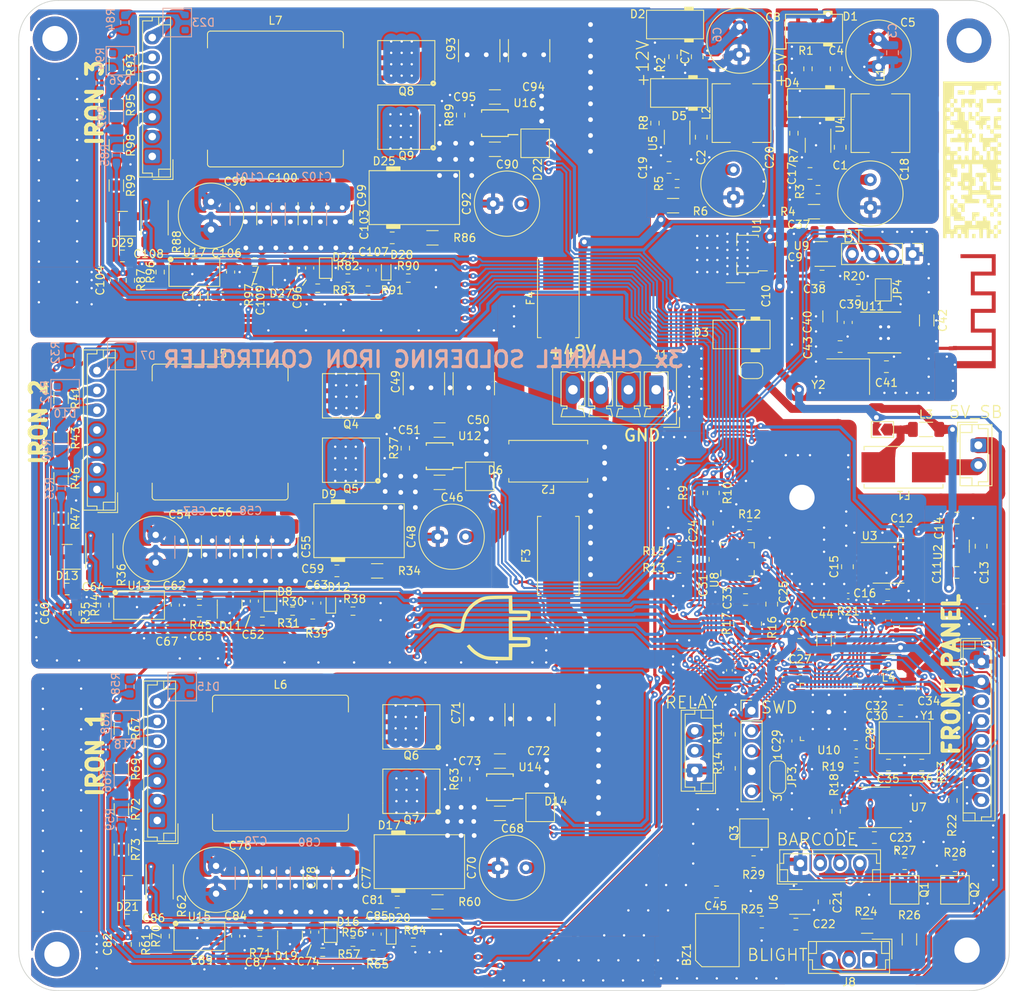
<source format=kicad_pcb>
(kicad_pcb (version 20221018) (generator pcbnew)
  (layers (0 "F.Cu" signal) (31 "B.Cu" signal) (34 "B.Paste" user) (35 "F.Paste" user) (36 "B.SilkS" user "B.Silkscreen") (37 "F.SilkS" user "F.Silkscreen") (38 "B.Mask" user) (39 "F.Mask" user) (44 "Edge.Cuts" user))
  (net 0 "")
  (net 1 "Net-(AE1-A)")
  (net 2 "GND")
  (net 3 "Net-(BZ1-+)")
  (net 4 "Net-(BZ1--)")
  (net 5 "Net-(U4-CB)")
  (net 6 "Net-(D5-K)")
  (net 7 "Net-(U5-CB)")
  (net 8 "Net-(D6-K)")
  (net 9 "GNDPWR")
  (net 10 "+5VL")
  (net 11 "+12V")
  (net 12 "+5V")
  (net 13 "/+5VSB")
  (net 14 "Net-(U2-BP)")
  (net 15 "+3.3VA")
  (net 16 "Net-(U3-CAP-)")
  (net 17 "Net-(U3-CAP+)")
  (net 18 "-5V")
  (net 19 "+3.3V")
  (net 20 "Net-(U8-IN+1)")
  (net 21 "Net-(U8-IN-1)")
  (net 22 "Net-(U8-IN+2)")
  (net 23 "Net-(U8-IN-2)")
  (net 24 "Net-(U8-IN+3)")
  (net 25 "Net-(U8-IN-3)")
  (net 26 "Net-(J7-Pin_4)")
  (net 27 "Net-(Q4-D)")
  (net 28 "Net-(D10-K)")
  (net 29 "Net-(D7-K)")
  (net 30 "Net-(D9-K)")
  (net 31 "Net-(J9-Pin_3)")
  (net 32 "/V_{OUT}1")
  (net 33 "/int-out1/I_{SEN-}")
  (net 34 "/TC_{OUT}1")
  (net 35 "Net-(Q6-D)")
  (net 36 "Net-(D18-K)")
  (net 37 "Net-(D15-K)")
  (net 38 "Net-(D17-K)")
  (net 39 "Net-(J15-Pin_3)")
  (net 40 "/V_{OUT}2")
  (net 41 "/int-out2/I_{SEN-}")
  (net 42 "/TC_{OUT}2")
  (net 43 "Net-(Q8-D)")
  (net 44 "Net-(D26-K)")
  (net 45 "Net-(D23-K)")
  (net 46 "Net-(D25-K)")
  (net 47 "Net-(J21-Pin_3)")
  (net 48 "/V_{OUT}3")
  (net 49 "/int-out3/I_{SEN-}")
  (net 50 "/TC_{OUT}3")
  (net 52 "Net-(D8-K)")
  (net 54 "Net-(D16-K)")
  (net 56 "Net-(D24-K)")
  (net 57 "Net-(J2-Pin_2)")
  (net 58 "Net-(JP2-A)")
  (net 59 "+48V")
  (net 60 "/BARCODE_{TX}")
  (net 61 "/BARCODE_{RX}")
  (net 62 "/INT_{KEY}")
  (net 63 "/DISP_{A0}")
  (net 64 "/DISP_{RESET}")
  (net 65 "/DISP_{CS}")
  (net 66 "SDA_{2}")
  (net 67 "SCL_{2}")
  (net 68 "/POWER_SW")
  (net 69 "/SWDIO")
  (net 70 "/SWCLK")
  (net 71 "Net-(J6-Pin_5)")
  (net 72 "/BT_{TX}")
  (net 73 "/BT_{RX}")
  (net 74 "Net-(J8-Pin_1)")
  (net 75 "Net-(J8-Pin_2)")
  (net 76 "Net-(J9-Pin_5)")
  (net 77 "Net-(J15-Pin_5)")
  (net 78 "Net-(J21-Pin_5)")
  (net 79 "/SWO")
  (net 80 "/int-out1/I_{SEN+}")
  (net 81 "/int-out2/I_{SEN+}")
  (net 82 "/int-out3/I_{SEN+}")
  (net 83 "/BL_{RED}")
  (net 84 "Net-(Q1-D)")
  (net 85 "/BL_{GREEN}")
  (net 86 "Net-(Q2-D)")
  (net 87 "/BUZ_{PWM}")
  (net 88 "Net-(Q4-G)")
  (net 89 "Net-(Q5-G)")
  (net 90 "Net-(Q6-G)")
  (net 91 "Net-(Q7-G)")
  (net 92 "Net-(Q8-G)")
  (net 93 "Net-(Q9-G)")
  (net 94 "Net-(U4-FB)")
  (net 95 "Net-(U5-FB)")
  (net 96 "Net-(U4-EN)")
  (net 97 "Net-(U5-EN)")
  (net 98 "SCL_{1}")
  (net 99 "SDA_{1}")
  (net 100 "/PWM_{EN}")
  (net 101 "/HNDL_{SEN}1")
  (net 102 "/SLEEP_{SEN}1")
  (net 103 "Net-(R41-Pad2)")
  (net 104 "Net-(R43-Pad2)")
  (net 105 "Net-(R44-Pad1)")
  (net 106 "Net-(R44-Pad2)")
  (net 107 "Net-(R45-Pad1)")
  (net 108 "Net-(R46-Pad2)")
  (net 109 "/HNDL_{SEN}2")
  (net 110 "Net-(U8-CRITICAL)")
  (net 111 "/SLEEP_{SEN}2")
  (net 112 "Net-(R67-Pad2)")
  (net 113 "Net-(R69-Pad2)")
  (net 114 "Net-(R70-Pad1)")
  (net 115 "Net-(R70-Pad2)")
  (net 116 "Net-(R71-Pad1)")
  (net 117 "Net-(R72-Pad2)")
  (net 118 "/HNDL_{SEN}3")
  (net 119 "/SLEEP_{SEN}3")
  (net 120 "Net-(R93-Pad2)")
  (net 121 "Net-(R95-Pad2)")
  (net 122 "Net-(R96-Pad1)")
  (net 123 "Net-(R96-Pad2)")
  (net 124 "Net-(R97-Pad1)")
  (net 125 "Net-(R98-Pad2)")
  (net 129 "/PWM_{IN}1")
  (net 130 "/PWM_{IN}2")
  (net 131 "/PWM_{IN}3")
  (net 132 "Net-(J3-Pin_4)")
  (net 134 "Net-(U4-VIN)")
  (net 135 "Net-(U5-VIN)")
  (net 138 "Net-(D4-K)")
  (net 139 "Net-(U10-NRST)")
  (net 140 "Net-(U10-PH0)")
  (net 141 "Net-(U10-PH1)")
  (net 142 "Net-(U11-X32MI)")
  (net 143 "Net-(U11-VINTA)")
  (net 144 "Net-(U11-X32MO)")
  (net 145 "Net-(U10-VCAP1)")
  (net 146 "Net-(C59-Pad2)")
  (net 147 "Net-(D12-K)")
  (net 148 "Net-(U13-+)")
  (net 149 "Net-(D14-K)")
  (net 150 "Net-(C81-Pad2)")
  (net 151 "Net-(D20-K)")
  (net 152 "Net-(U15-+)")
  (net 153 "Net-(D22-K)")
  (net 154 "Net-(C103-Pad2)")
  (net 155 "Net-(D28-K)")
  (net 156 "Net-(U17-+)")
  (net 158 "Net-(D7-A)")
  (net 160 "Net-(D10-A)")
  (net 162 "Net-(D15-A)")
  (net 163 "Net-(D18-A)")
  (net 166 "Net-(D23-A)")
  (net 167 "Net-(D26-A)")
  (net 169 "Net-(JP4-B)")
  (net 170 "Net-(U12-RDT)")
  (net 171 "Net-(U14-RDT)")
  (net 172 "Net-(U16-RDT)")
  (footprint "Resistor_SMD:R_1206_3216Metric_Pad1.30x1.75mm_HandSolder" (layer "F.Cu") (at 12.954 91.948 -90)
    (fp_text reference "R67")
    (fp_text value "1k")
  )
  (footprint "Capacitor_SMD:C_0805_2012Metric" (layer "F.Cu") (at 101.6 113.792 -90)
    (fp_text reference "C21")
    (fp_text value "2.2u")
  )
  (footprint "Capacitor_SMD:C_0402_1005Metric" (layer "F.Cu") (at 104.648 75.184 180)
    (fp_text reference "C97" hide)
    (fp_text value "10n")
  )
  (footprint "Package_TO_SOT_SMD:SOT-23" (layer "F.Cu") (at 34.224 118.11 90)
    (fp_text reference "D19")
    (fp_text value "BAT54S")
  )
  (footprint "Resistor_SMD:R_1206_3216Metric_Pad1.30x1.75mm_HandSolder" (layer "F.Cu") (at 52.832 113.792)
    (fp_text reference "R60")
    (fp_text value "10R")
  )
  (footprint "Connector_PinHeader_2.54mm:PinHeader_1x05_P2.54mm_Vertical" (layer "F.Cu") (at 92.456 89.662)
    (fp_text reference "J6")
    (fp_text value "Conn_01x05")
  )
  (footprint "Capacitor_SMD:C_0805_2012Metric" (layer "F.Cu") (at 107.95 105.664 180)
    (fp_text reference "C23")
    (fp_text value "100n")
  )
  (footprint "Resistor_SMD:R_0603_1608Metric_Pad0.98x0.95mm_HandSolder" (layer "F.Cu") (at 41.528429 35.052 180)
    (fp_text reference "R82")
    (fp_text value "100")
  )
  (footprint "Capacitor_THT:C_Radial_D8.0mm_H11.5mm_P3.50mm" (layer "F.Cu") (at 17.279205 67.463602 -90)
    (fp_text reference "C54")
    (fp_text value "47u")
  )
  (footprint "Capacitor_SMD:C_0805_2012Metric" (layer "F.Cu") (at 94.996 76.2 -90)
    (fp_text reference "C25")
    (fp_text value "100n")
  )
  (footprint "Capacitor_SMD:C_0603_1608Metric_Pad1.08x0.95mm_HandSolder" (layer "F.Cu") (at 18.737205 79.373602)
    (fp_text reference "C67")
    (fp_text value "100n")
  )
  (footprint "Capacitor_SMD:C_0603_1608Metric_Pad1.08x0.95mm_HandSolder" (layer "F.Cu") (at 36.702429 33.782 90)
    (fp_text reference "C96")
    (fp_text value "100n")
  )
  (footprint "Resistor_SMD:R_0805_2012Metric_Pad1.20x1.40mm_HandSolder" (layer "F.Cu") (at 83.312 71.562)
    (fp_text reference "R13")
    (fp_text value "5.1")
  )
  (footprint "Jumper:SolderJumper-2_P1.3mm_Bridged_RoundedPad1.0x1.5mm" (layer "F.Cu") (at 92.456 46.736)
    (fp_text reference "JP1")
    (fp_text value "SolderJumper_2_Bridged")
  )
  (footprint "Diode_SMD_AKL:D_SMA" (layer "F.Cu") (at 83.312 11.684 180)
    (fp_text reference "D5")
    (fp_text value "B190" hide)
  )
  (footprint "Package_SON_AKL:Infineon_PG-TDSON-8" (layer "F.Cu") (at 48.894429 7.874 180)
    (fp_text reference "Q8")
    (fp_text value "AON6448" hide)
  )
  (footprint "Resistor_SMD:R_0603_1608Metric_Pad0.98x0.95mm_HandSolder" (layer "F.Cu") (at 34.551205 77.087602 180)
    (fp_text reference "R30")
    (fp_text value "100")
  )
  (footprint "Inductor_SMD:L_7.3x7.3_H3.5" (layer "F.Cu") (at 108.712 15.494 90)
    (fp_text reference "L1")
    (fp_text value "47u")
  )
  (footprint "Capacitor_SMD:C_0805_2012Metric" (layer "F.Cu") (at 109.728 96.52)
    (fp_text reference "C35")
    (fp_text value "22p")
  )
  (footprint "Resistor_SMD:R_2512_6332Metric_Pad1.40x3.35mm_HandSolder" (layer "F.Cu") (at 17.144429 27.432 -90)
    (fp_text reference "R88")
    (fp_text value "5m")
  )
  (footprint "Package_DFN_QFN:QFN-48-1EP_7x7mm_P0.5mm_EP5.6x5.6mm" (layer "F.Cu") (at 102.2096 89.8144 180)
    (fp_text reference "U10")
    (fp_text value "STM32F401CCUx")
  )
  (footprint "Capacitor_SMD:C_0805_2012Metric" (layer "F.Cu") (at 86.868 65.974 90)
    (fp_text reference "C24")
    (fp_text value "100n")
  )
  (footprint "Connector_JST:JST_EH_B7B-EH-A_1x07_P2.50mm_Vertical" (layer "F.Cu") (at 17.48 103.512 90)
    (fp_text reference "J15")
    (fp_text value "Conn_01x07")
  )
  (footprint "Resistor_SMD:R_0805_2012Metric_Pad1.20x1.40mm_HandSolder" (layer "F.Cu") (at 111.76 108.966)
    (fp_text reference "R27")
    (fp_text value "10k")
  )
  (footprint "Capacitor_SMD:C_0805_2012Metric" (layer "F.Cu") (at 109.628 75.039)
    (fp_text reference "C16")
    (fp_text value "10u")
  )
  (footprint "Capacitor_SMD:C_0603_1608Metric_Pad1.08x0.95mm_HandSolder" (layer "F.Cu") (at 26.35 121.158)
    (fp_text reference "C89")
    (fp_text value "100n")
  )
  (footprint "Package_TO_SOT_SMD_AKL:SOT-23" (layer "F.Cu") (at 111.76 112.268 -90)
    (fp_text reference "Q1")
    (fp_text value "BSS138" hide)
  )
  (footprint "Capacitor_SMD:C_0805_2012Metric" (layer "F.Cu") (at 118.364 65.344 180)
    (fp_text reference "C14")
    (fp_text value "4.7u")
  )
  (footprint "Capacitor_SMD:C_0603_1608Metric_Pad1.08x0.95mm_HandSolder" (layer "F.Cu") (at 37.599205 76.071602 90)
    (fp_text reference "C63")
    (fp_text value "100n")
  )
  (footprint "Capacitor_THT:C_Radial_D8.0mm_H11.5mm_P3.50mm" (layer "F.Cu") (at 108.458 4.854 -90)
    (fp_text reference "C5")
    (fp_text value "100u")
  )
  (footprint "Capacitor_SMD:C_0805_2012Metric" (layer "F.Cu") (at 101.346 29.21 180)
    (fp_text reference "C37")
    (fp_text value "2.2u")
  )
  (footprint "Capacitor_SMD:C_0805_2012Metric" (layer "F.Cu") (at 112.5052 86.868 90)
    (fp_text reference "C34")
    (fp_text value "2.2u")
  )
  (footprint "Resistor_SMD:R_0603_1608Metric_Pad0.98x0.95mm_HandSolder" (layer "F.Cu") (at 42.164 118.872 180)
    (fp_text reference "R56")
    (fp_text value "100")
  )
  (footprint "Connector_PinHeader_2.54mm:PinHeader_1x04_P2.54mm_Vertical" (layer "F.Cu") (at 112.758 32.012 -90)
    (fp_text reference "J7")
    (fp_text value "Conn_01x04")
  )
  (footprint "Resistor_SMD:R_0603_1608Metric_Pad0.98x0.95mm_HandSolder" (layer "F.Cu") (at 44.068429 36.576)
    (fp_text reference "R91")
    (fp_text value "10k")
  )
  (footprint "Capacitor_THT:C_Radial_D8.0mm_H11.5mm_P3.50mm" (layer "F.Cu") (at 56.367205 67.689602 180)
    (fp_text reference "C48")
    (fp_text value "100u")
  )
  (footprint "Resistor_SMD:R_0603_1608Metric_Pad0.98x0.95mm_HandSolder" (layer "F.Cu") (at 37.718429 36.322)
    (fp_text reference "R83")
    (fp_text value "2k")
  )
  (footprint "Capacitor_SMD:C_0402_1005Metric" (layer "F.Cu") (at 110.744 79.022 90)
    (fp_text reference "C88" hide)
    (fp_text value "10n")
  )
  (footprint "Resistor_SMD:R_0603_1608Metric_Pad0.98x0.95mm_HandSolder" (layer "F.Cu") (at 38.354 120.142)
    (fp_text reference "R57")
    (fp_text value "2k")
  )
  (footprint "Resistor_SMD:R_0603_1608Metric_Pad0.98x0.95mm_HandSolder" (layer "F.Cu") (at 7.106205 77.368602 -90)
    (fp_text reference "R35")
    (fp_text value "1k")
  )
  (footprint "Capacitor_SMD:C_2220_5650Metric" (layer "F.Cu") (at 32.638429 26.924 -90)
    (fp_text reference "C100")
    (fp_text value "10u")
  )
  (footprint "Resistor_SMD:R_0805_2012Metric_Pad1.20x1.40mm_HandSolder" (layer "F.Cu") (at 92.71 108.712 180)
    (fp_text reference "R29")
    (fp_text value "10k")
  )
  (footprint "Jumper:SolderJumper-3_P1.3mm_Bridged12_RoundedPad1.0x1.5mm_NumberLabels" (layer "F.Cu") (at 95.758 98.044 -90)
    (fp_text reference "JP3")
    (fp_text value "SolderJumper_3_Bridged12")
  )
  (footprint "Capacitor_THT:C_Radial_D8.0mm_H11.5mm_P3.50mm" (layer "F.Cu") (at 107.442 22.634 -90)
    (fp_text reference "C18")
    (fp_text value "68u")
  )
  (footprint "Diode_SMD_AKL:D_SOD-523_TVS" (layer "F.Cu") (at 39.37 117.602 90)
    (fp_text reference "D16")
    (fp_text value "ESD5Z3V3" hide)
  )
  (footprint "MountingHole:MountingHole_3.2mm_M3_DIN965_Pad_TopBottom" (layer "F.Cu") (at 119.888 5.08)
    (fp_text reference "H4")
    (fp_text value "MountingHole_Pad")
  )
  (footprint "Capacitor_SMD:C_0603_1608Metric_Pad1.08x0.95mm_HandSolder" (layer "F.Cu") (at 12.064429 35.306 -90)
    (fp_text reference "C104")
    (fp_text value "100n")
  )
  (footprint "Capacitor_SMD:C_0603_1608Metric_Pad1.08x0.95mm_HandSolder" (layer "F.Cu") (at 105.664 94.996 180)
    (fp_text reference "C28")
    (fp_text value "100n")
  )
  (footprint "Connector_Phoenix_MC:PhoenixContact_MCV_1,5_4-G-3.5_1x04_P3.50mm_Vertical" (layer "F.Cu") (at 80.4165 49.1415 180)
    (fp_text reference "J1")
    (fp_text value "PWR")
  )
  (footprint "Package_TO_SOT_SMD:SOT-23" (layer "F.Cu") (at 33.588429 34.29 90)
    (fp_text reference "D27")
    (fp_text value "BAT54S")
  )
  (footprint "Package_SON_AKL:Infineon_PG-TDSON-8" (layer "F.Cu") (at 49.53 91.694 180)
    (fp_text reference "Q6")
    (fp_text value "AON6448" hide)
  )
  (footprint "Capacitor_SMD:C_1206_3216Metric" (layer "F.Cu") (at 60.706 96.012 180)
    (fp_text reference "C73")
    (fp_text value "1u")
  )
  (footprint "Resistor_SMD:R_1206_3216Metric_Pad1.30x1.75mm_HandSolder" (layer "F.Cu") (at 112.3696 118.5164 90)
    (fp_text reference "R26")
    (fp_text value "0R")
  )
  (footprint "Package_TO_SOT_SMD:SOT-23" (layer "F.Cu") (at 13.080429 28.194 180)
    (fp_text reference "D29")
    (fp_text value "BAV99")
  )
  (footprint "Capacitor_SMD:C_0805_2012Metric" (layer "F.Cu") (at 40.139205 72.007602)
    (fp_text reference "C59")
    (fp_text value "680pF")
  )
  (footprint "Resistor_SMD:R_1206_3216Metric_Pad1.30x1.75mm_HandSolder" (layer "F.Cu") (at 52.196429 29.972)
    (fp_text reference "R86")
    (fp_text value "10R")
  )
  (footprint "Resistor_SMD:R_0603_1608Metric_Pad0.98x0.95mm_HandSolder" (layer "F.Cu") (at 56.388 98.298 90)
    (fp_text reference "R63")
    (fp_text value "100k")
  )
  (footprint "Capacitor_SMD:C_2220_5650Metric" (layer "F.Cu") (at 57.411205 48.385602 -90)
    (fp_text reference "C50")
    (fp_text value "10u")
  )
  (footprint "Jumper:SolderJumper-2_P1.3mm_Open_TrianglePad1.0x1.5mm" (layer "F.Cu") (at 108.966 54.168 180)
    (fp_text reference "JP2")
    (fp_text value "SolderJumper_2_Open")
  )
  (footprint "Capacitor_SMD:C_0402_1005Metric" (layer "F.Cu") (at 95.504 82.9056 180)
    (fp_text reference "C66" hide)
    (fp_text value "10n")
  )
  (footprint "MountingHole:MountingHole_3.2mm_M3_DIN965_Pad_TopBottom" (layer "F.Cu") (at 119.634 119.888)
    (fp_text reference "H5")
    (fp_text value "MountingHole_Pad")
  )
  (footprint "Resistor_SMD:R_0805_2012Metric_Pad1.20x1.40mm_HandSolder" (layer "F.Cu") (at 89.662 96.9264 -90)
    (fp_text reference "R14")
    (fp_text value "10k")
  )
  (footprint "Capacitor_SMD:C_2220_5650Metric" (layer "F.Cu") (at 58.093429 6.35 -90)
    (fp_text reference "C93")
    (fp_text value "10u")
  )
  (footprint "Resistor_SMD:R_1206_3216Metric_Pad1.30x1.75mm_HandSolder" (layer "F.Cu") (at 5.341205 55.243602 -90)
    (fp_text reference "R43")
    (fp_text value "1k")
  )
  (footprint "Package_TO_SOT_SMD:SOT-23-3" (layer "F.Cu") (at 101.2444 32.004 180)
    (fp_text reference "U9")
    (fp_text value "XC6206PxxxMR")
  )
  (footprint "Capacitor_SMD:C_0805_2012Metric" (layer "F.Cu") (at 47.116429 29.972)
    (fp_text reference "C103")
    (fp_text value "680pF")
  )
  (footprint "Capacitor_SMD:C_2220_5650Metric" (layer "F.Cu") (at 39.588429 26.924 -90)
    (fp_text reference "C99")
    (fp_text value "10u")
  )
  (footprint "Capacitor_SMD:C_0603_1608Metric_Pad1.08x0.95mm_HandSolder" (layer "F.Cu") (at 45.212 117.856 90)
    (fp_text reference "C85")
    (fp_text value "100n")
  )
  (footprint "Capacitor_SMD:C_0603_1608Metric_Pad1.08x0.95mm_HandSolder" (layer "F.Cu") (at 37.338 117.602 90)
    (fp_text reference "C74")
    (fp_text value "100n")
  )
  (footprint "Package_SON_AKL:Infineon_PG-TDSON-8" (layer "F.Cu") (at 41.917205 58.037602 180)
    (fp_text reference "Q5")
    (fp_text value "AON6448" hide)
  )
  (footprint "Connector_JST:JST_EH_B4B-EH-A_1x04_P2.50mm_Vertical" (layer "F.Cu") (at 98.612 108.92)
    (fp_text reference "J3")
    (fp_text value "Barcode")
  )
  (footprint "Resistor_SMD:R_1206_3216Metric_Pad1.30x1.75mm_HandSolder" (layer "F.Cu") (at 100.33 26.67)
    (fp_text reference "R4")
    (fp_text value "5.1")
  )
  (footprint "Package_SON_AKL:Infineon_PG-TDSON-8" (layer "F.Cu") (at 49.53 99.822 180)
    (fp_text reference "Q7")
    (fp_text value "AON6448" hide)
  )
  (footprint "Package_DFN_QFN:Texas_RGV_S-PVQFN-N16_EP2.1x2.1mm" (layer "F.Cu") (at 90.678 70.546 90)
    (fp_text reference "U8")
    (fp_text value "INA3221")
  )
  (footprint "Resistor_SMD:R_0603_1608Metric_Pad0.98x0.95mm_HandSolder" (layer "F.Cu") (at 82.55 7.112 -90)
    (fp_text reference "R2")
    (fp_text value "91k")
  )
  (footprint "Resistor_SMD:R_0603_1608Metric_Pad0.98x0.95mm_HandSolder" (layer "F.Cu") (at 42.171205 77.087602 180)
    (fp_text reference "R38")
    (fp_text value "220")
  )
  (footprint "Diode_SMD_AKL:D_SMA" (layer "F.Cu") (at 100.33 3.556 180)
    (fp_text reference "D1")
    (fp_text value "SMAJ5.0A" hide)
  )
  (footprint "Capacitor_SMD:C_1206_3216Metric" (layer "F.Cu") (at 60.706 102.616 180)
    (fp_text reference "C68")
    (fp_text value "1u")
  )
  (footprint "Diode_SMD:D_SOD-523" (layer "F.Cu") (at 46.354429 34.036 90)
    (fp_text reference "D28")
    (fp_text value "ESD5Z3V3")
  )
  (footprint "Capacitor_SMD:C_0805_2012Metric" (layer "F.Cu") (at 88.0364 112.522 180)
    (fp_text reference "C45")
    (fp_text value "10n")
  )
  (footprint "Package_SON_AKL:Infineon_PG-TDSON-8" (layer "F.Cu") (at 41.917205 49.909602 180)
    (fp_text reference "Q4")
    (fp_text value "AON6448" hide)
  )
  (footprint "Resistor_SMD:R_0603_1608Metric_Pad0.98x0.95mm_HandSolder" (layer "F.Cu") (at 10.863205 76.325602 90)
    (fp_text reference "R44")
    (fp_text value "180")
  )
  (footprint "Resistor_SMD:R_0603_1608Metric_Pad0.98x0.95mm_HandSolder" (layer "F.Cu") (at 49.784 118.872 180)
    (fp_text reference "R64")
    (fp_text value "220")
  )
  (footprint "Resistor_SMD:R_0805_2012Metric_Pad1.20x1.40mm_HandSolder" (layer "F.Cu") (at 118.11 109.22)
    (fp_text reference "R28")
    (fp_text value "10k")
  )
  (footprint "Capacitor_SMD:C_0805_2012Metric" (layer "F.Cu") (at 13.080429 32.258 180)
    (fp_text reference "C108")
    (fp_text value "10n")
  )
  (footprint "Fuse:Fuseholder_Littelfuse_Nano2_154x" (layer "F.Cu") (at 111.623 58.928 180)
    (fp_text reference "F1")
    (fp_text value "Fuse 1A")
  )
  (footprint "Resistor_SMD:R_1206_3216Metric_Pad1.30x1.75mm_HandSolder" (layer "F.Cu") (at 5.341205 50.163602 -90)
    (fp_text reference "R41")
    (fp_text value "1k")
  )
  (footprint "Diode_SMD_AKL:D_SMA" (layer "F.Cu") (at 91.186 42.164 180)
    (fp_text reference "D3")
    (fp_text value "SMAJ5.0A" hide)
  )
  (footprint "Inductor_SMD:L_Bourns_SRP1770TA_16.9x16.9mm" (layer "F.Cu") (at 25.407205 54.481602)
    (fp_text reference "L5")
    (fp_text value "22uH")
  )
  (footprint "PCM_4ms_Package_SSOP:MSOP-10_3x3mm_P0.5mm" (layer "F.Cu") (at 60.706 99.314 180)
    (fp_text reference "U14")
    (fp_text value "LM5106MM")
  )
  (footprint "Inductor_SMD:L_1206_3216Metric_Pad1.22x1.90mm_HandSolder" (layer "F.Cu") (at 109.728 83.566 180)
    (fp_text reference "L4")
    (fp_text value "1u")
  )
  (footprint "Fuse:Fuseholder_Littelfuse_Nano2_154x" (layer "F.Cu") (at 68.072 70.104 -90)
    (fp_text reference "F3")
    (fp_text value "Fuse 6A")
  )
  (footprint "Capacitor_SMD:C_0805_2012Metric" (layer "F.Cu") (at 91.694 75.626 180)
    (fp_text reference "C33")
    (fp_text value "100n")
  )
  (footprint "Diode_SMD_AKL:D_SOD-523_TVS" (layer "F.Cu") (at 31.757205 75.817602 90)
    (fp_text reference "D8")
    (fp_text value "ESD5Z3V3" hide)
  )
  (footprint "Resistor_SMD:R_0805_2012Metric_Pad1.20x1.40mm_HandSolder" (layer "F.Cu") (at 92.964 78.674 90)
    (fp_text reference "R16")
    (fp_text value "5.1")
  )
  (footprint "Resistor_SMD:R_0603_1608Metric_Pad0.98x0.95mm_HandSolder" (layer "F.Cu") (at 55.752429 14.478 90)
    (fp_text reference "R89")
    (fp_text value "100k")
  )
  (footprint "Resistor_SMD:R_0603_1608Metric_Pad0.98x0.95mm_HandSolder" (layer "F.Cu") (at 44.704 120.396)
    (fp_text reference "R65")
    (fp_text value "10k")
  )
  (footprint "NetTie:NetTie-2_SMD_Pad2.0mm" (layer "F.Cu") (at 21.716429 30.48)
    (fp_text reference "NT4")
    (fp_text value "NetTie_2")
  )
  (footprint "Resistor_SMD:R_0603_1608Metric_Pad0.98x0.95mm_HandSolder" (layer "F.Cu") (at 22.801205 75.055602)
    (fp_text reference "R45")
    (fp_text value "220")
  )
  (footprint "Connector_JST:JST_EH_B7B-EH-A_1x07_P2.50mm_Vertical" (layer "F.Cu") (at 16.844429 19.692 90)
    (fp_text reference "J21")
    (fp_text value "Conn_01x07")
  )
  (footprint "Resistor_SMD:R_1206_3216Metric_Pad1.30x1.75mm_HandSolder" (layer "F.Cu") (at 12.318429 23.368 -90)
    (fp_text reference "R99")
    (fp_text value "1k")
  )
  (footprint "Resistor_SMD:R_0603_1608Metric_Pad0.98x0.95mm_HandSolder" (layer "F.Cu") (at 30.741205 78.357602)
    (fp_text reference "R31")
    (fp_text value "2k")
  )
  (footprint "Capacitor_SMD:C_0805_2012Metric" (layer "F.Cu") (at 30.414 118.872 180)
    (fp_text reference "C87")
    (fp_text value "22n")
  )
  (footprint "Capacitor_SMD:C_2220_5650Metric" (layer "F.Cu") (at 65.024 90.17 -90)
    (fp_text reference "C72")
    (fp_text value "10u")
  )
  (footprint "Capacitor_SMD:C_0603_1608Metric_Pad1.08x0.95mm_HandSolder" (layer "F.Cu") (at 44.576429 34.036 90)
    (fp_text reference "C107")
    (fp_text value "100n")
  )
  (footprint "Capacitor_SMD:C_1812_4532Metric" (layer "F.Cu") (at 90.424 37.338 180)
    (fp_text reference "C10")
    (fp_text value "10u")
  )
  (footprint "Connector_JST:JST_EH_B2B-EH-A_1x02_P2.50mm_Vertical" (layer "F.Cu") (at 121.067 56.154 -90)
    (fp_text reference "J2")
    (fp_text value "Conn_01x02")
  )
  (footprint "Capacitor_THT:C_Radial_D8.0mm_H11.5mm_P3.50mm" (layer "F.Cu") (at 24.892 109.248 -90)
    (fp_text reference "C76")
    (fp_text value "47u")
  )
  (footprint "Capacitor_SMD:C_0805_2012Metric" (layer "F.Cu") (at 121.412 68.9 90)
    (fp_text reference "C13")
    (fp_text value "10n")
  )
  (footprint "Resistor_SMD:R_0603_1608Metric_Pad0.98x0.95mm_HandSolder" (layer "F.Cu") (at 117.8556 97.4344 90)
    (fp_text reference "R23")
    (fp_text value "1.8k")
  )
  (footprint "Package_TO_SOT_SMD:SOT-23" (layer "F.Cu") (at 13.716 112.014 180)
    (fp_text reference "D21")
    (fp_text value "BAV99")
  )
  (footprint "Resistor_SMD:R_1206_3216Metric_Pad1.30x1.75mm_HandSolder" (layer "F.Cu") (at 82.55 25.908)
    (fp_text reference "R6")
    (fp_text value "5.1")
  )
  (footprint "Resistor_SMD:R_2512_6332Metric_Pad1.40x3.35mm_HandSolder" (layer "F.Cu") (at 17.78 111.252 -90)
    (fp_text reference "R62")
    (fp_text value "5m")
  )
  (footprint "Resistor_SMD:R_1206_3216Metric_Pad1.30x1.75mm_HandSolder" (layer "F.Cu") (at 12.954 107.188 -90)
    (fp_text reference "R73")
    (fp_text value "1k")
  )
  (footprint "Capacitor_SMD:C_0603_1608Metric_Pad1.08x0.95mm_HandSolder" (layer "F.Cu") (at 27.366 118.11 -90)
    (fp_text reference "C84")
    (fp_text value "100n")
  )
  (footprint "Package_SO:SOIC-8_3.9x4.9mm_P1.27mm" (layer "F.Cu") (at 109.728 70.993)
    (fp_text reference "U3")
    (fp_text value "ICL7660")
  )
  (footprint "Inductor_SMD:L_Bourns_SRP1770TA_16.9x16.9mm" (layer "F.Cu") (at 32.384429 12.446)
    (fp_text reference "L7")
    (fp_text value "22uH")
  )
  (footprint "Resistor_SMD:R_0805_2012Metric_Pad1.20x1.40mm_HandSolder" (layer "F.Cu") (at 105.91 36.584 180)
    (fp_text reference "R20")
    (fp_text value "10k")
  )
  (footprint "LOGO" (layer "F.Cu") (at 120.269 20.193 -90)
    (fp_text reference "G***" hide)
    (fp_text value "LOGO" hide)
  )
  (footprint "Capacitor_SMD:C_2220_5650Metric" (layer "F.Cu") (at 51.116205 48.385602 -90)
    (fp_text reference "C49")
    (fp_text value "10u")
  )
  (footprint "Diode_SMD:D_SOD-523" (layer "F.Cu") (at 39.377205 76.071602 90)
    (fp_text reference "D12")
    (fp_text value "ESD5Z3V3")
  )
  (footprint "Package_TO_SOT_SMD:SOT-23" (layer "F.Cu") (at 26.611205 76.325602 90)
    (fp_text reference "D11")
    (fp_text value "BAT54S")
  )
  (footprint "Capacitor_SMD:C_0402_1005Metric" (layer "F.Cu") (at 89.662 84.554 -90)
    (fp_text reference "C83" hide)
    (fp_text value "10n")
  )
  (footprint "Capacitor_SMD:C_0805_2012Metric" (layer "F.Cu") (at 82.042 21.082 180)
    (fp_text reference "C19")
    (fp_text value "2.2u")
  )
  (footprint "Capacitor_SMD:C_0805_2012Metric" (layer "F.Cu") (at 96.218 30.768 90)
    (fp_text reference "C9")
    (fp_text value "1u")
  )
  (footprint "Capacitor_SMD:C_0603_1608Metric_Pad1.08x0.95mm_HandSolder" (layer "F.Cu") (at 97.028 93.472 90)
    (fp_text reference "C29")
    (fp_text value "100n")
  )
  (footprint "PCM_4ms_Package_SSOP:MSOP-10_3x3mm_P0.5mm" (layer "F.Cu") (at 53.093205 57.529602 180)
    (fp_text reference "U12")
    (fp_text value "LM5106MM")
  )
  (footprint "Resistor_SMD:R_0805_2012Metric_Pad1.20x1.40mm_HandSolder" (layer "F.Cu") (at 89.662 92.63 -90)
    (fp_text reference "R11")
    (fp_text value "10k")
  )
  (footprint "Capacitor_SMD:C_0805_2012Metric" (layer "F.Cu") (at 86.106 17.272 -90)
    (fp_text reference "C2")
    (fp_text value "100n")
  )
  (footprint "Capacitor_SMD:C_1206_3216Metric_Pad1.33x1.80mm_HandSolder" (layer "F.Cu") (at 102.354 39.886 90)
    (fp_text reference "C40")
    (fp_text value "2.2u")
  )
  (footprint "Capacitor_SMD:C_1206_3216Metric_Pad1.33x1.80mm_HandSolder" (layer "F.Cu") (at 114.546 40.394 -90)
    (fp_text reference "C42")
    (fp_text value "2.2u")
  )
  (footprint "Capacitor_SMD:C_0805_2012Metric" (layer "F.Cu") (at 103.124 8.636 90)
    (fp_text reference "C4")
    (fp_text value "10u")
  )
  (footprint "Resistor_SMD:R_0603_1608Metric_Pad0.98x0.95mm_HandSolder" (layer "F.Cu") (at 105.664 96.774)
    (fp_text reference "R19")
    (fp_text value "1.8k")
  )
  (footprint "Connector_JST:JST_EH_B8B-EH-A_1x08_P2.50mm_Vertical" (layer "F.Cu") (at 121.458 83.452 -90)
    (fp_text reference "J4")
    (fp_text value "Front panel")
  )
  (footprint "Capacitor_SMD:C_1206_3216Metric" (layer "F.Cu") (at 60.070429 18.796 180)
    (fp_text reference "C90")
    (fp_text value "1u")
  )
  (footprint "Capacitor_SMD:C_1206_3216Metric" (layer "F.Cu") (at 53.093205 60.831602 180)
    (fp_text reference "C46")
    (fp_text value "1u")
  )
  (footprint "MountingHole:MountingHole_3.2mm_M3_DIN965_Pad_TopBottom" (layer "F.Cu") (at 4.826 120.396)
    (fp_text reference "H1")
    (fp_text value "MountingHole_Pad")
  )
  (footprint "Capacitor_SMD:C_0603_1608Metric_Pad1.08x0.95mm_HandSolder" (layer "F.Cu") (at 25.714429 37.338)
    (fp_text reference "C111")
    (fp_text value "100n")
  )
  (footprint "Package_TO_SOT_SMD_AKL:SOT-23" (layer "F.Cu") (at 58.173205 60.069602 90)
    (fp_text reference "D6")
    (fp_text value "BAS16" hide)
  )
  (footprint "Capacitor_SMD:C_0603_1608Metric_Pad1.08x0.95mm_HandSolder" (layer "F.Cu") (at 98.552 84.582)
    (fp_text reference "C27")
    (fp_text value "100n")
  )
  (footprint "Connector_JST:JST_EH_B3B-EH-A_1x03_P2.50mm_Vertical" (layer "F.Cu") (at 85.29 97.202 90)
    (fp_text reference "J5")
    (fp_text value "Conn_01x03")
  )
  (footprint "Capacitor_SMD:C_0805_2012Metric" (layer "F.Cu") (at 85.598 7.112 90)
    (fp_text reference "C7")
    (fp_text value "10u")
  )
  (footprint "Inductor_SMD:L_Bourns_SRP1770TA_16.9x16.9mm" (layer "F.Cu") (at 33.02 96.266)
    (fp_text reference "L6")
    (fp_text value "22uH")
  )
  (footprint "Resistor_SMD:R_0805_2012Metric_Pad1.20x1.40mm_HandSolder" (layer "F.Cu") (at 90.932 78.674 90)
    (fp_text reference "R17")
    (fp_text value "5.1")
  )
  (footprint "Resistor_SMD:R_1206_3216Metric_Pad1.30x1.75mm_HandSolder" (layer "F.Cu") (at 45.219205 72.007602)
    (fp_text reference "R34")
    (fp_text value "10R")
  )
  (footprint "Inductor_SMD:L_1206_3216Metric_Pad1.22x1.90mm_HandSolder" (layer "F.Cu") (at 114.4678 54.1528)
    (fp_text reference "L3")
    (fp_text value "1u")
  )
  (footprint "Resistor_SMD:R_0603_1608Metric_Pad0.98x0.95mm_HandSolder" (layer "F.Cu") (at 49.148429 35.052 180)
    (fp_text reference "R90")
    (fp_text value "220")
  )
  (footprint "Capacitor_SMD:C_0805_2012Metric" (layer "F.Cu") (at 98.552 81.28)
    (fp_text reference "C26")
    (fp_text value "2.2u")
  )
  (footprint "Resistor_SMD:R_0603_1608Metric_Pad0.98x0.95mm_HandSolder" (layer "F.Cu") (at 92.202 66.294)
    (fp_text reference "R12")
    (fp_text value "10k")
  )
  (footprint "Connector_JST:JST_EH_B7B-EH-A_1x07_P2.50mm_Vertical" (layer "F.Cu") (at 9.867205 61.727602 90)
    (fp_text reference "J9")
    (fp_text value "Conn_01x07")
  )
  (footprint "Capacitor_SMD:C_0805_2012Metric" (layer "F.Cu") (at 103.624 43.696)
    (fp_text reference "C43")
    (fp_text value "22p")
  )
  (footprint "Fuse:Fuseholder_Littelfuse_Nano2_154x" (layer "F.Cu") (at 68.072 37.592 90)
    (fp_text reference "F4")
    (fp_text value "Fuse 6A")
  )
  (footprint "Capacitor_SMD:C_0603_1608Metric_Pad1.08x0.95mm_HandSolder" (layer "F.Cu") (at 5.087205 77.341602 -90)
    (fp_text reference "C60")
    (fp_text value "100n")
  )
  (footprint "Jumper:SolderJumper-2_P1.3mm_Open_TrianglePad1.0x1.5mm" (layer "F.Cu") (at 109.0676 36.539 -90)
    (fp_text reference "JP4")
    (fp_text value "SolderJumper_2_Open")
  )
  (footprint "Resistor_SMD:R_0603_1608Metric_Pad0.98x0.95mm_HandSolder" (layer "F.Cu") (at 30.414 116.84)
    (fp_text reference "R71")
    (fp_text value "220")
  )
  (footprint "Capacitor_SMD:C_0805_2012Metric" (layer "F.Cu") (at 86.36 70.546 90)
    (fp_text reference "C31")
    (fp_text value "100n")
  )
  (footprint "Capacitor_SMD:C_0603_1608Metric_Pad1.08x0.95mm_HandSolder" (layer "F.Cu") (at 19.753205 76.325602 -90)
    (fp_text reference "C62")
    (fp_text value "100n")
  )
  (footprint "Resistor_SMD:R_0805_2012Metric_Pad1.20x1.40mm_HandSolder" (layer "F.Cu") (at 83.312 69.53)
    (fp_text reference "R15")
    (fp_text value "5.1")
  )
  (footprint "Capacitor_THT:C_Radial_D8.0mm_H11.5mm_P3.50mm" (layer "F.Cu") (at 63.98 109.474 180)
    (fp_text reference "C70")
    (fp_text value "100u")
  )
  (footprint "Footprints:ESSOP-10_3.9x4.9mm_P1.00mm" (layer "F.Cu") (at 109.212 41.918)
    (fp_text reference "U11")
    (fp_text value "CH9141K")
  )
  (footprint "Package_TO_SOT_SMD_AKL:SOT-23" (layer "F.Cu") (at 65.150429 18.034 90)
    (fp_text reference "D22")
    (fp_text value "BAS16" hide)
  )
  (footprint "Crystal:Crystal_SMD_3225-4Pin_3.2x2.5mm_HandSoldering" (layer "F.Cu") (at 104.64 47.506 180)
    (fp_text reference "Y2")
    (fp_text value "Crystal")
  )
  (footprint "Capacitor_SMD:C_0805_2012Metric" (layer "F.Cu") (at 47.752 113.792)
    (fp_text reference "C81")
    (fp_text value "680pF")
  )
  (footprint "Resistor_SMD:R_1206_3216Metric_Pad1.30x1.75mm_HandSolder" (layer "F.Cu") (at 107.0356 116.84 180)
    (fp_text reference "R24")
    (fp_text value "0R")
  )
  (footprint "Capacitor_SMD:C_0805_2012Metric" (layer "F.Cu") (at 98.044 116.586)
    (fp_text reference "C22")
    (fp_text value "2.2u")
  )
  (footprint "Resistor_SMD:R_0603_1608Metric_Pad0.98x0.95mm_HandSolder" (layer "F.Cu") (at 37.091205 78.611602)
    (fp_text reference "R39")
    (fp_text value "10k")
  )
  (footprint "Resistor_SMD:R_0603_1608Metric_Pad0.98x0.95mm_HandSolder" (layer "F.Cu") (at 117.8556 100.9904 -90)
    (fp_text reference "R22")
    (fp_text value "1.8k")
  )
  (footprint "Resistor_SMD:R_0603_1608Metric_Pad0.98x0.95mm_HandSolder" (layer "F.Cu") (at 83.058 23.114)
    (fp_text reference "R5")
    (fp_text value "100k")
  )
  (footprint "Footprints:BUZ_5020" (layer "F.Cu") (at 88.138 118.618 90)
    (fp_text reference "BZ1")
    (fp_text value "Buzzer" hide)
  )
  (footprint "Capacitor_SMD:C_0603_1608Metric_Pad1.08x0.95mm_HandSolder" (layer "F.Cu") (at 104.64 40.648 90)
    (fp_text reference "C39")
    (fp_text value "100n")
  )
  (footprint "Resistor_SMD:R_0805_2012Metric_Pad1.20x1.40mm_HandSolder" (layer "F.Cu") (at 103.7336 80.264 90)
    (fp_text reference "R21")
    (fp_text value "10k")
  )
  (footprint "Resistor_SMD:R_1206_3216Metric_Pad1.30x1.75mm_HandSolder" (layer "F.Cu") (at 12.318429 13.208 -90)
    (fp_text reference "R95")
    (fp_text value "1k")
  )
  (footprint "Package_TO_SOT_SMD:SOT-23-6_Handsoldering" (layer "F.Cu") (at 100.838 18.288 -90)
    (fp_text reference "U4")
    (fp_text value "HT7463")
  )
  (footprint "Fuse:Fuseholder_Littelfuse_Nano2_154x" (layer "F.Cu") (at 66.802 58.166 180)
    (fp_text reference "F2")
    (fp_text value "Fuse 6A")
  )
  (footprint "LOGO" (layer "F.Cu") (at 58.166 79.248)
    (fp_text reference "G***" hide)
    (fp_text value "LOGO" hide)
  )
  (footprint "Package_TO_SOT_SMD:SOT-23-6_Handsoldering" (layer "F.Cu") (at 83.058 17.272 -90)
    (fp_text reference "U5")
    (fp_text value "HT7463")
  )
  (footprint "Package_TO_SOT_SMD:SOT-23-5" (layer "F.Cu") (at 118.364 68.9 90)
    (fp_text reference "U2")
    (fp_text value "LP2985-3.3")
  )
  (footprint "Capacitor_SMD:C_0805_2012Metric" (layer "F.Cu") (at 29.778429 35.052 180)
    (fp_text reference "C109")
    (fp_text value "22n")
  )
  (footprint "MountingHole:MountingHole_3.2mm_M3_DIN965_Pad_TopBottom" (layer "F.Cu") (at 98.806 62.738)
    (fp_text reference "H3")
    (fp_text value "MountingHole_Pad")
  )
  (footprint "Resistor_SMD:R_2512_6332Metric_Pad1.40x3.35mm_HandSolder" (layer "F.Cu") (at 10.167205 69.467602 -90)
    (fp_text reference "R36")
    (fp_text value "5m")
  )
  (footprint "Capacitor_SMD:C_2220_5650Metric" (layer "F.Cu") (at 33.274 110.744 -90)
    (fp_text reference "C78")
    (fp_text value "10u")
  )
  (footprint "Resistor_SMD:R_0603_1608Metric_Pad0.98x0.95mm_HandSolder" (layer "F.Cu") (at 14.719 119.153 -90)
    (fp_text reference "R61")
    (fp_text value "1k")
  )
  (footprint "Package_TO_SOT_SMD_AKL:SOT-23" (layer "F.Cu") (at 92.7608 105.1052 90)
    (fp_text reference "Q3")
    (fp_text value "BSS138" hide)
  )
  (footprint "Inductor_SMD:L_7.3x7.3_H3.5" (layer "F.Cu") (at 91.186 14.224 90)
    (fp_text reference "L2")
    (fp_text value "47u")
  )
  (footprint "PCM_4ms_Package_SSOP:MSOP-10_3x3mm_P0.5mm" (layer "F.Cu") (at 60.070429 15.494 180)
    (fp_text reference "U16")
    (fp_text value "LM5106MM")
  )
  (footprint "Capacitor_SMD:C_2220_5650Metric" (layer "F.Cu") (at 58.729 90.17 -90)
    (fp_text reference "C71")
    (fp_text value "10u")
  )
  (footprint "Diode_SMD:D_SOD-523" (layer "F.Cu") (at 46.99 117.856 90)
    (fp_text reference "D20")
    (fp_text value "ESD5Z3V3")
  )
  (footprint "RF_Antenna:Texas_SWRA117D_2.4GHz_Left" (layer "F.Cu") (at 118.102 43.882 -90)
    (fp_text reference "AE1")
    (fp_text value "Antenna_Shield")
  )
  (footprint "Package_TO_SOT_SMD_AKL:SOT-23" (layer "F.Cu") (at 118.11 112.268 -90)
    (fp_text reference "Q2")
    (fp_text value "BSS138" hide)
  )
  (footprint "Package_SON_AKL:Infineon_PG-TDSON-8" (layer "F.Cu") (at 48.894429 16.002 180)
    (fp_text reference "Q9")
    (fp_text value "AON6448" hide)
  )
  (footprint "Package_SO_AKL:MSOP-8_3x3mm_P0.65mm" (layer "F.Cu") (at 15.181205 76.325602)
    (fp_text reference "U13")
    (fp_text value "AD8221ARMZ" hide)
  )
  (footprint "Capacitor_SMD:C_0805_2012Metric" (layer "F.Cu") (at 118.364 72.202 180)
    (fp_text reference "C11")
    (fp_text value "1u")
  )
  (footprint "Resistor_SMD:R_1206_3216Metric_Pad1.30x1.75mm_HandSolder" (layer "F.Cu") (at 12.954 102.108 -90)
    (fp_text reference "R72")
    (fp_text value "1k")
  )
  (footprint "Resistor_SMD:R_1206_3216Metric_Pad1.30x1.75mm_HandSolder" (layer "F.Cu") (at 5.341205 60.323602 -90)
    (fp_text reference "R46")
    (fp_text value "1k")
  )
  (footprint "Package_SO:SOIC-8_3.9x4.9mm_P1.27mm" (layer "F.Cu") (at 107.95 101.854 180)
    (fp_text reference "U7")
    (fp_text value "M24C64")
  )
  (footprint "Capacitor_SMD:C_0805_2012Metric" (layer "F.Cu") (at 6.103205 74.293602 180)
    (fp_text reference "C64")
    (fp_text value "10n")
  )
  (footprint "Diode_SMD_AKL:D_SMA" (layer "F.Cu") (at 100.584 12.954 180)
    (fp_text reference "D4")
    (fp_text value "B190" hide)
  )
  (footprint "Capacitor_SMD:C_2220_5650Metric" (layer "F.Cu") (at 25.661205 68.959602 -90)
    (fp_text reference "C56")
    (fp_text value "10u")
  )
  (footprint "Resistor_SMD:R_0603_1608Metric_Pad0.98x0.95mm_HandSolder" (layer "F.Cu") (at 17.840429 34.29 90)
    (fp_text reference "R96")
    (fp_text value "180")
  )
  (footprint "Package_SO_AKL:MSOP-8_3x3mm_P0.65mm" (layer "F.Cu") (at 22.794 118.11)
    (fp_text reference "U15")
    (fp_text value "AD8221ARMZ" hide)
  )
  (footprint "Capacitor_SMD:C_0805_2012Metric" (layer "F.Cu") (at 99.822 21.844 180)
    (fp_text reference "C17")
    (fp_text value "2.2u")
  )
  (footprint "Capacitor_SMD:C_0402_1005Metric" (layer "F.Cu") (at 107.5436 77.0636)
    (fp_text reference "C110" hide)
    (fp_text value "10n")
  )
  (footprint "Capacitor_SMD:C_0402_1005Metric" (layer "F.Cu") (at 96.4692 85.6996)
    (fp_text reference "C61" hide)
    (fp_text value "10n")
  )
  (footprint "NetTie:NetTie-2_SMD_Pad2.0mm" (layer "F.Cu") (at 22.352 114.3)
    (fp_text reference "NT3")
    (fp_text value "NetTie_2")
  )
  (footprint "Capacitor_SMD:C_0603_1608Metric_Pad1.08x0.95mm_HandSolder" (layer "F.Cu") (at 109.6772 86.868 90)
    (fp_text reference "C32")
    (fp_text value "100n")
  )
  (footprint "Capacitor_SMD:C_0805_2012Metric" (layer "F.Cu") (at 111.252 89.662 180)
    (fp_text reference "C30")
    (fp_text value "47n")
  )
  (footprint "Capacitor_SMD:C_0805_2012Metric" (layer "F.Cu") (at 22.801205 77.087602 180)
    (fp_text reference "C65")
    (fp_text value "22n")
  )
  (footprint "Resistor_SMD:R_1206_3216Metric_Pad1.30x1.75mm_HandSolder" (layer "F.Cu") (at 5.341205 65.403602 -90)
    (fp_text reference "R47")
    (fp_text value "1k")
  )
  (footprint "Crystal_AKL:Crystal_SMD_5032-2Pin_5.0x3.2mm" (layer "F.Cu") (at 111.76 93.0656)
    (fp_text reference "Y1")
    (fp_text value "Crystal" hide)
  )
  (footprint "Resistor_SMD:R_0805_2012Metric_Pad1.20x1.40mm_HandSolder" (layer "F.Cu") (at 85.598 62.164 -90)
    (fp_text reference "R9")
    (fp_text value "5.1")
  )
  (footprint "Diode_SMD_AKL:D_SMB-SMC_Universal" (layer "F.Cu") (at 42.933205 66.927602)
    (fp_text reference "D9")
    (fp_text value "SK58" hide)
  )
  (footprint "Resistor_SMD:R_0603_1608Metric_Pad0.98x0.95mm_HandSolder" (layer "F.Cu") (at 18.476 118.11 90)
    (fp_text reference "R70")
    (fp_text value "180")
  )
  (footprint "Resistor_SMD:R_0805_2012Metric_Pad1.20x1.40mm_HandSolder" (layer "F.Cu") (at 87.63 62.164 -90)
    (fp_text reference "R10")
    (fp_text value "5.1")
  )
  (footprint "Diode_SMD_AKL:D_SMA" (layer "F.Cu") (at 82.804 3.048 180)
    (fp_text reference "D2")
    (fp_text value "SMAJ12A" hide)
  )
  (footprint "Resistor_SMD:R_1206_3216Metric_Pad1.30x1.75mm_HandSolder" (layer "F.Cu") (at 12.954 97.028 -90)
    (fp_text reference "R69")
    (fp_text value "1k")
  )
  (footprint "Capacitor_SMD:C_0603_1608Metric_Pad1.08x0.95mm_HandSolder" (layer "F.Cu") (at 12.7 119.126 -90)
    (fp_text reference "C82")
    (fp_text value "100n")
  )
  (footprint "Capacitor_THT:C_Radial_D8.0mm_H11.5mm_P3.50mm" (layer "F.Cu") (at 90.932 3.33 -90)
    (fp_text reference "C8")
    (fp_text value "100u")
  )
  (footprint "Package_TO_SOT_SMD:SOT-89-3" (layer "F.Cu") (at 91.948 32.004 180)
    (fp_text reference "U1")
    (fp_text value "L78L05_SOT89")
  )
  (footprint "Package_TO_SOT_SMD:SOT-23" (layer "F.Cu") (at 6.103205 70.229602 180)
    (fp_text reference "D13")
    (fp_text value "BAV99")
  )
  (footprint "Package_SO_AKL:MSOP-8_3x3mm_P0.65mm" (layer "F.Cu") (at 22.158429 34.29)
    (fp_text reference "U17")
    (fp_text value "AD8221ARMZ" hide)
  )
  (footprint "Resistor_SMD:R_0603_1608Metric_Pad0.98x0.95mm_HandSolder" (layer "F.Cu") (at 97.79 16.764 90)
    (fp_text reference "R7")
    (fp_text value "15k")
  )
  (footprint "Capacitor_SMD:C_1206_3216Metric" (layer "F.Cu") (at 53.093205 54.227602 180)
    (fp_text reference "C51")
    (fp_text value "1u")
  )
  (footprint "Capacitor_SMD:C_2220_5650Metric" (layer "F.Cu") (at 40.224 110.744 -90)
    (fp_text reference "C77")
    (fp_text value "10u")
  )
  (footprint "Diode_SMD_AKL:D_SMB-SMC_Universal" (layer "F.Cu") (at 50.546 108.712)
    (fp_text reference "D17")
    (fp_text value "SK58" hide)
  )
  (footprint "Capacitor_SMD:C_0805_2012Metric" (layer "F.Cu") (at 113.919 96.52 180)
    (fp_text reference "C36")
    (fp_text value "22p")
  )
  (footprint "Resistor_SMD:R_0603_1608Metric_Pad0.98x0.95mm_HandSolder" (layer "F.Cu") (at 48.775205 56.513602 90)
    (fp_text reference "R37")
    (fp_text value "100k")
  )
  (footprint "Connector_JST:JST_EH_B3B-EH-A_1x03_P2.50mm_Vertical" (layer "F.Cu") (at 107.2496 121.1024 180)
    (fp_text reference "J8")
    (fp_text value "Conn_01x03")
  )
  (footprint "Capacitor_THT:C_Radial_D8.0mm_H11.5mm_P3.50mm" (layer "F.Cu") (at 90.17 21.364 -90)
    (fp_text reference "C20")
    (fp_text value "68u")
  )
  (footprint "Capacitor_SMD:C_1206_3216Metric" (layer "F.Cu") (at 60.070429 12.192 180)
    (fp_text reference "C95")
    (fp_text value "1u")
  )
  (footprint "Resistor_SMD:R_0603_1608Metric_Pad0.98x0.95mm_HandSolder" (layer "F.Cu") (at 100.838 23.876)
    (fp_text reference "R3")
    (fp_text value "100k")
  )
  (footprint "Capacitor_SMD:C_0805_2012Metric" (layer "F.Cu") (at 109.466 46.236)
    (fp_text reference "C41")
    (fp_text value "22p")
  )
  (footprint "Resistor_SMD:R_0805_2012Metric_Pad1.20x1.40mm_HandSolder" (layer "F.Cu") (at 93.742 116.332)
    (fp_text reference "R25")
    (fp_text value "100")
  )
  (footprint "MountingHole:MountingHole_3.2mm_M3_DIN965_Pad_TopBottom" (layer "F.Cu") (at 4.572 4.826)
    (fp_text reference "H2")
    (fp_text value "MountingHole_Pad")
  )
  (footprint "Resistor_SMD:R_1206_3216Metric_Pad1.30x1.75mm_HandSolder" (layer "F.Cu") (at 12.318429 18.288 -90)
    (fp_text reference "R98")
    (fp_text value "1k")
  )
  (footprint "NetTie:NetTie-2_SMD_Pad2.0mm" (layer "F.Cu") (at 81.026 30.226)
    (fp_text reference "NT1")
    (fp_text value "NetTie_2")
  )
  (footprint "Capacitor_SMD:C_2220_5650Metric" (layer "F.Cu") (at 32.611205 68.959602 -90)
    (fp_text reference "C55")
    (fp_text value "10u")
  )
  (footprint "Capacitor_THT:C_Radial_D8.0mm_H11.5mm_P3.50mm" (layer "F.Cu") (at 63.344429 25.654 180)
    (fp_text reference "C92")
    (fp_text value "100u")
  )
  (footprint "Capacitor_SMD:C_2220_5650Metric" (layer "F.Cu") (at 64.388429 6.35 -90)
    (fp_text reference "C94")
    (fp_text value "10u")
  )
  (footprint "Capacitor_SMD:C_0805_2012Metric" (layer "F.Cu") (at 101.346 34.798)
    (fp_text reference "C38")
    (fp_text value "2.2u")
  )
  (footprint "Resistor_SMD:R_1206_3216Metric_Pad1.30x1.75mm_HandSolder" (layer "F.Cu") (at 12.318429 8.128 -90)
    (fp_text reference "R93")
    (fp_text value "1k")
  )
  (footprint "Capacitor_SMD:C_0805_2012Metric" (layer "F.Cu") (at 103.632 18.542 -90)
    (fp_text reference "C1")
    (fp_text value "100n")
  )
  (footprint "NetTie:NetTie-2_SMD_Pad2.0mm" (layer "F.Cu") (at 14.739205 72.515602)
    (fp_text reference "NT2")
    (fp_text value "NetTie_2")
  )
  (footprint "Resistor_SMD:R_0603_1608Metric_Pad0.98x0.95mm_HandSolder" (layer "F.Cu") (at 14.083429 35.333 -90)
    (fp_text reference "R87")
    (fp_text value "1k")
  )
  (footprint "Capacitor_SMD:C_1206_3216Metric_Pad1.33x1.80mm_HandSolder" (layer "F.Cu") (at 101.6 80.772 -90)
    (fp_text reference "C44")
    (fp_text value "4.7u")
  )
  (footprint "Capacitor_SMD:C_0805_2012Metric" (layer "F.Cu") (at 111.406 67.165)
    (fp_text reference "C12")
    (fp_text value "10u")
  )
  (footprint "Package_TO_SOT_SMD_AKL:SOT-23" (layer "F.Cu") (at 65.786 101.854 90)
    (fp_text reference "D14")
    (fp_text value "BAS16" hide)
  )
  (footprint "Resistor_SMD:R_0603_1608Metric_Pad0.98x0.95mm_HandSolder" (layer "F.Cu") (at 99.568 8.636 -90)
    (fp_text reference "R1")
    (fp_text value "82k")
  )
  (footprint "Resistor_SMD:R_0603_1608Metric_Pad0.98x0.95mm_HandSolder" (layer "F.Cu") (at 103.124 102.362 -90)
    (fp_text reference "R18")
    (fp_text value "1.8k")
  )
  (footprint "Diode_SMD_AKL:D_SOD-523_TVS" (layer "F.Cu") (at 38.734429 33.782 90)
    (fp_text reference "D24")
    (fp_text value "ESD5Z3V3" hide)
  )
  (footprint "Package_TO_SOT_SMD:SOT-23-3" (layer "F.Cu") (at 98.044 113.792 180)
    (fp_text reference "U6")
    (fp_text value "XC6206PxxxMR")
  )
  (footprint "Capacitor_SMD:C_0603_1608Metric_Pad1.08x0.95mm_HandSolder" (layer "F.Cu") (at 29.725205 75.817602 90)
    (fp_text reference "C52")
    (fp_text value "100n")
  )
  (footprint "Capacitor_THT:C_Radial_D8.0mm_H11.5mm_P3.50mm" (layer "F.Cu") (at 24.256429 25.428 -90)
    (fp_text reference "C98")
    (fp_text value "47u")
  )
  (footprint "Capacitor_SMD:C_0805_2012Metric" (layer "F.Cu") (at 13.716 116.078 180)
    (fp_text reference "C86")
    (fp_text value "10n")
  )
  (footprint "Diode_SMD_AKL:D_SMB-SMC_Universal" (layer "F.Cu") (at 49.910429 24.892)
    (fp_text reference "D25")
    (fp_text value "SK58" hide)
  )
  (footprint "Capacitor_SMD:C_0805_2012Metric" (layer "F.Cu") (at 104.548 71.483 90)
    (fp_text reference "C15")
    (fp_text value "10u")
  )
  (footprint "Resistor_SMD:R_0603_1608Metric_Pad0.98x0.95mm_HandSolder" (layer "F.Cu") (at 29.778429 33.02)
    (fp_text reference "R97")
    (fp_text value "220")
  )
  (footprint "Resistor_SMD:R_0603_1608Metric_Pad0.98x0.95mm_HandSolder" (layer "F.Cu") (at 80.264 15.494 90)
    (fp_text reference "R8")
    (fp_text value "6.2k")
  )
  (footprint "Capacitor_SMD:C_0603_1608Metric_Pad1.08x0.95mm_HandSolder" (layer "F.Cu") (at 26.730429 34.29 -90)
    (fp_text reference "C106")
    (fp_text value "100n")
  )
  (footprint "Package_TO_SOT_SMD_AKL:SOT-23" (layer "B.Cu") (at 5.849205 49.655602)
    (fp_text reference "D10")
    (fp_text value "BAS16" hide)
  )
  (footprint "Capacitor_SMD:C_2220_5650Metric" (layer "B.Cu") (at 29.257205 69.015602 -90)
    (fp_text reference "C58")
    (fp_text value "10u")
  )
  (footprint "Capacitor_SMD:C_0402_1005Metric" (layer "B.Cu") (at 104.902 85.344 -90)
    (fp_text reference "C69" hide)
    (fp_text value "10n")
  )
  (footprint "Resistor_SMD:R_0603_1608Metric_Pad0.98x0.95mm_HandSolder" (layer "B.Cu") (at 14.025 86.614 90)
    (fp_text reference "R58")
    (fp_text value "51")
  )
  (footprint "Package_TO_SOT_SMD_AKL:SOT-23" (layer "B.Cu") (at 13.016205 44.829602 180)
    (fp_text reference "D7")
    (fp_text value "BAS16" hide)
  )
  (footprint "Resistor_SMD:R_0603_1608Metric_Pad0.98x0.95mm_HandSolder" (layer "B.Cu") (at 12.318429 19.558 -90)
    (fp_text reference "R85")
    (fp_text value "22k")
  )
  (footprint "Capacitor_SMD:C_0805_2012Metric" (layer "B.Cu") (at 88.138 7.112 90)
    (fp_text reference "C6")
    (fp_text value "100n")
  )
  (footprint "Resistor_SMD:R_0603_1608Metric_Pad0.98x0.95mm_HandSolder" (layer "B.Cu") (at 5.341205 61.593602 -90)
    (fp_text reference "R33")
    (fp_text value "22k")
  )
  (footprint "Capacitor_SMD:C_2220_5650Metric" (layer "B.Cu") (at 22.307205 69.015602 -90)
    (fp_text reference "C57")
    (fp_text value "10u")
  )
  (footprint "Capacitor_SMD:C_2220_5650Metric" (layer "B.Cu") (at 36.87 110.8 -90)
    (fp_text reference "C80")
    (fp_text value "10u")
  )
  (footprint "Resistor_SMD:R_0603_1608Metric_Pad0.98x0.95mm_HandSolder" (layer "B.Cu") (at 10.922 94.234 90)
    (fp_text reference "R68")
    (fp_text value "220")
  )
  (footprint "Resistor_SMD:R_0603_1608Metric_Pad0.98x0.95mm_HandSolder" (layer "B.Cu") (at 6.412205 44.829602 90)
    (fp_text reference "R32")
    (fp_text value "51")
  )
  (footprint "Capacitor_SMD:C_0402_1005Metric" (layer "B.Cu") (at 109.22 85.118 -90)
    (fp_text reference "C47" hide)
    (fp_text value "10n")
  )
  (footprint "Package_TO_SOT_SMD_AKL:SOT-23" (layer "B.Cu") (at 12.826429 7.62)
    (fp_text reference "D26")
    (fp_text value "BAS16" hide)
  )
  (footprint "Package_TO_SOT_SMD_AKL:SOT-23" (layer "B.Cu") (at 19.993429 2.794 180)
    (fp_text reference "D23")
    (fp_text value "BAS16" hide)
  )
  (footprint "Capacitor_SMD:C_0402_1005Metric" (layer "B.Cu") (at 109.728 78.232 -90)
    (fp_text reference "C75" hide)
    (fp_text value "10n")
  )
  (footprint "Resistor_SMD:R_0603_1608Metric_Pad0.98x0.95mm_HandSolder" (layer "B.Cu") (at 3.309205 52.449602 90)
    (fp_text reference "R42")
    (fp_text value "220")
  )
  (footprint "Capacitor_SMD:C_2220_5650Metric" (layer "B.Cu") (at 29.92 110.8 -90)
    (fp_text reference "C79")
    (fp_text value "10u")
  )
  (footprint "Resistor_SMD:R_1206_3216Metric_Pad1.30x1.75mm_HandSolder" (layer "B.Cu") (at 5.341205 56.767602 -90)
    (fp_text reference "R40")
    (fp_text value "4.7M")
  )
  (footprint "Resistor_SMD:R_1206_3216Metric_Pad1.30x1.75mm_HandSolder" (layer "B.Cu") (at 12.954 98.552 -90)
    (fp_text reference "R66")
    (fp_text value "4.7M")
  )
  (footprint "Capacitor_SMD:C_0402_1005Metric" (layer "B.Cu") (at 90.3732 83.9216 180)
    (fp_text reference "C105" hide)
    (fp_text value "10n")
  )
  (footprint "Resistor_SMD:R_1206_3216Metric_Pad1.30x1.75mm_HandSolder" (layer "B.Cu") (at 12.318429 14.732 -90)
    (fp_text reference "R92")
    (fp_text value "4.7M")
  )
  (footprint "Capacitor_SMD:C_2220_5650Metric" (layer "B.Cu") (at 29.284429 26.98 -90)
    (fp_text reference "C101")
    (fp_text value "10u")
  )
  (footprint "Capacitor_SMD:C_2220_5650Metric" (layer "B.Cu") (at 36.234429 26.98 -90)
    (fp_text reference "C102")
    (fp_text value "10u")
  )
  (footprint "Capacitor_SMD:C_0402_1005Metric" (layer "B.Cu") (at 108.204 85.118 90)
    (fp_text reference "C53" hide)
    (fp_text value "10n")
  )
  (footprint "Package_TO_SOT_SMD_AKL:SOT-23" (layer "B.Cu") (at 20.629 86.614 180)
    (fp_text reference "D15")
    (fp_text value "BAS16" hide)
  )
  (footprint "Resistor_SMD:R_0603_1608Metric_Pad0.98x0.95mm_HandSolder" (layer "B.Cu") (at 13.389429 2.794 90)
    (fp_text reference "R84")
    (fp_text value "51")
  )
  (footprint "Resistor_SMD:R_0603_1608Metric_Pad0.98x0.95mm_HandSolder" (layer "B.Cu") (at 12.954 103.378 -90)
    (fp_text reference "R59")
    (fp_text value "22k")
  )
  (footprint "Package_TO_SOT_SMD_AKL:SOT-23" (layer "B.Cu") (at 13.462 91.44)
    (fp_text reference "D18")
    (fp_text value "BAS16" hide)
  )
  (footprint "Resistor_SMD:R_0603_1608Metric_Pad0.98x0.95mm_HandSolder" (layer "B.Cu") (at 10.286429 10.414 90)
    (fp_text reference "R94")
    (fp_text value "220")
  )
  (footprint "Capacitor_SMD:C_0402_1005Metric" (layer "B.Cu") (at 106.934 78.26 90)
    (fp_text reference "C91" hide)
    (fp_text value "10n")
  )
  (footprint "Capacitor_SMD:C_0805_2012Metric" (layer "B.Cu") (at 110.236 6.604 90)
    (fp_text reference "C3")
    (fp_text value "100n")
  )
  (gr_line (start 36.8808 119.2276) (end 36.3728 120.5484) (stroke (width 0.15)) (layer "F.SilkS"))
  (gr_line (start 28.6004 79.1972) (end 29.1592 77.6224) (stroke (width 0.15)) (layer "F.SilkS"))
  (gr_line (start 29.4132 36.0172) (end 30.226 33.6296) (stroke (width 0.15)) (layer "F.SilkS"))
  (gr_line (start 35.814 35.9664) (end 36.2712 35.306) (stroke (width 0.15)) (layer "F.SilkS"))
  (gr_line (start 124.968 5) (end 124.968 120) (stroke (width 0.1)) (layer "Edge.Cuts"))
  (gr_arc (start 124.968 120) (mid 123.503534 123.535534) (end 119.968 125) (stroke (width 0.1)) (layer "Edge.Cuts"))
  (gr_arc (start 0 5) (mid 1.464466 1.464466) (end 5 0) (stroke (width 0.1)) (layer "Edge.Cuts"))
  (gr_line (start 5 0) (end 119.968 0) (stroke (width 0.1)) (layer "Edge.Cuts"))
  (gr_arc (start 119.968 0) (mid 123.503534 1.464466) (end 124.968 5) (stroke (width 0.1)) (layer "Edge.Cuts"))
  (gr_arc (start 5 125) (mid 1.464466 123.535534) (end 0 120) (stroke (width 0.1)) (layer "Edge.Cuts"))
  (gr_line (start 119.968 125) (end 5 125) (stroke (width 0.1)) (layer "Edge.Cuts"))
  (gr_line (start 0 120) (end 0 5) (stroke (width 0.1)) (layer "Edge.Cuts"))
  (gr_text "3x CHANNEL SOLDERING IRON CONTROLLER" (at 84.074 46.482) (layer "B.SilkS") (effects (font (size 2 2) (thickness 0.4) bold) (justify left bottom mirror)))
  (gr_text "SWD" (at 93.5228 90.1192) (layer "F.SilkS") (effects (font (size 1.5 1.5)) (justify left bottom)))
  (gr_text "IRON 2" (at 3.6576 58.8264 90) (layer "F.SilkS") (effects (font (size 2 2) (thickness 0.5) bold) (justify left bottom)))
  (gr_text "+12V" (at 79.6036 11.0744 90) (layer "F.SilkS") (effects (font (size 1.5 1.5)) (justify left bottom)))
  (gr_text "+48V" (at 66.6496 45.212) (layer "F.SilkS") (effects (font (size 1.5 1.5) (thickness 0.25) bold) (justify left bottom)))
  (gr_text "RELAY" (at 81.4324 89.5096) (layer "F.SilkS") (effects (font (size 1.5 1.5)) (justify left bottom)))
  (gr_text "BT" (at 103.808 30.682) (layer "F.SilkS") (effects (font (size 1.5 1.5)) (justify left bottom)))
  (gr_text "IRON 3" (at 10.7696 18.542 90) (layer "F.SilkS") (effects (font (size 2 2) (thickness 0.5) bold) (justify left bottom)))
  (gr_text "5V_SB" (at 117.2464 52.832) (layer "F.SilkS") (effects (font (size 1.5 1.5)) (justify left bottom)))
  (gr_text "GND" (at 76.2 55.7784) (layer "F.SilkS") (effects (font (size 1.5 1.5) (thickness 0.25) bold) (justify left bottom)))
  (gr_text "BLIGHT" (at 91.7956 121.3612) (layer "F.SilkS") (effects (font (size 1.5 1.5)) (justify left bottom)))
  (gr_text "BARCODE" (at 95.504 106.7816) (layer "F.SilkS") (effects (font (size 1.5 1.5)) (justify left bottom)))
  (gr_text "IRON 1" (at 10.8204 100.7364 90) (layer "F.SilkS") (effects (font (size 2 2) (thickness 0.5) bold) (justify left bottom)))
  (gr_text "FRONT PANEL" (at 118.8212 95.504 90) (layer "F.SilkS") (effects (font (size 2 2) (thickness 0.5) bold) (justify left bottom)))
  (gr_text "+5VL" (at 96.984 11.154 90) (layer "F.SilkS") (effects (font (size 1.5 1.5)) (justify left bottom)))
  (segment (start 117.452 43.918) (end 117.816 43.918) (width 0.5) (layer "F.Cu") (net 1))
  (segment (start 111.762 43.918) (end 117.452 43.918) (width 0.4) (layer "F.Cu") (net 1))
  (segment (start 14.006429 36.1685) (end 14.083429 36.2455) (width 0.4) (layer "F.Cu") (net 2))
  (segment (start 26.526705 77.263102) (end 26.605205 77.341602) (width 0.4) (layer "F.Cu") (net 2))
  (segment (start 102.042 32.954) (end 102.4835 32.954) (width 0.4) (layer "F.Cu") (net 2))
  (segment (start 36.762119 75.209102) (end 37.599205 75.209102) (width 0.4) (layer "F.Cu") (net 2))
  (segment (start 14.083429 36.2455) (end 14.540929 36.703) (width 0.4) (layer "F.Cu") (net 2))
  (segment (start 29.624705 75.055602) (end 29.725205 74.955102) (width 0.4) (layer "F.Cu") (net 2))
  (segment (start 17.293705 76.650602) (end 19.215705 76.650602) (width 0.4) (layer "F.Cu") (net 2))
  (segment (start 95.024 82.9056) (end 94.2848 82.1664) (width 0.25) (layer "F.Cu") (net 2))
  (segment (start 32.334892 75.128894) (end 32.334891 75.117602) (width 0.4) (layer "F.Cu") (net 2))
  (segment (start 116.332 64.836) (end 116.332 63.246) (width 0.4) (layer "F.Cu") (net 2))
  (segment (start 89.186 47.022) (end 89.186 42.164) (width 2) (layer "F.Cu") (net 2))
  (segment (start 28.383205 75.817602) (end 28.764205 75.436602) (width 0.4) (layer "F.Cu") (net 2))
  (segment (start 43.132872 116.9935) (end 41.218463 116.9935) (width 0.4) (layer "F.Cu") (net 2))
  (segment (start 93.132173 74.576) (end 93.726 75.169827) (width 0.25) (layer "F.Cu") (net 2))
  (segment (start 46.8275 116.9935) (end 46.99 117.156) (width 0.4) (layer "F.Cu") (net 2))
  (segment (start 26.8285 118.435) (end 27.366 118.9725) (width 0.4) (layer "F.Cu") (net 2))
  (segment (start 105.636 75.692) (end 105.128 75.184) (width 0.25) (layer "F.Cu") (net 2))
  (segment (start 13.778205 78.738602) (end 14.921205 77.595602) (width 0.4) (layer "F.Cu") (net 2))
  (segment (start 35.520077 75.209102) (end 33.605668 75.209102) (width 0.4) (layer "F.Cu") (net 2))
  (segment (start 112.141 101.219) (end 112.268 101.346) (width 0.4) (layer "F.Cu") (net 2))
  (segment (start 97.568 31.718) (end 98.298 30.988) (width 1) (layer "F.Cu") (net 2))
  (segment (start 100.3685 79.2095) (end 101.6 79.2095) (width 0.4) (layer "F.Cu") (net 2))
  (segment (start 26.192929 34.615) (end 26.730429 35.1525) (width 0.4) (layer "F.Cu") (net 2))
  (segment (start 108.9 104.074) (end 108.9 105.664) (width 0.4) (layer "F.Cu") (net 2))
  (segment (start 100.33 114.808) (end 100.396 114.742) (width 0.4) (layer "F.Cu") (net 2))
  (segment (start 92.1445 30.448) (end 92.1445 30.956) (width 1) (layer "F.Cu") (net 2))
  (segment (start 101.347 46.356) (end 100.584 45.593) (width 0.4) (layer "F.Cu") (net 2))
  (segment (start 43.118322 33.794521) (end 43.739343 33.1735) (width 0.4) (layer "F.Cu") (net 2))
  (segment (start 92.5405 71.521) (end 91.653 71.521) (width 0.25) (layer "F.Cu") (net 2))
  (segment (start 108.712 87.884) (end 109.5237 87.884) (width 0.25) (layer "F.Cu") (net 2))
  (segment (start 46.191929 33.1735) (end 46.354429 33.336) (width 0.4) (layer "F.Cu") (net 2))
  (segment (start 110.416 46.236) (end 115.562 46.236) (width 0.4) (layer "F.Cu") (net 2))
  (segment (start 88.374 33.9645) (end 90.3345 32.004) (width 1) (layer "F.Cu") (net 2))
  (segment (start 114.48 38.108) (end 114.546 38.174) (width 0.4) (layer "F.Cu") (net 2))
  (segment (start 93.118 74.576) (end 93.132173 74.576) (width 0.25) (layer "F.Cu") (net 2))
  (segment (start 97.79 113.03) (end 97.79 111.76) (width 0.4) (layer "F.Cu") (net 2))
  (segment (start 22.605 118.435) (end 22.534 118.364) (width 0.4) (layer "F.Cu") (net 2))
  (segment (start 112.202 89.662) (end 112.202 88.1212) (width 1) (layer "F.Cu") (net 2))
  (segment (start 99.1815 114.742) (end 99.1815 114.4215) (width 0.4) (layer "F.Cu") (net 2))
  (segment (start 121.412 71.44) (end 120.65 72.202) (width 0.4) (layer "F.Cu") (net 2))
  (segment (start 20.890205 76.325602) (end 20.890205 78.103602) (width 0.25) (layer "F.Cu") (net 2))
  (segment (start 21.391 120.523) (end 22.534 119.38) (width 0.4) (layer "F.Cu") (net 2))
  (segment (start 14.540929 36.703) (end 20.755429 36.703) (width 0.4) (layer "F.Cu") (net 2))
  (segment (start 38.728821 33.087608) (end 38.734429 33.082) (width 0.4) (layer "F.Cu") (net 2))
  (segment (start 12.064429 36.1685) (end 14.006429 36.1685) (width 0.4) (layer "F.Cu") (net 2))
  (segment (start 109.474 72.263) (end 109.22 72.009) (width 0.4) (layer "F.Cu") (net 2))
  (segment (start 120.65 82.644) (end 121.458 83.452) (width 2) (layer "F.Cu") (net 2))
  (segment (start 36.141098 75.830123) (end 36.762119 75.209102) (width 0.4) (layer "F.Cu") (net 2))
  (segment (start 114.8 36.838) (end 114.8 37.788) (width 0.4) (layer "F.Cu") (net 2))
  (segment (start 93.726 75.169827) (end 93.726 75.88) (width 0.25) (layer "F.Cu") (net 2))
  (segment (start 39.377205 75.371602) (end 40.129205 75.371602) (width 0.4) (layer "F.Cu") (net 2))
  (segment (start 86.4925 30.226) (end 83.026 30.226) (width 1) (layer "F.Cu") (net 2))
  (segment (start 7.563705 78.738602) (end 13.778205 78.738602) (width 0.4) (layer "F.Cu") (net 2))
  (segment (start 90.3345 32.004) (end 93.8105 32.004) (width 1) (layer "F.Cu") (net 2))
  (segment (start 92.202 73.66) (end 93.118 74.576) (width 0.25) (layer "F.Cu") (net 2))
  (segment (start 93.726 107.188) (end 93.7108 107.2032) (width 0.4) (layer "F.Cu") (net 2))
  (segment (start 109.22 72.009) (end 109.22 71.755) (width 0.4) (layer "F.Cu") (net 2))
  (segment (start 26.730429 36.068) (end 26.730429 35.1525) (width 0.4) (layer "F.Cu") (net 2))
  (segment (start 99.4145 83.1585) (end 99.314 83.058) (width 0.25) (layer "F.Cu") (net 2))
  (segment (start 107.839 34.806) (end 108.892 35.859) (width 0.4) (layer "F.Cu") (net 2))
  (segment (start 104.4596 94.6541) (end 104.8015 94.996) (width 0.25) (layer "F.Cu") (net 2))
  (segment (start 35.741429 33.02) (end 36.601929 33.02) (width 0.4) (layer "F.Cu") (net 2))
  (segment (start 102.9596 89.0644) (end 102.2096 89.8144) (width 0.25) (layer "F.Cu") (net 2))
  (segment (start 31.751597 75.12321) (end 31.757205 75.117602) (width 0.4) (layer "F.Cu") (net 2))
  (segment (start 112.522 89.662) (end 113.284 90.424) (width 0.4) (layer "F.Cu") (net 2))
  (segment (start 112.202 88.1212) (end 112.5052 87.818) (width 1) (layer "F.Cu") (net 2))
  (segment (start 114.546 38.174) (end 114.546 38.8315) (width 0.4) (layer "F.Cu") (net 2))
  (segment (start 116.0112 111.268) (end 117.16 111.268) (width 0.4) (layer "F.Cu") (net 2))
  (segment (start 101.084 49.538) (end 101.084 47.998) (width 0.4) (layer "F.Cu") (net 2))
  (segment (start 36.377 116.84) (end 37.2375 116.84) (width 0.4) (layer "F.Cu") (net 2))
  (segment (start 104.4596 92.0644) (end 102.2096 89.8144) (width 0.25) (layer "F.Cu") (net 2))
  (segment (start 27.366 118.9725) (end 27.366 121.0045) (width 0.4) (layer "F.Cu") (net 2))
  (segment (start 35.741429 33.401) (end 35.741429 33.02) (width 0.4) (layer "F.Cu") (net 2))
  (segment (start 27.366 121.0045) (end 27.2125 121.158) (width 0.4) (layer "F.Cu") (net 2))
  (segment (start 37.2375 116.84) (end 37.338 116.7395) (width 0.4) (layer "F.Cu") (net 2))
  (segment (start 36.377 117.221) (end 36.377 116.84) (width 0.4) (layer "F.Cu") (net 2))
  (segment (start 110.81 109.016) (end 110.76 108.966) (width 0.4) (layer "F.Cu") (net 2))
  (segment (start 120.396 65.344) (end 120.396 63.246) (width 0.4) (layer "F.Cu") (net 2))
  (segment (start 102.0195 41.783) (end 102.354 41.4485) (width 0.4) (layer "F.Cu") (net 2))
  (segment (start 100.076 79.502) (end 100.3685 79.2095) (width 0.4) (layer "F.Cu") (net 2))
  (segment (start 110.744 107.188) (end 110.744 108.95) (width 0.4) (layer "F.Cu") (net 2))
  (segment (start 37.338 116.7395) (end 37.506108 116.907608) (width 0.4) (layer "F.Cu") (net 2))
  (segment (start 102.354 41.4485) (end 104.578 41.4485) (width 0.4) (layer "F.Cu") (net 2))
  (segment (start 115.816 45.982) (end 117.34 45.982) (width 1) (layer "F.Cu") (net 2))
  (segment (start 41.218463 116.9935) (end 40.623179 117.588784) (width 0.4) (layer "F.Cu") (net 2))
  (segment (start 110.425 102.489) (end 112.141 102.489) (width 0.4) (layer "F.Cu") (net 2))
  (segment (start 98.7721 92.0644) (end 97.5731 92.0644) (width 0.25) (layer "F.Cu") (net 2))
  (segment (start 99.314 83.058) (end 99.4145 82.9575) (width 0.25) (layer "F.Cu") (net 2))
  (segment (start 104.64 41.5105) (end 105.1825 41.5105) (width 0.4) (layer "F.Cu") (net 2))
  (segment (start 112.268 101.346) (end 112.268 102.362) (width 0.4) (layer "F.Cu") (net 2))
  (segment (start 100.33 30.48) (end 100.396 30.546) (width 0.4) (layer "F.Cu") (net 2))
  (segment (start 100.396 29.21) (end 100.33 30.48) (width 0.4) (layer "F.Cu") (net 2))
  (segment (start 112.268 103.632) (end 112.522 103.632) (width 0.4) (layer "F.Cu") (net 2))
  (segment (start 43.753893 117.614521) (end 43.132872 116.9935) (width 0.4) (layer "F.Cu") (net 2))
  (segment (start 34.1395 119.0475) (end 34.218 119.126) (width 0.4) (layer "F.Cu") (net 2))
  (segment (start 110.49 67.199) (end 110.456 67.165) (width 0.4) (layer "F.Cu") (net 2))
  (segment (start 19.753205 78.103602) (end 19.753205 77.188102) (width 0.4) (layer "F.Cu") (net 2))
  (segment (start 111.76 112.268) (end 115.0112 112.268) (width 0.4) (layer "F.Cu") (net 2))
  (segment (start 104.578 41.4485) (end 104.64 41.5105) (width 0.4) (layer "F.Cu") (net 2))
  (segment (start 29.893313 75.12321) (end 31.751597 75.12321) (width 0.4) (layer "F.Cu") (net 2))
  (segment (start 28.764205 75.436602) (end 28.764205 75.055602) (width 0.4) (layer "F.Cu") (net 2))
  (segment (start 121.412 69.85) (end 121.412 71.44) (width 0.4) (layer "F.Cu") (net 2))
  (segment (start 39.947687 116.913292) (end 39.947686 116.902) (width 0.4) (layer "F.Cu") (net 2))
  (segment (start 109.474 105.664) (end 110.744 106.934) (width 0.4) (layer "F.Cu") (net 2))
  (segment (start 105.1825 41.5105) (end 105.59 41.918) (width 0.4) (layer "F.Cu") (net 2))
  (segment (start 122.936 78.74) (end 122.174 78.74) (width 2) (layer "F.Cu") (net 2))
  (segment (start 114.554 29.21) (end 114.8 29.456) (width 0.4) (layer "F.Cu") (net 2))
  (segment (start 28.764205 75.055602) (end 29.624705 75.055602) (width 0.4) (layer "F.Cu") (net 2))
  (segment (start 33.503929 35.2275) (end 33.582429 35.306) (width 0.4) (layer "F.Cu") (net 2))
  (segment (start 103.632 79.2095) (end 101.6 79.2095) (width 0.4) (layer "F.Cu") (net 2))
  (segment (start 43.739343 33.1735) (end 44.576429 33.1735) (width 0.4) (layer "F.Cu") (net 2))
  (segment (start 122.682 56.134) (end 123.444 56.896) (width 2) (layer "F.Cu") (net 2))
  (segment (start 117.16 111.268) (end 117.16 109.27) (width 0.4) (layer "F.Cu") (net 2))
  (segment (start 35.996 117.602) (end 36.377 117.221) (width 0.4) (layer "F.Cu") (net 2))
  (segment (start 17.293705 76.650602) (end 14.992205 76.650602) (width 0.4) (layer "F.Cu") (net 2))
  (segment (start 40.582892 33.1735) (end 39.987608 33.768784) (width 0.4) (layer "F.Cu") (net 2))
  (segment (start 106.09 48.656) (end 107.248 48.656) (width 0.4) (layer "F.Cu") (net 2))
  (segment (start 123.591 69.85) (end 123.591 78.085) (width 1) (layer "F.Cu") (net 2))
  (segment (start 109.5237 87.884) (end 109.6772 87.7305) (width 0.25) (layer "F.Cu") (net 2))
  (segment (start 28.727929 35.1525) (end 28.828429 35.052) (width 0.4) (layer "F.Cu") (net 2))
  (segment (start 109.22 73.787) (end 109.22 72.517) (width 0.4) (layer "F.Cu") (net 2))
  (segment (start 121.087 56.134) (end 122.682 56.134) (width 2) (layer "F.Cu") (net 2))
  (segment (start 24.9065 118.435) (end 26.8285 118.435) (width 0.4) (layer "F.Cu") (net 2))
  (segment (start 94.2848 82.1664) (end 94.2848 81.8388) (width 0.25) (layer "F.Cu") (net 2))
  (segment (start 37.599205 75.209102) (end 39.214705 75.209102) (width 0.4) (layer "F.Cu") (net 2))
  (segment (start 104.574 41.5765) (end 104.64 41.5105) (width 0.4) (layer "F.Cu") (net 2))
  (segment (start 114.8 36.838) (end 114.8 33.282) (width 0.4) (layer "F.Cu") (net 2))
  (segment (start 36.870537 33.087608) (end 38.728821 33.087608) (width 0.4) (layer "F.Cu") (net 2))
  (segment (start 105.664 75.692) (end 105.636 75.692) (width 0.25) (layer "F.Cu") (net 2))
  (segment (start 12.7 119.9885) (end 14.642 119.9885) (width 0.4) (layer "F.Cu") (net 2))
  (segment (start 117.594 45.982) (end 117.848 45.982) (width 1) (layer "F.Cu") (net 2))
  (segment (start 117.16 109.27) (end 117.11 109.22) (width 0.4) (layer "F.Cu") (net 2))
  (segment (start 27.366 118.9725) (end 29.3635 118.9725) (width 0.4) (layer "F.Cu") (net 2))
  (segment (start 105.475 102.489) (end 107.315 102.489) (width 0.4) (layer "F.Cu") (net 2))
  (segment (start 24.9065 118.435) (end 22.605 118.435) (width 0.4) (layer "F.Cu") (net 2))
  (segment (start 97.5731 92.0644) (end 97.028 92.6095) (width 0.25) (layer "F.Cu") (net 2))
  (segment (start 42.497301 33.1735) (end 40.582892 33.1735) (width 0.4) (layer "F.Cu") (net 2))
  (segment (start 108.678 75.039) (end 108.678 74.329) (width 0.4) (layer "F.Cu") (net 2))
  (segment (start 120.65 80.264) (end 120.65 82.644) (width 2) (layer "F.Cu") (net 2))
  (segment (start 100.264 114.742) (end 100.33 114.808) (width 0.4) (layer "F.Cu") (net 2))
  (segment (start 101.346 31.496) (end 101.346 32.258) (width 0.4) (layer "F.Cu") (net 2))
  (segment (start 93.7108 106.1052) (end 93.7108 107.1728) (width 0.4) (layer "F.Cu") (net 2))
  (segment (start 114.8 49.538) (end 109.212 49.538) (width 0.4) (layer "F.Cu") (net 2))
  (segment (start 110.425 99.949) (end 111.887 99.949) (width 0.4) (layer "F.Cu") (net 2))
  (segment (start 102.9596 93.2519) (end 102.9596 90.5644) (width 0.25) (layer "F.Cu") (net 2))
  (segment (start 7.106205 78.281102) (end 7.563705 78.738602) (width 0.4) (layer "F.Cu") (net 2))
  (segment (start 99.4145 82.9575) (end 99.4145 81.3675) (width 0.25) (layer "F.Cu") (net 2))
  (segment (start 14.642 119.9885) (end 14.719 120.0655) (width 0.4) (layer "F.Cu") (net 2))
  (segment (start 93.8105 32.004) (end 95.932 32.004) (width 1) (layer "F.Cu") (net 2))
  (segment (start 110.425 101.219) (end 112.141 101.219) (width 0.4) (layer "F.Cu") (net 2))
  (segment (start 91.003 72.969) (end 91.694 73.66) (width 0.25) (layer "F.Cu") (net 2))
  (segment (start 89.6968 97.8916) (end 91.8464 97.8916) (width 1) (layer "F.Cu") (net 2))
  (segment (start 110.81 111.268) (end 110.81 109.016) (width 0.4) (layer "F.Cu") (net 2))
  (segment (start 99.9596 86.3769) (end 99.9596 87.5644) (width 0.25) (layer "F.Cu") (net 2))
  (segment (start 32.334891 75.117602) (end 31.757205 75.117602) (width 0.4) (layer "F.Cu") (net 2))
  (segment (start 123.444 62.23) (end 122.428 63.246) (width 2) (layer "F.Cu") (net 2))
  (segment (start 99.502 81.28) (end 99.502 80.076) (width 0.4) (layer "F.Cu") (net 2))
  (segment (start 91.8464 97.8916) (end 92.456 97.282) (width 1) (layer "F.Cu") (net 2))
  (segment (start 112.4177 87.7305) (end 112.5052 87.818) (width 1) (layer "F.Cu") (net 2))
  (segment (start 19.215705 76.650602) (end 19.753205 77.188102) (width 0.4) (layer "F.Cu") (net 2))
  (segment (start 5.087205 78.204102) (end 7.029205 78.204102) (width 0.4) (layer "F.Cu") (net 2))
  (segment (start 110.49 68.961) (end 110.49 67.199) (width 0.4) (layer "F.Cu") (net 2))
  (segment (start 20.755429 36.703) (end 21.898429 35.56) (width 0.4) (layer "F.Cu") (net 2))
  (segment (start 104.574 43.696) (end 104.574 42.426) (width 0.4) (layer "F.Cu") (net 2))
  (segment (start 107.95 77.978) (end 107.95 77.1372) (width 0.25) (layer "F.Cu") (net 2))
  (segment (start 98.612 110.938) (end 98.612 108.92) (width 0.4) (layer "F.Cu") (net 2))
  (segment (start 94.996 77.978) (end 94.996 77.15) (width 0.25) (layer "F.Cu") (net 2))
  (segment (start 89.662 97.9264) (end 89.6968 97.8916) (width 1) (layer "F.Cu") (net 2))
  (segment (start 91.3825 29.686) (end 92.1445 30.448) (width 1) (layer "F.Cu") (net 2))
  (segment (start 107.315 102.489) (end 108.9 104.074) (width 0.4) (layer "F.Cu") (net 2))
  (segment (start 14.992205 76.650602) (end 14.921205 76.579602) (width 0.4) (layer "F.Cu") (net 2))
  (segment (start 110.425 103.759) (end 110.425 104.139) (width 0.4) (layer "F.Cu") (net 2))
  (segment (start 99.9596 87.5644) (end 102.2096 89.8144) (width 0.25) (layer "F.Cu") (net 2))
  (segment (start 120.396 65.344) (end 119.314 65.344) (width 0.4) (layer "F.Cu") (net 2))
  (segment (start 107.2776 89.0644) (end 108.458 87.884) (width 0.25) (layer "F.Cu") (net 2))
  (segment (start 21.898429 35.56) (end 21.898429 34.544) (width 0.4) (layer "F.Cu") (net 2))
  (segment (start 33.010384 75.804386) (end 32.334892 75.128894) (width 0.4) (layer "F.Cu") (net 2))
  (segment (start 111.887 99.949) (end 112.522 100.33) (width 0.4) (layer "F.Cu") (net 2))
  (segment (start 100.584 39.878) (end 100.584 47.498) (width 0.4) (layer "F.Cu") (net 2))
  (segment (start 108.9 105.664) (end 109.474 105.664) (width 0.4) (layer "F.Cu") (net 2))
  (segment (start 110.744 108.95) (end 110.76 108.966) (width 0.4) (layer "F.Cu") (net 2))
  (segment (start 112.202 89.662) (end 112.522 89.662) (width 0.4) (layer "F.Cu") (net 2))
  (segment (start 93.726 75.88) (end 94.996 77.15) (width 0.25) (layer "F.Cu") (net 2))
  (segment (start 39.364392 116.907608) (end 39.37 116.902) (width 0.4) (layer "F.Cu") (net 2))
  (segment (start 114.8 29.456) (end 114.8 33.282) (width 0.4) (layer "F.Cu") (net 2))
  (segment (start 44.374914 116.9935) (end 45.212 116.9935) (width 0.4) (layer "F.Cu") (net 2))
  (segment (start 91.003 72.4085) (end 91.003 72.969) (width 0.25) (layer "F.Cu") (net 2))
  (segment (start 39.312115 33.082) (end 38.734429 33.082) (width 0.4) (layer "F.Cu") (net 2))
  (segment (start 19.753205 79.220102) (end 19.599705 79.373602) (width 0.4) (layer "F.Cu") (net 2))
  (segment (start 43.753893 117.614521) (end 44.374914 116.9935) (width 0.4) (layer "F.Cu") (net 2))
  (segment (start 9.198429 34.29) (end 9.198429 35.306) (width 0.25) (layer "F.Cu") (net 2))
  (segment (start 39.987608 33.768784) (end 39.312116 33.093292) (width 0.4) (layer "F.Cu") (net 2))
  (segment (start 112.141 103.759) (end 110.425 103.759) (width 0.4) (layer "F.Cu") (net 2))
  (segment (start 114.8 45.22) (end 114.8 49.538) (width 0.4) (layer "F.Cu") (net 2))
  (segment (start 118.364 67.884) (end 118.364 66.294) (width 0.4) (layer "F.Cu") (net 2))
  (segment (start 121.067 56.154) (end 121.087 56.134) (width 2) (layer "F.Cu") (net 2))
  (segment (start 103.632 77.978) (end 103.632 79.2095) (width 0.4) (layer "F.Cu") (net 2))
  (segment (start 107.253 71.628) (end 109.093 71.628) (width 0.4) (layer "F.Cu") (net 2))
  (segment (start 120.65 72.202) (end 119.314 72.202) (width 0.4) (layer "F.Cu") (net 2))
  (segment (start 100.396 30.546) (end 101.346 31.496) (width 0.4) (layer "F.Cu") (net 2))
  (segment (start 108.458 87.884) (end 108.712 87.884) (width 0.25) (layer "F.Cu") (net 2))
  (segment (start 104.4596 93.2519) (end 104.4596 92.0644) (width 0.25) (layer "F.Cu") (net 2))
  (segment (start 39.214705 75.209102) (end 39.377205 75.371602) (width 0.4) (layer "F.Cu") (net 2))
  (segment (start 9.198429 35.306) (end 9.198429 36.322) (width 0.25) (layer "F.Cu") (net 2))
  (segment (start 88.4808 97.948) (end 89.862 97.948) (width 1) (layer "F.Cu") (net 2))
  (segment (start 107.248 48.656) (end 108.13 49.538) (width 0.4) (layer "F.Cu") (net 2))
  (segment (start 20.890205 76.325602) (end 20.890205 76.137795) (width 0.25) (layer "F.Cu") (net 2))
  (segment (start 99.4145 81.3675) (end 99.502 81.28) (width 0.25) (layer "F.Cu") (net 2))
  (segment (start 99.822 30.988) (end 100.33 30.48) (width 1) (layer "F.Cu") (net 2))
  (segment (start 110.81 111.318) (end 111.76 112.268) (width 0.4) (layer "F.Cu") (net 2))
  (segment (start 121.412 69.85) (end 123.591 69.85) (width 0.4) (layer "F.Cu") (net 2))
  (segment (start 33.605668 75.209102) (end 33.010384 75.804386) (width 0.4) (layer "F.Cu") (net 2))
  (segment (start 87.0325 29.686) (end 91.3825 29.686) (width 1) (layer "F.Cu") (net 2))
  (segment (start 99.1815 114.4215) (end 97.79 113.03) (width 0.4) (layer "F.Cu") (net 2))
  (segment (start 115.824 109.22) (end 117.11 109.22) (width 0.25) (layer "F.Cu") (net 2))
  (segment (start 35.360429 33.782) (end 35.741429 33.401) (width 0.4) (layer "F.Cu") (net 2))
  (segment (start 21.750705 77.188102) (end 21.851205 77.087602) (width 0.4) (layer "F.Cu") (net 2))
  (segment (start 91.003 72.4085) (end 91.003 70.871) (width 0.25) (layer "F.Cu") (net 2))
  (segment (start 99.9596 92.0644) (end 102.2096 89.8144) (width 0.25) (layer "F.Cu") (net 2))
  (segment (start 40.129205 75.371602) (end 40.575205 75.817602) (width 0.4) (layer "F.Cu") (net 2))
  (segment (start 19.753205 77.188102) (end 21.750705 77.188102) (width 0.4) (layer "F.Cu") (net 2))
  (segment (start 111.76 95.504) (end 111.76 96.52) (width 0.25) (layer "F.Cu") (net 2))
  (segment (start 15.1765 120.523) (end 21.391 120.523) (width 0.4) (layer "F.Cu") (net 2))
  (segment (start 115.562 46.236) (end 115.816 45.982) (width 0.4) (layer "F.Cu") (net 2))
  (segment (start 105.6471 89.0644) (end 107.2776 89.0644) (width 0.25) (layer "F.Cu") (net 2))
  (segment (start 118.364 71.252) (end 118.364 70.0375) (width 0.4) (layer "F.Cu") (net 2))
  (segment (start 112.522 103.632) (end 112.141 103.759) (width 0.4) (layer "F.Cu") (net 2))
  (segment (start 109.093 71.628) (end 110.49 70.231) (width 0.4) (layer "F.Cu") (net 2))
  (segment (start 27.366 119.888) (end 27.366 118.9725) (width 0.4) (layer "F.Cu") (net 2))
  (segment (start 93.1925 32.004) (end 93.8105 32.004) (width 1) (layer "F.Cu") (net 2))
  (segment (start 104.648 61.722) (end 104.648 55.118) (width 2) (layer "F.Cu") (net 2))
  (segment (start 109.22 71.755) (end 109.093 71.628) (width 0.4) (layer "F.Cu") (net 2))
  (segment (start 47.742 117.156) (end 48.188 117.602) (width 0.4) (layer "F.Cu") (net 2))
  (segment (start 24.270929 34.615) (end 26.192929 34.615) (width 0.4) (layer "F.Cu") (net 2))
  (segment (start 98.7721 92.0644) (end 99.9596 92.0644) (width 0.25) (layer "F.Cu") (net 2))
  (segment (start 112.268 100.33) (end 112.268 101.346) (width 0.4) (layer "F.Cu") (net 2))
  (segment (start 123.591 62.377) (end 123.591 69.85) (width 1) (layer "F.Cu") (net 2))
  (segment (start 25.661205 77.263102) (end 26.526705 77.263102) (width 0.4) (layer "F.Cu") (net 2))
  (segment (start 93.7108 107.1728) (end 93.726 107.188) (width 0.4) (layer "F.Cu") (net 2))
  (segment (start 32.638429 35.2275) (end 33.503929 35.2275) (width 0.4) (layer "F.Cu") (net 2))
  (segment (start 112.141 102.489) (end 112.268 102.362) (width 0.4) (layer "F.Cu") (net 2))
  (segment (start 109.6772 87.7305) (end 112.4177 87.7305) (width 1) (layer "F.Cu") (net 2))
  (segment (start 110.425 104.139) (end 108.9 105.664) (width 0.4) (layer "F.Cu") (net 2))
  (segment (start 94.742 77.978) (end 94.996 77.978) (width 0.25) (layer "F.Cu") (net 2))
  (segment (start 101.084 47.998) (end 100.584 47.498) (width 0.4) (layer "F.Cu") (net 2))
  (segment (start 103.19 46.356) (end 101.347 46.356) (width 0.4) (layer "F.Cu") (net 2))
  (segment (start 110.744 106.934) (end 110.744 107.188) (width 0.4) (layer "F.Cu") (net 2))
  (segment (start 7.029205 78.204102) (end 7.106205 78.281102) (width 0.4) (layer "F.Cu") (net 2))
  (segment (start 103.378 53.848) (end 96.012 53.848) (width 2) (layer "F.Cu") (net 2))
  (segment (start 97.79 111.76) (end 98.612 110.938) (width 0.4) (layer "F.Cu") (net 2))
  (segment (start 96.012 53.848) (end 89.186 47.022) (width 2) (layer "F.Cu") (net 2))
  (segment (start 110.678 96.52) (end 111.76 96.52) (width 1) (layer "F.Cu") (net 2))
  (segment (start 104.4596 93.2519) (end 104.4596 94.6541) (width 0.25) (layer "F.Cu") (net 2))
  (segment (start 44.576429 33.1735) (end 46.191929 33.1735) (width 0.4) (layer "F.Cu") (net 2))
  (segment (start 45.212 116.9935) (end 46.8275 116.9935) (width 0.4) (layer "F.Cu") (net 2))
  (segment (start 92.1445 30.956) (end 93.1925 32.004) (width 1) (layer "F.Cu") (net 2))
  (segment (start 122.174 78.74) (end 120.65 80.264) (width 2) (layer "F.Cu") (net 2))
  (segment (start 101.346 32.258) (end 102.042 32.954) (width 0.4) (layer "F.Cu") (net 2))
  (segment (start 26.730429 35.1525) (end 26.730429 37.1845) (width 0.4) (layer "F.Cu") (net 2))
  (segment (start 29.3635 118.9725) (end 29.464 118.872) (width 0.4) (layer "F.Cu") (net 2))
  (segment (start 92.857 71.521) (end 93.726 72.39) (width 0.25) (layer "F.Cu") (net 2))
  (segment (start 26.730429 37.1845) (end 26.576929 37.338) (width 0.4) (layer "F.Cu") (net 2))
  (segment (start 88.374 41.352) (end 89.186 42.164) (width 1) (layer "F.Cu") (net 2))
  (segment (start 22.534 119.38) (end 22.534 118.364) (width 0.4) (layer "F.Cu") (net 2))
  (segment (start 106.172 63.246) (end 104.648 61.722) (width 2) (layer "F.Cu") (net 2))
  (segment (start 98.994 116.586) (end 98.994 114.9295) (width 0.4) (layer "F.Cu") (net 2))
  (segment (start 96.218 31.718) (end 97.568 31.718) (width 1) (layer "F.Cu") (net 2))
  (segment (start 100.076 81.28) (end 100.584 80.772) (width 0.4) (layer "F.Cu") (net 2))
  (segment (start 88.374 37.338) (end 88.374 41.352) (width 1) (layer "F.Cu") (net 2))
  (segment (start 112.268 102.362) (end 112.268 103.632) (width 0.4) (layer "F.Cu") (net 2))
  (segment (start 95.932 32.004) (end 96.218 31.718) (width 1) (layer "F.Cu") (net 2))
  (segment (start 111.76 96.52) (end 112.969 96.52) (width 1) (layer "F.Cu") (net 2))
  (segment (start 91.003 70.871) (end 90.678 70.546) (width 0.25) (layer "F.Cu") (net 2))
  (segment (start 114.8 37.788) (end 114.48 38.108) (width 0.4) (layer "F.Cu") (net 2))
  (segment (start 107.114 34.806) (end 107.839 34.806) (width 0.4) (layer "F.Cu") (net 2))
  (segment (start 108.966 29.21) (end 114.554 29.21) (width 0.4) (layer "F.Cu") (net 2))
  (segment (start 36.702429 32.9195) (end 36.870537 33.087608) (width 0.4) (layer "F.Cu") (net 2))
  (segment (start 110.81 111.268) (end 110.81 111.318) (width 0.4) (layer "F.Cu") (net 2))
  (segment (start 104.574 42.426) (end 104.574 41.5765) (width 0.4) (layer "F.Cu") (net 2))
  (segment (start 115.0112 112.268) (end 116.0112 111.268) (width 0.4) (layer "F.Cu") (net 2))
  (segment (start 98.298 30.988) (end 99.822 30.988) (width 1) (layer "F.Cu") (net 2))
  (segment (start 87.0325 29.686) (end 86.4925 30.226) (width 1) (layer "F.Cu") (net 2))
  (segment (start 39.947686 116.902) (end 39.37 116.902) (width 0.4) (layer "F.Cu") (net 2))
  (segment (start 14.921205 77.595602) (end 14.921205 76.579602) (width 0.4) (layer "F.Cu") (net 2))
  (segment (start 14.719 120.0655) (end 15.1765 120.523) (width 0.4) (layer "F.Cu") (net 2))
  (segment (start 98.994 114.9295) (end 99.1815 114.742) (width 0.4) (layer "F.Cu") (net 2))
  (segment (start 99.4145 84.582) (end 99.4145 83.1585) (width 0.25) (layer "F.Cu") (net 2))
  (segment (start 99.822 78.74) (end 99.822 79.248) (width 0.4) (layer "F.Cu") (net 2))
  (segment (start 40.623179 117.588784) (end 39.947687 116.913292) (width 0.4) (layer "F.Cu") (net 2))
  (segment (start 93.7108 108.7112) (end 93.71 108.712) (width 0.4) (layer "F.Cu") (net 2))
  (segment (start 27.867429 34.29) (end 27.867429 36.068) (width 0.25) (layer "F.Cu") (net 2))
  (segment (start 36.601929 33.02) (end 36.702429 32.9195) (width 0.4) (layer "F.Cu") (net 2))
  (segment (start 110.438 67.183) (end 110.456 67.165) (width 0.25) (layer "F.Cu") (net 2))
  (segment (start 112.522 100.33) (end 112.268 100.33) (width 0.4) (layer "F.Cu") (net 2))
  (segment (start 39.312116 33.093292) (end 39.312115 33.082) (width 0.4) (layer "F.Cu") (net 2))
  (segment (start 99.9596 86.3769) (end 99.9596 85.1271) (width 0.25) (layer "F.Cu") (net 2))
  (segment (start 99.1815 114.742) (end 100.264 114.742) (width 0.4) (layer "F.Cu") (net 2))
  (segment (start 104.648 55.118) (end 103.378 53.848) (width 2) (layer "F.Cu") (net 2))
  (segment (start 93.98 78.74) (end 94.742 77.978) (width 0.25) (layer "F.Cu") (net 2))
  (segment (start 102.9596 90.5644) (end 102.2096 89.8144) (width 0.25) (layer "F.Cu") (net 2))
  (segment (start 19.753205 77.188102) (end 19.753205 79.220102) (width 0.4) (layer "F.Cu") (net 2))
  (segment (start 26.730429 35.1525) (end 28.727929 35.1525) (width 0.4) (layer "F.Cu") (net 2))
  (segment (start 100.396 114.742) (end 101.6 114.742) (width 0.4) (layer "F.Cu") (net 2))
  (segment (start 105.59 41.918) (end 106.662 41.918) (width 0.4) (layer "F.Cu") (net 2))
  (segment (start 24.270929 34.615) (end 21.969429 34.615) (width 0.4) (layer "F.Cu") (net 2))
  (segment (start 92.5405 71.521) (end 92.857 71.521) (width 0.25) (layer "F.Cu") (net 2))
  (segment (start 122.428 63.246) (end 120.396 63.246) (width 2) (layer "F.Cu") (net 2))
  (segment (start 93.7108 107.2032) (end 93.7108 108.7112) (width 0.4) (layer "F.Cu") (net 2))
  (segment (start 99.9596 85.1271) (end 99.4145 84.582) (width 0.25) (layer "F.Cu") (net 2))
  (segment (start 98.404 108.712) (end 98.612 108.92) (width 1) (layer "F.Cu") (net 2))
  (segment (start 108.678 74.329) (end 109.22 73.787) (width 0.4) (layer "F.Cu") (net 2))
  (segment (start 119.314 72.202) (end 118.364 71.252) (width 0.4) (layer "F.Cu") (net 2))
  (segment (start 108.13 49.538) (end 109.212 49.538) (width 0.4) (layer "F.Cu") (net 2))
  (segment (start 29.725205 74.955102) (end 29.893313 75.12321) (width 0.4) (layer "F.Cu") (net 2))
  (segment (start 93.71 108.712) (end 98.404 108.712) (width 1) (layer "F.Cu") (net 2))
  (segment (start 47.106429 33.336) (end 47.552429 33.782) (width 0.4) (layer "F.Cu") (net 2))
  (segment (start 123.444 56.896) (end 123.444 62.23) (width 2) (layer "F.Cu") (net 2))
  (segment (start 46.354429 33.336) (end 47.106429 33.336) (width 0.4) (layer "F.Cu") (net 2))
  (segment (start 36.141098 75.830123) (end 35.520077 75.209102) (width 0.4) (layer "F.Cu") (net 2))
  (segment (start 99.822 79.248) (end 100.076 79.502) (width 0.4) (layer "F.Cu") (net 2))
  (segment (start 123.591 78.085) (end 122.936 78.74) (width 1) (layer "F.Cu") (net 2))
  (segment (start 118.364 66.294) (end 119.314 65.344) (width 0.4) (layer "F.Cu") (net 2))
  (segment (start 85.29 97.202) (end 87.7348 97.202) (width 1) (layer "F.Cu") (net 2))
  (segment (start 88.374 37.338) (end 88.374 33.9645) (width 1) (layer "F.Cu") (net 2))
  (segment (start 91.694 73.66) (end 92.202 73.66) (width 0.25) (layer "F.Cu") (net 2))
  (segment (start 110.49 70.231) (end 110.49 68.961) (width 0.4) (layer "F.Cu") (net 2))
  (segment (start 100.584 41.783) (end 102.0195 41.783) (width 0.4) (layer "F.Cu") (net 2))
  (segment (start 91.653 71.521) (end 90.678 70.546) (width 0.25) (layer "F.Cu") (net 2))
  (segment (start 107.95 77.1372) (end 108.0236 77.0636) (width 0.25) (layer "F.Cu") (net 2))
  (segment (start 46.99 117.156) (end 47.742 117.156) (width 0.4) (layer "F.Cu") (net 2))
  (segment (start 33.274 119.0475) (end 34.1395 119.0475) (width 0.4) (layer "F.Cu") (net 2))
  (segment (start 99.502 80.076) (end 100.076 79.502) (width 0.4) (layer "F.Cu") (net 2))
  (segment (start 116.332 63.246) (end 106.172 63.246) (width 2) (layer "F.Cu") (net 2))
  (segment (start 43.118322 33.794521) (end 42.497301 33.1735) (width 0.4) (layer "F.Cu") (net 2))
  (segment (start 28.503 118.11) (end 28.503 119.888) (width 0.25) (layer "F.Cu") (net 2))
  (segment (start 105.6471 89.0644) (end 102.9596 89.0644) (width 0.25) (layer "F.Cu") (net 2))
  (segment (start 105.41 67.183) (end 110.438 67.183) (width 0.25) (layer "F.Cu") (net 2))
  (segment (start 120.396 63.246) (end 116.332 63.246) (width 2) (layer "F.Cu") (net 2))
  (segment (start 21.969429 34.615) (end 21.898429 34.544) (width 0.4) (layer "F.Cu") (net 2))
  (segment (start 37.506108 116.907608) (end 39.364392 116.907608) (width 0.4) (layer "F.Cu") (net 2))
  (segment (start 109.22 72.517) (end 109.474 72.263) (width 0.4) (layer "F.Cu") (net 2))
  (segment (start 117.34 45.982) (end 117.594 45.982) (width 0.4) (layer "F.Cu") (net 2))
  (segment (start 99.502 81.28) (end 100.076 81.28) (width 0.4) (layer "F.Cu") (net 2))
  (segment (start 87.7348 97.202) (end 88.4808 97.948) (width 1) (layer "F.Cu") (net 2))
  (via (at 90.678 102.108) (size 0.7) (drill 0.3) (layers "F.Cu" "B.Cu") (net 2))
  (via (at 85.670572 102.108) (size 0.7) (drill 0.3) (layers "F.Cu" "B.Cu") (net 2))
  (via (at 21.898429 34.544) (size 0.7) (drill 0.3) (layers "F.Cu" "B.Cu") (net 2))
  (via (at 87.884 74.676) (size 0.7) (drill 0.3) (layers "F.Cu" "B.Cu") (net 2))
  (via (at 27.994429 38.354) (size 0.7) (drill 0.3) (layers "F.Cu" "B.Cu") (net 2))
  (via (at 105.41 67.183) (size 0.7) (drill 0.3) (layers "F.Cu" "B.Cu") (net 2))
  (via (at 8.571205 75.309602) (size 0.7) (drill 0.3) (layers "F.Cu" "B.Cu") (net 2))
  (via (at 100.1776 87.6554) (size 0.7) (drill 0.3) (layers "F.Cu" "B.Cu") (net 2))
  (via (at 105.664 97.79) (size 0.7) (drill 0.3) (layers "F.Cu" "B.Cu") (net 2))
  (via (at 43.118322 33.794521) (size 0.7) (drill 0.3) (layers "F.Cu" "B.Cu") (net 2))
  (via (at 90.424 84.836) (size 0.7) (drill 0.3) (layers "F.Cu" "B.Cu") (net 2))
  (via (at 30.48 122.174) (size 0.7) (drill 0.3) (layers "F.Cu" "B.Cu") (net 2))
  (via (at 93.726 118.6688) (size 0.7) (drill 0.3) (layers "F.Cu" "B.Cu") (net 2))
  (via (at 7.366 27.84763) (size 0.7) (drill 0.3) (layers "F.Cu" "B.Cu") (net 2))
  (via (at 93.726 107.188) (size 0.7) (drill 0.3) (layers "F.Cu" "B.Cu") (net 2))
  (via (at 104.14 106.68) (size 0.7) (drill 0.3) (layers "F.Cu" "B.Cu") (net 2))
  (via (at 113.403 49.538) (size 0.7) (drill 0.3) (layers "F.Cu" "B.Cu") (net 2))
  (via (at 86.106 43.942) (size 0.7) (drill 0.3) (layers "F.Cu" "B.Cu") (net 2))
  (via (at 86.868 31.242) (size 0.7) (drill 0.3) (layers "F.Cu" "B.Cu") (net 2))
  (via (at 71.228856 123.698) (size 0.7) (drill 0.3) (layers "F.Cu" "B.Cu") (net 2))
  (via (at 36.237333 41.656) (size 0.7) (drill 0.3) (layers "F.Cu" "B.Cu") (net 2))
  (via (at 100.076 97.028) (size 0.7) (drill 0.3) (layers "F.Cu" "B.Cu") (net 2))
  (via (at 111.252 38.354) (size 0.7) (drill 0.3) (layers "F.Cu" "B.Cu") (net 2))
  (via (at 82.677 55.118) (size 0.7) (drill 0.3) (layers "F.Cu" "B.Cu") (net 2))
  (via (at 93.599 74.168) (size 0.7) (drill 0.3) (layers "F.Cu" "B.Cu") (net 2))
  (via (at 91.948 34.544) (size 0.7) (drill 0.3) (layers "F.Cu" "B.Cu") (net 2))
  (via (at 117.094 75.692) (size 0.7) (drill 0.3) (layers "F.Cu" "B.Cu") (net 2))
  (via (at 102.2096 87.6554) (size 0.7) (drill 0.3) (layers "F.Cu" "B.Cu") (net 2))
  (via (at 9.198429 35.306) (size 0.7) (drill 0.3) (layers "F.Cu" "B.Cu") (net 2))
  (via (at 85.09 106.440514) (size 0.7) (drill 0.3) (layers "F.Cu" "B.Cu") (net 2))
  (via (at 119.634 99.314) (size 0.7) (drill 0.3) (layers "F.Cu" "B.Cu") (net 2))
  (via (at 109.474 72.263) (size 0.7) (drill 0.3) (layers "F.Cu" "B.Cu") (net 2))
  (via (at 101.6 69.596) (size 0.7) (drill 0.3) (layers "F.Cu" "B.Cu") (net 2))
  (via (at 88.174286 102.108) (size 0.7) (drill 0.3) (layers "F.Cu" "B.Cu") (net 2))
  (via (at 47.552429 33.782) (size 0.7) (drill 0.3) (layers "F.Cu" "B.Cu") (net 2))
  (via (at 86.614 81.9404) (size 0.7) (drill 0.3) (layers "F.Cu" "B.Cu") (net 2))
  (via (at 7.874 97.12036) (size 0.7) (drill 0.3) (layers "F.Cu" "B.Cu") (net 2))
  (via (at 81.9404 61.6204) (size 0.7) (drill 0.3) (layers "F.Cu" "B.Cu") (net 2))
  (via (at 76.366914 118.0084) (size 0.7) (drill 0.3) (layers "F.Cu" "B.Cu") (net 2))
  (via (at 93.072856 123.444) (size 0.7) (drill 0.3) (layers "F.Cu" "B.Cu") (net 2))
  (via (at 103.886 99.06) (size 0.7) (drill 0.3) (layers "F.Cu" "B.Cu") (net 2))
  (via (at 68.725142 123.698) (size 0.7) (drill 0.3) (layers "F.Cu" "B.Cu") (net 2))
  (via (at 22.787429 38.481) (size 0.7) (drill 0.3) (layers "F.Cu" "B.Cu") (net 2))
  (via (at 81.28 55.118) (size 0.7) (drill 0.3) (layers "F.Cu" "B.Cu") (net 2))
  (via (at 37.809716 83.566) (size 0.7) (drill 0.3) (layers "F.Cu" "B.Cu") (net 2))
  (via (at 88.138 31.242) (size 0.7) (drill 0.3) (layers "F.Cu" "B.Cu") (net 2))
  (via (at 100.584 41.783) (size 0.7) (drill 0.3) (layers "F.Cu" "B.Cu") (net 2))
  (via (at 40.575205 75.817602) (size 0.7) (drill 0.3) (layers "F.Cu" "B.Cu") (net 2))
  (via (at 107.188 73.914) (size 0.7) (drill 0.3) (layers "F.Cu" "B.Cu") (net 2))
  (via (at 100.584 43.688) (size 0.7) (drill 0.3) (layers "F.Cu" "B.Cu") (net 2))
  (via (at 98.298 85.852) (size 0.7) (drill 0.3) (layers "F.Cu" "B.Cu") (net 2))
  (via (at 111.76 96.52) (size 0.7) (drill 0.3) (layers "F.Cu" "B.Cu") (net 2))
  (via (at 86.106 47.752) (size 0.7) (drill 0.3) (layers "F.Cu" "B.Cu") (net 2))
  (via (at 113.284 90.424) (size 0.7) (drill 0.3) (layers "F.Cu" "B.Cu") (net 2))
  (via (at 40.978666 41.656) (size 0.7) (drill 0.3) (layers "F.Cu" "B.Cu") (net 2))
  (via (at 90.569142 123.444) (size 0.7) (drill 0.3) (layers "F.Cu" "B.Cu") (net 2))
  (via (at 89.408 34.544) (size 0.7) (drill 0.3) (layers "F.Cu" "B.Cu") (net 2))
  (via (at 2.54 38.1) (size 0.7) (drill 0.3) (layers "F.Cu" "B.Cu") (net 2))
  (via (at 86.106 45.212) (size 0.7) (drill 0.3) (layers "F.Cu" "B.Cu") (net 2))
  (via (at 89.535 77.216) (size 0.7) (drill 0.3) (layers "F.Cu" "B.Cu") (net 2))
  (via (at 7.874 99.68345) (size 0.7) (drill 0.3) (layers "F.Cu" "B.Cu") (net 2))
  (via (at 7.874 94.55727) (size 0.7) (drill 0.3) (layers "F.Cu" "B.Cu") (net 2))
  (via (at 2.54 32.97381) (size 0.7) (drill 0.3) (layers "F.Cu" "B.Cu") (net 2))
  (via (at 62.484 39.878) (size 0.7) (drill 0.3) (layers "F.Cu" "B.Cu") (net 2))
  (via (at 120.65 72.202) (size 0.7) (drill 0.3) (layers "F.Cu" "B.Cu") (net 2))
  (via (at 84.2264 68.1736) (size 0.7) (drill 0.3) (layers "F.Cu" "B.Cu") (net 2))
  (via (at 2.54 9.906) (size 0.7) (drill 0.3) (layers "F.Cu" "B.Cu") (net 2))
  (via (at 117.094 89.916) (size 0.7) (drill 0.3) (layers "F.Cu" "B.Cu") (net 2))
  (via (at 80.655884 121.158) (size 0.7) (drill 0.3) (layers "F.Cu" "B.Cu") (net 2))
  (via (at 95.57657 123.444) (size 0.7) (drill 0.3) (layers "F.Cu" "B.Cu") (net 2))
  (via (at 89.408 29.464) (size 0.7) (drill 0.3) (layers "F.Cu" "B.Cu") (net 2))
  (via (at 86.106 49.022) (size 0.7) (drill 0.3) (layers "F.Cu" "B.Cu") (net 2))
  (via (at 100.1776 91.9734) (size 0.7) (drill 0.3) (layers "F.Cu" "B.Cu") (net 2))
  (via (at 116.332 64.836) (size 0.7) (drill 0.3) (layers "F.Cu" "B.Cu") (net 2))
  (via (at 84.582 46.228) (size 0.7) (drill 0.3) (layers "F.Cu" "B.Cu") (net 2))
  (via (at 7.366 15.03218) (size 0.7) (drill 0.3) (layers "F.Cu" "B.Cu") (net 2))
  (via (at 45.655205 78.230602) (size 0.7) (drill 0.3) (layers "F.Cu" "B.Cu") (net 2))
  (via (at 2.54 15.03218) (size 0.7) (drill 0.3) (layers "F.Cu" "B.Cu") (net 2))
  (via (at 118.872 77.978) (size 0.7) (drill 0.3) (layers "F.Cu" "B.Cu") (net 2))
  (via (at 22.534 118.364) (size 0.7) (drill 0.3) (layers "F.Cu" "B.Cu") (net 2))
  (via (at 68.137314 121.158) (size 0.7) (drill 0.3) (layers "F.Cu" "B.Cu") (net 2))
  (via (at 85.598 32.766) (size 0.7) (drill 0.3) (layers "F.Cu" "B.Cu") (net 2))
  (via (at 88.138 29.718) (size 0.7) (drill 0.3) (layers "F.Cu" "B.Cu") (net 2))
  (via (at 81.9404 66.5988) (size 0.7) (drill 0.3) (layers "F.Cu" "B.Cu") (net 2))
  (via (at 51.308 83.566) (size 0.7) (drill 0.3) (layers "F.Cu" "B.Cu") (net 2))
  (via (at 122.936 110.998) (size 0.7) (drill 0.3) (layers "F.Cu" "B.Cu") (net 2))
  (via (at 23.423 122.301) (size 0.7) (drill 0.3) (layers "F.Cu" "B.Cu") (net 2))
  (via (at 37.084 122.174) (size 0.7) (drill 0.3) (layers "F.Cu" "B.Cu") (net 2))
  (via (at 90.678 34.544) (size 0.7) (drill 0.3) (layers "F.Cu" "B.Cu") (net 2))
  (via (at 39.686205 77.722602) (size 0.7) (drill 0.3) (layers "F.Cu" "B.Cu") (net 2))
  (via (at 7.366 30.41072) (size 0.7) (drill 0.3) (layers "F.Cu" "B.Cu") (net 2))
  (via (at 66.548 80.518) (size 0.7) (drill 0.3) (layers "F.Cu" "B.Cu") (net 2))
  (via (at 112.522 100.33) (size 0.7) (drill 0.3) (layers "F.Cu" "B.Cu") (net 2))
  (via (at 7.366 25.28454) (size 0.7) (drill 0.3) (layers "F.Cu" "B.Cu") (net 2))
  (via (at 110.416 44.966) (size 0.7) (drill 0.3) (layers "F.Cu" "B.Cu") (net 2))
  (via (at 90.678 29.464) (size 0.7) (drill 0.3) (layers "F.Cu" "B.Cu") (net 2))
  (via (at 66.548 83.566) (size 0.7) (drill 0.3) (layers "F.Cu" "B.Cu") (net 2))
  (via (at 99.822 57.404) (size 0.7) (drill 0.3) (layers "F.Cu" "B.Cu") (net 2))
  (via (at 100.33 114.808) (size 0.7) (drill 0.3) (layers "F.Cu" "B.Cu") (net 2))
  (via (at 108.712 87.884) (size 0.7) (drill 0.3) (layers "F.Cu" "B.Cu") (net 2))
  (via (at 66.221428 123.698) (size 0.7) (drill 0.3) (layers "F.Cu" "B.Cu") (net 2))
  (via (at 103.124 104.648) (size 0.7) (drill 0.3) (layers "F.Cu" "B.Cu") (net 2))
  (via (at 2.54 12.46909) (size 0.7) (drill 0.3) (layers "F.Cu" "B.Cu") (net 2))
  (via (at 108.966 67.183) (size 0.7) (drill 0.3) (layers "F.Cu" "B.Cu") (net 2))
  (via (at 117.848 49.284) (size 0.7) (drill 0.3) (layers "F.Cu" "B.Cu") (net 2))
  (via (at 85.598 31.242) (size 0.7) (drill 0.3) (layers "F.Cu" "B.Cu") (net 2))
  (via (at 14.097 20.701) (size 0.7) (drill 0.3) (layers "F.Cu" "B.Cu") (net 2))
  (via (at 3.048 107.37272) (size 0.7) (drill 0.3) (layers "F.Cu" "B.Cu") (net 2))
  (via (at 63.717714 123.698) (size 0.7) (drill 0.3) (layers "F.Cu" "B.Cu") (net 2))
  (via (at 88.9 84.836) (size 0.7) (drill 0.3) (layers "F.Cu" "B.Cu") (net 2))
  (via (at 104.574 42.426) (size 0.7) (drill 0.3) (layers "F.Cu" "B.Cu") (net 2))
  (via (at 28.63 122.174) (size 0.7) (drill 0.3) (layers "F.Cu" "B.Cu") (net 2))
  (via (at 92.5576 58.166) (size 0.7) (drill 0.3) (layers "F.Cu" "B.Cu") (net 2))
  (via (at 87.122 93.472) (size 0.7) (drill 0.3) (layers "F.Cu" "B.Cu") (net 2))
  (via (at 35.996 117.602) (size 0.7) (drill 0.3) (layers "F.Cu" "B.Cu") (net 2))
  (via (at 112.522 103.632) (size 0.7) (drill 0.3) (layers "F.Cu" "B.Cu") (net 2))
  (via (at 113.538 77.978) (size 0.7) (drill 0.3) (layers "F.Cu" "B.Cu") (net 2))
  (via (at 120.5484 113.9444) (size 0.7) (drill 0.3) (layers "F.Cu" "B.Cu") (net 2))
  (via (at 101.6 68.072) (size 0.7) (drill 0.3) (layers "F.Cu" "B.Cu") (net 2))
  (via (at 111.76 95.504) (size 0.7) (drill 0.3) (layers "F.Cu" "B.Cu") (net 2))
  (via (at 97.536 102.108) (size 0.7) (drill 0.3) (layers "F.Cu" "B.Cu") (net 2))
  (via (at 4.826 83.312) (size 0.7) (drill 0.3) (layers "F.Cu" "B.Cu") (net 2))
  (via (at 84.582 52.578) (size 0.7) (drill 0.3) (layers "F.Cu" "B.Cu") (net 2))
  (via (at 97.536 36.83) (size 0.7) (drill 0.3) (layers "F.Cu" "B.Cu") (net 2))
  (via (at 79.414914 114.8588) (size 0.7) (drill 0.3) (layers "F.Cu" "B.Cu") (net 2))
  (via (at 119.888 78.74) (size 0.7) (drill 0.3) (layers "F.Cu" "B.Cu") (net 2))
  (via (at 97.79 29.464) (size 0.7) (drill 0.3) (layers "F.Cu" "B.Cu") (net 2))
  (via (at 112.776 80.6965) (size 0.7) (drill 0.3) (layers "F.Cu" "B.Cu") (net 2))
  (via (at 9.198429 38.354) (size 0.7) (drill 0.3) (layers "F.Cu" "B.Cu") (net 2))
  (via (at 85.344 88.9) (size 0.7) (drill 0.3) (layers "F.Cu" "B.Cu") (net 2))
  (via (at 89.408 32.512) (size 0.7) (drill 0.3) (layers "F.Cu" "B.Cu") (net 2))
  (via (at 34.218 119.126) (size 0.7) (drill 0.3) (layers "F.Cu" "B.Cu") (net 2))
  (via (at 3.048 86.868) (size 0.7) (drill 0.3) (layers "F.Cu" "B.Cu") (net 2))
  (via (at 122.936 105.664) (size 0.7) (drill 0.3) (layers "F.Cu" "B.Cu") (net 2))
  (via (at 50.461332 41.656) (size 0.7) (drill 0.3) (layers "F.Cu" "B.Cu") (net 2))
  (via (at 104.648 58.928) (size 0.7) (drill 0.3) (layers "F.Cu" "B.Cu") (net 2))
  (via (at 40.06 119.126) (size 0.7) (drill 0.3) (layers "F.Cu" "B.Cu") (net 2))
  (via (at 3.048 109.93581) (size 0.7) (drill 0.3) (layers "F.Cu" "B.Cu") (net 2))
  (via (at 90.678 70.546) (size 0.7) (drill 0.3) (layers "F.Cu" "B.Cu") (net 2))
  (via (at 100.33 30.48) (size 0.7) (drill 0.3) (layers "F.Cu" "B.Cu") (net 2))
  (via (at 122.936 78.74) (size 0.7) (drill 0.3) (layers "F.Cu" "B.Cu") (net 2))
  (via (at 15.810205 80.516602) (size 0.7) (drill 0.3) (layers "F.Cu" "B.Cu") (net 2))
  (via (at 83.82 73.914) (size 0.7) (drill 0.3) (layers "F.Cu" "B.Cu") (net 2))
  (via (at 81.788 59.182) (size 0.7) (drill 0.3) (layers "F.Cu" "B.Cu") (net 2))
  (via (at 107.2896 112.8776) (size 0.7) (drill 0.3) (layers "F.Cu" "B.Cu") (net 2))
  (via (at 86.868 34.29) (size 0.7) (drill 0.3) (layers "F.Cu" "B.Cu") (net 2))
  (via (at 39.624 122.174) (size 0.7) (drill 0.3) (layers "F.Cu" "B.Cu") (net 2))
  (via (at 118.364 67.884) (size 0.7) (drill 0.3) (layers "F.Cu" "B.Cu") (net 2))
  (via (at 88.138 32.766) (size 0.7) (drill 0.3) (layers "F.Cu" "B.Cu") (net 2))
  (via (at 101.084 49.538) (size 0.7) (drill 0.3) (layers "F.Cu" "B.Cu") (net 2))
  (via (at 93.98 102.108) (size 0.7) (drill 0.3) (layers "F.Cu" "B.Cu") (net 2))
  (via (at 109.212 49.538) (size 0.7) (drill 0.3) (layers "F.Cu" "B.Cu") (net 2))
  (via (at 118.872 75.692) (size 0.7) (drill 0.3) (layers "F.Cu" "B.Cu") (net 2))
  (via (at 38.354 119.126) (size 0.7) (drill 0.3) (layers "F.Cu" "B.Cu") (net 2))
  (via (at 90.678 32.512) (size 0.7) (drill 0.3) (layers "F.Cu" "B.Cu") (net 2))
  (via (at 90.678 31.496) (size 0.7) (drill 0.3) (layers "F.Cu" "B.Cu") (net 2))
  (via (at 53.268 117.856) (size 0.7) (drill 0.3) (layers "F.Cu" "B.Cu") (net 2))
  (via (at 86.106 46.482) (size 0.7) (drill 0.3) (layers "F.Cu" "B.Cu") (net 2))
  (via (at 28.383205 75.817602) (size 0.7) (drill 0.3) (layers "F.Cu" "B.Cu") (net 2))
  (via (at 104.394 64.516) (size 0.7) (drill 0.3) (layers "F.Cu" "B.Cu") (net 2))
  (via (at 7.239 63.119) (size 0.7) (drill 0.3) (layers "F.Cu" "B.Cu") (net 2))
  (via (at 91.948 31.496) (size 0.7) (drill 0.3) (layers "F.Cu" "B.Cu") (net 2))
  (via (at 9.198429 34.29) (size 0.7) (drill 0.3) (layers "F.Cu" "B.Cu") (net 2))
  (via (at 119.888 89.916) (size 0.7) (drill 0.3) (layers "F.Cu" "B.Cu") (net 2))
  (via (at 7.874 91.99418) (size 0.7) (drill 0.3) (layers "F.Cu" "B.Cu") (net 2))
  (via (at 31.496 41.656) (size 0.7) (drill 0.3) (layers "F.Cu" "B.Cu") (net 2))
  (via (at 2.286 83.312) (size 0.7) (drill 0.3) (layers "F.Cu" "B.Cu") (net 2))
  (via (at 62.484 41.148) (size 0.7) (drill 0.3) (layers "F.Cu" "B.Cu") (net 2))
  (via (at 9.198429 36.322) (size 0.7) (drill 0.3) (layers "F.Cu" "B.Cu") (net 2))
  (via (at 101.6 73.66) (size 0.7) (drill 0.3) (layers "F.Cu" "B.Cu") (net 2))
  (via (at 43.753893 117.614521) (size 0.7) (drill 0.3) (layers "F.Cu" "B.Cu") (net 2))
  (via (at 3.048 91.99418) (size 0.7) (drill 0.3) (layers "F.Cu" "B.Cu") (net 2))
  (via (at 7.366 20.15836) (size 0.7) (drill 0.3) (layers "F.Cu" "B.Cu") (net 2))
  (via (at 90.5256 63.6016) (size 0.7) (drill 0.3) (layers "F.Cu" "B.Cu") (net 2))
  (via (at 110.828666 29.21) (size 0.7) (drill 0.3) (layers "F.Cu" "B.Cu") (net 2))
  (via (at 81.918628 114.8588) (size 0.7) (drill 0.3) (layers "F.Cu" "B.Cu") (net 2))
  (via (at 27.867429 36.068) (size 0.7) (drill 0.3) (layers "F.Cu" "B.Cu") (net 2))
  (via (at 14.921205 76.579602) (size 0.7) (drill 0.3) (layers "F.Cu" "B.Cu") (net 2))
  (via (at 99.7204 103.2256) (size 0.7) (drill 0.3) (layers "F.Cu" "B.Cu") (net 2))
  (via (at 9.834 122.174) (size 0.7) (drill 0.3) (layers "F.Cu" "B.Cu") (net 2))
  (via (at 118.364 92.456) (size 0.7) (drill 0.3) (layers "F.Cu" "B.Cu") (net 2))
  (via (at 7.874 89.43109) (size 0.7) (drill 0.3) (layers "F.Cu" "B.Cu") (net 2))
  (via (at 117.094 77.978) (size 0.7) (drill 0.3) (layers "F.Cu" "B.Cu") (net 2))
  (via (at 7.874 107.37272) (size 0.7) (drill 0.3) (layers "F.Cu" "B.Cu") (net 2))
  (via (at 117.848 48.014) (size 0.7) (drill 0.3) (layers "F.Cu" "B.Cu") (net 2))
  (via (at 7.874 112.4989) (size 0.7) (drill 0.3) (layers "F.Cu" "B.Cu") (net 2))
  (via (at 104.394 68.834) (size 0.7) (drill 0.3) (layers "F.Cu" "B.Cu") (net 2))
  (via (at 99.822 78.74) (size 0.7) (drill 0.3) (layers "F.Cu" "B.Cu") (net 2))
  (via (at 110.609 49.538) (size 0.7) (drill 0.3) (layers "F.Cu" "B.Cu") (net 2))
  (via (at 107.95 77.978) (size 0.7) (drill 0.3) (layers "F.Cu" "B.Cu") (net 2))
  (via (at 2.221205 77.341602) (size 0.7) (drill 0.3) (layers "F.Cu" "B.Cu") (net 2))
  (via (at 86.868 29.718) (size 0.7) (drill 0.3) (layers "F.Cu" "B.Cu") (net 2))
  (via (at 7.366 38.1) (size 0.7) (drill 0.3) (layers "F.Cu" "B.Cu") (net 2))
  (via (at 114.8 45.22) (size 0.7) (drill 0.3) (layers "F.Cu" "B.Cu") (net 2))
  (via (at 55.807428 83.566) (size 0.7) (drill 0.3) (layers "F.Cu" "B.Cu") (net 2))
  (via (at 2.54 17.59527) (size 0.7) (drill 0.3) (layers "F.Cu" "B.Cu") (net 2))
  (via (at 91.948 29.464) (size 0.7) (drill 0.3) (layers "F.Cu" "B.Cu") (net 2))
  (via (at 104.2416 91.9734) (size 0.7) (drill 0.3) (layers "F.Cu" "B.Cu") (net 2))
  (via (at 84.1756 111.6584) (size 0.7) (drill 0.3) (layers "F.Cu" "B.Cu") (net 2))
  (via (at 97.536 100.076) (size 0.7) (drill 0.3) (layers "F.Cu" "B.Cu") (net 2))
  (via (at 21.017205 80.389602) (size 0.7) (drill 0.3) (layers "F.Cu" "B.Cu") (net 2))
  (via (at 36.141098 75.830123) (size 0.7) (drill 0.3) (layers "F.Cu" "B.Cu") (net 2))
  (via (at 104.648 57.404) (size 0.7) (drill 0.3) (layers "F.Cu" "B.Cu") (net 2))
  (via (at 22.86 83.058) (size 0.7) (drill 0.3) (layers "F.Cu" "B.Cu") (net 2))
  (via (at 112.006 49.538) (size 0.7) (drill 0.3) (layers "F.Cu" "B.Cu") (net 2))
  (via (at 97.79 111.76) (size 0.7) (drill 0.3) (layers "F.Cu" "B.Cu") (net 2))
  (via (at 98.298 76.454) (size 0.7) (drill 0.3) (layers "F.Cu" "B.Cu") (net 2))
  (via (at 42.164 122.174) (size 0.7) (drill 0.3) (layers "F.Cu" "B.Cu") (net 2))
  (via (at 87.5284 68.2752) (size 0.7) (drill 0.3) (layers "F.Cu" "B.Cu") (net 2))
  (via (at 101.6 66.548) (size 0.7) (drill 0.3) (layers "F.Cu" "B.Cu") (net 2))
  (via (at 42.309144 83.566) (size 0.7) (drill 0.3) (layers "F.Cu" "B.Cu") (net 2))
  (via (at 2.54 22.72145) (size 0.7) (drill 0.3) (layers "F.Cu" "B.Cu") (net 2))
  (via (at 100.584 45.593) (size 0.7) (drill 0.3) (layers "F.Cu" "B.Cu") (net 2))
  (via (at 7.366 32.97381) (size 0.7) (drill 0.3) (layers "F.Cu" "B.Cu") (net 2))
  (via (at 50.038 120.142) (size 0.7) (drill 0.3) (layers "F.Cu" "B.Cu") (net 2))
  (via (at 7.874 104.80963) (size 0.7) (drill 0.3) (layers "F.Cu" "B.Cu") (net 2))
  (via (at 114.554 29.21) (size 0.7) (drill 0.3) (layers "F.Cu" "B.Cu") (net 2))
  (via (at 88.138 34.29) (size 0.7) (drill 0.3) (layers "F.Cu" "B.Cu") (net 2))
  (via (at 100.584 47.498) (size 0.7) (drill 0.3) (layers "F.Cu" "B.Cu") (net 2))
  (via (at 116.673086 106.2228) (size 0.7) (drill 0.3) (layers "F.Cu" "B.Cu") (net 2))
  (via (at 112.014 77.978) (size 0.7) (drill 0.3) (layers "F.Cu" "B.Cu") (net 2))
  (via (at 110.49 68.961) (size 0.7) (drill 0.3) (layers "F.Cu" "B.Cu") (net 2))
  (via (at 93.98 78.74) (size 0.7) (drill 0.3) (layers "F.Cu" "B.Cu") (net 2))
  (via (at 9.834 119.126) (size 0.7) (drill 0.3) (layers "F.Cu" "B.Cu") (net 2))
  (via (at 51.816 120.142) (size 0.7) (drill 0.3) (layers "F.Cu" "B.Cu") (net 2))
  (via (at 84.582 47.498) (size 0.7) (drill 0.3) (layers "F.Cu" "B.Cu") (net 2))
  (via (at 104.648 60.452) (size 0.7) (drill 0.3) (layers "F.Cu" "B.Cu") (net 2))
  (via (at 7.366 9.906) (size 0.7) (drill 0.3) (layers "F.Cu" "B.Cu") (net 2))
  (via (at 20.890205 78.103602) (size 0.7) (drill 0.3) (layers "F.Cu" "B.Cu") (net 2))
  (via (at 96.774 57.404) (size 0.7) (drill 0.3) (layers "F.Cu" "B.Cu") (net 2))
  (via (at 114.8 36.838) (size 0.7) (drill 0.3) (layers "F.Cu" "B.Cu") (net 2))
  (via (at 87.884 88.9) (size 0.7) (drill 0.3) (layers "F.Cu" "B.Cu") (net 2))
  (via (at 60.306856 83.566) (size 0.7) (drill 0.3) (layers "F.Cu" "B.Cu") (net 2))
  (via (at 88.5952 64.4652) (size 0.7) (drill 0.3) (layers "F.Cu" "B.Cu") (net 2))
  (via (at 38.608 38.354) (size 0.7) (drill 0.3) (layers "F.Cu" "B.Cu") (net 2))
  (via (at 40.623179 117.588784) (size 0.7) (drill 0.3) (layers "F.Cu" "B.Cu") (net 2))
  (via (at 82.804 59.182) (size 0.7) (drill 0.3) (layers "F.Cu" "B.Cu") (net 2))
  (via (at 55.202665 41.656) (size 0.7) (drill 0.3) (layers "F.Cu" "B.Cu") (net 2))
  (via (at 7.874 102.24654) (size 0.7) (drill 0.3) (layers "F.Cu" "B.Cu") (net 2))
  (via (at 20.890205 76.325602) (size 0.7) (drill 0.3) (layers "F.Cu" "B.Cu") (net 2))
  (via (at 73.144742 121.158) (size 0.7) (drill 0.3) (layers "F.Cu" "B.Cu") (net 2))
  (via (at 32.447205 77.341602) (size 0.7) (drill 0.3) (layers "F.Cu" "B.Cu") (net 2))
  (via (at 89.408 30.48) (size 0.7) (drill 0.3) (layers "F.Cu" "B.Cu") (net 2))
  (via (at 90.1192 66.4464) (size 0.7) (drill 0.3) (layers "F.Cu" "B.Cu") (net 2))
  (via (at 7.366 17.59527) (size 0.7) (drill 0.3) (layers "F.Cu" "B.Cu") (net 2))
  (via (at 9.834 118.11) (size 0.7) (drill 0.3) (layers "F.Cu" "B.Cu") (net 2))
  (via (at 81.9404 63.9572) (size 0.7) (drill 0.3) (layers "F.Cu" "B.Cu") (net 2))
  (via (at 93.726 72.39) (size 0.7) (drill 0.3) (layers "F.Cu" "B.Cu") (net 2))
  (via (at 73.73257 123.698) (size 0.7) (drill 0.3) (layers "F.Cu" "B.Cu") (net 2))
  (via (at 119.1768 106.2228) (size 0.7) (drill 0.3) (layers "F.Cu" "B.Cu") (net 2))
  (via (at 94.2848 81.8388) (size 0.7) (drill 0.3) (layers "F.Cu" "B.Cu") (net 2))
  (via (at 102.2096 91.9734) (size 0.7) (drill 0.3) (layers "F.Cu" "B.Cu") (net 2))
  (via (at 76.9112 114.8588) (size 0.7) (drill 0.3) (layers "F.Cu" "B.Cu") (net 2))
  (via (at 107.188 75.692) (size 0.7) (drill 0.3) (layers "F.Cu" "B.Cu") (net 2))
  (via (at 3.048 102.24654) (size 0.7) (drill 0.3) (layers "F.Cu" "B.Cu") (net 2))
  (via (at 2.221205 76.325602) (size 0.7) (drill 0.3) (layers "F.Cu" "B.Cu") (net 2))
  (via (at 7.366 22.72145) (size 0.7) (drill 0.3) (layers "F.Cu" "B.Cu") (net 2))
  (via (at 85.598 34.29) (size 0.7) (drill 0.3) (layers "F.Cu" "B.Cu") (net 2))
  (via (at 52.632429 36.195) (size 0.7) (drill 0.3) (layers "F.Cu" "B.Cu") (net 2))
  (via (at 2.54 30.41072) (size 0.7) (drill 0.3) (layers "F.Cu" "B.Cu") (net 2))
  (via (at 7.366 12.46909) (size 0.7) (drill 0.3) (layers "F.Cu" "B.Cu") (net 2))
  (via (at 99.314 83.058) (size 0.7) (drill 0.3) (layers "F.Cu" "B.Cu") (net 2))
  (via (at 7.874 115.062) (size 0.7) (drill 0.3) (layers "F.Cu" "B.Cu") (net 2))
  (via (at 114.8 35.06) (size 0.7) (drill 0.3) (layers "F.Cu" "B.Cu") (net 2))
  (via (at 89.154 87.63) (size 0.7) (drill 0.3) (layers "F.Cu" "B.Cu") (net 2))
  (via (at 85.598 29.718) (size 0.7) (drill 0.3) (layers "F.Cu" "B.Cu") (net 2))
  (via (at 114.8 47.506) (size 0.7) (drill 0.3) (layers "F.Cu" "B.Cu") (net 2))
  (via (at 84.582 80.772) (size 0.7) (drill 0.3) (layers "F.Cu" "B.Cu") (net 2))
  (via (at 114.8 33.282) (size 0.7) (drill 0.3) (layers "F.Cu" "B.Cu") (net 2))
  (via (at 119.634 101.346) (size 0.7) (drill 0.3) (layers "F.Cu" "B.Cu") (net 2))
  (via (at 104.2416 89.8144) (size 0.7) (drill 0.3) (layers "F.Cu" "B.Cu") (net 2))
  (via (at 2.54 20.15836) (size 0.7) (drill 0.3) (layers "F.Cu" "B.Cu") (net 2))
  (via (at 90.424 88.9) (size 0.7) (drill 0.3) (layers "F.Cu" "B.Cu") (net 2))
  (via (at 9.834 120.142) (size 0.7) (drill 0.3) (layers "F.Cu" "B.Cu") (net 2))
  (via (at 35.360429 33.782) (size 0.7) (drill 0.3) (layers "F.Cu" "B.Cu") (net 2))
  (via (at 33.010384 75.804386) (size 0.7) (drill 0.3) (layers "F.Cu" "B.Cu") (net 2))
  (via (at 97.536 33.528) (size 0.7) (drill 0.3) (layers "F.Cu" "B.Cu") (net 2))
  (via (at 3.048 94.55727) (size 0.7) (drill 0.3) (layers "F.Cu" "B.Cu") (net 2))
  (via (at 89.408 33.528) (size 0.7) (drill 0.3) (layers "F.Cu" "B.Cu") (net 2))
  (via (at 66.548 82.042) (size 0.7) (drill 0.3) (layers "F.Cu" "B.Cu") (net 2))
  (via (at 82.55 83.82) (size 0.7) (drill 0.3) (layers "F.Cu" "B.Cu") (net 2))
  (via (at 3.048 112.4989) (size 0.7) (drill 0.3) (layers "F.Cu" "B.Cu") (net 2))
  (via (at 7.366 35.5369) (size 0.7) (drill 0.3) (layers "F.Cu" "B.Cu") (net 2))
  (via (at 85.09 108.944228) (size 0.7) (drill 0.3) (layers "F.Cu" "B.Cu") (net 2))
  (via (at 86.614 87.63) (size 0.7) (drill 0.3) (layers "F.Cu" "B.Cu") (net 2))
  (via (at 100.33 75.438) (size 0.7) (drill 0.3) (layers "F.Cu" "B.Cu") (net 2))
  (via (at 81.026 123.444) (size 0.7) (drill 0.3) (layers "F.Cu" "B.Cu") (net 2))
  (via (at 47.299 119.507) (size 0.7) (drill 0.3) (layers "F.Cu" "B.Cu") (net 2))
  (via (at 96.266 92.71) (size 0.7) (drill 0.3) (layers "F.Cu" "B.Cu") (net 2))
  (via (at 121.92 77.724) (size 0.7) (drill 0.3) (layers "F.Cu" "B.Cu") (net 2))
  (via (at 82.55 84.836) (size 0.7) (drill 0.3) (layers "F.Cu" "B.Cu") (net 2))
  (via (at 86.106 50.292) (size 0.7) (drill 0.3) (layers "F.Cu" "B.Cu") (net 2))
  (via (at 75.648456 121.158) (size 0.7) (drill 0.3) (layers "F.Cu" "B.Cu") (net 2))
  (via (at 3.048 115.062) (size 0.7) (drill 0.3) (layers "F.Cu" "B.Cu") (net 2))
  (via (at 90.678 30.48) (size 0.7) (drill 0.3) (layers "F.Cu" "B.Cu") (net 2))
  (via (at 97.536 72.39) (size 0.7) (drill 0.3) (layers "F.Cu" "B.Cu") (net 2))
  (via (at 76.236284 123.698) (size 0.7) (drill 0.3) (layers "F.Cu" "B.Cu") (net 2))
  (via (at 52.632429 34.036) (size 0.7) (drill 0.3) (layers "F.Cu" "B.Cu") (net 2))
  (via (at 112.268 75.692) (size 0.7) (drill 0.3) (layers "F.Cu" "B.Cu") (net 2))
  (via (at 115.75 43.0276) (size 0.7) (drill 0.3) (layers "F.Cu" "B.Cu") (net 2))
  (via (at 83.058 80.772) (size 0.7) (drill 0.3) (layers "F.Cu" "B.Cu") (net 2))
  (via (at 70.641028 121.158) (size 0.7) (drill 0.3) (layers "F.Cu" "B.Cu") (net 2))
  (via (at 91.948 32.512) (size 0.7) (drill 0.3) (layers "F.Cu" "B.Cu") (net 2))
  (via (at 81.671886 111.6584) (size 0.7) (drill 0.3) (layers "F.Cu" "B.Cu") (net 2))
  (via (at 110.3376 80.6965) (size 0.7) (drill 0.3) (layers "F.Cu" "B.Cu") (net 2))
  (via (at 117.348 94.742) (size 0.7) (drill 0.3) (layers "F.Cu" "B.Cu") (net 2))
  (via (at 112.268 74.549) (size 0.7) (drill 0.3) (layers "F.Cu" "B.Cu") (net 2))
  (via (at 7.874 86.868) (size 0.7) (drill 0.3) (layers "F.Cu" "B.Cu") (net 2))
  (via (at 39.987608 33.768784) (size 0.7) (drill 0.3) (layers "F.Cu" "B.Cu") (net 2))
  (via (at 98.552 73.66) (size 0.7) (drill 0.3) (layers "F.Cu" "B.Cu") (net 2))
  (via (at 117.086 44.966) (size 0.7) (drill 0.3) (layers "F.Cu" "B.Cu") (net 2))
  (via (at 25.146 83.058) (size 0.7) (drill 0.3) (layers "F.Cu" "B.Cu") (net 2))
  (via (at 33.528 83.566) (size 0.7) (drill 0.3) (layers "F.Cu" "B.Cu") (net 2))
  (via (at 108.966 29.21) (size 0.7) (drill 0.3) (layers "F.Cu" "B.Cu") (net 2))
  (via (at 97.536 40.132) (size 0.7) (drill 0.3) (layers "F.Cu" "B.Cu") (net 2))
  (via (at 114.169372 106.2228) (size 0.7) (drill 0.3) (layers "F.Cu" "B.Cu") (net 2))
  (via (at 103.632 34.798) (size 0.7) (drill 0.3) (layers "F.Cu" "B.Cu") (net 2))
  (via (at 84.074 55.118) (size 0.7) (drill 0.3) (layers "F.Cu" "B.Cu") (net 2))
  (via (at 84.582 50.038) (size 0.7) (drill 0.3) (layers "F.Cu" "B.Cu") (net 2))
  (via (at 36.322 38.354) (size 0.7) (drill 0.3) (layers "F.Cu" "B.Cu") (net 2))
  (via (at 102.2096 89.8144) (size 1.2) (drill 0.6) (layers "F.Cu" "B.Cu") (net 2))
  (via (at 120.396 65.344) (size 0.7) (drill 0.3) (layers "F.Cu" "B.Cu") (net 2))
  (via (at 85.561714 123.444) (size 0.7) (drill 0.3) (layers "F.Cu" "B.Cu") (net 2))
  (via (at 15.548429 33.274) (size 0.7) (drill 0.3) (layers "F.Cu" "B.Cu") (net 2))
  (via (at 98.298 57.404) (size 0.7) (drill 0.3) (layers "F.Cu" "B.Cu") (net 2))
  (via (at 92.3544 112.4204) (size 0.7) (drill 0.3) (layers "F.Cu" "B.Cu") (net 2))
  (via (at 53.268 120.015) (size 0.7) (drill 0.3) (layers "F.Cu" "B.Cu") (net 2))
  (via (at 2.221205 80.389602) (size 0.7) (drill 0.3) (layers "F.Cu" "B.Cu") (net 2))
  (via (at 86.868 32.766) (size 0.7) (drill 0.3) (layers "F.Cu" "B.Cu") (net 2))
  (via (at 82.55 82.804) (size 0.7) (drill 0.3) (layers "F.Cu" "B.Cu") (net 2))
  (via (at 114.8 49.538) (size 0.7) (drill 0.3) (layers "F.Cu" "B.Cu") (net 2))
  (via (at 91.948 33.528) (size 0.7) (drill 0.3) (layers "F.Cu" "B.Cu") (net 2))
  (via (at 7.874 109.93581) (size 0.7) (drill 0.3) (layers "F.Cu" "B.Cu") (net 2))
  (via (at 119.634 84.836) (size 0.7) (drill 0.3) (layers "F.Cu" "B.Cu") (net 2))
  (via (at 78.870628 118.0084) (size 0.7) (drill 0.3) (layers "F.Cu" "B.Cu") (net 2))
  (via (at 105.664 75.692) (size 0.7) (drill 0.3) (layers "F.Cu" "B.Cu") (net 2))
  (via (at 114.6556 113.9952) (size 0.7) (drill 0.3) (layers "F.Cu" "B.Cu") (net 2))
  (via (at 101.6 75.438) (size 0.7) (drill 0.3) (layers "F.Cu" "B.Cu") (net 2))
  (via (at 3.048 99.68345) (size 0.7) (drill 0.3) (layers "F.Cu" "B.Cu") (net 2))
  (via (at 83.1596 121.158) (size 0.7) (drill 0.3) (layers "F.Cu" "B.Cu") (net 2))
  (via (at 94.742 90.424) (size 0.7) (drill 0.3) (layers "F.Cu" "B.Cu") (net 2))
  (via (at 78.74 123.698) (size 0.7) (drill 0.3) (layers "F.Cu" "B.Cu") (net 2))
  (via (at 64.806288 83.566) (size 0.7) (drill 0.3) (layers "F.Cu" "B.Cu") (net 2))
  (via (at 122.936 109.22) (size 0.7) (drill 0.3) (layers "F.Cu" "B.Cu") (net 2))
  (via (at 84.582 48.768) (size 0.7) (drill 0.3) (layers "F.Cu" "B.Cu") (net 2))
  (via (at 33.582429 35.306) (size 0.7) (drill 0.3) (layers "F.Cu" "B.Cu") (net 2))
  (via (at 104.394 104.902) (size 0.7) (drill 0.3) (layers "F.Cu" "B.Cu") (net 2))
  (via (at 20.32 83.058) (size 0.7) (drill 0.3) (layers "F.Cu" "B.Cu") (net 2))
  (via (at 14.732 104.648) (size 0.7) (drill 0.3) (layers "F.Cu" "B.Cu") (net 2))
  (via (at 39.424429 35.306) (size 0.7) (drill 0.3) (layers "F.Cu" "B.Cu") (net 2))
  (via (at 88.065428 123.444) (size 0.7) (drill 0.3) (layers "F.Cu" "B.Cu") (net 2))
  (via (at 3.048 89.43109) (size 0.7) (drill 0.3) (layers "F.Cu" "B.Cu") (net 2))
  (via (at 122.936 104.14) (size 0.7) (drill 0.3) (layers "F.Cu" "B.Cu") (net 2))
  (via (at 97.536 43.434) (size 0.7) (drill 0.3) (layers "F.Cu" "B.Cu") (net 2))
  (via (at 100.1776 89.8144) (size 0.7) (drill 0.3) (layers "F.Cu" "B.Cu") (net 2))
  (via (at 91.7448 60.6552) (size 0.7) (drill 0.3) (layers "F.Cu" "B.Cu") (net 2))
  (via (at 120.904 76.708) (size 0.7) (drill 0.3) (layers "F.Cu" "B.Cu") (net 2))
  (via (at 84.582 51.308) (size 0.7) (drill 0.3) (layers "F.Cu" "B.Cu") (net 2))
  (via (at 61.214 123.698) (size 0.7) (drill 0.3) (layers "F.Cu" "B.Cu") (net 2))
  (via (at 7.62 83.312) (size 0.7) (drill 0.3) (layers "F.Cu" "B.Cu") (net 2))
  (via (at 2.54 25.28454) (size 0.7) (drill 0.3) (layers "F.Cu" "B.Cu") (net 2))
  (via (at 96.012 78.359) (size 0.7) (drill 0.3) (layers "F.Cu" "B.Cu") (net 2))
  (via (at 46.808572 83.566) (size 0.7) (drill 0.3) (layers "F.Cu" "B.Cu") (net 2))
  (via (at 2.54 35.5369) (size 0.7) (drill 0.3) (layers "F.Cu" "B.Cu") (net 2))
  (via (at 90.678 33.528) (size 0.7) (drill 0.3) (layers "F.Cu" "B.Cu") (net 2))
  (via (at 100.584 39.878) (size 0.7) (drill 0.3) (layers "F.Cu" "B.Cu") (net 2))
  (via (at 45.719999 41.656) (size 0.7) (drill 0.3) (layers "F.Cu" "B.Cu") (net 2))
  (via (at 91.948 30.48) (size 0.7) (drill 0.3) (layers "F.Cu" "B.Cu") (net 2))
  (via (at 2.54 27.84763) (size 0.7) (drill 0.3) (layers "F.Cu" "B.Cu") (net 2))
  (via (at 104.14 73.66) (size 0.7) (drill 0.3) (layers "F.Cu" "B.Cu") (net 2))
  (via (at 28.503 119.888) (size 0.7) (drill 0.3) (layers "F.Cu" "B.Cu") (net 2))
  (via (at 100.584 80.772) (size 0.7) (drill 0.3) (layers "F.Cu" "B.Cu") (net 2))
  (via (at 2.221205 78.357602) (size 0.7) (drill 0.3) (layers "F.Cu" "B.Cu") (net 2))
  (via (at 31.496 38.354) (size 0.7) (drill 0.3) (layers "F.Cu" "B.Cu") (net 2))
  (via (at 16.184 117.094) (size 0.7) (drill 0.3) (layers "F.Cu" "B.Cu") (net 2))
  (via (at 89.408 31.496) (size 0.7) (drill 0.3) (layers "F.Cu" "B.Cu") (net 2))
  (via (at 3.048 104.80963) (size 0.7) (drill 0.3) (layers "F.Cu" "B.Cu") (net 2))
  (via (at 100.076 73.66) (size 0.7) (drill 0.3) (layers "F.Cu" "B.Cu") (net 2))
  (via (at 104.2416 87.6554) (size 0.7) (drill 0.3) (layers "F.Cu" "B.Cu") (net 2))
  (via (at 94.742 67.818) (size 0.7) (drill 0.3) (layers "F.Cu" "B.Cu") (net 2))
  (via (at 28.503 118.11) (size 0.7) (drill 0.3) (layers "F.Cu" "B.Cu") (net 2))
  (via (at 115.75 40.394) (size 0.7) (drill 0.3) (layers "F.Cu" "B.Cu") (net 2))
  (via (at 32.258 122.174) (size 0.7) (drill 0.3) (layers "F.Cu" "B.Cu") (net 2))
  (via (at 26.605205 77.341602) (size 0.7) (drill 0.3) (layers "F.Cu" "B.Cu") (net 2))
  (via (at 110.744 107.188) (size 0.7) (drill 0.3) (layers "F.Cu" "B.Cu") (net 2))
  (via (at 107.114 34.806) (size 0.7) (drill 0.3) (layers "F.Cu" "B.Cu") (net 2))
  (via (at 83.058 123.444) (size 0.7) (drill 0.3) (layers "F.Cu" "B.Cu") (net 2))
  (via (at 48.188 117.602) (size 0.7) (drill 0.3) (layers "F.Cu" "B.Cu") (net 2))
  (via (at 59.944 41.656) (size 0.7) (drill 0.3) (layers "F.Cu" "B.Cu") (net 2))
  (via (at 79.168172 111.6584) (size 0.7) (drill 0.3) (layers "F.Cu" "B.Cu") (net 2))
  (via (at 98.044 96.52) (size 0.7) (drill 0.3) (layers "F.Cu" "B.Cu") (net 2))
  (via (at 27.867429 34.29) (size 0.7) (drill 0.3) (layers "F.Cu" "B.Cu") (net 2))
  (via (at 85.09 103.9368) (size 0.7) (drill 0.3) (layers "F.Cu" "B.Cu") (net 2))
  (via (at 122.936 107.442) (size 0.7) (drill 0.3) (layers "F.Cu" "B.Cu") (net 2))
  (via (at 115.824 109.22) (size 0.7) (drill 0.3) (layers "F.Cu" "B.Cu") (net 2))
  (via (at 73.8632 118.0084) (size 0.7) (drill 0.3) (layers "F.Cu" "B.Cu") (net 2))
  (via (at 82.55 75.184) (size 0.7) (drill 0.3) (layers "F.Cu" "B.Cu") (net 2))
  (via (at 3.048 97.12036) (size 0.7) (drill 0.3) (layers "F.Cu" "B.Cu") (net 2))
  (via (at 112.691332 29.21) (size 0.7) (drill 0.3) (layers "F.Cu" "B.Cu") (net 2))
  (via (at 46.663429 35.687) (size 0.7) (drill 0.3) (layers "F.Cu" "B.Cu") (net 2))
  (via (at 101.854 80.772) (size 0.7) (drill 0.3) (layers "F.Cu" "B.Cu") (net 2))
  (via (at 104.394 66.294) (size 0.7) (drill 0.3) (layers "F.Cu" "B.Cu") (net 2))
  (via (at 103.632 77.978) (size 0.7) (drill 0.3) (layers "F.Cu" "B.Cu") (net 2))
  (via (at 40.64 38.354) (size 0.7) (drill 0.3) (layers "F.Cu" "B.Cu") (net 2))
  (via (at 45.655205 76.071602) (size 0.7) (drill 0.3) (layers "F.Cu" "B.Cu") (net 2))
  (via (at 78.15217 121.158) (size 0.7) (drill 0.3) (layers "F.Cu" "B.Cu") (net 2))
  (via (at 113.538 75.692) (size 0.7) (drill 0.3) (layers "F.Cu" "B.Cu") (net 2))
  (via (at 62.484 38.608) (size 0.7) (drill 0.3) (layers "F.Cu" "B.Cu") (net 2))
  (via (at 105.664 106.68) (size 0.7) (drill 0.3) (layers "F.Cu" "B.Cu") (net 2))
  (via (at 65.6336 121.158) (size 0.7) (drill 0.3) (layers "F.Cu" "B.Cu") (net 2))
  (segment (start 89.8932 83.9216) (end 89.8144 83.9216) (width 0.25) (layer "B.Cu") (net 2))
  (segment (start 68.834 123.698) (end 69.342 124.206) (width 0.4) (layer "B.Cu") (net 2))
  (segment (start 74.422 124.206) (end 75.692 124.206) (width 0.4) (layer "B.Cu") (net 2))
  (segment (start 61.214 123.698) (end 61.722 124.206) (width 0.4) (layer "B.Cu") (net 2))
  (segment (start 60.706 124.206) (end 61.214 123.698) (width 0.4) (layer "B.Cu") (net 2))
  (segment (start 69.342 124.206) (end 70.866 124.206) (width 0.4) (layer "B.Cu") (net 2))
  (segment (start 75.692 124.206) (end 76.2 123.698) (width 0.4) (layer "B.Cu") (net 2))
  (segment (start 54.864 124.206) (end 60.706 124.206) (width 0.4) (layer "B.Cu") (net 2))
  (segment (start 79.248 124.206) (end 78.74 123.698) (width 0.4) (layer "B.Cu") (net 2))
  (segment (start 66.294 123.698) (end 66.802 124.206) (width 0.4) (layer "B.Cu") (net 2))
  (segment (start 81.026 123.444) (end 80.264 124.206) (width 0.4) (layer "B.Cu") (net 2))
  (segment (start 71.374 123.698) (end 71.882 124.206) (width 0.4) (layer "B.Cu") (net 2))
  (segment (start 70.866 124.206) (end 71.374 123.698) (width 0.4) (layer "B.Cu") (net 2))
  (segment (start 68.326 124.206) (end 68.834 123.698) (width 0.4) (layer "B.Cu") (net 2))
  (segment (start 76.708 124.206) (end 78.232 124.206) (width 0.4) (layer "B.Cu") (net 2))
  (segment (start 73.406 124.206) (end 73.914 123.698) (width 0.4) (layer "B.Cu") (net 2))
  (segment (start 66.802 124.206) (end 68.326 124.206) (width 0.4) (layer "B.Cu") (net 2))
  (segment (start 78.232 124.206) (end 78.74 123.698) (width 0.4) (layer "B.Cu") (net 2))
  (segment (start 61.722 124.206) (end 62.992 124.206) (width 0.4) (layer "B.Cu") (net 2))
  (segment (start 89.8144 83.9216) (end 88.9 84.836) (width 0.25) (layer "B.Cu") (net 2))
  (segment (start 81.026 123.444) (end 83.058 123.444) (width 0.4) (layer "B.Cu") (net 2))
  (segment (start 83.058 123.444) (end 95.57657 123.444) (width 0.4) (layer "B.Cu") (net 2))
  (segment (start 63.5 123.698) (end 64.008 124.206) (width 0.4) (layer "B.Cu") (net 2))
  (segment (start 53.268 120.015) (end 53.268 122.61) (width 0.4) (layer "B.Cu") (net 2))
  (segment (start 71.882 124.206) (end 73.406 124.206) (width 0.4) (layer "B.Cu") (net 2))
  (segment (start 62.992 124.206) (end 63.5 123.698) (width 0.4) (layer "B.Cu") (net 2))
  (segment (start 80.264 124.206) (end 79.248 124.206) (width 0.4) (layer "B.Cu") (net 2))
  (segment (start 73.914 123.698) (end 74.422 124.206) (width 0.4) (layer "B.Cu") (net 2))
  (segment (start 65.786 124.206) (end 66.294 123.698) (width 0.4) (layer "B.Cu") (net 2))
  (segment (start 53.268 122.61) (end 54.864 124.206) (width 0.4) (layer "B.Cu") (net 2))
  (segment (start 64.008 124.206) (end 65.786 124.206) (width 0.4) (layer "B.Cu") (net 2))
  (segment (start 76.2 123.698) (end 76.708 124.206) (width 0.4) (layer "B.Cu") (net 2))
  (segment (start 88.9864 112.522) (end 88.9864 113.1164) (width 1) (layer "F.Cu") (net 3))
  (segment (start 89.888 114.074) (end 89.888 116.368) (width 1) (layer "F.Cu") (net 3))
  (segment (start 91.912 116.368) (end 89.888 116.368) (width 1) (layer "F.Cu") (net 3))
  (segment (start 89.916 114.046) (end 89.888 114.074) (width 1) (layer "F.Cu") (net 3))
  (segment (start 88.9864 113.1164) (end 89.916 114.046) (width 1) (layer "F.Cu") (net 3))
  (segment (start 91.4748 104.1052) (end 87.0864 108.4936) (width 1) (layer "F.Cu") (net 4))
  (segment (start 86.36 114.554) (end 86.388 114.582) (width 1) (layer "F.Cu") (net 4))
  (segment (start 87.0864 113.8276) (end 86.36 114.554) (width 1) (layer "F.Cu") (net 4))
  (segment (start 86.388 114.582) (end 86.388 116.368) (width 1) (layer "F.Cu") (net 4))
  (segment (start 87.0864 112.522) (end 87.0864 113.8276) (width 1) (layer "F.Cu") (net 4))
  (segment (start 87.0864 108.4936) (end 87.0864 112.522) (width 1) (layer "F.Cu") (net 4))
  (segment (start 92.7608 104.1052) (end 91.4748 104.1052) (width 1) (layer "F.Cu") (net 4))
  (segment (start 102.978 16.938) (end 103.632 17.592) (width 0.4) (layer "F.Cu") (net 5))
  (segment (start 101.788 16.938) (end 102.978 16.938) (width 0.4) (layer "F.Cu") (net 5))
  (segment (start 86.68 18.222) (end 86.106 18.222) (width 0.4) (layer "F.Cu") (net 6))
  (segment (start 87.884 15.748) (end 87.884 17.018) (width 0.4) (layer "F.Cu") (net 6))
  (segment (start 85.312 11.684) (end 85.312 13.176) (width 0.4) (layer "F.Cu") (net 6))
  (segment (start 84.008 18.622) (end 85.706 18.622) (width 0.4) (layer "F.Cu") (net 6))
  (segment (start 85.312 13.176) (end 87.884 15.748) (width 0.4) (layer "F.Cu") (net 6))
  (segment (start 87.884 17.018) (end 86.68 18.222) (width 0.4) (layer "F.Cu") (net 6))
  (segment (start 88.29 17.424) (end 87.884 17.018) (width 0.4) (layer "F.Cu") (net 6))
  (segment (start 91.186 17.424) (end 88.29 17.424) (width 0.4) (layer "F.Cu") (net 6))
  (segment (start 85.706 18.622) (end 86.106 18.222) (width 0.4) (layer "F.Cu") (net 6))
  (segment (start 84.008 15.922) (end 85.706 15.922) (width 0.4) (layer "F.Cu") (net 7))
  (segment (start 85.706 15.922) (end 86.106 16.322) (width 0.4) (layer "F.Cu") (net 7))
  (segment (start 55.293205 58.029602) (end 56.442205 58.029602) (width 0.25) (layer "F.Cu") (net 8))
  (segment (start 56.442205 58.029602) (end 57.482205 59.069602) (width 0.25) (layer "F.Cu") (net 8))
  (segment (start 54.037205 57.656602) (end 54.410205 58.029602) (width 0.25) (layer "F.Cu") (net 8))
  (segment (start 57.482205 59.069602) (end 58.173205 59.069602) (width 0.25) (layer "F.Cu") (net 8))
  (segment (start 53.564205 57.183602) (end 53.564205 56.173602) (width 0.4) (layer "F.Cu") (net 8))
  (segment (start 54.410205 58.029602) (end 55.293205 58.029602) (width 0.25) (layer "F.Cu") (net 8))
  (segment (start 54.037205 57.656602) (end 53.564205 57.183602) (width 0.4) (layer "F.Cu") (net 8))
  (segment (start 53.564205 56.173602) (end 51.618205 54.227602) (width 0.4) (layer "F.Cu") (net 8))
  (segment (start 97.79 15.8515) (end 97.79 14.986) (width 0.4) (layer "F.Cu") (net 9))
  (segment (start 40.580955 112.937045) (end 40.224 113.294) (width 0.4) (layer "F.Cu") (net 9))
  (segment (start 31.07612 71.356687) (end 30.923205 71.509602) (width 0.4) (layer "F.Cu") (net 9))
  (segment (start 57.205 91.567) (end 57.078 91.694) (width 0.25) (layer "F.Cu") (net 9))
  (segment (start 49.465205 58.037602) (end 49.473205 58.029602) (width 0.25) (layer "F.Cu") (net 9))
  (segment (start 21.525205 71.509602) (end 18.430261 71.509602) (width 2) (layer "F.Cu") (net 9))
  (segment (start 52.324 17.272) (end 51.794429 17.272) (width 0.25) (layer "F.Cu") (net 9))
  (segment (start 46.133205 64.102795) (end 46.133205 66.927602) (width 2.5) (layer "F.Cu") (net 9))
  (segment (start 57.023 108.712) (end 53.746 108.712) (width 1) (layer "F.Cu") (net 9))
  (segment (start 42.535205 114.491795) (end 42.727 114.3) (width 0.4) (layer "F.Cu") (net 9))
  (segment (start 98.584 11.208) (end 98.584 11.398) (width 1) (layer "F.Cu") (net 9))
  (segment (start 57.086 99.814) (end 58.506 99.814) (width 0.25) (layer "F.Cu") (net 9))
  (segment (start 53.086 22.098) (end 53.110429 22.122429) (width 2.5) (layer "F.Cu") (net 9))
  (segment (start 90.932 6.83) (end 89.944 6.83) (width 1) (layer "F.Cu") (net 9))
  (segment (start 55.9585 99.2105) (end 56.388 99.2105) (width 0.25) (layer "F.Cu") (net 9))
  (segment (start 27.29204 69.975602) (end 27.29204 71.434437) (width 0.4) (layer "F.Cu") (net 9))
  (segment (start 98.552 11.43) (end 98.584 11.462) (width 1) (layer "F.Cu") (net 9))
  (segment (start 59.618 90.678) (end 59.618 91.831) (width 0.25) (layer "F.Cu") (net 9))
  (segment (start 42.6 111.887) (end 42.6 112.268) (width 0.4) (layer "F.Cu") (net 9))
  (segment (start 34.98 113.294) (end 37.012 113.294) (width 2) (layer "F.Cu") (net 9))
  (segment (start 73.152 35.306) (end 73.152 30.226) (width 2) (layer "F.Cu") (net 9))
  (segment (start 73.152 30.226) (end 79.788 30.226) (width 2) (layer "F.Cu") (net 9))
  (segment (start 31.17 113.294) (end 29.138 113.294) (width 2) (layer "F.Cu") (net 9))
  (segment (start 57.459 105.41) (end 59.231 103.638) (width 0.25) (layer "F.Cu") (net 9))
  (segment (start 81.28 9.652) (end 81.026 9.906) (width 0.4) (layer "F.Cu") (net 9))
  (segment (start 48.345705 57.426102) (end 48.775205 57.426102) (width 0.25) (layer "F.Cu") (net 9))
  (segment (start 49.592205 49.782602) (end 49.465205 49.909602) (width 0.25) (layer "F.Cu") (net 9))
  (segment (start 54.102 101.854) (end 53.34 101.092) (width 0.25) (layer "F.Cu") (net 9))
  (segment (start 42.727 114.3) (end 41.721 113.294) (width 0.4) (layer "F.Cu") (net 9))
  (segment (start 98.044 14.732) (end 98.552 14.732) (width 0.4) (layer "F.Cu") (net 9))
  (segment (start 97.79 14.986) (end 98.044 14.732) (width 0.4) (layer "F.Cu") (net 9))
  (segment (start 36.161304 29.258875) (end 36.376429 29.474) (width 0.4) (layer "F.Cu") (net 9))
  (segment (start 57.078 99.822) (end 57.086 99.814) (width 0.25) (layer "F.Cu") (net 9))
  (segment (start 38.688915 113.141085) (end 38.536 113.294) (width 0.4) (layer "F.Cu") (net 9))
  (segment (start 52.43 99.187) (end 52.43 101.092) (width 1) (layer "F.Cu") (net 9))
  (segment (start 21.61592 69.975602) (end 21.61592 71.418887) (width 0.4) (layer "F.Cu") (net 9))
  (segment (start 80.804 3.048) (end 80.804 4.286) (width 1) (layer "F.Cu") (net 9))
  (segment (start 66.857 90.678) (end 66.857 91.694) (width 0.25) (layer "F.Cu") (net 9))
  (segment (start 63.808429 8.32) (end 64.388429 8.9) (width 0.25) (layer "F.Cu") (net 9))
  (segment (start 59.358 102.489) (end 59.231 102.616) (width 0.25) (layer "F.Cu") (net 9))
  (segment (start 76.9165 49.1415) (end 80.4165 49.1415) (width 2) (layer "F.Cu") (net 9))
  (segment (start 81.092 19.624) (end 81.026 19.558) (width 0.4) (layer "F.Cu") (net 9))
  (segment (start 16.739205 72.515602) (end 17.424261 72.515602) (width 2) (layer "F.Cu") (net 9))
  (segment (start 98.806 21.778) (end 98.872 21.844) (width 0.4) (layer "F.Cu") (net 9))
  (segment (start 49.465205 49.909602) (end 50.491205 50.935602) (width 0.25) (layer "F.Cu") (net 9))
  (segment (start 50.172205 67.689602) (end 49.410205 66.927602) (width 1) (layer "F.Cu") (net 9))
  (segment (start 52.132205 58.291602) (end 51.870205 58.029602) (width 0.25) (layer "F.Cu") (net 9))
  (segment (start 34.904835 111.76) (end 34.904835 113.218835) (width 0.4) (layer "F.Cu") (net 9))
  (segment (start 17.424261 72.515602) (end 18.430261 71.509602) (width 2) (layer "F.Cu") (net 9))
  (segment (start 41.899634 30.671795) (end 42.091429 30.48) (width 0.4) (layer "F.Cu") (net 9))
  (segment (start 50.856205 60.069602) (end 51.618205 60.831602) (width 0.25) (layer "F.Cu") (net 9))
  (segment (start 59.244205 48.893602) (end 59.244205 49.909602) (width 0.25) (layer "F.Cu") (net 9))
  (segment (start 64.444 92.14) (end 65.024 92.72) (width 0.25) (layer "F.Cu") (net 9))
  (segment (start 40.64316 115.062) (end 40.64316 113.71316) (width 0.4) (layer "F.Cu") (net 9))
  (segment (start 52.43 102.616) (end 52.43 101.727) (width 1) (layer "F.Cu") (net 9))
  (segment (start 31.18296 113.30696) (end 31.17 113.294) (width 0.4) (layer "F.Cu") (net 9))
  (segment (start 25.661205 71.509602) (end 27.367205 71.509602) (width 2) (layer "F.Cu") (net 9))
  (segment (start 65.024 92.72) (end 61.904 92.72) (width 2) (layer "F.Cu") (net 9))
  (segment (start 36.796875 111.76) (end 36.796875 113.078875) (width 0.4) (layer "F.Cu") (net 9))
  (segment (start 38.536 113.294) (end 40.224 113.294) (width 2) (layer "F.Cu") (net 9))
  (segment (start 99.06 18.288) (end 98.806 18.542) (width 0.4) (layer "F.Cu") (net 9))
  (segment (start 36.85908 115.062) (end 36.85908 113.44692) (width 0.4) (layer "F.Cu") (net 9))
  (segment (start 53.110429 22.122429) (end 53.110429 24.892) (width 2.5) (layer "F.Cu") (net 9))
  (segment (start 58.469 101.854) (end 59.231 102.616) (width 0.25) (layer "F.Cu") (net 9))
  (segment (start 31.18296 115.062) (end 31.18296 113.30696) (width 0.4) (layer "F.Cu") (net 9))
  (segment (start 88.712 8.062) (end 85.598 8.062) (width 1) (layer "F.Cu") (net 9))
  (segment (start 104.968 9.586) (end 105.222 9.586) (width 1) (layer "F.Cu") (net 9))
  (segment (start 57.833429 18.034) (end 58.595429 18.796) (width 0.25) (layer "F.Cu") (net 9))
  (segment (start 55.046 98.298) (end 55.9585 99.2105) (width 0.25) (layer "F.Cu") (net 9))
  (segment (start 36.85908 113.44692) (end 37.012 113.294) (width 0.4) (layer "F.Cu") (net 9))
  (segment (start 59.483 99.814) (end 58.506 99.814) (width 0.25) (layer "F.Cu") (net 9))
  (segment (start 34.96704 113.30696) (end 34.98 113.294) (width 0.4) (layer "F.Cu") (net 9))
  (segment (start 56.9995 99.822) (end 56.388 99.2105) (width 0.25) (layer "F.Cu") (net 9))
  (segment (start 23.50796 71.460357) (end 23.557205 71.509602) (width 0.4) (layer "F.Cu") (net 9))
  (segment (start 33.075 113.493) (end 33.274 113.294) (width 0.4) (layer "F.Cu") (net 9))
  (segment (start 53.086 20.066) (end 51.816 18.796) (width 0.25) (layer "F.Cu") (net 9))
  (segment (start 41.964429 28.067) (end 41.964429 28.448) (width 0.4) (layer "F.Cu") (net 9))
  (segment (start 98.33 3.556) (end 98.33 5.048) (width 1) (layer "F.Cu") (net 9))
  (segment (start 104.902 9.652) (end 104.968 9.586) (width 1) (layer "F.Cu") (net 9))
  (segment (start 32.439429 29.673) (end 32.638429 29.474) (width 0.4) (layer "F.Cu") (net 9))
  (segment (start 54.102 105.41) (end 53.746 105.766) (width 2.5) (layer "F.Cu") (net 9))
  (segment (start 57.586 95.758) (end 55.046 95.758) (width 0.25) (layer "F.Cu") (net 9))
  (segment (start 38.75112 113.50912) (end 38.536 113.294) (width 0.4) (layer "F.Cu") (net 9))
  (segment (start 53.648429 12.7) (end 54.410429 11.938) (width 0.25) (layer "F.Cu") (net 9))
  (segment (start 37.012 113.294) (end 38.536 113.294) (width 2) (layer "F.Cu") (net 9))
  (segment (start 40.64316 113.71316) (end 40.224 113.294) (width 0.4) (layer "F.Cu") (net 9))
  (segment (start 53.394429 12.7) (end 53.648429 12.7) (width 0.25) (layer "F.Cu") (net 9))
  (segment (start 54.284 96.52) (end 55.046 95.758) (width 0.25) (layer "F.Cu") (net 9))
  (segment (start 46.228 64.008) (end 46.133205 64.102795) (width 2.5) (layer "F.Cu") (net 9))
  (segment (start 100.838 16.938) (end 100.838 15.748) (width 0.4) (layer "F.Cu") (net 9))
  (segment (start 23.570165 71.522562) (end 23.557205 71.509602) (width 0.4) (layer "F.Cu") (net 9))
  (segment (start 30.485184 29.424755) (end 30.534429 29.474) (width 0.4) (layer "F.Cu") (net 9))
  (segment (start 56.450429 15.994) (end 57.870429 15.994) (width 0.25) (layer "F.Cu") (net 9))
  (segment (start 25.4 69.975602) (end 25.4 71.248397) (width 0.4) (layer "F.Cu") (net 9))
  (segment (start 52.005205 50.046602) (end 51.116205 50.935602) (width 0.25) (layer "F.Cu") (net 9))
  (segment (start 42.091429 30.48) (end 41.085429 29.474) (width 0.4) (layer "F.Cu") (net 9))
  (segment (start 32.638429 29.474) (end 30.534429 29.474) (width 2) (layer "F.Cu") (net 9))
  (segment (start 82.888 17.272) (end 81.28 17.272) (width 0.4) (layer "F.Cu") (net 9))
  (segment (start 23.716429 30.48) (end 24.401485 30.48) (width 2) (layer "F.Cu") (net 9))
  (segment (start 59.745 100.076) (end 59.483 99.814) (width 0.25) (layer "F.Cu") (net 9))
  (segment (start 57.411205 50.935602) (end 54.291205 50.935602) (width 2) (layer "F.Cu") (net 9))
  (segment (start 51.794429 18.796) (end 51.794429 17.907) (width 1) (layer "F.Cu") (net 9))
  (segment (start 39.945384 29.117045) (end 39.588429 29.474) (width 0.4) (layer "F.Cu") (net 9))
  (segment (start 32.638429 29.474) (end 34.344429 29.474) (width 2) (layer "F.Cu") (net 9))
  (segment (start 52.005205 48.893602) (end 52.005205 50.046602) (width 0.25) (layer "F.Cu") (net 9))
  (segment (start 57.204429 12.192) (end 56.950429 11.938) (width 0.25) (layer "F.Cu") (net 9))
  (segment (start 58.104 92.72) (end 58.729 92.72) (width 0.25) (layer "F.Cu") (net 9))
  (segment (start 57.204429 13.208) (end 57.204429 12.192) (width 0.25) (layer "F.Cu") (net 9))
  (segment (start 58.595429 18.167) (end 58.595429 18.796) (width 1) (layer "F.Cu") (net 9))
  (segment (start 38.053344 27.94) (end 38.053344 29.321085) (width 0.4) (layer "F.Cu") (net 9))
  (segment (start 51.794429 20.806429) (end 51.794429 18.796) (width 1) (layer "F.Cu") (net 9))
  (segment (start 42.535205 115.062) (end 42.535205 114.491795) (width 0.4) (layer "F.Cu") (net 9))
  (segment (start 34.987205 70.102602) (end 34.987205 70.483602) (width 0.4) (layer "F.Cu") (net 9))
  (segment (start 105.222 9.586) (end 106.454 8.354) (width 1) (layer "F.Cu") (net 9))
  (segment (start 45.591602 59.307602) (end 44.817205 59.307602) (width 0.25) (layer "F.Cu") (net 9))
  (segment (start 98.552 14.732) (end 98.552 12.986) (width 0.4) (layer "F.Cu") (net 9))
  (segment (start 56.442429 16.002) (end 56.450429 15.994) (width 0.25) (layer "F.Cu") (net 9))
  (segment (start 32.96816 71.152647) (end 32.611205 71.509602) (width 0.4) (layer "F.Cu") (net 9))
  (segment (start 51.816 18.796) (end 51.794429 18.796) (width 0.25) (layer "F.Cu") (net 9))
  (segment (start 27.354245 71.522562) (end 27.367205 71.509602) (width 0.4) (layer "F.Cu") (net 9))
  (segment (start 106.454 8.354) (end 106.652 8.354) (width 1) (layer "F.Cu") (net 9))
  (segment (start 51.745205 60.704602) (end 51.618205 60.831602) (width 0.25) (layer "F.Cu") (net 9))
  (segment (start 24.401485 30.48) (end 25.407485 29.474) (width 2) (layer "F.Cu") (net 9))
  (segment (start 34.331469 29.48696) (end 34.344429 29.474) (width 0.4) (layer "F.Cu") (net 9))
  (segment (start 76.962 56.388) (end 73.914 56.388) (width 2) (layer "F.Cu") (net 9))
  (segment (start 38.115549 29.68912) (end 37.900429 29.474) (width 0.4) (layer "F.Cu") (net 9))
  (segment (start 49.386705 58.037602) (end 48.775205 57.426102) (width 0.25) (layer "F.Cu") (net 9))
  (segment (start 59.244205 49.909602) (end 58.437205 49.909602) (width 0.25) (layer "F.Cu") (net 9))
  (segment (start 98.552 12.986) (end 98.584 12.954) (width 0.4) (layer "F.Cu") (net 9))
  (segment (start 56.363929 16.002) (end 55.752429 15.3905) (width 0.25) (layer "F.Cu") (net 9))
  (segment (start 23.570165 73.277602) (end 23.570165 71.522562) (width 0.4) (layer "F.Cu") (net 9))
  (segment (start 59.109429 17.653) (end 58.595429 18.167) (width 0.4) (layer "F.Cu") (net 9))
  (segment (start 56.387429 24.892) (end 53.110429 24.892) (width 1) (layer "F.Cu") (net 9))
  (segment (start 25.462205 73.277602) (end 25.462205 71.708602) (width 0.4) (layer "F.Cu") (net 9))
  (segment (start 80.4165 52.9335) (end 76.962 56.388) (width 2) (layer "F.Cu") (net 9))
  (segment (start 54.291205 50.935602) (end 51.116205 50.935602) (width 2) (layer "F.Cu") (net 9))
  (segment (start 103.124 9.586) (end 104.836 9.586) (width 1) (layer "F.Cu") (net 9))
  (segment (start 59.618 91.831) (end 58.729 92.72) (width 0.25) (layer "F.Cu") (net 9))
  (segment (start 57.459 101.854) (end 58.469 101.854) (width 0.25) (layer "F.Cu") (net 9))
  (segment (start 57.459 103.759) (end 58.088 103.759) (width 0.25) (layer "F.Cu") (net 9))
  (segment (start 33.075 115.062) (end 33.075 113.493) (width 0.4) (layer "F.Cu") (net 9))
  (segment (start 53.086 102.616) (end 52.43 102.616) (width 0.25) (layer "F.Cu") (net 9))
  (segment (start 33.012795 113.032795) (end 33.274 113.294) (width 0.4) (layer "F.Cu") (net 9))
  (segment (start 51.618205 60.202602) (end 51.618205 60.831602) (width 1) (layer "F.Cu") (net 9))
  (segment (start 80.264 9.144) (end 81.026 9.906) (width 1) (layer "F.Cu") (net 9))
  (segment (start 38.053344 29.321085) (end 37.900429 29.474) (width 0.4) (layer "F.Cu") (net 9))
  (segment (start 52.43 101.092) (end 52.43 101.727) (width 1) (layer "F.Cu") (net 9))
  (segment (start 56.442429 7.874) (end 57.468429 8.9) (width 0.25) (layer "F.Cu") (net 9))
  (segment (start 56.569429 6.858) (end 56.569429 7.747) (width 0.25) (layer "F.Cu") (net 9))
  (segment (start 28.593144 29.383285) (end 28.502429 29.474) (width 0.4) (layer "F.Cu") (net 9))
  (segment (start 46.228 64.008) (end 44.817205 62.597205) (width 1) (layer "F.Cu") (net 9))
  (segment (start 41.085429 29.474) (end 39.588429 29.474) (width 0.4) (layer "F.Cu") (net 9))
  (segment (start 52.132205 58.291602) (end 52.132205 59.688602) (width 0.4) (layer "F.Cu") (net 9))
  (segment (start 54.102 105.41) (end 52.43 103.738) (width 1) (layer "F.Cu") (net 9))
  (segment (start 36.161304 27.94) (end 36.161304 29.258875) (width 0.4) (layer "F.Cu") (net 9))
  (segment (start 21.61592 71.418887) (end 21.525205 71.509602) (width 0.4) (layer "F.Cu") (net 9))
  (segment (start 100.838 15.748) (end 101.092 15.494) (width 0.4) (layer "F.Cu") (net 9))
  (segment (start 55.322929 15.3905) (end 55.752429 15.3905) (width 0.25) (layer "F.Cu") (net 9))
  (segment (start 44.817205 62.597205) (end 44.817205 60.831602) (width 1) (layer "F.Cu") (net 9))
  (segment (start 52.43 103.738) (end 52.43 102.616) (width 1) (layer "F.Cu") (net 9))
  (segment (start 30.547389 31.242) (end 30.547389 29.48696) (width 0.4) (layer "F.Cu") (net 9))
  (segment (start 57.149429 25.654) (end 56.387429 24.892) (width 1) (layer "F.Cu") (net 9))
  (segment (start 34.269264 27.94) (end 34.269264 29.398835) (width 0.4) (layer "F.Cu") (net 9))
  (segment (start 53.086 18.034) (end 52.324 17.272) (width 0.25) (layer "F.Cu") (net 9))
  (segment (start 29.138 113.294) (end 26.043056 113.294) (width 2) (layer "F.Cu") (net 9))
  (segment (start 34.108205 71.509602) (end 32.611205 71.509602) (width 0.4) (layer "F.Cu") (net 9))
  (segment (start 29.18408 71.294477) (end 29.399205 71.509602) (width 0.4) (layer "F.Cu") (net 9))
  (segment (start 54.418205 48.893602) (end 54.418205 50.808602) (width 0.25) (layer "F.Cu") (net 9))
  (segment (start 53.086 22.098) (end 51.794429 20.806429) (width 1) (layer "F.Cu") (net 9))
  (segment (start 34.92241 73.277602) (end 34.92241 72.707397) (width 0.4) (layer "F.Cu") (net 9))
  (segment (start 47.433205 56.513602) (end 48.345705 57.426102) (width 0.25) (layer "F.Cu") (net 9))
  (segment (start 81.28 17.272) (end 81.026 17.526) (width 0.4) (layer "F.Cu") (net 9))
  (segment (start 50.475205 61.974602) (end 51.618205 60.831602) (width 0.25) (layer "F.Cu") (net 9))
  (segment (start 36.376429 29.474) (end 37.900429 29.474) (width 2) (layer "F.Cu") (net 9))
  (segment (start 56.950429 11.938) (end 54.410429 11.938) (width 0.25) (layer "F.Cu") (net 9))
  (segment (start 100.838 16.938) (end 100.838 18.034) (width 0.4) (layer "F.Cu") (net 9))
  (segment (start 27.367205 71.509602) (end 29.399205 71.509602) (width 2) (layer "F.Cu") (net 9))
  (segment (start 54.102 103.632) (end 53.086 102.616) (width 0.25) (layer "F.Cu") (net 9))
  (segment (start 30.923205 71.509602) (end 32.611205 71.509602) (width 2) (layer "F.Cu") (net 9))
  (segment (start 57.452429 19.939) (end 58.595429 18.796) (width 0.25) (layer "F.Cu") (net 9))
  (segment (start 59.231 101.987) (end 59.231 102.616) (width 1) (layer "F.Cu") (net 9))
  (segment (start 81.312 11.684) (end 81.312 10.192) (width 0.4) (layer "F.Cu") (net 9))
  (segment (start 61.904 92.72) (end 58.729 92.72) (width 2) (layer "F.Cu") (net 9))
  (segment (start 57.785 109.474) (end 57.023 108.712) (width 1) (layer "F.Cu") (net 9))
  (segment (start 51.618205 62.427795) (end 51.618205 60.831602) (width 0.25) (layer "F.Cu") (net 9))
  (segment (start 98.584 11.462) (end 98.584 12.954) (width 1) (layer "F.Cu") (net 9))
  (segment (start 64.388429 8.9) (end 61.268429 8.9) (width 2) (layer "F.Cu") (net 9))
  (segment (start 73.914 60.706) (end 72.136 62.484) (width 1) (layer "F.Cu") (net 9))
  (segment (start 58.982429 6.858) (end 58.982429 8.011) (width 0.25) (layer "F.Cu") (net 9))
  (segment (start 50.038 64.008) (end 51.618205 62.427795) (width 0.25) (layer "F.Cu") (net 9))
  (segment (start 31.120755 113.244755) (end 31.17 113.294) (width 0.4) (layer "F.Cu") (net 9))
  (segment (start 100.838 18.034) (end 100.584 18.288) (width 0.4) (layer "F.Cu") (net 9))
  (segment (start 49.973205 53.973602) (end 47.433205 53.973602) (width 0.25) (layer "F.Cu") (net 9))
  (segment (start 81.026 18.542) (end 81.026 19.558) (width 0.4) (layer "F.Cu") (net 9))
  (segment (start 49.473205 58.029602) (end 50.893205 58.029602) (width 0.25) (layer "F.Cu") (net 9))
  (segment (start 51.794429 15.367) (end 51.794429 17.272) (width 1) (layer "F.Cu") (net 9))
  (segment (start 25.037056 114.3) (end 26.043056 113.294) (width 2) (layer "F.Cu") (net 9))
  (segment (start 53.746429 29.972) (end 53.746429 25.528) (width 1) (layer "F.Cu") (net 9))
  (segment (start 34.92241 72.707397) (end 35.114205 72.515602) (width 0.4) (layer "F.Cu") (net 9))
  (segment (start 66.221429 7.874) (end 65.414429 7.874) (width 0.25) (layer "F.Cu") (net 9))
  (segment (start 58.982429 8.011) (end 58.093429 8.9) (width 0.25) (layer "F.Cu") (net 9))
  (segment (start 66.221429 6.858) (end 66.221429 7.874) (width 0.25) (layer "F.Cu") (net 9))
  (segment (start 46.769205 72.007602) (end 46.769205 67.563602) (width 1) (layer "F.Cu") (net 9))
  (segment (start 49.465205 58.037602) (end 49.386705 58.037602) (width 0.25) (layer "F.Cu") (net 9))
  (segment (start 31.07612 69.975602) (end 31.07612 71.356687) (width 0.4) (layer "F.Cu") (net 9))
  (segment (start 47.433205 53.973602) (end 47.433205 56.513602) (width 0.25) (layer "F.Cu") (net 9))
  (segment (start 40.580955 111.76) (end 40.580955 112.937045) (width 0.4) (layer "F.Cu") (net 9))
  (segment (start 32.377224 27.94) (end 32.377224 29.212795) (width 0.4) (layer "F.Cu") (net 9))
  (segment (start 97.536 5.842) (end 97.536 7.366) (width 1) (layer "F.Cu") (net 9))
  (segment (start 53.746429 25.528) (end 53.110429 24.892) (width 1) (layer "F.Cu") (net 9))
  (segment (start 61.395429 8.773) (end 61.268429 8.9) (width 0.25) (layer "F.Cu") (net 9))
  (segment (start 29.399205 71.509602) (end 30.923205 71.509602) (width 2) (layer "F.Cu") (net 9))
  (segment (start 49.410205 66.927602) (end 46.133205 66.927602) (width 1) (layer "F.Cu") (net 9))
  (segment (start 31.138325 73.277602) (end 31.138325 71.724722) (width 0.4) (layer "F.Cu") (net 9))
  (segment (start 25.661205 71.509602) (end 23.557205 71.509602) (width 2) (layer "F.Cu") (net 9))
  (segment (start 57.078 99.822) (end 56.9995 99.822) (width 0.25) (layer "F.Cu") (net 9))
  (segment (start 98.584 11.398) (end 98.552 11.43) (width 1) (layer "F.Cu") (net 9))
  (segment (start 56.823429 19.939) (end 57.452429 19.939) (width 0.25) (layer "F.Cu") (net 9))
  (segment (start 80.264 5.334) (end 80.264 7.112) (width 1) (layer "F.Cu") (net 9))
  (segment (start 33.012795 111.76) (end 33.012795 113.032795) (width 0.4) (layer "F.Cu") (net 9))
  (segment (start 32.439429 31.242) (end 32.439429 29.673) (width 0.4) (layer "F.Cu") (net 9))
  (segment (start 57.15 22.098) (end 58.595429 20.652571) (width 0.25) (layer "F.Cu") (net 9))
  (segment (start 98.33 5.048) (end 97.536 5.842) (width 1) (layer "F.Cu") (net 9))
  (segment (start 44.817205 59.307602) (end 44.817205 59.942602) (width 1) (layer "F.Cu") (net 9))
  (segment (start 32.96816 69.975602) (end 32.96816 71.152647) (width 0.4) (layer "F.Cu") (net 9))
  (segment (start 106.68 8.382) (end 106.708 8.354) (width 1) (layer "F.Cu") (net 9))
  (segment (start 54.03 96.52) (end 54.284 96.52) (width 0.25) (layer "F.Cu") (net 9))
  (segment (start 97.536 9.144) (end 97.536 10.16) (width 1) (layer "F.Cu") (net 9))
  (segment (start 106.708 8.354) (end 108.458 8.354) (width 1) (layer "F.Cu") (net 9))
  (segment (start 44.817205 60.831602) (end 44.817205 59.942602) (width 1) (layer "F.Cu") (net 9))
  (segment (start 66.857 91.694) (end 66.05 91.694) (width 0.25) (layer "F.Cu") (net 9))
  (segment (start 104.836 9.586) (end 104.902 9.652) (width 1) (layer "F.Cu") (net 9))
  (segment (start 73.914 60.3885) (end 73.914 60.706) (width 1) (layer "F.Cu") (net 9))
  (segment (start 57.84 96.012) (end 57.586 95.758) (width 0.25) (layer "F.Cu") (net 9))
  (segment (start 62.031 90.678) (end 62.031 92.593) (width 0.25) (layer "F.Cu") (net 9))
  (segment (start 30.547389 29.48696) (end 30.534429 29.474) (width 0.4) (layer "F.Cu") (net 9))
  (segment (start 81.092 21.082) (end 81.092 19.624) (width 0.4) (layer "F.Cu") (net 9))
  (segment (start 80.804 4.286) (end 80.264 4.826) (width 1) (layer "F.Cu") (net 9))
  (segment (start 37.900429 29.474) (end 39.588429 29.474) (width 2) (layer "F.Cu") (net 9))
  (segment (start 80.264 4.826) (end 80.264 5.334) (width 1) (layer "F.Cu") (net 9))
  (segment (start 33.030365 73.277602) (end 33.030365 71.928762) (width 0.4) (layer "F.Cu") (net 9))
  (segment (start 80.264 8.636) (end 80.264 9.144) (width 1) (layer "F.Cu") (net 9))
  (segment (start 49.592205 48.893602) (end 49.592205 49.782602) (width 0.25) (layer "F.Cu") (net 9))
  (segment (start 66.05 91.694) (end 65.024 92.72) (width 0.25) (layer "F.Cu") (net 9))
  (segment (start 61.268429 8.9) (end 58.093429 8.9) (width 2) (layer "F.Cu") (net 9))
  (segment (start 54.410429 11.938) (end 54.410429 14.478) (width 0.25) (layer "F.Cu") (net 9))
  (segment (start 72.136 72.48525) (end 73.152 73.50125) (width 2) (layer "F.Cu") (net 9))
  (segment (start 28.655349 31.242) (end 28.655349 29.62692) (width 0.4) (layer "F.Cu") (net 9))
  (segment (start 51.794429 17.272) (end 51.794429 17.907) (width 1) (layer "F.Cu") (net 9))
  (segment (start 29.18408 69.975602) (end 29.18408 71.294477) (width 0.4) (layer "F.Cu") (net 9))
  (segment (start 27.354245 73.277602) (end 27.354245 71.522562) (width 0.4) (layer "F.Cu") (net 9))
  (segment (start 41.899634 31.242) (end 41.899634 30.671795) (width 0.4) (layer "F.Cu") (net 9))
  (segment (start 32.377224 29.212795) (end 32.638429 29.474) (width 0.4) (layer "F.Cu") (net 9))
  (segment (start 46.417205 54.735602) (end 46.671205 54.735602) (width 0.25) (layer "F.Cu") (net 9))
  (segment (start 56.569429 7.747) (end 56.442429 7.874) (width 0.25) (layer "F.Cu") (net 9))
  (segment (start 36.796875 113.078875) (end 37.012 113.294) (width 0.4) (layer "F.Cu") (net 9))
  (segment (start 98.806 19.812) (end 98.806 21.778) (width 0.4) (layer "F.Cu") (net 9))
  (segment (start 54.382 113.792) (end 54.382 109.348) (width 1) (layer "F.Cu") (net 9))
  (segment (start 28.593144 27.94) (end 28.593144 29.383285) (width 0.4) (layer "F.Cu") (net 9))
  (segment (start 56.442429 16.002) (end 56.363929 16.002) (width 0.25) (layer "F.Cu") (net 9))
  (segment (start 106.652 8.354) (end 106.68 8.382) (width 1) (layer "F.Cu") (net 9))
  (segment (start 73.914 56.388) (end 73.914 60.3885) (width 2) (layer "F.Cu") (net 9))
  (segment (start 81.312 12.922) (end 80.264 13.97) (width 0.4) (layer "F.Cu") (net 9))
  (segment (start 56.831205 50.355602) (end 57.411205 50.935602) (width 0.25) (layer "F.Cu") (net 9))
  (segment (start 81.312 10.192) (end 81.28 9.652) (width 0.4) (layer "F.Cu") (net 9))
  (segment (start 34.344429 29.474) (end 36.376429 29.474) (width 2) (layer "F.Cu") (net 9))
  (segment (start 39.945384 27.94) (end 39.945384 29.117045) (width 0.4) (layer "F.Cu") (net 9))
  (segment (start 59.844429 25.654) (end 57.149429 25.654) (width 1) (layer "F.Cu") (net 9))
  (segment (start 89.944 6.83) (end 88.712 8.062) (width 1) (layer "F.Cu") (net 9))
  (segment (start 80.4165 49.1415) (end 80.4165 52.9335) (width 2) (layer "F.Cu") (net 9))
  (segment (start 25.462205 71.708602) (end 25.661205 71.509602) (width 0.4) (layer "F.Cu") (net 9))
  (segment (start 34.96704 115.062) (end 34.96704 113.30696) (width 0.4) (layer "F.Cu") (net 9))
  (segment (start 34.904835 113.218835) (end 34.98 113.294) (width 0.4) (layer "F.Cu") (net 9))
  (segment (start 83.058 15.922) (end 83.058 17.102) (width 0.4) (layer "F.Cu") (net 9))
  (segment (start 41.721 113.294) (end 40.224 113.294) (width 0.4) (layer "F.Cu") (net 9))
  (segment (start 58.847429 15.994) (end 57.870429 15.994) (width 0.25) (layer "F.Cu") (net 9))
  (segment (start 73.152 73.50125) (end 73.152 102.616) (width 2) (layer "F.Cu") (net 9))
  (segment (start 62.031 92.593) (end 61.904 92.72) (width 0.25) (layer "F.Cu") (net 9))
  (segment (start 33.274 113.294) (end 31.17 113.294) (width 2) (layer "F.Cu") (net 9))
  (segment (start 50.227205 54.227602) (end 49.973205 53.973602) (width 0.25) (layer "F.Cu") (net 9))
  (segment (start 59.109429 16.256) (end 59.109429 17.653) (width 0.4) (layer "F.Cu") (net 9))
  (segment (start 57.205 90.678) (end 57.205 91.567) (width 0.25) (layer "F.Cu") (net 9))
  (segment (start 40.007589 31.242) (end 40.007589 29.89316) (width 0.4) (layer "F.Cu") (net 9))
  (segment (start 53.746 105.766) (end 53.746 108.712) (width 2.5) (layer "F.Cu") (net 9))
  (segment (start 27.29204 71.434437) (end 27.367205 71.509602) (width 0.4) (layer "F.Cu") (net 9))
  (segment (start 100.584 18.288) (end 99.06 18.288) (width 0.4) (layer "F.Cu") (net 9))
  (segment (start 63.808429 6.858) (end 63.808429 8.32) (width 0.25) (layer "F.Cu") (net 9))
  (segment (start 34.331469 31.242) (end 34.331469 29.48696) (width 0.4) (layer "F.Cu") (net 9))
  (segment (start 36.223509 31.242) (end 36.223509 29.62692) (width 0.4) (layer "F.Cu") (net 9))
  (segment (start 81.026 17.526) (end 81.026 18.542) (width 0.4) (layer "F.Cu") (net 9))
  (segment (start 29.29092 115.062) (end 29.29092 113.44692) (width 0.4) (layer "F.Cu") (net 9))
  (segment (start 73.152 30.226) (end 73.152 4.064) (width 2) (layer "F.Cu") (net 9))
  (segment (start 30.534429 29.474) (end 28.502429 29.474) (width 2) (layer "F.Cu") (net 9))
  (segment (start 42.473 111.76) (end 42.6 111.887) (width 0.4) (layer "F.Cu") (net 9))
  (segment (start 28.502429 29.474) (end 25.407485 29.474) (width 2) (layer "F.Cu") (net 9))
  (segment (start 31.120755 111.76) (end 31.120755 113.244755) (width 0.4) (layer "F.Cu") (net 9))
  (segment (start 25.4 71.248397) (end 25.661205 71.509602) (width 0.4) (layer "F.Cu") (net 9))
  (segment (start 61.395429 6.858) (end 61.395429 8.773) (width 0.25) (layer "F.Cu") (net 9))
  (segment (start 46.769205 67.563602) (end 46.133205 66.927602) (width 1) (layer "F.Cu") (net 9))
  (segment (start 54.382 109.348) (end 53.746 108.712) (width 1) (layer "F.Cu") (net 9))
  (segment (start 57.84 97.028) (end 57.84 96.012) (width 0.25) (layer "F.Cu") (net 9))
  (segment (start 76.9165 49.1415) (end 76.9165 39.0705) (width 2) (layer "F.Cu") (net 9))
  (segment (start 24.352 114.3) (end 25.037056 114.3) (width 2) (layer "F.Cu") (net 9))
  (segment (start 21.678125 71.662522) (end 21.525205 71.509602) (width 0.4) (layer "F.Cu") (net 9))
  (segment (start 98.806 18.542) (end 98.806 19.812) (width 0.4) (layer "F.Cu") (net 9))
  (segment (start 41.837429 27.94) (end 41.964429 28.067) (width 0.4) (layer "F.Cu") (net 9))
  (segment (start 59.231 103.638) (end 59.231 102.616) (width 0.25) (layer "F.Cu") (net 9))
  (segment (start 33.274 113.294) (end 34.98 113.294) (width 2) (layer "F.Cu") (net 9))
  (segment (start 58.088 103.759) (end 59.231 102.616) (width 0.25) (layer "F.Cu") (net 9))
  (segment (start 50.491205 50.935602) (end 51.116205 50.935602) (width 0.25) (layer "F.Cu") (net 9))
  (segment (start 59.745 100.076) (end 59.745 101.473) (width 0.4) (layer "F.Cu") (net 9))
  (segment (start 80.264 13.97) (end 80.264 14.5815) (width 0.4) (layer "F.Cu") (net 9))
  (segment (start 21.678125 73.277602) (end 21.678125 71.662522) (width 0.4) (layer "F.Cu") (net 9))
  (segment (start 54.418205 50.808602) (end 54.291205 50.935602) (width 0.25) (layer "F.Cu") (net 9))
  (segment (start 31.138325 71.724722) (end 30.923205 71.509602) (width 0.4) (layer "F.Cu") (net 9))
  (segment (start 45.083602 60.831602) (end 44.817205 60.831602) (width 0.25) (layer "F.Cu") (net 9))
  (segment (start 58.437205 49.909602) (end 57.411205 50.935602) (width 0.25) (layer "F.Cu") (net 9))
  (segment (start 65.414429 7.874) (end 64.388429 8.9) (width 0.25) (layer "F.Cu") (net 9))
  (segment (start 56.831205 48.893602) (end 56.831205 50.355602) (width 0.25) (layer "F.Cu") (net 9))
  (segment (start 59.745 101.473) (end 59.231 101.987) (width 0.4) (layer "F.Cu") (net 9))
  (segment (start 49.846205 61.974602) (end 50.475205 61.974602) (width 0.25) (layer "F.Cu") (net 9))
  (segment (start 73.152 4.064) (end 72.136 3.048) (width 2) (layer "F.Cu") (net 9))
  (segment (start 33.030365 71.928762) (end 32.611205 71.509602) (width 0.4) (layer "F.Cu") (net 9))
  (segment (start 80.264 7.112) (end 80.264 8.636) (width 1) (layer "F.Cu") (net 9))
  (segment (start 29.246285 73.277602) (end 29.246285 71.662522) (width 0.4) (layer "F.Cu") (net 9))
  (segment (start 38.75112 115.062) (end 38.75112 113.50912) (width 0.4) (layer "F.Cu") (net 9))
  (segment (start 50.227205 55.243602) (end 50.227205 54.227602) (width 0.25) (layer "F.Cu") (net 9))
  (segment (start 29.228715 113.203285) (end 29.138 113.294) (width 0.4) (layer "F.Cu") (net 9))
  (segment (start 52.867205 67.689602) (end 50.172205 67.689602) (width 1) (layer "F.Cu") (net 9))
  (segment (start 46.228 59.944) (end 45.591602 59.307602) (width 0.25) (layer "F.Cu") (net 9))
  (segment (start 29.29092 113.44692) (end 29.138 113.294) (width 0.4) (layer "F.Cu") (net 9))
  (segment (start 38.115549 31.242) (end 38.115549 29.68912) (width 0.4) (layer "F.Cu") (net 9))
  (segment (start 34.860205 69.975602) (end 34.987205 70.102602) (width 0.4) (layer "F.Cu") (net 9))
  (segment (start 44.817205 57.402602) (end 44.817205 59.307602) (width 1) (layer "F.Cu") (net 9))
  (segment (start 23.50796 69.975602) (end 23.50796 71.460357) (width 0.4) (layer "F.Cu") (net 9))
  (segment (start 23.557205 71.509602) (end 21.525205 71.509602) (width 2) (layer "F.Cu") (net 9))
  (segment (start 38.688915 111.76) (end 38.688915 113.141085) (width 0.4) (layer "F.Cu") (net 9))
  (segment (start 52.132205 59.688602) (end 51.618205 60.202602) (width 0.4) (layer "F.Cu") (net 9))
  (segment (start 46.228 61.976) (end 45.083602 60.831602) (width 0.25) (layer "F.Cu") (net 9))
  (segment (start 60.48 109.474) (end 57.785 109.474) (width 1) (layer "F.Cu") (net 9))
  (segment (start 40.007589 29.89316) (end 39.588429 29.474) (width 0.4) (layer "F.Cu") (net 9))
  (segment (start 72.136 62.484) (end 72.136 72.48525) (width 2) (layer "F.Cu") (net 9))
  (segment (start 29.228715 111.76) (end 29.228715 113.203285) (width 0.4) (layer "F.Cu") (net 9))
  (segment (start 29.246285 71.662522) (end 29.399205 71.509602) (width 0.4) (layer "F.Cu") (net 9))
  (segment (start 76.9165 39.0705) (end 73.152 35.306) (width 2) (layer "F.Cu") (net 9))
  (segment (start 36.223509 29.62692) (end 36.376429 29.474) (width 0.4) (layer "F.Cu") (net 9))
  (segment (start 35.114205 72.515602) (end 34.108205 71.509602) (width 0.4) (layer "F.Cu") (net 9))
  (segment (start 58.722429 18.669) (end 58.595429 18.796) (width 0.25) (layer "F.Cu") (net 9))
  (segment (start 53.34 101.092) (end 52.43 101.092) (width 0.25) (layer "F.Cu") (net 9))
  (segment (start 58.595429 20.652571) (end 58.595429 18.796) (width 0.25) (layer "F.Cu") (net 9))
  (segment (start 28.655349 29.62692) (end 28.502429 29.474) (width 0.4) (layer "F.Cu") (net 9))
  (segment (start 57.078 91.694) (end 58.104 92.72) (width 0.25) (layer "F.Cu") (net 9))
  (segment (start 34.269264 29.398835) (end 34.344429 29.474) (width 0.4) (layer "F.Cu") (net 9))
  (segment (start 57.468429 8.9) (end 58.093429 8.9) (width 0.25) (layer "F.Cu") (net 9))
  (segment (start 83.058 17.102) (end 82.888 17.272) (width 0.4) (layer "F.Cu") (net 9))
  (segment (start 59.109429 16.256) (end 58.847429 15.994) (width 0.25) (layer "F.Cu") (net 9))
  (segment (start 54.410429 14.478) (end 55.322929 15.3905) (width 0.25) (layer "F.Cu") (net 9))
  (segment (start 50.038 60.069602) (end 50.856205 60.069602) (width 0.25) (layer "F.Cu") (net 9))
  (segment (start 64.444 90.678) (end 64.444 92.14) (width 0.25) (layer "F.Cu") (net 9))
  (segment (start 97.536 10.16) (end 98.584 11.208) (width 1) (layer "F.Cu") (net 9))
  (segment (start 81.026 21.016) (end 81.092 21.082) (width 0.4) (layer "F.Cu") (net 9))
  (segment (start 51.870205 58.029602) (end 50.893205 58.029602) (width 0.25) (layer "F.Cu") (net 9))
  (segment (start 55.046 95.758) (end 55.046 98.298) (width 0.25) (layer "F.Cu") (net 9))
  (segment (start 97.536 7.366) (end 97.536 9.144) (width 1) (layer "F.Cu") (net 9))
  (segment (start 30.485184 27.94) (end 30.485184 29.424755) (width 0.4) (layer "F.Cu") (net 9))
  (segment (start 46.671205 54.735602) (end 47.433205 53.973602) (width 0.25) (layer "F.Cu") (net 9))
  (segment (start 57.15 18.034) (end 57.833429 18.034) (width 0.25) (layer "F.Cu") (net 9))
  (segment (start 81.312 11.684) (end 81.312 12.922) (width 0.4) (layer "F.Cu") (net 9))
  (via (at 41.837429 27.94) (size 1.2) (drill 0.6) (layers "F.Cu" "B.Cu") (net 9))
  (via (at 58.982429 6.858) (size 1.2) (drill 0.6) (layers "F.Cu" "B.Cu") (net 9))
  (via (at 57.459 101.854) (size 1.2) (drill 0.6) (layers "F.Cu" "B.Cu") (net 9))
  (via (at 66.857 90.678) (size 1.2) (drill 0.6) (layers "F.Cu" "B.Cu") (net 9))
  (via (at 57.15 22.098) (size 1.2) (drill 0.6) (layers "F.Cu" "B.Cu") (net 9))
  (via (at 33.012795 111.76) (size 1.2) (drill 0.6) (layers "F.Cu" "B.Cu") (net 9))
  (via (at 28.593144 27.94) (size 1.2) (drill 0.6) (layers "F.Cu" "B.Cu") (net 9))
  (via (at 72.136 3.048) (size 1.2) (drill 0.6) (layers "F.Cu" "B.Cu") (net 9))
  (via (at 73.152 96.61525) (size 1.2) (drill 0.6) (layers "F.Cu" "B.Cu") (net 9))
  (via (at 29.228715 111.76) (size 1.2) (drill 0.6) (layers "F.Cu" "B.Cu") (net 9))
  (via (at 98.806 19.812) (size 0.7) (drill 0.3) (layers "F.Cu" "B.Cu") (net 9))
  (via (at 54.102 105.41) (size 1.2) (drill 0.6) (layers "F.Cu" "B.Cu") (net 9))
  (via (at 65.967429 13.6525) (size 1.2) (drill 0.6) (layers "F.Cu" "B.Cu") (net 9))
  (via (at 59.244205 48.893602) (size 1.2) (drill 0.6) (layers "F.Cu" "B.Cu") (net 9))
  (via (at 65.967429 15.24) (size 1.2) (drill 0.6) (layers "F.Cu" "B.Cu") (net 9))
  (via (at 32.439429 31.242) (size 1.2) (drill 0.6) (layers "F.Cu" "B.Cu") (net 9))
  (via (at 65.967429 12.065) (size 1.2) (drill 0.6) (layers "F.Cu" "B.Cu") (net 9))
  (via (at 41.899634 31.242) (size 1.2) (drill 0.6) (layers "F.Cu" "B.Cu") (net 9))
  (via (at 72.136 11.049) (size 1.2) (drill 0.6) (layers "F.Cu" "B.Cu") (net 9))
  (via (at 36.161304 27.94) (size 1.2) (drill 0.6) (layers "F.Cu" "B.Cu") (net 9))
  (via (at 30.547389 31.242) (size 1.2) (drill 0.6) (layers "F.Cu" "B.Cu") (net 9))
  (via (at 72.136 70.485) (size 1.2) (drill 0.6) (layers "F.Cu" "B.Cu") (net 9))
  (via (at 49.592205 48.893602) (size 1.2) (drill 0.6) (layers "F.Cu" "B.Cu") (net 9))
  (via (at 73.152 102.616) (size 1.2) (drill 0.6) (layers "F.Cu" "B.Cu") (net 9))
  (via (at 55.118 18.034) (size 1.2) (drill 0.6) (layers "F.Cu" "B.Cu") (net 9))
  (via (at 93.98 24.384) (size 0.7) (drill 0.3) (layers "F.Cu" "B.Cu") (net 9))
  (via (at 56.831205 48.893602) (size 1.2) (drill 0.6) (layers "F.Cu" "B.Cu") (net 9))
  (via (at 23.570165 73.277602) (size 1.2) (drill 0.6) (layers "F.Cu" "B.Cu") (net 9))
  (via (at 56.569429 6.858) (size 1.2) (drill 0.6) (layers "F.Cu" "B.Cu") (net 9))
  (via (at 29.246285 73.277602) (size 1.2) (drill 0.6) (layers "F.Cu" "B.Cu") (net 9))
  (via (at 97.282 25.146) (size 0.7) (drill 0.3) (layers "F.Cu" "B.Cu") (net 9))
  (via (at 55.808 101.854) (size 1.2) (drill 0.6) (layers "F.Cu" "B.Cu") (net 9))
  (via (at 27.354245 73.277602) (size 1.2) (drill 0.6) (layers "F.Cu" "B.Cu") (net 9))
  (via (at 73.152 94.615) (size 1.2) (drill 0.6) (layers "F.Cu" "B.Cu") (net 9))
  (via (at 58.990205 54.100602) (size 1.2) (drill 0.6) (layers "F.Cu" "B.Cu") (net 9))
  (via (at 36.85908 115.062) (size 1.2) (drill 0.6) (layers "F.Cu" "B.Cu") (net 9))
  (via (at 73.152 92.61475) (size 1.2) (drill 0.6) (layers "F.Cu" "B.Cu") (net 9))
  (via (at 53.140429 15.748) (size 0.7) (drill 0.3) (layers "F.Cu" "B.Cu") (net 9))
  (via (at 36.796875 111.76) (size 1.2) (drill 0.6) (layers "F.Cu" "B.Cu") (net 9))
  (via (at 30.485184 27.94) (size 1.2) (drill 0.6) (layers "F.Cu" "B.Cu") (net 9))
  (via (at 31.18296 115.062) (size 1.2) (drill 0.6) (layers "F.Cu" "B.Cu") (net 9))
  (via (at 57.459 105.41) (size 1.2) (drill 0.6) (layers "F.Cu" "B.Cu") (net 9))
  (via (at 66.603 99.06) (size 1.2) (drill 0.6) (layers "F.Cu" "B.Cu") (net 9))
  (via (at 53.086 22.098) (size 1.2) (drill 0.6) (layers "F.Cu" "B.Cu") (net 9))
  (via (at 46.228 64.008) (size 1.2) (drill 0.6) (layers "F.Cu" "B.Cu") (net 9))
  (via (at 34.92241 73.277602) (size 1.2) (drill 0.6) (layers "F.Cu" "B.Cu") (net 9))
  (via (at 93.98 21.336) (size 0.7) (drill 0.3) (layers "F.Cu" "B.Cu") (net 9))
  (via (at 54.102 103.632) (size 1.2) (drill 0.6) (layers "F.Cu" "B.Cu") (net 9))
  (via (at 27.29204 69.975602) (size 1.2) (drill 0.6) (layers "F.Cu" "B.Cu") (net 9))
  (via (at 50.038 64.008) (size 1.2) (drill 0.6) (layers "F.Cu" "B.Cu") (net 9))
  (via (at 72.136 5.04825) (size 1.2) (drill 0.6) (layers "F.Cu" "B.Cu") (net 9))
  (via (at 87.122 19.812) (size 0.7) (drill 0.3) (layers "F.Cu" "B.Cu") (net 9))
  (via (at 53.086 20.066) (size 1.2) (drill 0.6) (layers "F.Cu" "B.Cu") (net 9))
  (via (at 38.053344 27.94) (size 1.2) (drill 0.6) (layers "F.Cu" "B.Cu") (net 9))
  (via (at 33.075 115.062) (size 1.2) (drill 0.6) (layers "F.Cu" "B.Cu") (net 9))
  (via (at 64.444 90.678) (size 1.2) (drill 0.6) (layers "F.Cu" "B.Cu") (net 9))
  (via (at 50.227205 55.243602) (size 0.7) (drill 0.3) (layers "F.Cu" "B.Cu") (net 9))
  (via (at 72.136 19.05) (size 1.2) (drill 0.6) (layers "F.Cu" "B.Cu") (net 9))
  (via (at 40.64316 115.062) (size 1.2) (drill 0.6) (layers "F.Cu" "B.Cu") (net 9))
  (via (at 72.136 17.04975) (size 1.2) (drill 0.6) (layers "F.Cu" "B.Cu") (net 9))
  (via (at 57.204429 13.208) (size 0.7) (drill 0.3) (layers "F.Cu" "B.Cu") (net 9))
  (via (at 73.914 58.38825) (size 1.2) (drill 0.6) (layers "F.Cu" "B.Cu") (net 9))
  (via (at 32.96816 69.975602) (size 1.2) (drill 0.6) (layers "F.Cu" "B.Cu") (net 9))
  (via (at 80.264 7.112) (size 0.7) (drill 0.3) (layers "F.Cu" "B.Cu") (net 9))
  (via (at 72.136 68.48475) (size 1.2) (drill 0.6) (layers "F.Cu" "B.Cu") (net 9))
  (via (at 84.074 8.128) (size 0.7) (drill 0.3) (layers "F.Cu" "B.Cu") (net 9))
  (via (at 34.269264 27.94) (size 1.2) (drill 0.6) (layers "F.Cu" "B.Cu") (net 9))
  (via (at 104.902 9.652) (size 0.7) (drill 0.3) (layers "F.Cu" "B.Cu") (net 9))
  (via (at 25.462205 73.277602) (size 1.2) (drill 0.6) (layers "F.Cu" "B.Cu") (net 9))
  (via (at 100.584 18.288) (size 0.7) (drill 0.3) (layers "F.Cu" "B.Cu") (net 9))
  (via (at 72.136 72.48525) (size 1.2) (drill 0.6) (layers "F.Cu" "B.Cu") (net 9))
  (via (at 97.536 9.144) (size 0.7) (drill 0.3) (layers "F.Cu" "B.Cu") (net 9))
  (via (at 54.410429 11.938) (size 0.7) (drill 0.3) (layers "F.Cu" "B.Cu") (net 9))
  (via (at 62.031 90.678) (size 1.2) (drill 0.6) (layers "F.Cu" "B.Cu") (net 9))
  (via (at 31.138325 73.277602) (size 1.2) (drill 0.6) (layers "F.Cu" "B.Cu") (net 9))
  (via (at 40.580955 111.76) (size 1.2) (drill 0.6) (layers "F.Cu" "B.Cu") (net 9))
  (via (at 72.136 66.4845) (size 1.2) (drill 0.6) (layers "F.Cu" "B.Cu") (net 9))
  (via (at 73.152 98.6155) (size 1.2) (drill 0.6) (layers "F.Cu" "B.Cu") (net 9))
  (via (at 93.98 25.908) (size 0.7) (drill 0.3) (layers "F.Cu" "B.Cu") (net 9))
  (via (at 32.377224 27.94) (size 1.2) (drill 0.6) (layers "F.Cu" "B.Cu") (net 9))
  (via (at 36.223509 31.242) (size 1.2) (drill 0.6) (layers "F.Cu" "B.Cu") (net 9))
  (via (at 72.136 9.04875) (size 1.2) (drill 0.6) (layers "F.Cu" "B.Cu") (net 9))
  (via (at 98.552 14.732) (size 0.7) (drill 0.3) (layers "F.Cu" "B.Cu") (net 9))
  (via (at 53.086 18.034) (size 1.2) (drill 0.6) (layers "F.Cu" "B.Cu") (net 9))
  (via (at 29.18408 69.975602) (size 1.2) (drill 0.6) (layers "F.Cu" "B.Cu") (net 9))
  (via (at 73.914 60.3885) (size 1.2) (drill 0.6) (layers "F.Cu" "B.Cu") (net 9))
  (via (at 106.68 8.382) (size 0.7) (drill 0.3) (layers "F.Cu" "B.Cu") (net 9))
  (via (at 72.136 64.48425) (size 1.2) (drill 0.6) (layers "F.Cu" "B.Cu") (net 9))
  (via (at 47.433205 53.973602) (size 0.7) (drill 0.3) (layers "F.Cu" "B.Cu") (net 9))
  (via (at 72.136 13.04925) (size 1.2) (drill 0.6) (layers "F.Cu" "B.Cu") (net 9))
  (via (at 61.395429 6.858) (size 1.2) (drill 0.6) (layers "F.Cu" "B.Cu") (net 9))
  (via (at 81.026 19.558) (size 0.7) (drill 0.3) (layers "F.Cu" "B.Cu") (net 9))
  (via (at 54.102 101.854) (size 1.2) (drill 0.6) (layers "F.Cu" "B.Cu") (net 9))
  (via (at 73.152 88.61425) (size 1.2) (drill 0.6) (layers "F.Cu" "B.Cu") (net 9))
  (via (at 21.61592 69.975602) (size 1.2) (drill 0.6) (layers "F.Cu" "B.Cu") (net 9))
  (via (at 73.914 56.388) (size 1.2) (drill 0.6) (layers "F.Cu" "B.Cu") (net 9))
  (via (at 57.205 90.678) (size 1.2) (drill 0.6) (layers "F.Cu" "B.Cu") (net 9))
  (via (at 66.603 95.885) (size 1.2) (drill 0.6) (layers "F.Cu" "B.Cu") (net 9))
  (via (at 55.118 20.066) (size 1.2) (drill 0.6) (layers "F.Cu" "B.Cu") (net 9))
  (via (at 81.28 9.652) (size 0.7) (drill 0.3) (layers "F.Cu" "B.Cu") (net 9))
  (via (at 42.473 111.76) (size 1.2) (drill 0.6) (layers "F.Cu" "B.Cu") (net 9))
  (via (at 80.264 5.334) (size 0.7) (drill 0.3) (layers "F.Cu" "B.Cu") (net 9))
  (via (at 58.990205 55.688102) (size 1.2) (drill 0.6) (layers "F.Cu" "B.Cu") (net 9))
  (via (at 81.026 18.542) (size 0.7) (drill 0.3) (layers "F.Cu" "B.Cu") (net 9))
  (via (at 93.98 22.86) (size 0.7) (drill 0.3) (layers "F.Cu" "B.Cu") (net 9))
  (via (at 34.860205 69.975602) (size 1.2) (drill 0.6) (layers "F.Cu" "B.Cu") (net 9))
  (via (at 38.115549 31.242) (size 1.2) (drill 0.6) (layers "F.Cu" "B.Cu") (net 9))
  (via (at 66.221429 6.858) (size 1.2) (drill 0.6) (layers "F.Cu" "B.Cu") (net 9))
  (via (at 57.15 18.034) (size 1.2) (drill 0.6) (layers "F.Cu" "B.Cu") (net 9))
  (via (at 57.84 97.028) (size 0.7) (drill 0.3) (layers "F.Cu" "B.Cu") (net 9))
  (via (at 80.264 8.636) (size 0.7) (drill 0.3) (layers "F.Cu" "B.Cu") (net 9))
  (via (at 101.092 15.494) (size 0.7) (drill 0.3) (layers "F.Cu" "B.Cu") (net 9))
  (via (at 40.007589 31.242) (size 1.2) (drill 0.6) (layers "F.Cu" "B.Cu") (net 9))
  (via (at 33.030365 73.277602) (size 1.2) (drill 0.6) (layers "F.Cu" "B.Cu") (net 9))
  (via (at 52.005205 48.893602) (size 1.2) (drill 0.6) (layers "F.Cu" "B.Cu") (net 9))
  (via (at 72.136 15.0495) (size 1.2) (drill 0.6) (layers "F.Cu" "B.Cu") (net 9))
  (via (at 57.15 20.066) (size 1.2) (drill 0.6) (layers "F.Cu" "B.Cu") (net 9))
  (via (at 73.152 86.614) (size 1.2) (drill 0.6) (layers "F.Cu" "B.Cu") (net 9))
  (via (at 28.655349 31.242) (size 1.2) (drill 0.6) (layers "F.Cu" "B.Cu") (net 9))
  (via (at 73.152 90.6145) (size 1.2) (drill 0.6) (layers "F.Cu" "B.Cu") (net 9))
  (via (at 54.418205 48.893602) (size 1.2) (drill 0.6) (layers "F.Cu" "B.Cu") (net 9))
  (via (at 31.120755 111.76) (size 1.2) (drill 0.6) (layers "F.Cu" "B.Cu") (net 9))
  (via (at 50.038 60.069602) (size 1.2) (drill 0.6) (layers "F.Cu" "B.Cu") (net 9))
  (via (at 46.228 61.976) (size 1.2) (drill 0.6) (layers "F.Cu" "B.Cu") (net 9))
  (via (at 34.96704 115.062) (size 1.2) (drill 0.6) (layers "F.Cu" "B.Cu") (net 9))
  (via (at 53.394429 12.7) (size 0.7) (drill 0.3) (layers "F.Cu" "B.Cu") (net 9))
  (via (at 72.136 7.0485) (size 1.2) (drill 0.6) (layers "F.Cu" "B.Cu") (net 9))
  (via (at 73.152 100.61575) (size 1.2) (drill 0.6) (layers "F.Cu" "B.Cu") (net 9))
  (via (at 84.074 9.144) (size 0.7) (drill 0.3) (layers "F.Cu" "B.Cu") (net 9))
  (via (at 48.195205 62.101602) (size 1.2) (drill 0.6) (layers "F.Cu" "B.Cu") (net 9))
  (via (at 29.29092 115.062) (size 1.2) (drill 0.6) (layers "F.Cu" "B.Cu") (net 9))
  (via (at 97.282 23.622) (size 0.7) (drill 0.3) (layers "F.Cu" "B.Cu") (net 9))
  (via (at 23.50796 69.975602) (size 1.2) (drill 0.6) (layers "F.Cu" "B.Cu") (net 9))
  (via (at 38.688915 111.76) (size 1.2) (drill 0.6) (layers "F.Cu" "B.Cu") (net 9))
  (via (at 34.331469 31.242) (size 1.2) (drill 0.6) (layers "F.Cu" "B.Cu") (net 9))
  (via (at 55.118 22.098) (size 1.2) (drill 0.6) (layers "F.Cu" "B.Cu") (net 9))
  (via (at 46.417205 54.735602) (size 0.7) (drill 0.3) (layers "F.Cu" "B.Cu") (net 9))
  (via (at 54.03 96.52) (size 0.7) (drill 0.3) (layers "F.Cu" "B.Cu") (net 9))
  (via (at 97.536 7.366) (size 0.7) (drill 0.3) (layers "F.Cu" "B.Cu") (net 9))
  (via (at 72.136 62.484) (size 1.2) (drill 0.6) (layers "F.Cu" "B.Cu") (net 9))
  (via (at 39.945384 27.94) (size 1.2) (drill 0.6) (layers "F.Cu" "B.Cu") (net 9))
  (via (at 55.808 105.41) (size 1.2) (drill 0.6) (layers "F.Cu" "B.Cu") (net 9))
  (via (at 50.038 62.038102) (size 1.2) (drill 0.6) (layers "F.Cu" "B.Cu") (net 9))
  (via (at 31.07612 69.975602) (size 1.2) (drill 0.6) (layers "F.Cu" "B.Cu") (net 9))
  (via (at 84.2772 13.6144) (size 0.7) (drill 0.3) (layers "F.Cu" "B.Cu") (net 9))
  (via (at 42.535205 115.062) (size 1.2) (drill 0.6) (layers "F.Cu" "B.Cu") (net 9))
  (via (at 55.046 95.758) (size 0.7) (drill 0.3) (layers "F.Cu" "B.Cu") (net 9))
  (via (at 38.75112 115.062) (size 1.2) (drill 0.6) (layers "F.Cu" "B.Cu") (net 9))
  (via (at 97.536 5.842) (size 0.7) (drill 0.3) (layers "F.Cu" "B.Cu") (net 9))
  (via (at 58.990205 57.275602) (size 1.2) (drill 0.6) (layers "F.Cu" "B.Cu") (net 9))
  (via (at 57.404 103.632) (size 1.2) (drill 0.6) (layers "F.Cu" "B.Cu") (net 9))
  (via (at 34.904835 111.76) (size 1.2) (drill 0.6) (layers "F.Cu" "B.Cu") (net 9))
  (via (at 63.808429 6.858) (size 1.2) (drill 0.6) (layers "F.Cu" "B.Cu") (net 9))
  (via (at 53.776 99.568) (size 0.7) (drill 0.3) (layers "F.Cu" "B.Cu") (net 9))
  (via (at 55.808 103.632) (size 1.2) (drill 0.6) (layers "F.Cu" "B.Cu") (net 9))
  (via (at 46.163205 57.783602) (size 0.7) (drill 0.3) (layers "F.Cu" "B.Cu") (net 9))
  (via (at 98.552 11.43) (size 0.7) (drill 0.3) (layers "F.Cu" "B.Cu") (net 9))
  (via (at 79.756 21.082) (size 0.7) (drill 0.3) (layers "F.Cu" "B.Cu") (net 9))
  (via (at 48.195205 64.006602) (size 1.2) (drill 0.6) (layers "F.Cu" "B.Cu") (net 9))
  (via (at 25.4 69.975602) (size 1.2) (drill 0.6) (layers "F.Cu" "B.Cu") (net 9))
  (via (at 21.678125 73.277602) (size 1.2) (drill 0.6) (layers "F.Cu" "B.Cu") (net 9))
  (via (at 59.618 90.678) (size 1.2) (drill 0.6) (layers "F.Cu" "B.Cu") (net 9))
  (via (at 48.195205 60.069602) (size 1.2) (drill 0.6) (layers "F.Cu" "B.Cu") (net 9))
  (via (at 66.603 97.4725) (size 1.2) (drill 0.6) (layers "F.Cu" "B.Cu") (net 9))
  (via (at 84.836 20.066) (size 0.7) (drill 0.3) (layers "F.Cu" "B.Cu") (net 9))
  (via (at 46.228 59.944) (size 1.2) (drill 0.6) (layers "F.Cu" "B.Cu") (net 9))
  (segment (start 40.007589 31.242) (end 39.043429 30.27784) (width 0.4) (layer "B.Cu") (net 9))
  (segment (start 28.655349 30.15908) (end 29.284429 29.53) (width 0.4) (layer "B.Cu") (net 9))
  (segment (start 27.667205 69.975602) (end 29.257205 71.565602) (width 0.4) (layer "B.Cu") (net 9))
  (segment (start 29.246285 73.277602) (end 29.246285 71.576522) (width 0.4) (layer "B.Cu") (net 9))
  (segment (start 29.284429 29.53) (end 24.858429 29.53) (width 2) (layer "B.Cu") (net 9))
  (segment (start 34.331469 30.49296) (end 35.294429 29.53) (width 0.4) (layer "B.Cu") (net 9))
  (segment (start 25.462205 73.277602) (end 25.462205 71.565602) (width 0.4) (layer "B.Cu") (net 9))
  (segment (start 27.29204 69.975602) (end 27.667205 69.975602) (width 0.4) (layer "B.Cu") (net 9))
  (segment (start 38.46 111.76) (end 36.87 113.35) (width 0.4) (layer "B.Cu") (net 9))
  (segment (start 32.439429 31.242) (end 32.439429 29.53) (width 0.4) (layer "B.Cu") (net 9))
  (segment (start 34.96704 115.062) (end 34.96704 114.31296) (width 0.4) (layer "B.Cu") (net 9))
  (segment (start 29.92 113.35) (end 25.494 113.35) (width 2) (layer "B.Cu") (net 9))
  (segment (start 21.61592 69.975602) (end 21.61592 70.874317) (width 0.4) (layer "B.Cu") (net 9))
  (segment (start 31.07612 69.975602) (end 30.847205 69.975602) (width 0.4) (layer "B.Cu") (net 9))
  (segment (start 31.18296 114.61296) (end 29.92 113.35) (width 0.4) (layer "B.Cu") (net 9))
  (segment (start 30.847205 69.975602) (end 29.257205 71.565602) (width 0.4) (layer "B.Cu") (net 9))
  (segment (start 35.28 111.76) (end 36.87 113.35) (width 0.4) (layer "B.Cu") (net 9))
  (segment (start 37.946429 31.242) (end 36.234429 29.53) (width 0.4) (layer "B.Cu") (net 9))
  (segment (start 38.582 115.062) (end 36.87 113.35) (width 0.4) (layer "B.Cu") (net 9))
  (segment (start 34.331469 31.242) (end 34.331469 30.49296) (width 0.4) (layer "B.Cu") (net 9))
  (segment (start 31.18296 115.062) (end 31.18296 114.61296) (width 0.4) (layer "B.Cu") (net 9))
  (segment (start 31.138325 73.277602) (end 30.969205 73.277602) (width 0.4) (layer "B.Cu") (net 9))
  (segment (start 28.655349 31.242) (end 28.655349 30.15908) (width 0.4) (layer "B.Cu") (net 9))
  (segment (start 110.236 7.554) (end 109.258 7.554) (width 1) (layer "B.Cu") (net 9))
  (segment (start 34.96704 114.31296) (end 35.93 113.35) (width 0.4) (layer "B.Cu") (net 9))
  (segment (start 30.969205 73.277602) (end 29.257205 71.565602) (width 0.4) (layer "B.Cu") (net 9))
  (segment (start 39.043429 30.27784) (end 39.043429 29.53) (width 0.4) (layer "B.Cu") (net 9))
  (segment (start 109.258 7.554) (end 108.458 8.354) (width 1) (layer "B.Cu") (net 9))
  (segment (start 34.860205 69.975602) (end 33.270205 71.565602) (width 0.4) (layer "B.Cu") (net 9))
  (segment (start 38.115549 31.242) (end 37.946429 31.242) (width 0.4) (layer "B.Cu") (net 9))
  (segment (start 23.570165 72.828562) (end 22.307205 71.565602) (width 0.4) (layer "B.Cu") (net 9))
  (segment (start 33.270205 71.565602) (end 32.066205 71.565602) (width 0.4) (layer "B.Cu") (net 9))
  (segment (start 39.679 114.09784) (end 39.679 113.35) (width 0.4) (layer "B.Cu") (net 9))
  (segment (start 41.837429 27.94) (end 40.247429 29.53) (width 0.4) (layer "B.Cu") (net 9))
  (segment (start 17.881205 71.565602) (end 17.279205 70.963602) (width 2) (layer "B.Cu") (net 9))
  (segment (start 35.93 113.35) (end 36.87 113.35) (width 0.4) (layer "B.Cu") (net 9))
  (segment (start 28.317205 71.565602) (end 29.257205 71.565602) (width 0.4) (layer "B.Cu") (net 9))
  (segment (start 33.012795 113.287795) (end 33.075 113.35) (width 0.4) (layer "B.Cu") (net 9))
  (segment (start 25.4 71.503397) (end 25.462205 71.565602) (width 0.4) (layer "B.Cu") (net 9))
  (segment (start 34.269264 27.94) (end 34.644429 27.94) (width 0.4) (layer "B.Cu") (net 9))
  (segment (start 29.228715 112.658715) (end 29.92 113.35) (width 0.4) (layer "B.Cu") (net 9))
  (segment (start 39.679 113.35) (end 36.87 113.35) (width 0.4) (layer "B.Cu") (net 9))
  (segment (start 89.944 6.83) (end 88.712 8.062) (width 1) (layer "B.Cu") (net 9))
  (segment (start 35.294429 29.53) (end 36.234429 29.53) (width 0.4) (layer "B.Cu") (net 9))
  (segment (start 34.644429 27.94) (end 36.234429 29.53) (width 0.4) (layer "B.Cu") (net 9))
  (segment (start 31.120755 111.76) (end 31.120755 112.149245) (width 0.4) (layer "B.Cu") (net 9))
  (segment (start 36.85908 113.36092) (end 36.87 113.35) (width 0.4) (layer "B.Cu") (net 9))
  (segment (start 36.796875 111.76) (end 36.796875 113.276875) (width 0.4) (layer "B.Cu") (net 9))
  (segment (start 25.4 69.975602) (end 25.4 71.503397) (width 0.4) (layer "B.Cu") (net 9))
  (segment (start 29.228715 111.76) (end 29.228715 112.658715) (width 0.4) (layer "B.Cu") (net 9))
  (segment (start 40.580955 111.76) (end 38.990955 113.35) (width 0.4) (layer "B.Cu") (net 9))
  (segment (start 25.462205 71.565602) (end 29.257205 71.565602) (width 2) (layer "B.Cu") (net 9))
  (segment (start 40.64316 115.062) (end 39.679 114.09784) (width 0.4) (layer "B.Cu") (net 9))
  (segment (start 29.18408 69.975602) (end 29.18408 71.492477) (width 0.4) (layer "B.Cu") (net 9))
  (segment (start 32.066205 71.565602) (end 29.257205 71.565602) (width 0.4) (layer "B.Cu") (net 9))
  (segment (start 36.223509 31.242) (end 36.223509 29.54092) (width 0.4) (layer "B.Cu") (net 9))
  (segment (start 28.593144 27.94) (end 28.593144 28.838715) (width 0.4) (layer "B.Cu") (net 9))
  (segment (start 24.858429 29.53) (end 24.256429 28.928) (width 2) (layer "B.Cu") (net 9))
  (segment (start 29.92 113.35) (end 33.075 113.35) (width 2) (layer "B.Cu") (net 9))
  (segment (start 42.535205 115.002205) (end 40.883 113.35) (width 0.4) (layer "B.Cu") (net 9))
  (segment (start 30.547389 30.79296) (end 29.284429 29.53) (width 0.4) (layer "B.Cu") (net 9))
  (segment (start 27.354245 72.528562) (end 28.317205 71.565602) (width 0.4) (layer "B.Cu") (net 9))
  (segment (start 33.030365 73.277602) (end 32.066205 72.313442) (width 0.4) (layer "B.Cu") (net 9))
  (segment (start 38.688915 111.76) (end 38.46 111.76) (width 0.4) (layer "B.Cu") (net 9))
  (segment (start 29.284429 29.53) (end 32.439429 29.53) (width 2) (layer "B.Cu") (net 9))
  (segment (start 36.85908 115.062) (end 36.85908 113.36092) (width 0.4) (layer "B.Cu") (net 9))
  (segment (start 32.066205 72.313442) (end 32.066205 71.565602) (width 0.4) (layer "B.Cu") (net 9))
  (segment (start 22.307205 71.565602) (end 25.462205 71.565602) (width 2) (layer "B.Cu") (net 9))
  (segment (start 32.96816 69.975602) (end 31.37816 71.565602) (width 0.4) (layer "B.Cu") (net 9))
  (segment (start 90.932 6.83) (end 89.944 6.83) (width 1) (layer "B.Cu") (net 9))
  (segment (start 29.29092 115.062) (end 29.29092 113.97908) (width 0.4) (layer "B.Cu") (net 9))
  (segment (start 29.246285 71.576522) (end 29.257205 71.565602) (width 0.4) (layer "B.Cu") (net 9))
  (segment (start 36.223509 29.54092) (end 36.234429 29.53) (width 0.4) (layer "B.Cu") (net 9))
  (segment (start 38.990955 113.35) (end 36.87 113.35) (width 0.4) (layer "B.Cu") (net 9))
  (segment (start 38.75112 115.062) (end 38.582 115.062) (width 0.4) (layer "B.Cu") (net 9))
  (segment (start 23.50796 70.364847) (end 22.307205 71.565602) (width 0.4) (layer "B.Cu") (net 9))
  (segment (start 33.075 113.35) (end 36.87 113.35) (width 2) (layer "B.Cu") (net 9))
  (segment (start 34.904835 111.76) (end 35.28 111.76) (width 0.4) (layer "B.Cu") (net 9))
  (segment (start 34.92241 73.217807) (end 33.270205 71.565602) (width 0.4) (layer "B.Cu") (net 9))
  (segment (start 33.075 115.062) (end 33.075 113.35) (width 0.4) (layer "B.Cu") (net 9))
  (segment (start 39.043429 29.53) (end 36.234429 29.53) (width 0.4) (layer "B.Cu") (net 9))
  (segment (start 33.012795 111.76) (end 33.012795 113.287795) (width 0.4) (layer "B.Cu") (net 9))
  (segment (start 41.899634 31.242) (end 41.899634 31.182205) (width 0.4) (layer "B.Cu") (net 9))
  (segment (start 37.824429 27.94) (end 36.234429 29.53) (width 0.4) (layer "B.Cu") (net 9))
  (segment (start 32.377224 27.94) (end 32.377224 29.467795) (width 0.4) (layer "B.Cu") (net 9))
  (segment (start 32.439429 29.53) (end 36.234429 29.53) (width 2) (layer "B.Cu") (net 9))
  (segment (start 36.161304 29.456875) (end 36.234429 29.53) (width 0.4) (layer "B.Cu") (net 9))
  (segment (start 21.678125 73.277602) (end 21.678125 72.194682) (width 0.4) (layer "B.Cu") (net 9))
  (segment (start 25.494 113.35) (end 24.892 112.748) (width 2) (layer "B.Cu") (net 9))
  (segment (start 30.485184 28.329245) (end 29.284429 29.53) (width 0.4) (layer "B.Cu") (net 9))
  (segment (start 28.593144 28.838715) (end 29.284429 29.53) (width 0.4) (layer "B.Cu") (net 9))
  (segment (start 29.18408 71.492477) (end 29.257205 71.565602) (width 0.4) (layer "B.Cu") (net 9))
  (segment (start 38.355384 29.53) (end 36.234429 29.53) (width 0.4) (layer "B.Cu") (net 9))
  (segment (start 27.354245 73.277602) (end 27.354245 72.528562) (width 0.4) (layer "B.Cu") (net 9))
  (segment (start 40.883 113.35) (end 39.679 113.35) (width 0.4) (layer "B.Cu") (net 9))
  (segment (start 21.61592 70.874317) (end 22.307205 71.565602) (width 0.4) (layer "B.Cu") (net 9))
  (segment (start 31.37816 71.565602) (end 29.257205 71.565602) (width 0.4) (layer "B.Cu") (net 9))
  (segment (start 21.678125 72.194682) (end 22.307205 71.565602) (width 0.4) (layer "B.Cu") (net 9))
  (segment (start 36.161304 27.94) (end 36.161304 29.456875) (width 0.4) (layer "B.Cu") (net 9))
  (segment (start 34.92241 73.277602) (end 34.92241 73.217807) (width 0.4) (layer "B.Cu") (net 9))
  (segment (start 38.053344 27.94) (end 37.824429 27.94) (width 0.4) (layer "B.Cu") (net 9))
  (segment (start 32.377224 29.467795) (end 32.439429 29.53) (width 0.4) (layer "B.Cu") (net 9))
  (segment (start 22.307205 71.565602) (end 17.881205 71.565602) (width 2) (layer "B.Cu") (net 9))
  (segment (start 30.547389 31.242) (end 30.547389 30.79296) (width 0.4) (layer "B.Cu") (net 9))
  (segment (start 40.247429 29.53) (end 39.043429 29.53) (width 0.4) (layer "B.Cu") (net 9))
  (segment (start 29.29092 113.97908) (end 29.92 113.35) (width 0.4) (layer "B.Cu") (net 9))
  (segment (start 42.473 111.76) (end 40.883 113.35) (width 0.4) (layer "B.Cu") (net 9))
  (segment (start 41.899634 31.182205) (end 40.247429 29.53) (width 0.4) (layer "B.Cu") (net 9))
  (segment (start 30.485184 27.94) (end 30.485184 28.329245) (width 0.4) (layer "B.Cu") (net 9))
  (segment (start 36.796875 113.276875) (end 36.87 113.35) (width 0.4) (layer "B.Cu") (net 9))
  (segment (start 39.945384 27.94) (end 38.355384 29.53) (width 0.4) (layer "B.Cu") (net 9))
  (segment (start 88.712 8.062) (end 88.138 8.062) (width 1) (layer "B.Cu") (net 9))
  (segment (start 31.120755 112.149245) (end 29.92 113.35) (width 0.4) (layer "B.Cu") (net 9))
  (segment (start 23.570165 73.277602) (end 23.570165 72.828562) (width 0.4) (layer "B.Cu") (net 9))
  (segment (start 42.535205 115.062) (end 42.535205 115.002205) (width 0.4) (layer "B.Cu") (net 9))
  (segment (start 23.50796 69.975602) (end 23.50796 70.364847) (width 0.4) (layer "B.Cu") (net 9))
  (segment (start 95.942 36.138) (end 96.012 36.068) (width 1) (layer "F.Cu") (net 10))
  (segment (start 108.204 54.131) (end 108.241 54.168) (width 0.4) (layer "F.Cu") (net 10))
  (segment (start 99.6055 7.686) (end 99.568 7.7235) (width 1) (layer "F.Cu") (net 10))
  (segment (start 108.458 4.854) (end 107.16 4.854) (width 1) (layer "F.Cu") (net 10))
  (segment (start 110.49 6.886) (end 108.458 4.854) (width 1) (layer "F.Cu") (net 10))
  (segment (start 96.774 113.9245) (end 96.9065 113.792) (width 0.4) (layer "F.Cu") (net 10))
  (segment (start 102.108 4.572) (end 103.124 5.588) (width 1) (layer "F.Cu") (net 10))
  (segment (start 108.712 12.294) (end 108.712 11.43) (width 1) (layer "F.Cu") (net 10))
  (segment (start 108.204 52.644) (end 108.204 54.131) (width 0.4) (layer "F.Cu") (net 10))
  (segment (start 98.31417 49.119114) (end 95.942 46.746944) (width 1) (layer "F.Cu") (net 10))
  (segment (start 104.328 7.686) (end 103.124 7.686) (width 1) (layer "F.Cu") (net 10))
  (segment (start 97.094 118.43) (end 97.094 116.586) (width 1) (layer "F.Cu") (net 10))
  (segment (start 102.108 1.778) (end 102.108 4.572) (width 1) (layer "F.Cu") (net 10))
  (segment (start 103.124 5.588) (end 103.124 7.686) (width 1) (layer "F.Cu") (net 10))
  (segment (start 94.996 116.332) (end 95.25 116.586) (width 1) (layer "F.Cu") (net 10))
  (segment (start 110.49 9.652) (end 110.49 6.886) (width 1) (layer "F.Cu") (net 10))
  (segment (start 102.33 3.556) (end 102.108 3.334) (width 1) (layer "F.Cu") (net 10))
  (segment (start 102.108 3.334) (end 102.108 1.778) (width 1) (layer "F.Cu") (net 10))
  (segment (start 107.16 4.854) (end 104.328 7.686) (width 1) (layer "F.Cu") (net 10))
  (segment (start 96.774 114.808) (end 96.774 113.9245) (width 0.4) (layer "F.Cu") (net 10))
  (segment (start 95.25 116.586) (end 97.094 116.586) (width 1) (layer "F.Cu") (net 10))
  (segment (start 98.454886 49.119114) (end 98.31417 49.119114) (width 1) (layer "F.Cu") (net 10))
  (segment (start 97.094 116.586) (end 97.094 115.128) (width 0.4) (layer "F.Cu") (net 10))
  (segment (start 97.094 115.128) (end 96.774 114.808) (width 0.4) (layer "F.Cu") (net 10))
  (segment (start 95.942 46.746944) (end 95.942 36.138) (width 1) (layer "F.Cu") (net 10))
  (segment (start 108.712 11.43) (end 110.49 9.652) (width 1) (layer "F.Cu") (net 10))
  (segment (start 102.2496 121.1024) (end 99.7664 121.1024) (width 1) (layer "F.Cu") (net 10))
  (segment (start 99.7664 121.1024) (end 97.094 118.43) (width 1) (layer "F.Cu") (net 10))
  (segment (start 103.124 7.686) (end 99.6055 7.686) (width 1) (layer "F.Cu") (net 10))
  (via (at 108.204 52.644) (size 1.2) (drill 0.6) (layers "F.Cu" "B.Cu") (net 10))
  (via (at 98.454886 49.119114) (size 1.2) (drill 0.6) (layers "F.Cu" "B.Cu") (net 10))
  (via (at 96.012 36.068) (size 1.2) (drill 0.6) (layers "F.Cu" "B.Cu") (net 10))
  (via (at 102.108 1.778) (size 1.2) (drill 0.6) (layers "F.Cu" "B.Cu") (net 10))
  (segment (start 117.348 115.57) (end 114.808 118.11) (width 0.4) (layer "B.Cu") (net 10))
  (segment (start 123.969 111.997) (end 120.396 115.57) (width 0.4) (layer "B.Cu") (net 10))
  (segment (start 110.236 5.654) (end 109.258 5.654) (width 1) (layer "B.Cu") (net 10))
  (segment (start 123.825 54.483) (end 123.825 80.156538) (width 0.4) (layer "B.Cu") (net 10))
  (segment (start 96.52 1.778) (end 96.012 2.286) (width 1) (layer "B.Cu") (net 10))
  (segment (start 98.454886 50.956886) (end 99.06 51.562) (width 1) (layer "B.Cu") (net 10))
  (segment (start 121.986 52.644) (end 123.825 54.483) (width 0.4) (layer "B.Cu") (net 10))
  (segment (start 96.042 28.478) (end 96.042 35.53) (width 1) (layer "B.Cu") (net 10))
  (segment (start 98.454886 49.119114) (end 98.454886 50.956886) (width 1) (layer "B.Cu") (net 10))
  (segment (start 96.012 35.56) (end 96.012 36.068) (width 1) (layer "B.Cu") (net 10))
  (segment (start 120.396 115.57) (end 117.348 115.57) (width 0.4) (layer "B.Cu") (net 10))
  (segment (start 114.808 121.92) (end 114.046 122.682) (width 0.4) (layer "B.Cu") (net 10))
  (segment (start 108.204 52.644) (end 121.986 52.644) (width 0.4) (layer "B.Cu") (net 10))
  (segment (start 114.808 118.11) (end 114.808 121.92) (width 0.4) (layer "B.Cu") (net 10))
  (segment (start 103.8292 122.682) (end 102.2496 121.1024) (width 0.4) (layer "B.Cu") (net 10))
  (segment (start 109.258 5.654) (end 108.458 4.854) (width 1) (layer "B.Cu") (net 10))
  (segment (start 102.108 1.778) (end 96.52 1.778) (width 1) (layer "B.Cu") (net 10))
  (segment (start 107.122 51.562) (end 108.204 52.644) (width 1) (layer "B.Cu") (net 10))
  (segment (start 123.969 80.300538) (end 123.969 111.997) (width 0.4) (layer "B.Cu") (net 10))
  (segment (start 99.06 51.562) (end 107.122 51.562) (width 1) (layer "B.Cu") (net 10))
  (segment (start 96.012 2.286) (end 96.012 28.448) (width 1) (layer "B.Cu") (net 10))
  (segment (start 96.042 35.53) (end 96.012 35.56) (width 1) (layer "B.Cu") (net 10))
  (segment (start 96.012 28.448) (end 96.042 28.478) (width 1) (layer "B.Cu") (net 10))
  (segment (start 114.046 122.682) (end 103.8292 122.682) (width 0.4) (layer "B.Cu") (net 10))
  (segment (start 123.825 80.156538) (end 123.969 80.300538) (width 0.4) (layer "B.Cu") (net 10))
  (segment (start 65.836 101.854) (end 64.836 102.854) (width 0.25) (layer "F.Cu") (net 11))
  (segment (start 82.824494 52.505404) (end 82.824494 51.308) (width 0.4) (layer "F.Cu") (net 11))
  (segment (start 94.2985 29.818) (end 96.218 29.818) (width 1) (layer "F.Cu") (net 11))
  (segment (start 80.576003 85.598) (end 80.576003 85.436842) (width 0.4) (layer "F.Cu") (net 11))
  (segment (start 67.746 101.854) (end 65.836 101.854) (width 0.25) (layer "F.Cu") (net 11))
  (segment (start 65.200429 18.034) (end 64.200429 19.034) (width 0.25) (layer "F.Cu") (net 11))
  (segment (start 85.086 3.33) (end 84.804 3.048) (width 1) (layer "F.Cu") (net 11))
  (segment (start 84.836 3.08) (end 84.804 3.048) (width 1) (layer "F.Cu") (net 11))
  (segment (start 54.291205 60.554602) (end 54.568205 60.831602) (width 0.25) (layer "F.Cu") (net 11))
  (segment (start 55.293205 58.529602) (end 54.486403 58.529602) (width 0.25) (layer "F.Cu") (net 11))
  (segment (start 92.964 5.362) (end 90.932 3.33) (width 1) (layer "F.Cu") (net 11))
  (segment (start 54.291205 58.7248) (end 54.291205 60.554602) (width 0.4) (layer "F.Cu") (net 11))
  (segment (start 61.904 102.339) (end 62.181 102.616) (width 0.25) (layer "F.Cu") (net 11))
  (segment (start 57.223205 61.069602) (end 54.806205 61.069602) (width 1) (layer "F.Cu") (net 11))
  (segment (start 60.133205 60.069602) (end 58.223205 60.069602) (width 0.25) (layer "F.Cu") (net 11))
  (segment (start 92.964 8.636) (end 92.964 5.362) (width 1) (layer "F.Cu") (net 11))
  (segment (start 80.576003 85.436842) (end 80.248273 85.109112) (width 0.4) (layer "F.Cu") (net 11))
  (segment (start 80.248273 85.109112) (end 80.248273 55.081625) (width 0.4) (layer "F.Cu") (net 11))
  (segment (start 82.9564 38.9636) (end 82.9564 51.176094) (width 0.25) (layer "F.Cu") (net 11))
  (segment (start 61.904 100.5332) (end 61.904 102.339) (width 0.4) (layer "F.Cu") (net 11))
  (segment (start 84.836 6.162) (end 84.836 3.08) (width 1) (layer "F.Cu") (net 11))
  (segment (start 54.806205 61.069602) (end 54.568205 60.831602) (width 1) (layer "F.Cu") (net 11))
  (segment (start 86.68 6.162) (end 86.868 6.35) (width 1) (layer "F.Cu") (net 11))
  (segment (start 67.746 101.854) (end 67.619 101.981) (width 0.25) (layer "F.Cu") (net 11))
  (segment (start 60.133205 60.069602) (end 60.006205 60.196602) (width 0.25) (layer "F.Cu") (net 11))
  (segment (start 67.110429 18.034) (end 65.200429 18.034) (width 0.25) (layer "F.Cu") (net 11))
  (segment (start 88.072 6.162) (end 85.598 6.162) (width 1) (layer "F.Cu") (net 11))
  (segment (start 67.110429 18.034) (end 66.983429 18.161) (width 0.25) (layer "F.Cu") (net 11))
  (segment (start 83.059495 38.860505) (end 82.9564 38.9636) (width 0.25) (layer "F.Cu") (net 11))
  (segment (start 91.186 11.024) (end 91.186 10.414) (width 1) (layer "F.Cu") (net 11))
  (segment (start 85.598 6.162) (end 84.836 6.162) (width 1) (layer "F.Cu") (net 11))
  (segment (start 90.932 3.33) (end 90.904 3.33) (width 1) (layer "F.Cu") (net 11))
  (segment (start 62.419 102.854) (end 62.181 102.616) (width 1) (layer "F.Cu") (net 11))
  (segment (start 90.904 3.33) (end 88.072 6.162) (width 1) (layer "F.Cu") (net 11))
  (segment (start 61.268429 18.519) (end 61.545429 18.796) (width 0.25) (layer "F.Cu") (net 11))
  (segment (start 62.270429 16.494) (end 61.487629 16.494) (width 0.25) (layer "F.Cu") (net 11))
  (segment (start 62.906 100.314) (end 62.1232 100.314) (width 0.25) (layer "F.Cu") (net 11))
  (segment (start 61.783429 19.034) (end 61.545429 18.796) (width 1) (layer "F.Cu") (net 11))
  (segment (start 80.248273 55.081625) (end 82.824494 52.505404) (width 0.4) (layer "F.Cu") (net 11))
  (segment (start 85.598 6.162) (end 86.68 6.162) (width 1) (layer "F.Cu") (net 11))
  (segment (start 64.200429 19.034) (end 61.783429 19.034) (width 1) (layer "F.Cu") (net 11))
  (segment (start 83.059495 38.632479) (end 83.059495 38.860505) (width 0.25) (layer "F.Cu") (net 11))
  (segment (start 61.268429 16.7132) (end 61.268429 18.519) (width 0.4) (layer "F.Cu") (net 11))
  (segment (start 62.1232 100.314) (end 61.904 100.5332) (width 0.25) (layer "F.Cu") (net 11))
  (segment (start 93.898 30.504) (end 93.898 30.2185) (width 1) (layer "F.Cu") (net 11))
  (segment (start 82.5875 6.162) (end 82.55 6.1995) (width 1) (layer "F.Cu") (net 11))
  (segment (start 93.898 30.2185) (end 94.2985 29.818) (width 1) (layer "F.Cu") (net 11))
  (segment (start 64.836 102.854) (end 62.419 102.854) (width 1) (layer "F.Cu") (net 11))
  (segment (start 91.186 10.414) (end 92.964 8.636) (width 1) (layer "F.Cu") (net 11))
  (segment (start 54.486403 58.529602) (end 54.291205 58.7248) (width 0.25) (layer "F.Cu") (net 11))
  (segment (start 58.223205 60.069602) (end 57.223205 61.069602) (width 0.25) (layer "F.Cu") (net 11))
  (segment (start 82.9564 51.176094) (end 82.824494 51.308) (width 0.25) (layer "F.Cu") (net 11))
  (segment (start 61.487629 16.494) (end 61.268429 16.7132) (width 0.25) (layer "F.Cu") (net 11))
  (segment (start 84.836 6.162) (end 82.5875 6.162) (width 1) (layer "F.Cu") (net 11))
  (via (at 94.742 29.818) (size 1.2) (drill 0.6) (layers "F.Cu" "B.Cu") (net 11))
  (via (at 67.110429 18.034) (size 0.7) (drill 0.3) (layers "F.Cu" "B.Cu") (net 11))
  (via (at 86.868 6.35) (size 0.7) (drill 0.3) (layers "F.Cu" "B.Cu") (net 11))
  (via (at 60.133205 60.069602) (size 0.7) (drill 0.3) (layers "F.Cu" "B.Cu") (net 11))
  (via (at 67.746 101.854) (size 0.7) (drill 0.3) (layers "F.Cu" "B.Cu") (net 11))
  (via (at 83.059495 38.632479) (size 0.7) (drill 0.3) (layers "F.Cu" "B.Cu") (net 11))
  (via (at 80.576003 85.598) (size 0.7) (drill 0.3) (layers "F.Cu" "B.Cu") (net 11))
  (via (at 82.824494 51.308) (size 0.7) (drill 0.3) (layers "F.Cu" "B.Cu") (net 11))
  (segment (start 78.867 31.874208) (end 82.18 35.187208) (width 0.25) (layer "B.Cu") (net 11))
  (segment (start 63.5 73.914) (end 63.5 72.898) (width 0.25) (layer "B.Cu") (net 11))
  (segment (start 82.18 36.968) (end 83.059495 37.847495) (width 0.25) (layer "B.Cu") (net 11))
  (segment (start 88.138 6.124) (end 90.932 3.33) (width 1) (layer "B.Cu") (net 11))
  (segment (start 67.110429 18.034) (end 70.104 21.027571) (width 0.4) (layer "B.Cu") (net 11))
  (segment (start 94.996 29.564) (end 94.742 29.818) (width 0.4) (layer "B.Cu") (net 11))
  (segment (start 63.188 72.586) (end 63.188 72.583208) (width 0.25) (layer "B.Cu") (net 11))
  (segment (start 79.756 70.104) (end 75.692 74.168) (width 0.25) (layer "B.Cu") (net 11))
  (segment (start 78.486 104.14) (end 79.289 103.337) (width 0.4) (layer "B.Cu") (net 11))
  (segment (start 70.104 21.027571) (end 70.104 31.242) (width 0.4) (layer "B.Cu") (net 11))
  (segment (start 82.423 27.94) (end 94.996 27.94) (width 0.4) (layer "B.Cu") (net 11))
  (segment (start 78.867 31.496) (end 82.423 27.94) (width 0.4) (layer "B.Cu") (net 11))
  (segment (start 79.756 54.356) (end 79.756 70.104) (width 0.25) (layer "B.Cu") (net 11))
  (segment (start 88.138 6.162) (end 88.138 6.124) (width 1) (layer "B.Cu") (net 11))
  (segment (start 94.996 27.94) (end 94.996 27.432) (width 0.4) (layer "B.Cu") (net 11))
  (segment (start 82.804 51.308) (end 79.756 54.356) (width 0.25) (layer "B.Cu") (net 11))
  (segment (start 94.996 2.54) (end 93.726 1.27) (width 0.4) (layer "B.Cu") (net 11))
  (segment (start 86.868 6.35) (end 87.95 6.35) (width 1) (layer "B.Cu") (net 11))
  (segment (start 70.104 31.242) (end 70.358 31.496) (width 0.4) (layer "B.Cu") (net 11))
  (segment (start 82.18 35.187208) (end 82.18 36.968) (width 0.25) (layer "B.Cu") (net 11))
  (segment (start 63.5 72.898) (end 63.188 72.586) (width 0.25) (layer "B.Cu") (net 11))
  (segment (start 61.41 70.805208) (end 61.41 62.68) (width 0.25) (layer "B.Cu") (net 11))
  (segment (start 60.133205 61.403205) (end 60.133205 60.069602) (width 0.25) (layer "B.Cu") (net 11))
  (segment (start 94.996 27.432) (end 94.996 29.564) (width 0.4) (layer "B.Cu") (net 11))
  (segment (start 63.754 74.168) (end 63.5 73.914) (width 0.25) (layer "B.Cu") (net 11))
  (segment (start 88.646 1.27) (end 86.868 3.048) (width 0.4) (layer "B.Cu") (net 11))
  (segment (start 70.358 31.496) (end 78.867 31.496) (width 0.4) (layer "B.Cu") (net 11))
  (segment (start 86.868 3.048) (end 86.868 6.35) (width 0.4) (layer "B.Cu") (net 11))
  (segment (start 80.518 85.598) (end 80.576003 85.598) (width 0.4) (layer "B.Cu") (net 11))
  (segment (start 75.692 74.168) (end 63.754 74.168) (width 0.25) (layer "B.Cu") (net 11))
  (segment (start 94.996 27.432) (end 94.996 2.54) (width 0.4) (layer "B.Cu") (net 11))
  (segment (start 87.95 6.35) (end 88.138 6.162) (width 1) (layer "B.Cu") (net 11))
  (segment (start 61.41 62.68) (end 60.133205 61.403205) (width 0.25) (layer "B.Cu") (net 11))
  (segment (start 79.289 103.337) (end 79.289 87.544339) (width 0.4) (layer "B.Cu") (net 11))
  (segment (start 79.289 87.544339) (end 80.518 86.315339) (width 0.4) (layer "B.Cu") (net 11))
  (segment (start 78.867 31.496) (end 78.867 31.874208) (width 0.25) (layer "B.Cu") (net 11))
  (segment (start 83.059495 37.847495) (end 83.059495 38.632479) (width 0.25) (layer "B.Cu") (net 11))
  (segment (start 70.032 104.14) (end 78.486 104.14) (width 0.4) (layer "B.Cu") (net 11))
  (segment (start 93.726 1.27) (end 88.646 1.27) (width 0.4) (layer "B.Cu") (net 11))
  (segment (start 67.746 101.854) (end 70.032 104.14) (width 0.4) (layer "B.Cu") (net 11))
  (segment (start 80.518 86.315339) (end 80.518 85.598) (width 0.4) (layer "B.Cu") (net 11))
  (segment (start 82.824494 51.308) (end 82.804 51.308) (width 0.25) (layer "B.Cu") (net 11))
  (segment (start 63.188 72.583208) (end 61.41 70.805208) (width 0.25) (layer "B.Cu") (net 11))
  (segment (start 16.256 84.074) (end 15.24 85.09) (width 0.4) (layer "F.Cu") (net 12))
  (segment (start 29.718 34.29) (end 29.7688 34.3408) (width 0.4) (layer "F.Cu") (net 12))
  (segment (start 22.352 75.946) (end 21.465198 75.946) (width 0.25) (layer "F.Cu") (net 12))
  (segment (start 26.2435 117.2475) (end 26.131 117.135) (width 0.4) (layer "F.Cu") (net 12))
  (segment (start 83.566 39.186635) (end 83.956787 38.795848) (width 0.4) (layer "F.Cu") (net 12))
  (segment (start 11.43 89.930528) (end 11.43 91.44) (width 0.4) (layer "F.Cu") (net 12))
  (segment (start 91.186 46.116) (end 91.806 46.736) (width 0.4) (layer "F.Cu") (net 12))
  (segment (start 18.630705 75.463102) (end 18.518205 75.350602) (width 0.4) (layer "F.Cu") (net 12))
  (segment (start 6.604 51.120189) (end 7.62 52.136189) (width 0.4) (layer "F.Cu") (net 12))
  (segment (start 26.131 117.135) (end 24.9065 117.135) (width 0.4) (layer "F.Cu") (net 12))
  (segment (start 92.474 37.864) (end 92.474 37.338) (width 1) (layer "F.Cu") (net 12))
  (segment (start 83.956787 38.795848) (end 83.956787 38.6955) (width 0.4) (layer "F.Cu") (net 12))
  (segment (start 93.898 34.7905) (end 92.474 36.2145) (width 1) (layer "F.Cu") (net 12))
  (segment (start 14.268 92.754) (end 14.268 94.278) (width 0.4) (layer "F.Cu") (net 12))
  (segment (start 5.355842 49.784) (end 6.604 51.032158) (width 0.4) (layer "F.Cu") (net 12))
  (segment (start 13.462 91.948) (end 14.268 92.754) (width 0.4) (layer "F.Cu") (net 12))
  (segment (start 14.268 94.278) (end 15.24 95.25) (width 0.4) (layer "F.Cu") (net 12))
  (segment (start 93.898 33.504) (end 93.898 34.7905) (width 1) (layer "F.Cu") (net 12))
  (segment (start 4.091205 49.303205) (end 4.091205 47.919363) (width 0.25) (layer "F.Cu") (net 12))
  (segment (start 83.566 43.688) (end 83.566 39.186635) (width 0.4) (layer "F.Cu") (net 12))
  (segment (start 6.604 47.244) (end 4.766568 47.244) (width 0.4) (layer "F.Cu") (net 12))
  (segment (start 7.62 52.136189) (end 7.62 53.34) (width 0.4) (layer "F.Cu") (net 12))
  (segment (start 4.826 49.784) (end 5.355842 49.784) (width 0.4) (layer "F.Cu") (net 12))
  (segment (start 15.24 88.646) (end 14.732 89.154) (width 0.4) (layer "F.Cu") (net 12))
  (segment (start 23.622 78.232) (end 23.35743 78.232) (width 0.25) (layer "F.Cu") (net 12))
  (segment (start 83.82 43.942) (end 83.566 43.688) (width 0.4) (layer "F.Cu") (net 12))
  (segment (start 12.206528 89.154) (end 11.43 89.930528) (width 0.4) (layer "F.Cu") (net 12))
  (segment (start 7.62 53.34) (end 7.630513 53.350513) (width 0.4) (layer "F.Cu") (net 12))
  (segment (start 27.959524 33.4275) (end 28.534024 34.002) (width 0.25) (layer "F.Cu") (net 12))
  (segment (start 26.141824 80.326749) (end 24.047075 78.232) (width 0.4) (layer "F.Cu") (net 12))
  (segment (start 4.572 49.784) (end 4.091205 49.303205) (width 0.25) (layer "F.Cu") (net 12))
  (segment (start 25.495429 33.315) (end 24.270929 33.315) (width 0.4) (layer "F.Cu") (net 12))
  (segment (start 92.474 37.338) (end 92.474 39.098) (width 0.4) (layer "F.Cu") (net 12))
  (segment (start 24.047075 78.232) (end 23.622 78.232) (width 0.4) (layer "F.Cu") (net 12))
  (segment (start 14.732 89.154) (end 12.206528 89.154) (width 0.4) (layer "F.Cu") (net 12))
  (segment (start 23.35743 78.232) (end 22.86 77.73457) (width 0.25) (layer "F.Cu") (net 12))
  (segment (start 91.186 40.386) (end 91.186 46.116) (width 0.4) (layer "F.Cu") (net 12))
  (segment (start 29.43 34.002) (end 29.718 34.29) (width 0.25) (layer "F.Cu") (net 12))
  (segment (start 15.24 85.09) (end 15.24 88.646) (width 0.4) (layer "F.Cu") (net 12))
  (segment (start 29.7688 38.0492) (end 28.956 38.862) (width 0.4) (layer "F.Cu") (net 12))
  (segment (start 20.802898 75.463102) (end 19.753205 75.463102) (width 0.25) (layer "F.Cu") (net 12))
  (segment (start 18.518205 75.350602) (end 17.293705 75.350602) (width 0.4) (layer "F.Cu") (net 12))
  (segment (start 25.607929 33.4275) (end 25.495429 33.315) (width 0.4) (layer "F.Cu") (net 12))
  (segment (start 11.43 42.418) (end 6.604 47.244) (width 0.4) (layer "F.Cu") (net 12))
  (segment (start 28.956 42.418) (end 11.43 42.418) (width 0.4) (layer "F.Cu") (net 12))
  (segment (start 28.534024 34.002) (end 29.43 34.002) (width 0.25) (layer "F.Cu") (net 12))
  (segment (start 27.366 117.2475) (end 26.344 117.475) (width 0.4) (layer "F.Cu") (net 12))
  (segment (start 28.956 38.862) (end 28.956 39.0365) (width 0.25) (layer "F.Cu") (net 12))
  (segment (start 6.604 51.032158) (end 6.604 51.120189) (width 0.4) (layer "F.Cu") (net 12))
  (segment (start 19.753205 75.463102) (end 18.731205 75.690602) (width 0.4) (layer "F.Cu") (net 12))
  (segment (start 20.828 75.438) (end 20.802898 75.463102) (width 0.25) (layer "F.Cu") (net 12))
  (segment (start 4.766568 47.244) (end 4.091205 47.919363) (width 0.25) (layer "F.Cu") (net 12))
  (segment (start 26.730429 33.4275) (end 25.708429 33.655) (width 0.4) (layer "F.Cu") (net 12))
  (segment (start 20.957198 75.438) (end 20.828 75.438) (width 0.25) (layer "F.Cu") (net 12))
  (segment (start 29.7688 34.3408) (end 29.7688 38.0492) (width 0.4) (layer "F.Cu") (net 12))
  (segment (start 22.86 76.454) (end 22.352 75.946) (width 0.25) (layer "F.Cu") (net 12))
  (segment (start 26.141824 80.538175) (end 26.141824 80.326749) (width 0.4) (layer "F.Cu") (net 12))
  (segment (start 21.465198 75.946) (end 20.957198 75.438) (width 0.25) (layer "F.Cu") (net 12))
  (segment (start 4.826 49.784) (end 4.572 49.784) (width 0.25) (layer "F.Cu") (net 12))
  (segment (start 26.730429 33.4275) (end 27.959524 33.4275) (width 0.25) (layer "F.Cu") (net 12))
  (segment (start 22.86 77.73457) (end 22.86 76.454) (width 0.25) (layer "F.Cu") (net 12))
  (segment (start 92.474 37.338) (end 92.474 37.6355) (width 1) (layer "F.Cu") (net 12))
  (segment (start 11.43 91.44) (end 11.938 91.948) (width 0.4) (layer "F.Cu") (net 12))
  (segment (start 26.002324 84.074) (end 16.256 84.074) (width 0.4) (layer "F.Cu") (net 12))
  (segment (start 92.474 36.2145) (end 92.474 37.338) (width 1) (layer "F.Cu") (net 12))
  (segment (start 26.522824 83.5535) (end 26.002324 84.074) (width 0.4) (layer "F.Cu") (net 12))
  (segment (start 92.474 39.098) (end 91.186 40.386) (width 0.4) (layer "F.Cu") (net 12))
  (segment (start 11.938 91.948) (end 13.462 91.948) (width 0.4) (layer "F.Cu") (net 12))
  (via (at 15.24 95.25) (size 0.7) (drill 0.3) (layers "F.Cu" "B.Cu") (net 12))
  (via (at 26.522824 83.5535) (size 0.7) (drill 0.3) (layers "F.Cu" "B.Cu") (net 12))
  (via (at 26.344 117.475) (size 0.7) (drill 0.3) (layers "F.Cu" "B.Cu") (net 12))
  (via (at 26.141824 80.538175) (size 0.7) (drill 0.3) (layers "F.Cu" "B.Cu") (net 12))
  (via (at 25.708429 33.655) (size 0.7) (drill 0.3) (layers "F.Cu" "B.Cu") (net 12))
  (via (at 18.731205 75.690602) (size 0.7) (drill 0.3) (layers "F.Cu" "B.Cu") (net 12))
  (via (at 83.82 43.942) (size 0.7) (drill 0.3) (layers "F.Cu" "B.Cu") (net 12))
  (via (at 83.956787 38.6955) (size 0.7) (drill 0.3) (layers "F.Cu" "B.Cu") (net 12))
  (via (at 28.956 42.418) (size 0.7) (drill 0.3) (layers "F.Cu" "B.Cu") (net 12))
  (via (at 91.186 40.386) (size 0.7) (drill 0.3) (layers "F.Cu" "B.Cu") (net 12))
  (via (at 28.956 39.0365) (size 0.7) (drill 0.3) (layers "F.Cu" "B.Cu") (net 12))
  (via (at 7.630513 53.350513) (size 0.7) (drill 0.3) (layers "F.Cu" "B.Cu") (net 12))
  (segment (start 23.423 119.761) (end 24.058 119.761) (width 0.4) (layer "B.Cu") (net 12))
  (segment (start 12.954 99.314) (end 14.224 98.044) (width 0.4) (layer "B.Cu") (net 12))
  (segment (start 26.141824 80.538175) (end 26.522824 80.919175) (width 0.4) (layer "B.Cu") (net 12))
  (segment (start 16.445205 77.976602) (end 18.731205 75.690602) (width 0.4) (layer "B.Cu") (net 12))
  (segment (start 14.224 98.044) (end 14.732 98.044) (width 0.4) (layer "B.Cu") (net 12))
  (segment (start 14.059429 36.865) (end 21.863429 36.865) (width 0.4) (layer "B.Cu") (net 12))
  (segment (start 24.058 119.761) (end 26.344 117.475) (width 0.4) (layer "B.Cu") (net 12))
  (segment (start 59.182 38.354) (end 59.182 39.116) (width 0.4) (layer "B.Cu") (net 12))
  (segment (start 15.810205 77.976602) (end 16.445205 77.976602) (width 0.4) (layer "B.Cu") (net 12))
  (segment (start 55.626 42.672) (end 29.21 42.672) (width 0.4) (layer "B.Cu") (net 12))
  (segment (start 3.618205 58.799602) (end 3.618205 75.436602) (width 0.4) (layer "B.Cu") (net 12))
  (segment (start 3.618205 75.436602) (end 7.082205 78.900602) (width 0.4) (layer "B.Cu") (net 12))
  (segment (start 7.630513 53.350513) (end 6.858 54.123026) (width 0.4) (layer "B.Cu") (net 12))
  (segment (start 83.956787 38.6955) (end 88.8351 38.6955) (width 0.4) (layer "B.Cu") (net 12))
  (segment (start 4.100205 58.317602) (end 3.618205 58.799602) (width 0.4) (layer "B.Cu") (net 12))
  (segment (start 6.858 56.388) (end 5.341205 57.904795) (width 0.4) (layer "B.Cu") (net 12))
  (segment (start 80.52637 43.942) (end 76.708 40.12363) (width 0.4) (layer "B.Cu") (net 12))
  (segment (start 76.708 37.1348) (end 76.4032 36.83) (width 0.4) (layer "B.Cu") (net 12))
  (segment (start 5.341205 57.904795) (end 5.341205 58.317602) (width 0.4) (layer "B.Cu") (net 12))
  (segment (start 88.8351 38.6955) (end 90.5256 40.386) (width 0.4) (layer "B.Cu") (net 12))
  (segment (start 7.082205 78.900602) (end 14.886205 78.900602) (width 0.4) (layer "B.Cu") (net 12))
  (segment (start 6.858 54.123026) (end 6.858 56.388) (width 0.4) (layer "B.Cu") (net 12))
  (segment (start 59.182 39.116) (end 55.626 42.672) (width 0.4) (layer "B.Cu") (net 12))
  (segment (start 26.522824 80.919175) (end 26.522824 83.459176) (width 0.4) (layer "B.Cu") (net 12))
  (segment (start 28.956 39.0365) (end 28.956 42.418) (width 0.4) (layer "B.Cu") (net 12))
  (segment (start 5.341205 58.317602) (end 4.100205 58.317602) (width 0.4) (layer "B.Cu") (net 12))
  (segment (start 11.713 100.102) (end 11.231 100.584) (width 0.4) (layer "B.Cu") (net 12))
  (segment (start 10.595429 16.764) (end 10.595429 33.401) (width 0.4) (layer "B.Cu") (net 12))
  (segment (start 26.522824 83.459176) (end 26.522824 83.5535) (width 0.4) (layer "B.Cu") (net 12))
  (segment (start 14.886205 78.900602) (end 15.810205 77.976602) (width 0.4) (layer "B.Cu") (net 12))
  (segment (start 12.954 100.102) (end 12.954 99.314) (width 0.4) (layer "B.Cu") (net 12))
  (segment (start 10.595429 33.401) (end 14.059429 36.865) (width 0.4) (layer "B.Cu") (net 12))
  (segment (start 14.732 95.758) (end 15.24 95.25) (width 0.4) (layer "B.Cu") (net 12))
  (segment (start 11.077429 16.282) (end 10.595429 16.764) (width 0.4) (layer "B.Cu") (net 12))
  (segment (start 11.231 100.584) (end 11.231 117.221) (width 0.4) (layer "B.Cu") (net 12))
  (segment (start 14.732 98.044) (end 14.732 95.758) (width 0.4) (layer "B.Cu") (net 12))
  (segment (start 23.422429 35.941) (end 25.708429 33.655) (width 0.4) (layer "B.Cu") (net 12))
  (segment (start 12.954 100.102) (end 11.713 100.102) (width 0.4) (layer "B.Cu") (net 12))
  (segment (start 90.5256 40.386) (end 91.186 40.386) (width 0.4) (layer "B.Cu") (net 12))
  (segment (start 21.863429 36.865) (end 22.787429 35.941) (width 0.4) (layer "B.Cu") (net 12))
  (segment (start 22.499 120.685) (end 23.423 119.761) (width 0.4) (layer "B.Cu") (net 12))
  (segment (start 76.4032 36.83) (end 60.706 36.83) (width 0.4) (layer "B.Cu") (net 12))
  (segment (start 26.522824 83.459176) (end 26.416 83.566) (width 0.4) (layer "B.Cu") (net 12))
  (segment (start 11.231 117.221) (end 14.695 120.685) (width 0.4) (layer "B.Cu") (net 12))
  (segment (start 60.706 36.83) (end 59.182 38.354) (width 0.4) (layer "B.Cu") (net 12))
  (segment (start 12.318429 16.282) (end 11.077429 16.282) (width 0.4) (layer "B.Cu") (net 12))
  (segment (start 14.695 120.685) (end 22.499 120.685) (width 0.4) (layer "B.Cu") (net 12))
  (segment (start 22.787429 35.941) (end 23.422429 35.941) (width 0.4) (layer "B.Cu") (net 12))
  (segment (start 29.21 42.672) (end 28.956 42.418) (width 0.4) (layer "B.Cu") (net 12))
  (segment (start 76.708 40.12363) (end 76.708 37.1348) (width 0.4) (layer "B.Cu") (net 12))
  (segment (start 83.82 43.942) (end 80.52637 43.942) (width 0.4) (layer "B.Cu") (net 12))
  (segment (start 100.396 32.1915) (end 100.2085 32.004) (width 0.4) (layer "F.Cu") (net 13))
  (segment (start 93.186 45.6015) (end 93.2725 45.688) (width 1) (layer "F.Cu") (net 13))
  (segment (start 117.414 70.0375) (end 117.414 69.342) (width 0.4) (layer "F.Cu") (net 13))
  (segment (start 117.348 72.268) (end 117.414 72.202) (width 1) (layer "F.Cu") (net 13))
  (segment (start 113.5395 51.562) (end 116.1303 54.1528) (width 1) (layer "F.Cu") (net 13))
  (segment (start 97.536 51.562) (end 107.447522 51.562) (width 1) (layer "F.Cu") (net 13))
  (segment (start 93.2725 47.2985) (end 97.536 51.562) (width 1) (layer "F.Cu") (net 13))
  (segment (start 117.856 68.9) (end 118.872 68.9) (width 0.4) (layer "F.Cu") (net 13))
  (segment (start 119.314 69.342) (end 119.314 70.0375) (width 0.4) (layer "F.Cu") (net 13))
  (segment (start 93.2725 45.688) (end 93.2725 47.2985) (width 1) (layer "F.Cu") (net 13))
  (segment (start 95.504 34.798) (end 93.98 36.322) (width 0.4) (layer "F.Cu") (net 13))
  (segment (start 93.186 40.672) (end 93.186 42.164) (width 0.4) (layer "F.Cu") (net 13))
  (segment (start 117.414 69.342) (end 117.856 68.9) (width 0.4) (layer "F.Cu") (net 13))
  (segment (start 116.1303 54.1528) (end 117.8052 54.1528) (width 1) (layer "F.Cu") (net 13))
  (segment (start 108.960478 51.562) (end 113.5395 51.562) (width 1) (layer "F.Cu") (net 13))
  (segment (start 107.447522 51.562) (end 107.665522 51.344) (width 1) (layer "F.Cu") (net 13))
  (segment (start 108.742478 51.344) (end 108.960478 51.562) (width 1) (layer "F.Cu") (net 13))
  (segment (start 117.414 72.202) (end 117.414 70.0375) (width 0.4) (layer "F.Cu") (net 13))
  (segment (start 100.396 34.798) (end 100.396 32.1915) (width 0.4) (layer "F.Cu") (net 13))
  (segment (start 93.186 42.164) (end 93.328 42.306) (width 1) (layer "F.Cu") (net 13))
  (segment (start 113.538 67.056) (end 112.465 67.056) (width 1) (layer "F.Cu") (net 13))
  (segment (start 93.186 42.164) (end 93.186 45.6015) (width 1) (layer "F.Cu") (net 13))
  (segment (start 112.465 67.056) (end 112.356 67.165) (width 1) (layer "F.Cu") (net 13))
  (segment (start 117.348 74.168) (end 117.348 72.268) (width 1) (layer "F.Cu") (net 13))
  (segment (start 117.856 54.102) (end 117.8052 54.1528) (width 1) (layer "F.Cu") (net 13))
  (segment (start 93.98 39.878) (end 93.186 40.672) (width 0.4) (layer "F.Cu") (net 13))
  (segment (start 118.872 68.9) (end 119.314 69.342) (width 0.4) (layer "F.Cu") (net 13))
  (segment (start 100.396 34.798) (end 95.504 34.798) (width 0.4) (layer "F.Cu") (net 13))
  (segment (start 112.356 68.935) (end 112.203 69.088) (width 0.4) (layer "F.Cu") (net 13))
  (segment (start 107.665522 51.344) (end 108.742478 51.344) (width 1) (layer "F.Cu") (net 13))
  (segment (start 93.98 36.322) (end 93.98 39.878) (width 0.4) (layer "F.Cu") (net 13))
  (segment (start 112.356 67.165) (end 112.356 68.935) (width 0.4) (layer "F.Cu") (net 13))
  (via (at 117.348 74.168) (size 1.2) (drill 0.6) (layers "F.Cu" "B.Cu") (net 13))
  (via (at 113.538 67.056) (size 0.7) (drill 0.3) (layers "F.Cu" "B.Cu") (net 13))
  (via (at 117.8052 54.1528) (size 1.2) (drill 0.6) (layers "F.Cu" "B.Cu") (net 13))
  (segment (start 117.314 66.548) (end 114.046 66.548) (width 1) (layer "B.Cu") (net 13))
  (segment (start 117.314 74.134) (end 117.314 66.548) (width 1) (layer "B.Cu") (net 13))
  (segment (start 117.8052 64.777014) (end 117.8052 54.1528) (width 1) (layer "B.Cu") (net 13))
  (segment (start 114.046 66.548) (end 113.538 67.056) (width 1) (layer "B.Cu") (net 13))
  (segment (start 117.314 66.548) (end 117.314 65.268214) (width 1) (layer "B.Cu") (net 13))
  (segment (start 117.348 74.168) (end 117.314 74.134) (width 1) (layer "B.Cu") (net 13))
  (segment (start 117.314 65.268214) (end 117.8052 64.777014) (width 1) (layer "B.Cu") (net 13))
  (segment (start 121.412 67.95) (end 120.462 67.95) (width 0.4) (layer "F.Cu") (net 14))
  (segment (start 119.4465 67.63) (end 119.314 67.7625) (width 0.4) (layer "F.Cu") (net 14))
  (segment (start 120.142 67.63) (end 119.4465 67.63) (width 0.4) (layer "F.Cu") (net 14))
  (segment (start 120.462 67.95) (end 120.142 67.63) (width 0.4) (layer "F.Cu") (net 14))
  (segment (start 105.6471 88.5644) (end 107.0156 88.5644) (width 0.25) (layer "F.Cu") (net 15))
  (segment (start 117.414 65.344) (end 115.824 66.934) (width 1) (layer "F.Cu") (net 15))
  (segment (start 117.414 67.7625) (end 117.414 65.344) (width 0.4) (layer "F.Cu") (net 15))
  (segment (start 112.5052 84.6807) (end 111.3905 83.566) (width 1) (layer "F.Cu") (net 15))
  (segment (start 112.5052 85.918) (end 112.5052 84.6807) (width 1) (layer "F.Cu") (net 15))
  (segment (start 108.8125 86.0055) (end 109.6772 86.0055) (width 0.25) (layer "F.Cu") (net 15))
  (segment (start 115.316 80.808037) (end 112.5075 83.616537) (width 2) (layer "F.Cu") (net 15))
  (segment (start 115.316 67.442) (end 115.316 80.808037) (width 2) (layer "F.Cu") (net 15))
  (segment (start 112.4177 86.0055) (end 112.5052 85.918) (width 1) (layer "F.Cu") (net 15))
  (segment (start 107.95 87.63) (end 107.95 86.868) (width 0.25) (layer "F.Cu") (net 15))
  (segment (start 107.0156 88.5644) (end 107.95 87.63) (width 0.25) (layer "F.Cu") (net 15))
  (segment (start 109.6772 86.0055) (end 112.4177 86.0055) (width 1) (layer "F.Cu") (net 15))
  (segment (start 115.824 66.934) (end 115.316 67.442) (width 2) (layer "F.Cu") (net 15))
  (segment (start 107.95 86.868) (end 108.8125 86.0055) (width 0.25) (layer "F.Cu") (net 15))
  (segment (start 105.013 72.898) (end 104.548 72.433) (width 0.4) (layer "F.Cu") (net 16))
  (segment (start 107.253 72.898) (end 105.013 72.898) (width 0.4) (layer "F.Cu") (net 16))
  (segment (start 104.723 70.358) (end 104.548 70.533) (width 0.4) (layer "F.Cu") (net 17))
  (segment (start 107.253 70.358) (end 104.723 70.358) (width 0.4) (layer "F.Cu") (net 17))
  (segment (start 81.28 58.166) (end 83.566 58.166) (width 0.4) (layer "F.Cu") (net 18))
  (segment (start 25.454429 35.433) (end 25.286429 35.265) (width 0.25) (layer "F.Cu") (net 18))
  (segment (start 18.477205 78.230602) (end 18.477205 77.468602) (width 0.25) (layer "F.Cu") (net 18))
  (segment (start 27.299929 39.786) (end 53.907901 39.786) (width 0.4) (layer "F.Cu") (net 18))
  (segment (start 26.46066 81.28) (end 27.095075 81.28) (width 0.4) (layer "F.Cu") (net 18))
  (segment (start 57.967 122.56064) (end 56.94536 122.56064) (width 0.4) (layer "F.Cu") (net 18))
  (segment (start 17.874705 79.373602) (end 19.781103 81.28) (width 0.4) (layer "F.Cu") (net 18))
  (segment (start 112.203 72.898) (end 111.125 72.898) (width 0.4) (layer "F.Cu") (net 18))
  (segment (start 25.822988 81.28) (end 25.831163 81.288175) (width 0.4) (layer "F.Cu") (net 18))
  (segment (start 25.286429 35.265) (end 24.270929 35.265) (width 0.25) (layer "F.Cu") (net 18))
  (segment (start 25.4875 121.158) (end 25.4875 120.6175) (width 0.25) (layer "F.Cu") (net 18))
  (segment (start 17.874705 78.833102) (end 18.477205 78.230602) (width 0.25) (layer "F.Cu") (net 18))
  (segment (start 48.723738 81.489738) (end 49.276 82.042) (width 0.4) (layer "F.Cu") (net 18))
  (segment (start 110.49 73.66) (end 110.49 74.951) (width 0.4) (layer "F.Cu") (net 18))
  (segment (start 56.94536 122.56064) (end 56.154 123.352) (width 0.4) (layer "F.Cu") (net 18))
  (segment (start 48.657475 81.556) (end 48.723738 81.489738) (width 0.4) (layer "F.Cu") (net 18))
  (segment (start 53.907901 39.786) (end 54.161901 39.532) (width 0.4) (layer "F.Cu") (net 18))
  (segment (start 18.477205 77.468602) (end 18.309205 77.300602) (width 0.25) (layer "F.Cu") (net 18))
  (segment (start 81.026 84.582) (end 81.026 79.756) (width 0.4) (layer "F.Cu") (net 18))
  (segment (start 25.454429 36.195) (end 25.454429 35.433) (width 0.25) (layer "F.Cu") (net 18))
  (segment (start 55.518429 39.532) (end 55.988861 39.061568) (width 0.4) (layer "F.Cu") (net 18))
  (segment (start 110.49 73.533) (end 110.49 73.66) (width 0.4) (layer "F.Cu") (net 18))
  (segment (start 93.622745 53.6985) (end 93.473245 53.848) (width 0.4) (layer "F.Cu") (net 18))
  (segment (start 56.154 123.352) (end 54.797472 123.352) (width 0.4) (layer "F.Cu") (net 18))
  (segment (start 81.026 79.756) (end 81.026 58.42) (width 0.4) (layer "F.Cu") (net 18))
  (segment (start 55.988861 39.061568) (end 57.331429 39.061568) (width 0.4) (layer "F.Cu") (net 18))
  (segment (start 24.851929 37.338) (end 24.851929 36.7975) (width 0.25) (layer "F.Cu") (net 18))
  (segment (start 26.09 120.015) (end 26.09 119.253) (width 0.25) (layer "F.Cu") (net 18))
  (segment (start 111.125 72.898) (end 110.49 73.533) (width 0.4) (layer "F.Cu") (net 18))
  (segment (start 110.49 74.951) (end 110.578 75.039) (width 0.4) (layer "F.Cu") (net 18))
  (segment (start 24.851929 37.338) (end 27.299929 39.786) (width 0.4) (layer "F.Cu") (net 18))
  (segment (start 27.371075 81.556) (end 48.657475 81.556) (width 0.4) (layer "F.Cu") (net 18))
  (segment (start 19.781103 81.28) (end 25.822988 81.28) (width 0.4) (layer "F.Cu") (net 18))
  (segment (start 93.473245 53.848) (end 87.18 53.848) (width 0.4) (layer "F.Cu") (net 18))
  (segment (start 25.4875 120.6175) (end 26.09 120.015) (width 0.25) (layer "F.Cu") (net 18))
  (segment (start 27.9355 123.606) (end 25.4875 121.158) (width 0.4) (layer "F.Cu") (net 18))
  (segment (start 18.309205 77.300602) (end 17.293705 77.300602) (width 0.25) (layer "F.Cu") (net 18))
  (segment (start 81.026 58.42) (end 81.28 58.166) (width 0.4) (layer "F.Cu") (net 18))
  (segment (start 25.922 119.085) (end 24.9065 119.085) (width 0.25) (layer "F.Cu") (net 18))
  (segment (start 24.851929 36.7975) (end 25.454429 36.195) (width 0.25) (layer "F.Cu") (net 18))
  (segment (start 54.543472 123.606) (end 27.9355 123.606) (width 0.4) (layer "F.Cu") (net 18))
  (segment (start 25.831163 81.288175) (end 26.452485 81.288175) (width 0.4) (layer "F.Cu") (net 18))
  (segment (start 27.095075 81.28) (end 27.371075 81.556) (width 0.4) (layer "F.Cu") (net 18))
  (segment (start 26.09 119.253) (end 25.922 119.085) (width 0.25) (layer "F.Cu") (net 18))
  (segment (start 54.797472 123.352) (end 54.543472 123.606) (width 0.4) (layer "F.Cu") (net 18))
  (segment (start 26.452485 81.288175) (end 26.46066 81.28) (width 0.4) (layer "F.Cu") (net 18))
  (segment (start 54.161901 39.532) (end 55.518429 39.532) (width 0.4) (layer "F.Cu") (net 18))
  (segment (start 17.874705 79.373602) (end 17.874705 78.833102) (width 0.25) (layer "F.Cu") (net 18))
  (via (at 81.026 84.582) (size 0.7) (drill 0.3) (layers "F.Cu" "B.Cu") (net 18))
  (via (at 49.276 82.042) (size 0.7) (drill 0.3) (layers "F.Cu" "B.Cu") (net 18))
  (via (at 87.18 53.848) (size 0.7) (drill 0.3) (layers "F.Cu" "B.Cu") (net 18))
  (via (at 110.49 73.66) (size 0.7) (drill 0.3) (layers "F.Cu" "B.Cu") (net 18))
  (via (at 81.026 79.756) (size 0.7) (drill 0.3) (layers "F.Cu" "B.Cu") (net 18))
  (via (at 57.967 122.56064) (size 0.7) (drill 0.3) (layers "F.Cu" "B.Cu") (net 18))
  (via (at 83.566 58.166) (size 0.7) (drill 0.3) (layers "F.Cu" "B.Cu") (net 18))
  (via (at 57.331429 39.061568) (size 0.7) (drill 0.3) (layers "F.Cu" "B.Cu") (net 18))
  (via (at 93.622745 53.6985) (size 0.7) (drill 0.3) (layers "F.Cu" "B.Cu") (net 18))
  (segment (start 77.902528 78.832) (end 52.486 78.832) (width 0.4) (layer "B.Cu") (net 18))
  (segment (start 111.24 67.552) (end 111.24 72.91) (width 0.4) (layer "B.Cu") (net 18))
  (segment (start 110.121 66.433) (end 111.24 67.552) (width 0.4) (layer "B.Cu") (net 18))
  (segment (start 82.296 85.852) (end 81.026 84.582) (width 0.4) (layer "B.Cu") (net 18))
  (segment (start 57.967 122.56064) (end 58.79536 122.56064) (width 0.4) (layer "B.Cu") (net 18))
  (segment (start 80.635228 42.672) (end 77.768208 39.80498) (width 0.25) (layer "B.Cu") (net 18))
  (segment (start 86.868 55.056595) (end 86.868 54.16) (width 0.25) (layer "B.Cu") (net 18))
  (segment (start 60.452 120.904) (end 64.516 120.904) (width 0.4) (layer "B.Cu") (net 18))
  (segment (start 87.63 55.818595) (end 86.868 55.056595) (width 0.25) (layer "B.Cu") (net 18))
  (segment (start 108.851 66.433) (end 110.121 66.433) (width 0.4) (layer "B.Cu") (net 18))
  (segment (start 93.772245 53.848) (end 103.632 53.848) (width 0.4) (layer "B.Cu") (net 18))
  (segment (start 105.41 55.626) (end 105.41 62.992) (width 0.4) (layer "B.Cu") (net 18))
  (segment (start 80.772 80.01) (end 79.080528 80.01) (width 0.4) (layer "B.Cu") (net 18))
  (segment (start 64.516 120.904) (end 80.789 104.631) (width 0.4) (layer "B.Cu") (net 18))
  (segment (start 82.296 87.376) (end 82.296 85.852) (width 0.4) (layer "B.Cu") (net 18))
  (segment (start 81.026 79.756) (end 80.772 80.01) (width 0.4) (layer "B.Cu") (net 18))
  (segment (start 93.622745 53.6985) (end 93.772245 53.848) (width 0.4) (layer "B.Cu") (net 18))
  (segment (start 60.188396 35.698) (end 57.331429 38.554967) (width 0.25) (layer "B.Cu") (net 18))
  (segment (start 87.47 53.558) (end 87.47 43.3375) (width 0.25) (layer "B.Cu") (net 18))
  (segment (start 87.47 43.3375) (end 86.8045 42.672) (width 0.25) (layer "B.Cu") (net 18))
  (segment (start 79.080528 80.01) (end 77.902528 78.832) (width 0.4) (layer "B.Cu") (net 18))
  (segment (start 86.106 58.166) (end 87.122 57.15) (width 0.25) (layer "B.Cu") (net 18))
  (segment (start 111.24 72.91) (end 110.49 73.66) (width 0.4) (layer "B.Cu") (net 18))
  (segment (start 80.789 104.631) (end 80.789 88.883) (width 0.4) (layer "B.Cu") (net 18))
  (segment (start 77.768208 39.80498) (end 77.768208 36.50298) (width 0.25) (layer "B.Cu") (net 18))
  (segment (start 58.79536 122.56064) (end 60.452 120.904) (width 0.4) (layer "B.Cu") (net 18))
  (segment (start 57.331429 38.554967) (end 57.331429 39.061568) (width 0.25) (layer "B.Cu") (net 18))
  (segment (start 83.566 58.166) (end 86.106 58.166) (width 0.25) (layer "B.Cu") (net 18))
  (segment (start 77.768208 36.50298) (end 76.963228 35.698) (width 0.25) (layer "B.Cu") (net 18))
  (segment (start 87.18 53.848) (end 87.47 53.558) (width 0.25) (layer "B.Cu") (net 18))
  (segment (start 86.8045 42.672) (end 80.635228 42.672) (width 0.25) (layer "B.Cu") (net 18))
  (segment (start 52.486 78.832) (end 49.276 82.042) (width 0.4) (layer "B.Cu") (net 18))
  (segment (start 103.632 53.848) (end 105.41 55.626) (width 0.4) (layer "B.Cu") (net 18))
  (segment (start 87.122 57.15) (end 87.122 56.642) (width 0.25) (layer "B.Cu") (net 18))
  (segment (start 80.789 88.883) (end 82.296 87.376) (width 0.4) (layer "B.Cu") (net 18))
  (segment (start 76.963228 35.698) (end 60.188396 35.698) (width 0.25) (layer "B.Cu") (net 18))
  (segment (start 87.122 56.642) (end 87.63 56.134) (width 0.25) (layer "B.Cu") (net 18))
  (segment (start 86.868 54.16) (end 87.18 53.848) (width 0.25) (layer "B.Cu") (net 18))
  (segment (start 87.63 56.134) (end 87.63 55.818595) (width 0.25) (layer "B.Cu") (net 18))
  (segment (start 105.41 62.992) (end 108.851 66.433) (width 0.4) (layer "B.Cu") (net 18))
  (segment (start 96.332 75.25) (end 97.536 76.454) (width 0.4) (layer "F.Cu") (net 19))
  (segment (start 35.615 120.142) (end 37.4415 120.142) (width 0.4) (layer "F.Cu") (net 19))
  (segment (start 97.6895 84.582) (end 97.6895 81.3675) (width 0.4) (layer "F.Cu") (net 19))
  (segment (start 97.602 81.28) (end 97.602 81.722) (width 1) (layer "F.Cu") (net 19))
  (segment (start 41.202429 37.338) (end 41.964429 36.576) (width 0.4) (layer "F.Cu") (net 19))
  (segment (start 89.862 91.63) (end 91.684 93.452) (width 0.4) (layer "F.Cu") (net 19))
  (segment (start 107.442 100.584) (end 107.442 101.346) (width 0.4) (layer "F.Cu") (net 19))
  (segment (start 111.252213 81.688501) (end 111.152714 81.788) (width 1) (layer "F.Cu") (net 19))
  (segment (start 27.561205 77.263102) (end 27.561205 77.916602) (width 0.4) (layer "F.Cu") (net 19))
  (segment (start 106.172 94.996) (end 106.5265 94.996) (width 0.25) (layer "F.Cu") (net 19))
  (segment (start 29.828705 78.914102) (end 30.162603 79.248) (width 0.4) (layer "F.Cu") (net 19))
  (segment (start 53.780901 38.262) (end 55.122189 36.920712) (width 0.4) (layer "F.Cu") (net 19))
  (segment (start 113.555 99.077) (end 108.949 99.077) (width 0.4) (layer "F.Cu") (net 19))
  (segment (start 41.964429 36.576) (end 43.155929 36.576) (width 0.4) (layer "F.Cu") (net 19))
  (segment (start 97.602 79.822) (end 97.536 79.756) (width 1) (layer "F.Cu") (net 19))
  (segment (start 106.5765 95.046) (end 106.5265 94.996) (width 0.4) (layer "F.Cu") (net 19))
  (segment (start 97.536 79.756) (end 97.602 79.69) (width 1) (layer "F.Cu") (net 19))
  (segment (start 94.996 74.168) (end 94.996 75.25) (width 0.4) (layer "F.Cu") (net 19))
  (segment (start 93.922 68.268) (end 93.922 67.565604) (width 0.25) (layer "F.Cu") (net 19))
  (segment (start 105.6471 92.5644) (end 106.2804 92.5644) (width 0.25) (layer "F.Cu") (net 19))
  (segment (start 35.416705 79.373602) (end 36.178705 78.611602) (width 0.4) (layer "F.Cu") (net 19))
  (segment (start 34.225205 79.373602) (end 35.416705 79.373602) (width 0.4) (layer "F.Cu") (net 19))
  (segment (start 49.313686 78.956314) (end 47.914 80.356) (width 0.4) (layer "F.Cu") (net 19))
  (segment (start 94.996 75.25) (end 96.332 75.25) (width 0.4) (layer "F.Cu") (net 19))
  (segment (start 93.1145 66.758104) (end 93.1145 66.294) (width 0.25) (layer "F.Cu") (net 19))
  (segment (start 37.4415 120.142) (end 37.4415 120.6985) (width 0.4) (layer "F.Cu") (net 19))
  (segment (start 35.174 119.0475) (end 35.174 119.701) (width 0.4) (layer "F.Cu") (net 19))
  (segment (start 94.996 71.566595) (end 94.996 69.342) (width 0.25) (layer "F.Cu") (net 19))
  (segment (start 55.75776 120.740712) (end 54.416472 122.082) (width 0.4) (layer "F.Cu") (net 19))
  (segment (start 88.646 60.452) (end 95.758 67.564) (width 0.4) (layer "F.Cu") (net 19))
  (segment (start 122.936 96.570384) (end 122.304384 97.202) (width 0.4) (layer "F.Cu") (net 19))
  (segment (start 103.6085 103.759) (end 103.124 103.2745) (width 0.4) (layer "F.Cu") (net 19))
  (segment (start 34.099603 79.248) (end 34.225205 79.373602) (width 0.4) (layer "F.Cu") (net 19))
  (segment (start 50.354205 78.956314) (end 49.313686 78.956314) (width 0.4) (layer "F.Cu") (net 19))
  (segment (start 98.044 84.582) (end 97.6895 84.582) (width 0.25) (layer "F.Cu") (net 19))
  (segment (start 106.2804 92.5644) (end 106.68 92.964) (width 0.25) (layer "F.Cu") (net 19))
  (segment (start 87.884 73.34) (end 87.884 71.816) (width 0.25) (layer "F.Cu") (net 19))
  (segment (start 105.41 103.824) (end 105.475 103.759) (width 0.4) (layer "F.Cu") (net 19))
  (segment (start 55.122189 36.920712) (end 57.331429 36.920712) (width 0.4) (layer "F.Cu") (net 19))
  (segment (start 95.25 94.234) (end 96.9275 94.234) (width 0.4) (layer "F.Cu") (net 19))
  (segment (start 98.1896 92.5644) (end 98.044 92.71) (width 0.25) (layer "F.Cu") (net 19))
  (segment (start 98.044 92.71) (end 98.044 93.3185) (width 0.25) (layer "F.Cu") (net 19))
  (segment (start 47.914 80.356) (end 35.207603 80.356) (width 0.4) (layer "F.Cu") (net 19))
  (segment (start 87.63 57.7455) (end 88.646 58.7615) (width 0.4) (layer "F.Cu") (net 19))
  (segment (start 92.964 73.152) (end 93.98 73.152) (width 0.4) (layer "F.Cu") (net 19))
  (segment (start 94.468 93.452) (end 95.25 94.234) (width 0.4) (layer "F.Cu") (net 19))
  (segment (start 89.862 91.63) (end 90.034 91.63) (width 1) (layer "F.Cu") (net 19))
  (segment (start 122.936 87.43) (end 122.936 95.758) (width 0.4) (layer "F.Cu") (net 19))
  (segment (start 122.304384 97.202) (end 119.554 97.202) (width 0.4) (layer "F.Cu") (net 19))
  (segment (start 94.996 69.342) (end 93.922 68.268) (width 0.25) (layer "F.Cu") (net 19))
  (segment (start 83.82 104.396792) (end 83.82 93.672) (width 0.4) (layer "F.Cu") (net 19))
  (segment (start 60.99 118.334) (end 69.882792 118.334) (width 0.4) (layer "F.Cu") (net 19))
  (segment (start 44.358 122.082) (end 43.434 121.158) (width 0.4) (layer "F.Cu") (net 19))
  (segment (start 122.682 102.362) (end 118.3147 102.362) (width 0.4) (layer "F.Cu") (net 19))
  (segment (start 105.41 104.902) (end 105.41 103.824) (width 0.4) (layer "F.Cu") (net 19))
  (segment (start 104.9596 93.2519) (end 104.9596 93.7836) (width 0.25) (layer "F.Cu") (net 19))
  (segment (start 36.805929 36.8785) (end 37.392429 37.465) (width 0.4) (layer "F.Cu") (net 19))
  (segment (start 93.98 73.152) (end 94.996 74.168) (width 0.4) (layer "F.Cu") (net 19))
  (segment (start 88.1304 91.5016) (end 90.1084 91.5016) (width 1) (layer "F.Cu") (net 19))
  (segment (start 117.8556 101.9029) (end 116.3809 101.9029) (width 0.4) (layer "F.Cu") (net 19))
  (segment (start 98.7721 92.5644) (end 98.1896 92.5644) (width 0.25) (layer "F.Cu") (net 19))
  (segment (start 27.561205 77.916602) (end 28.002205 78.357602) (width 0.4) (layer "F.Cu") (net 19))
  (segment (start 30.162603 79.248) (end 34.099603 79.248) (width 0.4) (layer "F.Cu") (net 19))
  (segment (start 106.5765 96.774) (end 106.5765 95.046) (width 0.4) (layer "F.Cu") (net 19))
  (segment (start 91.653 72.4085) (end 91.694 72.4495) (width 0.25) (layer "F.Cu") (net 19))
  (segment (start 105.475 103.759) (end 103.6085 103.759) (width 0.4) (layer "F.Cu") (net 19))
  (segment (start 58.583288 120.740712) (end 60.99 118.334) (width 0.4) (layer "F.Cu") (net 19))
  (segment (start 87.43 92.202) (end 88.1304 91.5016) (width 1) (layer "F.Cu") (net 19))
  (segment (start 122.936 95.758) (end 122.936 96.570384) (width 0.4) (layer "F.Cu") (net 19))
  (segment (start 91.822396 73.152) (end 92.964 73.152) (width 0.25) (layer "F.Cu") (net 19))
  (segment (start 34.538429 35.881) (end 34.979429 36.322) (width 0.4) (layer "F.Cu") (net 19))
  (segment (start 43.434 121.158) (end 43.7915 120.8005) (width 0.4) (layer "F.Cu") (net 19))
  (segment (start 107.442 103.886) (end 107.442 105.222) (width 0.4) (layer "F.Cu") (net 19))
  (segment (start 37.901 121.158) (end 43.434 121.158) (width 0.4) (layer "F.Cu") (net 19))
  (segment (start 97.6895 81.3675) (end 97.602 81.28) (width 0.4) (layer "F.Cu") (net 19))
  (segment (start 91.653 72.4085) (end 91.653 72.982604) (width 0.25) (layer "F.Cu") (net 19))
  (segment (start 34.979429 36.322) (end 36.805929 36.322) (width 0.4) (layer "F.Cu") (net 19))
  (segment (start 122.936 95.758) (end 122.936 102.108) (width 0.4) (layer "F.Cu") (net 19))
  (segment (start 107.442 105.222) (end 107 105.664) (width 0.4) (layer "F.Cu") (net 19))
  (segment (start 37.4415 120.6985) (end 37.901 121.158) (width 0.4) (layer "F.Cu") (net 19))
  (segment (start 106.172 105.664) (end 105.41 104.902) (width 0.4) (layer "F.Cu") (net 19))
  (segment (start 121.458 85.952) (end 122.936 87.43) (width 0.4) (layer "F.Cu") (net 19))
  (segment (start 96.332 73.726) (end 96.332 75.25) (width 0.4) (layer "F.Cu") (net 19))
  (segment (start 57.967 120.740712) (end 55.75776 120.740712) (width 0.4) (layer "F.Cu") (net 19))
  (segment (start 93.922 67.565604) (end 93.1145 66.758104) (width 0.25) (layer "F.Cu") (net 19))
  (segment (start 91.684 93.452) (end 94.468 93.452) (width 0.4) (layer "F.Cu") (net 19))
  (segment (start 91.653 72.982604) (end 91.822396 73.152) (width 0.25) (layer "F.Cu") (net 19))
  (segment (start 35.174 119.701) (end 35.615 120.142) (width 0.4) (layer "F.Cu") (net 19))
  (segment (start 99.4596 85.9976) (end 98.044 84.582) (width 0.25) (layer "F.Cu") (net 19))
  (segment (start 85.29 92.202) (end 87.43 92.202) (width 1) (layer "F.Cu") (net 19))
  (segment (start 88.646 58.7615) (end 88.646 60.452) (width 0.4) (layer "F.Cu") (net 19))
  (segment (start 97.602 81.28) (end 97.602 79.822) (width 1) (layer "F.Cu") (net 19))
  (segment (start 95.758 67.564) (end 95.758 73.152) (width 0.4) (layer "F.Cu") (net 19))
  (segment (start 98.044 93.3185) (end 97.028 94.3345) (width 0.25) (layer "F.Cu") (net 19))
  (segment (start 95.758 73.152) (end 96.332 73.726) (width 0.4) (layer "F.Cu") (net 19))
  (segment (start 118.3147 102.362) (end 117.8556 101.9029) (width 0.4) (layer "F.Cu") (net 19))
  (segment (start 111.152714 81.788) (end 109.8435 81.788) (width 1) (layer "F.Cu") (net 19))
  (segment (start 42.126429 38.262) (end 41.202429 37.338) (width 0.4) (layer "F.Cu") (net 19))
  (segment (start 94.513595 72.618405) (end 94.513595 72.049) (width 0.25) (layer "F.Cu") (net 19))
  (segment (start 119.554 97.202) (end 118.8739 96.5219) (width 0.4) (layer "F.Cu") (net 19))
  (segment (start 99.4596 86.3769) (end 99.4596 85.9976) (width 0.25) (layer "F.Cu") (net 19))
  (segment (start 37.392429 37.465) (end 41.075429 37.465) (width 0.4) (layer "F.Cu") (net 19))
  (segment (start 109.8435 81.788) (end 108.0655 83.566) (width 1) (layer "F.Cu") (net 19))
  (segment (start 57.967 120.740712) (end 58.583288 120.740712) (width 0.4) (layer "F.Cu") (net 19))
  (segment (start 106.68 92.964) (end 106.68 94.8425) (width 0.25) (layer "F.Cu") (net 19))
  (segment (start 108.949 99.077) (end 108.331 99.695) (width 0.4) (layer "F.Cu") (net 19))
  (segment (start 106.5765 97.9405) (end 108.331 99.695) (width 0.4) (layer "F.Cu") (net 19))
  (segment (start 96.9275 94.234) (end 97.028 94.3345) (width 0.4) (layer "F.Cu") (net 19))
  (segment (start 91.948 89.662) (end 92.456 89.662) (width 1) (layer "F.Cu") (net 19))
  (segment (start 108.331 99.695) (end 107.442 100.584) (width 0.4) (layer "F.Cu") (net 19))
  (segment (start 41.075429 37.465) (end 41.202429 37.338) (width 0.4) (layer "F.Cu") (net 19))
  (segment (start 104.9596 93.7836) (end 106.172 94.996) (width 0.25) (layer "F.Cu") (net 19))
  (segment (start 28.002205 78.357602) (end 29.828705 78.357602) (width 0.4) (layer "F.Cu") (net 19))
  (segment (start 53.780901 38.262) (end 42.126429 38.262) (width 0.4) (layer "F.Cu") (net 19))
  (segment (start 93.98 73.152) (end 94.513595 72.618405) (width 0.25) (layer "F.Cu") (net 19))
  (segment (start 116.3809 101.9029) (end 113.555 99.077) (width 0.4) (layer "F.Cu") (net 19))
  (segment (start 106.5765 96.774) (end 106.5765 97.9405) (width 0.4) (layer "F.Cu") (net 19))
  (segment (start 36.805929 36.322) (end 36.805929 36.8785) (width 0.4) (layer "F.Cu") (net 19))
  (segment (start 29.828705 78.357602) (end 29.828705 78.914102) (width 0.4) (layer "F.Cu") (net 19))
  (segment (start 90.1084 91.5016) (end 91.948 89.662) (width 1) (layer "F.Cu") (net 19))
  (segment (start 122.936 102.108) (end 122.682 102.362) (width 0.4) (layer "F.Cu") (net 19))
  (segment (start 88.9 73.66) (end 88.138 73.66) (width 0.25) (layer "F.Cu") (net 19))
  (segment (start 35.207603 80.356) (end 34.225205 79.373602) (width 0.4) (layer "F.Cu") (net 19))
  (segment (start 118.8739 96.5219) (end 117.8556 96.5219) (width 0.4) (layer "F.Cu") (net 19))
  (segment (start 88.179 71.521) (end 88.8155 71.521) (width 0.25) (layer "F.Cu") (net 19))
  (segment (start 94.513595 72.049) (end 94.996 71.566595) (width 0.25) (layer "F.Cu") (net 19))
  (segment (start 107 105.664) (end 106.172 105.664) (width 0.4) (layer "F.Cu") (net 19))
  (segment (start 43.7915 120.8005) (end 43.7915 120.396) (width 0.4) (layer "F.Cu") (net 19))
  (segment (start 34.538429 35.2275) (end 34.538429 35.881) (width 0.4) (layer "F.Cu") (net 19))
  (segment (start 88.1304 91.5016) (end 89.7336 91.5016) (width 1) (layer "F.Cu") (net 19))
  (segment (start 97.536 76.454) (end 97.536 79.756) (width 0.4) (layer "F.Cu") (net 19))
  (segment (start 69.882792 118.334) (end 83.82 104.396792) (width 0.4) (layer "F.Cu") (net 19))
  (segment (start 54.416472 122.082) (end 44.358 122.082) (width 0.4) (layer "F.Cu") (net 19))
  (segment (start 88.138 73.66) (end 87.884 73.406) (width 0.25) (layer "F.Cu") (net 19))
  (segment (start 83.82 93.672) (end 85.29 92.202) (width 0.4) (layer "F.Cu") (net 19))
  (segment (start 106.68 94.8425) (end 106.5265 94.996) (width 0.25) (layer "F.Cu") (net 19))
  (segment (start 89.862 91.63) (end 90.288 91.63) (width 1) (layer "F.Cu") (net 19))
  (segment (start 87.884 71.816) (end 88.179 71.521) (width 0.25) (layer "F.Cu") (net 19))
  (segment (start 89.7336 91.5016) (end 89.862 91.63) (width 1) (layer "F.Cu") (net 19))
  (via (at 57.967 120.740712) (size 0.7) (drill 0.3) (layers "F.Cu" "B.Cu") (net 19))
  (via (at 88.9 73.66) (size 0.7) (drill 0.3) (layers "F.Cu" "B.Cu") (net 19))
  (via (at 97.536 79.756) (size 1.2) (drill 0.6) (layers "F.Cu" "B.Cu") (net 19))
  (via (at 87.63 57.7455) (size 0.7) (drill 0.3) (layers "F.Cu" "B.Cu") (net 19))
  (via (at 50.354205 78.956314) (size 0.7) (drill 0.3) (layers "F.Cu" "B.Cu") (net 19))
  (via (at 92.964 73.152) (size 0.7) (drill 0.3) (layers "F.Cu" "B.Cu") (net 19))
  (via (at 107.442 103.886) (size 0.7) (drill 0.3) (layers "F.Cu" "B.Cu") (net 19))
  (via (at 107.442 101.346) (size 0.7) (drill 0.3) (layers "F.Cu" "B.Cu") (net 19))
  (via (at 111.252213 81.688501) (size 1.2) (drill 0.6) (layers "F.Cu" "B.Cu") (net 19))
  (via (at 57.331429 36.920712) (size 0.7) (drill 0.3) (layers "F.Cu" "B.Cu") (net 19))
  (segment (start 111.310212 81.7465) (end 113.210925 81.7465) (width 1) (layer "B.Cu") (net 19))
  (segment (start 77.33602 34.798) (end 59.69 34.798) (width 0.25) (layer "B.Cu") (net 19))
  (segment (start 57.567288 36.920712) (end 57.331429 36.920712) (width 0.25) (layer "B.Cu") (net 19))
  (segment (start 99.7204 81.9404) (end 97.536 79.756) (width 1) (layer "B.Cu") (net 19))
  (segment (start 94.919565 83.895728) (end 94.919565 86.182435) (width 1) (layer "B.Cu") (net 19))
  (segment (start 50.354205 78.956314) (end 51.765489 77.54503) (width 0.4) (layer "B.Cu") (net 19))
  (segment (start 78.668208 36.130188) (end 77.33602 34.798) (width 0.25) (layer "B.Cu") (net 19))
  (segment (start 88.37 56.156) (end 88.37 42.524396) (width 0.25) (layer "B.Cu") (net 19))
  (segment (start 87.581604 41.736) (end 80.97202 41.736) (width 0.25) (layer "B.Cu") (net 19))
  (segment (start 80.97202 41.736) (end 78.668208 39.432188) (width 0.25) (layer "B.Cu") (net 19))
  (segment (start 102.7684 81.788) (end 102.616 81.9404) (width 1) (layer "B.Cu") (net 19))
  (segment (start 51.765489 77.54503) (end 77.654554 77.54503) (width 0.4) (layer "B.Cu") (net 19))
  (segment (start 107.442 101.346) (end 107.442 103.886) (width 0.4) (layer "B.Cu") (net 19))
  (segment (start 97.536 81.494925) (end 96.364591 82.666334) (width 1) (layer "B.Cu") (net 19))
  (segment (start 59.69 34.798) (end 57.567288 36.920712) (width 0.25) (layer "B.Cu") (net 19))
  (segment (start 94.919565 86.182435) (end 92.456 88.646) (width 1) (layer "B.Cu") (net 19))
  (segment (start 91.861472 80.264) (end 97.028 80.264) (width 0.4) (layer "B.Cu") (net 19))
  (segment (start 97.028 80.264) (end 97.536 79.756) (width 0.4) (layer "B.Cu") (net 19))
  (segment (start 111.252213 81.688501) (end 111.622953 81.688501) (width 1) (layer "B.Cu") (net 19))
  (segment (start 80.685472 77.47) (end 82.201972 78.9865) (width 0.4) (layer "B.Cu") (net 19))
  (segment (start 92.456 73.66) (end 92.964 73.152) (width 0.25) (layer "B.Cu") (net 19))
  (segment (start 88.37 42.524396) (end 87.581604 41.736) (width 0.25) (layer "B.Cu") (net 19))
  (segment (start 92.456 88.646) (end 92.456 89.662) (width 1) (layer "B.Cu") (net 19))
  (segment (start 85.903189 78.9865) (end 86.311689 78.578) (width 0.4) (layer "B.Cu") (net 19))
  (segment (start 96.148959 82.666334) (end 94.919565 83.895728) (width 1) (layer "B.Cu") (net 19))
  (segment (start 88.9 73.66) (end 92.456 73.66) (width 0.25) (layer "B.Cu") (net 19))
  (segment (start 86.311689 78.578) (end 90.175472 78.578) (width 0.4) (layer "B.Cu") (net 19))
  (segment (start 82.201972 78.9865) (end 85.903189 78.9865) (width 0.4) (layer "B.Cu") (net 19))
  (segment (start 77.654554 77.54503) (end 77.729584 77.47) (width 0.4) (layer "B.Cu") (net 19))
  (segment (start 78.668208 39.432188) (end 78.668208 36.130188) (width 0.25) (layer "B.Cu") (net 19))
  (segment (start 90.175472 78.578) (end 91.861472 80.264) (width 0.4) (layer "B.Cu") (net 19))
  (segment (start 111.252213 81.688501) (end 111.310212 81.7465) (width 1) (layer "B.Cu") (net 19))
  (segment (start 97.536 79.756) (end 97.536 81.494925) (width 1) (layer "B.Cu") (net 19))
  (segment (start 87.63 57.7455) (end 87.63 56.896) (width 0.25) (layer "B.Cu") (net 19))
  (segment (start 117.416425 85.952) (end 121.458 85.952) (width 1) (layer "B.Cu") (net 19))
  (segment (start 111.773452 81.788) (end 102.7684 81.788) (width 1) (layer "B.Cu") (net 19))
  (segment (start 96.364591 82.666334) (end 96.148959 82.666334) (width 1) (layer "B.Cu") (net 19))
  (segment (start 113.210925 81.7465) (end 117.416425 85.952) (width 1) (layer "B.Cu") (net 19))
  (segment (start 102.616 81.9404) (end 99.7204 81.9404) (width 1) (layer "B.Cu") (net 19))
  (segment (start 87.63 56.896) (end 88.37 56.156) (width 0.25) (layer "B.Cu") (net 19))
  (segment (start 77.729584 77.47) (end 80.685472 77.47) (width 0.4) (layer "B.Cu") (net 19))
  (segment (start 88.197604 66.924) (end 86.868 66.924) (width 0.25) (layer "F.Cu") (net 20))
  (segment (start 86.482 66.924) (end 86.868 66.924) (width 0.4) (layer "F.Cu") (net 20))
  (segment (start 88.459604 67.186) (end 88.197604 66.924) (width 0.25) (layer "F.Cu") (net 20))
  (segment (start 88.967604 67.186) (end 88.459604 67.186) (width 0.25) (layer "F.Cu") (net 20))
  (segment (start 89.703 68.6835) (end 89.703 67.921396) (width 0.25) (layer "F.Cu") (net 20))
  (segment (start 89.703 67.921396) (end 88.967604 67.186) (width 0.25) (layer "F.Cu") (net 20))
  (segment (start 85.598 66.04) (end 86.482 66.924) (width 0.25) (layer "F.Cu") (net 20))
  (segment (start 85.598 63.164) (end 85.598 66.04) (width 0.25) (layer "F.Cu") (net 20))
  (segment (start 88.138 66.228) (end 88.138 65.212) (width 0.25) (layer "F.Cu") (net 21))
  (segment (start 88.138 65.212) (end 87.95 65.024) (width 0.25) (layer "F.Cu") (net 21))
  (segment (start 87.95 65.024) (end 86.868 65.024) (width 0.25) (layer "F.Cu") (net 21))
  (segment (start 86.868 65.024) (end 87.63 64.262) (width 0.25) (layer "F.Cu") (net 21))
  (segment (start 90.353 67.935) (end 89.154 66.736) (width 0.25) (layer "F.Cu") (net 21))
  (segment (start 88.646 66.736) (end 88.138 66.228) (width 0.25) (layer "F.Cu") (net 21))
  (segment (start 87.63 64.262) (end 87.63 63.164) (width 0.25) (layer "F.Cu") (net 21))
  (segment (start 89.154 66.736) (end 88.646 66.736) (width 0.25) (layer "F.Cu") (net 21))
  (segment (start 90.353 68.6835) (end 90.353 67.935) (width 0.25) (layer "F.Cu") (net 21))
  (segment (start 87.376 71.562) (end 86.426 71.562) (width 0.25) (layer "F.Cu") (net 22))
  (segment (start 84.378 71.496) (end 84.312 71.562) (width 0.25) (layer "F.Cu") (net 22))
  (segment (start 86.36 71.496) (end 84.378 71.496) (width 0.25) (layer "F.Cu") (net 22))
  (segment (start 86.426 71.562) (end 86.36 71.496) (width 0.25) (layer "F.Cu") (net 22))
  (segment (start 88.067 70.871) (end 87.376 71.562) (width 0.25) (layer "F.Cu") (net 22))
  (segment (start 88.8155 70.871) (end 88.067 70.871) (width 0.25) (layer "F.Cu") (net 22))
  (segment (start 87.442 69.596) (end 86.36 69.596) (width 0.25) (layer "F.Cu") (net 23))
  (segment (start 84.378 69.596) (end 84.312 69.53) (width 0.25) (layer "F.Cu") (net 23))
  (segment (start 86.36 69.596) (end 84.378 69.596) (width 0.25) (layer "F.Cu") (net 23))
  (segment (start 88.067 70.221) (end 87.442 69.596) (width 0.25) (layer "F.Cu") (net 23))
  (segment (start 88.8155 70.221) (end 88.067 70.221) (width 0.25) (layer "F.Cu") (net 23))
  (segment (start 90.353 72.4085) (end 90.353 73.269) (width 0.25) (layer "F.Cu") (net 24))
  (segment (start 90.353 73.269) (end 92.644 75.56) (width 0.25) (layer "F.Cu") (net 24))
  (segment (start 92.644 75.56) (end 92.644 75.626) (width 0.25) (layer "F.Cu") (net 24))
  (segment (start 92.964 76.896) (end 92.964 77.674) (width 0.25) (layer "F.Cu") (net 24))
  (segment (start 92.644 76.576) (end 92.964 76.896) (width 0.25) (layer "F.Cu") (net 24))
  (segment (start 92.644 75.626) (end 92.644 76.576) (width 0.25) (layer "F.Cu") (net 24))
  (segment (start 90.932 76.896) (end 90.932 77.674) (width 0.25) (layer "F.Cu") (net 25))
  (segment (start 90.678 75.56) (end 90.744 75.626) (width 0.25) (layer "F.Cu") (net 25))
  (segment (start 90.678 74.356) (end 90.678 75.56) (width 0.25) (layer "F.Cu") (net 25))
  (segment (start 89.703 73.381) (end 90.678 74.356) (width 0.25) (layer "F.Cu") (net 25))
  (segment (start 89.703 72.4085) (end 89.703 73.381) (width 0.25) (layer "F.Cu") (net 25))
  (segment (start 90.744 75.626) (end 90.744 76.708) (width 0.25) (layer "F.Cu") (net 25))
  (segment (start 90.744 76.708) (end 90.932 76.896) (width 0.25) (layer "F.Cu") (net 25))
  (segment (start 102.354 38.3235) (end 102.354 39.19) (width 0.4) (layer "F.Cu") (net 26))
  (segment (start 102.288 38.2575) (end 102.354 38.3235) (width 0.4) (layer "F.Cu") (net 26))
  (segment (start 106.662 40.918) (end 106.662 39.918) (width 0.4) (layer "F.Cu") (net 26))
  (segment (start 102.296 29.21) (end 104.14 29.21) (width 0.4) (layer "F.Cu") (net 26))
  (segment (start 105.4895 39.7855) (end 104.64 39.7855) (width 0.4) (layer "F.Cu") (net 26))
  (segment (start 104.14 29.21) (end 105.138 30.208) (width 0.4) (layer "F.Cu") (net 26))
  (segment (start 102.9495 39.7855) (end 104.64 39.7855) (width 0.4) (layer "F.Cu") (net 26))
  (segment (start 104.828 34.552) (end 104.828 36.502) (width 0.4) (layer "F.Cu") (net 26))
  (segment (start 102.288 36.2145) (end 103.4425 36.2145) (width 0.4) (layer "F.Cu") (net 26))
  (segment (start 105.622 39.918) (end 105.4895 39.7855) (width 0.4) (layer "F.Cu") (net 26))
  (segment (start 105.138 34.242) (end 104.828 34.552) (width 0.4) (layer "F.Cu") (net 26))
  (segment (start 102.354 39.19) (end 102.9495 39.7855) (width 0.4) (layer "F.Cu") (net 26))
  (segment (start 102.296 30.8665) (end 102.4835 31.054) (width 0.4) (layer "F.Cu") (net 26))
  (segment (start 104.828 36.502) (end 104.91 36.584) (width 0.4) (layer "F.Cu") (net 26))
  (segment (start 105.138 32.012) (end 105.138 34.242) (width 0.4) (layer "F.Cu") (net 26))
  (segment (start 103.812 36.584) (end 104.91 36.584) (width 0.4) (layer "F.Cu") (net 26))
  (segment (start 103.4425 36.2145) (end 103.812 36.584) (width 0.4) (layer "F.Cu") (net 26))
  (segment (start 102.296 29.21) (end 102.296 30.8665) (width 0.4) (layer "F.Cu") (net 26))
  (segment (start 105.138 30.208) (end 105.138 32.012) (width 0.4) (layer "F.Cu") (net 26))
  (segment (start 102.288 36.2145) (end 102.288 38.2575) (width 0.4) (layer "F.Cu") (net 26))
  (segment (start 106.662 39.918) (end 105.622 39.918) (width 0.4) (layer "F.Cu") (net 26))
  (segment (start 62.292205 48.004602) (end 60.123205 45.835602) (width 3) (layer "F.Cu") (net 27))
  (segment (start 62.292205 64.260602) (end 62.292205 63.117602) (width 3) (layer "F.Cu") (net 27))
  (segment (start 56.367205 67.689602) (end 58.863205 67.689602) (width 1) (layer "F.Cu") (net 27))
  (segment (start 62.292205 50.798602) (end 62.292205 48.004602) (width 3) (layer "F.Cu") (net 27))
  (segment (start 41.267205 47.045602) (end 41.267205 49.909602) (width 2) (layer "F.Cu") (net 27))
  (segment (start 60.123205 45.835602) (end 57.411205 45.835602) (width 3) (layer "F.Cu") (net 27))
  (segment (start 42.363205 45.835602) (end 41.210205 46.988602) (width 2) (layer "F.Cu") (net 27))
  (segment (start 58.863205 67.689602) (end 62.292205 64.260602) (width 3) (layer "F.Cu") (net 27))
  (segment (start 57.411205 45.835602) (end 51.116205 45.835602) (width 2) (layer "F.Cu") (net 27))
  (segment (start 41.210205 46.988602) (end 41.267205 47.045602) (width 2) (layer "F.Cu") (net 27))
  (segment (start 62.292205 63.117602) (end 62.292205 60.450602) (width 3) (layer "F.Cu") (net 27))
  (segment (start 51.116205 45.835602) (end 42.363205 45.835602) (width 2) (layer "F.Cu") (net 27))
  (segment (start 62.292205 60.196602) (end 62.292205 53.719602) (width 3) (layer "F.Cu") (net 27))
  (segment (start 62.292205 53.465602) (end 62.292205 50.798602) (width 3) (layer "F.Cu") (net 27))
  (via (at 41.3512 51.4604) (size 0.7) (drill 0.3) (layers "F.Cu" "B.Cu") (net 27))
  (via (at 42.6212 50.021066) (size 0.7) (drill 0.3) (layers "F.Cu" "B.Cu") (net 27))
  (via (at 40.0304 47.1424) (size 0.7) (drill 0.3) (layers "F.Cu" "B.Cu") (net 27))
  (via (at 42.6212 48.581733) (size 0.7) (drill 0.3) (layers "F.Cu" "B.Cu") (net 27))
  (via (at 40.0304 51.4604) (size 0.7) (drill 0.3) (layers "F.Cu" "B.Cu") (net 27))
  (via (at 42.6212 47.1424) (size 0.7) (drill 0.3) (layers "F.Cu" "B.Cu") (net 27))
  (via (at 40.0304 48.581733) (size 0.7) (drill 0.3) (layers "F.Cu" "B.Cu") (net 27))
  (via (at 40.0304 50.021066) (size 0.7) (drill 0.3) (layers "F.Cu" "B.Cu") (net 27))
  (via (at 42.6212 51.4604) (size 0.7) (drill 0.3) (layers "F.Cu" "B.Cu") (net 27))
  (via (at 41.3512 48.581733) (size 0.7) (drill 0.3) (layers "F.Cu" "B.Cu") (net 27))
  (via (at 41.3512 47.1424) (size 0.7) (drill 0.3) (layers "F.Cu" "B.Cu") (net 27))
  (via (at 41.3512 50.021066) (size 0.7) (drill 0.3) (layers "F.Cu" "B.Cu") (net 27))
  (segment (start 41.3512 47.1424) (end 41.3512 51.4604) (width 2) (layer "B.Cu") (net 27))
  (segment (start 40.0304 47.1424) (end 40.0304 51.4604) (width 2) (layer "B.Cu") (net 27))
  (segment (start 42.6212 47.1424) (end 42.6212 51.4604) (width 2) (layer "B.Cu") (net 27))
  (segment (start 8.317205 49.274602) (end 9.820205 49.274602) (width 1) (layer "B.Cu") (net 28))
  (segment (start 9.820205 49.274602) (end 9.867205 49.227602) (width 1) (layer "B.Cu") (net 28))
  (segment (start 6.849205 49.655602) (end 7.936205 49.655602) (width 1) (layer "B.Cu") (net 28))
  (segment (start 7.936205 49.655602) (end 8.317205 49.274602) (width 1) (layer "B.Cu") (net 28))
  (segment (start 9.867205 46.727602) (end 10.118205 46.727602) (width 1) (layer "B.Cu") (net 29))
  (segment (start 10.118205 46.727602) (end 12.016205 44.829602) (width 1) (layer "B.Cu") (net 29))
  (segment (start 56.577205 54.355998) (end 56.577205 56.767602) (width 0.25) (layer "F.Cu") (net 30))
  (segment (start 41.845205 53.973602) (end 41.267205 54.551602) (width 2) (layer "F.Cu") (net 30))
  (segment (start 54.164205 55.878602) (end 54.568205 55.474602) (width 0.4) (layer "F.Cu") (net 30))
  (segment (start 41.267205 63.441602) (end 41.267205 58.037602) (width 2.5) (layer "F.Cu") (net 30))
  (segment (start 54.164205 56.640602) (end 54.164205 56.900602) (width 0.25) (layer "F.Cu") (net 30))
  (segment (start 44.817205 52.779602) (end 44.766205 52.830602) (width 1) (layer "F.Cu") (net 30))
  (segment (start 54.568205 55.474602) (end 54.568205 54.227602) (width 0.4) (layer "F.Cu") (net 30))
  (segment (start 41.267205 54.551602) (end 41.197205 54.481602) (width 2) (layer "F.Cu") (net 30))
  (segment (start 56.315205 57.029602) (end 55.293205 57.029602) (width 0.25) (layer "F.Cu") (net 30))
  (segment (start 44.817205 49.274602) (end 44.817205 52.779602) (width 1) (layer "F.Cu") (net 30))
  (segment (start 39.189205 72.007602) (end 39.189205 67.471602) (width 1) (layer "F.Cu") (net 30))
  (segment (start 39.733205 66.927602) (end 39.733205 64.975602) (width 2.5) (layer "F.Cu") (net 30))
  (segment (start 43.623205 53.973602) (end 41.845205 53.973602) (width 2) (layer "F.Cu") (net 30))
  (segment (start 54.164205 56.900602) (end 54.293205 57.029602) (width 0.25) (layer "F.Cu") (net 30))
  (segment (start 41.267205 54.551602) (end 41.267205 58.037602) (width 2) (layer "F.Cu") (net 30))
  (segment (start 39.189205 67.471602) (end 39.733205 66.927602) (width 1) (layer "F.Cu") (net 30))
  (segment (start 54.293205 57.029602) (end 55.293205 57.029602) (width 0.25) (layer "F.Cu") (net 30))
  (segment (start 44.766205 52.830602) (end 43.623205 53.973602) (width 2) (layer "F.Cu") (net 30))
  (segment (start 54.164205 56.640602) (end 54.164205 55.878602) (width 0.4) (layer "F.Cu") (net 30))
  (segment (start 41.197205 54.481602) (end 33.082205 54.481602) (width 2) (layer "F.Cu") (net 30))
  (segment (start 55.051809 52.830602) (end 56.577205 54.355998) (width 0.25) (layer "F.Cu") (net 30))
  (segment (start 56.577205 56.767602) (end 56.315205 57.029602) (width 0.25) (layer "F.Cu") (net 30))
  (segment (start 44.766205 52.830602) (end 55.051809 52.830602) (width 0.25) (layer "F.Cu") (net 30))
  (segment (start 39.733205 64.975602) (end 41.267205 63.441602) (width 2.5) (layer "F.Cu") (net 30))
  (via (at 39.9288 57.776533) (size 0.7) (drill 0.3) (layers "F.Cu" "B.Cu") (net 30))
  (via (at 41.2496 59.215866) (size 0.7) (drill 0.3) (layers "F.Cu" "B.Cu") (net 30))
  (via (at 41.2496 56.3372) (size 0.7) (drill 0.3) (layers "F.Cu" "B.Cu") (net 30))
  (via (at 39.9288 59.215866) (size 0.7) (drill 0.3) (layers "F.Cu" "B.Cu") (net 30))
  (via (at 42.5196 57.776533) (size 0.7) (drill 0.3) (layers "F.Cu" "B.Cu") (net 30))
  (via (at 39.9288 56.3372) (size 0.7) (drill 0.3) (layers "F.Cu" "B.Cu") (net 30))
  (via (at 42.5196 59.215866) (size 0.7) (drill 0.3) (layers "F.Cu" "B.Cu") (net 30))
  (via (at 42.5196 60.6552) (size 0.7) (drill 0.3) (layers "F.Cu" "B.Cu") (net 30))
  (via (at 41.2496 57.776533) (size 0.7) (drill 0.3) (layers "F.Cu" "B.Cu") (net 30))
  (via (at 42.5196 56.3372) (size 0.7) (drill 0.3) (layers "F.Cu" "B.Cu") (net 30))
  (via (at 39.9288 60.6552) (size 0.7) (drill 0.3) (layers "F.Cu" "B.Cu") (net 30))
  (via (at 41.2496 60.6552) (size 0.7) (drill 0.3) (layers "F.Cu" "B.Cu") (net 30))
  (segment (start 39.9288 56.3372) (end 39.9288 60.6552) (width 2) (layer "B.Cu") (net 30))
  (segment (start 41.2496 56.3372) (end 41.2496 60.6552) (width 2) (layer "B.Cu") (net 30))
  (segment (start 42.5196 56.3372) (end 42.5196 60.6552) (width 2) (layer "B.Cu") (net 30))
  (segment (start 22.523062 66.782459) (end 22.287205 66.546602) (width 0.4) (layer "F.Cu") (net 31))
  (segment (start 11.706205 56.727602) (end 11.746205 56.767602) (width 2.5) (layer "F.Cu") (net 31))
  (segment (start 28.129205 68.143174) (end 28.129205 66.409602) (width 0.4) (layer "F.Cu") (net 31))
  (segment (start 30.034205 67.435602) (end 30.034205 66.790602) (width 0.4) (layer "F.Cu") (net 31))
  (segment (start 26.296776 67.045173) (end 25.661205 66.409602) (width 0.4) (layer "F.Cu") (net 31))
  (segment (start 30.034205 66.790602) (end 29.653205 66.409602) (width 0.4) (layer "F.Cu") (net 31))
  (segment (start 22.424205 66.409602) (end 25.661205 66.409602) (width 0.4) (layer "F.Cu") (net 31))
  (segment (start 24.409919 68.197602) (end 24.409919 67.660888) (width 0.4) (layer "F.Cu") (net 31))
  (segment (start 9.867205 54.227602) (end 12.254205 54.227602) (width 2.5) (layer "F.Cu") (net 31))
  (segment (start 29.653205 66.409602) (end 32.611205 66.409602) (width 2) (layer "F.Cu") (net 31))
  (segment (start 25.661205 66.409602) (end 28.129205 66.409602) (width 2) (layer "F.Cu") (net 31))
  (segment (start 30.07049 67.471887) (end 30.034205 67.435602) (width 0.4) (layer "F.Cu") (net 31))
  (segment (start 28.183633 68.197602) (end 28.129205 68.143174) (width 0.4) (layer "F.Cu") (net 31))
  (segment (start 31.957347 67.06346) (end 32.611205 66.409602) (width 0.4) (layer "F.Cu") (net 31))
  (segment (start 33.844205 68.197602) (end 33.844205 67.642602) (width 0.4) (layer "F.Cu") (net 31))
  (segment (start 18.323205 66.419602) (end 25.651205 66.419602) (width 2) (layer "F.Cu") (net 31))
  (segment (start 12.889205 54.862602) (end 12.889205 63.117602) (width 2) (layer "F.Cu") (net 31))
  (segment (start 25.651205 66.419602) (end 25.661205 66.409602) (width 2) (layer "F.Cu") (net 31))
  (segment (start 12.889205 63.117602) (end 17.235205 67.463602) (width 1) (layer "F.Cu") (net 31))
  (segment (start 24.409919 67.660888) (end 25.661205 66.409602) (width 0.4) (layer "F.Cu") (net 31))
  (segment (start 22.523062 68.197602) (end 22.523062 66.782459) (width 0.4) (layer "F.Cu") (net 31))
  (segment (start 26.296776 68.197602) (end 26.296776 67.045173) (width 0.4) (layer "F.Cu") (net 31))
  (segment (start 17.279205 67.463602) (end 18.323205 66.419602) (width 1) (layer "F.Cu") (net 31))
  (segment (start 17.235205 67.463602) (end 17.279205 67.463602) (width 2) (layer "F.Cu") (net 31))
  (segment (start 12.254205 54.227602) (end 12.889205 54.862602) (width 2) (layer "F.Cu") (net 31))
  (segment (start 22.287205 66.546602) (end 22.424205 66.409602) (width 0.4) (layer "F.Cu") (net 31))
  (segment (start 31.957347 68.197602) (end 31.957347 67.06346) (width 0.4) (layer "F.Cu") (net 31))
  (segment (start 30.07049 68.197602) (end 30.07049 67.471887) (width 0.4) (layer "F.Cu") (net 31))
  (segment (start 20.636205 68.197602) (end 22.287205 66.546602) (width 0.4) (layer "F.Cu") (net 31))
  (segment (start 9.867205 56.727602) (end 11.706205 56.727602) (width 2.5) (layer "F.Cu") (net 31))
  (segment (start 33.844205 67.642602) (end 32.611205 66.409602) (width 0.4) (layer "F.Cu") (net 31))
  (segment (start 28.129205 66.409602) (end 29.653205 66.409602) (width 2) (layer "F.Cu") (net 31))
  (via (at 22.523062 68.197602) (size 1.2) (drill 0.6) (layers "F.Cu" "B.Cu") (net 31))
  (via (at 26.296776 68.197602) (size 1.2) (drill 0.6) (layers "F.Cu" "B.Cu") (net 31))
  (via (at 24.409919 68.197602) (size 1.2) (drill 0.6) (layers "F.Cu" "B.Cu") (net 31))
  (via (at 20.636205 68.197602) (size 1.2) (drill 0.6) (layers "F.Cu" "B.Cu") (net 31))
  (via (at 31.957347 68.197602) (size 1.2) (drill 0.6) (layers "F.Cu" "B.Cu") (net 31))
  (via (at 33.844205 68.197602) (size 1.2) (drill 0.6) (layers "F.Cu" "B.Cu") (net 31))
  (via (at 28.183633 68.197602) (size 1.2) (drill 0.6) (layers "F.Cu" "B.Cu") (net 31))
  (via (at 30.07049 68.197602) (size 1.2) (drill 0.6) (layers "F.Cu" "B.Cu") (net 31))
  (segment (start 30.07049 68.197602) (end 30.07049 67.278887) (width 0.4) (layer "B.Cu") (net 31))
  (segment (start 7.428205 59.942602) (end 6.689705 60.681102) (width 1) (layer "B.Cu") (net 31))
  (segment (start 30.07049 67.278887) (end 29.257205 66.465602) (width 0.4) (layer "B.Cu") (net 31))
  (segment (start 9.867205 56.727602) (end 8.484205 56.727602) (width 1) (layer "B.Cu") (net 31))
  (segment (start 26.478205 66.465602) (end 29.257205 66.465602) (width 2) (layer "B.Cu") (net 31))
  (segment (start 31.957347 66.62046) (end 32.112205 66.465602) (width 0.4) (layer "B.Cu") (net 31))
  (segment (start 18.277205 66.465602) (end 17.279205 67.463602) (width 2) (layer "B.Cu") (net 31))
  (segment (start 20.636205 67.562602) (end 21.210205 67.562602) (width 0.4) (layer "B.Cu") (net 31))
  (segment (start 22.523062 66.681459) (end 22.307205 66.465602) (width 0.4) (layer "B.Cu") (net 31))
  (segment (start 26.296776 66.647031) (end 26.478205 66.465602) (width 0.4) (layer "B.Cu") (net 31))
  (segment (start 28.183633 68.197602) (end 28.183633 67.539174) (width 0.4) (layer "B.Cu") (net 31))
  (segment (start 32.112205 66.465602) (end 29.257205 66.465602) (width 0.4) (layer "B.Cu") (net 31))
  (segment (start 26.296776 68.197602) (end 26.296776 66.647031) (width 0.4) (layer "B.Cu") (net 31))
  (segment (start 33.844205 68.197602) (end 32.112205 66.465602) (width 0.4) (layer "B.Cu") (net 31))
  (segment (start 6.689705 60.681102) (end 5.341205 60.681102) (width 1) (layer "B.Cu") (net 31))
  (segment (start 20.636205 68.197602) (end 20.636205 67.562602) (width 0.4) (layer "B.Cu") (net 31))
  (segment (start 22.523062 68.197602) (end 22.523062 66.681459) (width 0.4) (layer "B.Cu") (net 31))
  (segment (start 24.446205 68.161316) (end 24.446205 66.465602) (width 0.4) (layer "B.Cu") (net 31))
  (segment (start 24.409919 68.197602) (end 24.446205 68.161316) (width 0.4) (layer "B.Cu") (net 31))
  (segment (start 22.307205 66.465602) (end 18.277205 66.465602) (width 2) (layer "B.Cu") (net 31))
  (segment (start 24.446205 66.465602) (end 26.478205 66.465602) (width 2) (layer "B.Cu") (net 31))
  (segment (start 7.428205 57.783602) (end 7.428205 59.942602) (width 1) (layer "B.Cu") (net 31))
  (segment (start 31.957347 68.197602) (end 31.957347 66.62046) (width 0.4) (layer "B.Cu") (net 31))
  (segment (start 28.183633 67.539174) (end 29.257205 66.465602) (width 0.4) (layer "B.Cu") (net 31))
  (segment (start 21.210205 67.562602) (end 22.307205 66.465602) (width 0.4) (layer "B.Cu") (net 31))
  (segment (start 22.307205 66.465602) (end 24.446205 66.465602) (width 2) (layer "B.Cu") (net 31))
  (segment (start 8.484205 56.727602) (end 7.428205 57.783602) (width 1) (layer "B.Cu") (net 31))
  (segment (start 4.091205 76.868602) (end 4.091205 78.957602) (width 0.4) (layer "F.Cu") (net 32))
  (segment (start 4.480705 76.479102) (end 4.091205 76.868602) (width 0.4) (layer "F.Cu") (net 32))
  (segment (start 106.484 86.424812) (end 107.167013 85.741799) (width 0.25) (layer "F.Cu") (net 32))
  (segment (start 107.167013 85.741799) (end 107.167013 84.859228) (width 0.25) (layer "F.Cu") (net 32))
  (segment (start 93.305 81.875) (end 92.369 81.875) (width 0.25) (layer "F.Cu") (net 32))
  (segment (start 95.498587 84.373387) (end 93.700405 82.575205) (width 0.25) (layer "F.Cu") (net 32))
  (segment (start 90.044396 83.312) (end 88.138 83.312) (width 0.25) (layer "F.Cu") (net 32))
  (segment (start 13.905205 79.881602) (end 15.810205 77.976602) (width 0.4) (layer "F.Cu") (net 32))
  (segment (start 93.700405 82.575205) (end 93.700405 82.270405) (width 0.25) (layer "F.Cu") (net 32))
  (segment (start 91.89 82.354) (end 91.002396 82.354) (width 0.25) (layer "F.Cu") (net 32))
  (segment (start 6.158205 76.479102) (end 7.083205 76.479102) (width 0.4) (layer "F.Cu") (net 32))
  (segment (start 17.764602 80.248602) (end 19.404175 81.888175) (width 0.4) (layer "F.Cu") (net 32))
  (segment (start 16.937205 78.872041) (end 16.937205 79.875163) (width 0.4) (layer "F.Cu") (net 32))
  (segment (start 95.969565 84.373387) (end 95.498587 84.373387) (width 0.25) (layer "F.Cu") (net 32))
  (segment (start 91.002396 82.354) (end 90.044396 83.312) (width 0.25) (layer "F.Cu") (net 32))
  (segment (start 16.941205 78.868041) (end 16.937205 78.872041) (width 0.4) (layer "F.Cu") (net 32))
  (segment (start 93.700405 82.270405) (end 93.305 81.875) (width 0.25) (layer "F.Cu") (net 32))
  (segment (start 16.699205 77.976602) (end 16.941205 78.218602) (width 0.4) (layer "F.Cu") (net 32))
  (segment (start 26.701013 81.888175) (end 26.968838 82.156) (width 0.4) (layer "F.Cu") (net 32))
  (segment (start 5.087205 76.479102) (end 4.480705 76.479102) (width 0.4) (layer "F.Cu") (net 32))
  (segment (start 5.015205 79.881602) (end 13.905205 79.881602) (width 0.4) (layer "F.Cu") (net 32))
  (segment (start 48.329339 82.156) (end 48.977339 82.804) (width 0.4) (layer "F.Cu") (net 32))
  (segment (start 16.941205 78.218602) (end 16.941205 78.868041) (width 0.4) (layer "F.Cu") (net 32))
  (segment (start 7.083205 76.479102) (end 7.106205 76.456102) (width 0.4) (layer "F.Cu") (net 32))
  (segment (start 92.369 81.875) (end 91.89 82.354) (width 0.25) (layer "F.Cu") (net 32))
  (segment (start 26.968838 82.156) (end 48.329339 82.156) (width 0.4) (layer "F.Cu") (net 32))
  (segment (start 16.937205 79.875163) (end 17.310644 80.248602) (width 0.4) (layer "F.Cu") (net 32))
  (segment (start 48.977339 82.804) (end 50.292 82.804) (width 0.4) (layer "F.Cu") (net 32))
  (segment (start 106.484 86.935604) (end 106.484 86.424812) (width 0.25) (layer "F.Cu") (net 32))
  (segment (start 106.355204 87.0644) (end 106.484 86.935604) (width 0.25) (layer "F.Cu") (net 32))
  (segment (start 4.091205 78.957602) (end 5.015205 79.881602) (width 0.4) (layer "F.Cu") (net 32))
  (segment (start 17.310644 80.248602) (end 17.764602 80.248602) (width 0.4) (layer "F.Cu") (net 32))
  (segment (start 5.087205 76.479102) (end 6.158205 76.479102) (width 0.4) (layer "F.Cu") (net 32))
  (segment (start 15.810205 77.976602) (end 16.699205 77.976602) (width 0.4) (layer "F.Cu") (net 32))
  (segment (start 105.6471 87.0644) (end 106.355204 87.0644) (width 0.25) (layer "F.Cu") (net 32))
  (segment (start 19.404175 81.888175) (end 26.701013 81.888175) (width 0.4) (layer "F.Cu") (net 32))
  (via (at 95.969565 84.373387) (size 0.7) (drill 0.3) (layers "F.Cu" "B.Cu") (net 32))
  (via (at 50.292 82.804) (size 0.7) (drill 0.3) (layers "F.Cu" "B.Cu") (net 32))
  (via (at 6.158205 76.479102) (size 0.7) (drill 0.3) (layers "F.Cu" "B.Cu") (net 32))
  (via (at 107.167013 84.859228) (size 0.7) (drill 0.3) (layers "F.Cu" "B.Cu") (net 32))
  (via (at 88.138 83.312) (size 0.7) (drill 0.3) (layers "F.Cu" "B.Cu") (net 32))
  (segment (start 52.734528 79.432) (end 77.654 79.432) (width 0.4) (layer "B.Cu") (net 32))
  (segment (start 83.058 81.534) (end 83.566 82.042) (width 0.4) (layer "B.Cu") (net 32))
  (segment (start 104.2344 84.1756) (end 103.465 84.945) (width 0.25) (layer "B.Cu") (net 32))
  (segment (start 83.82 82.042) (end 85.598 82.042) (width 0.25) (layer "B.Cu") (net 32))
  (segment (start 100.439 84.945) (end 99.822 84.328) (width 0.25) (layer "B.Cu") (net 32))
  (segment (start 83.566 82.042) (end 83.82 82.042) (width 0.4) (layer "B.Cu") (net 32))
  (segment (start 77.654 79.432) (end 79.756 81.534) (width 0.4) (layer "B.Cu") (net 32))
  (segment (start 50.292 81.874528) (end 52.734528 79.432) (width 0.4) (layer "B.Cu") (net 32))
  (segment (start 99.758666 84.391334) (end 96.075334 84.391334) (width 0.25) (layer "B.Cu") (net 32))
  (segment (start 106.5276 84.1756) (end 104.2344 84.1756) (width 0.25) (layer "B.Cu") (net 32))
  (segment (start 86.868 83.312) (end 88.138 83.312) (width 0.25) (layer "B.Cu") (net 32))
  (segment (start 107.167013 84.859228) (end 107.167013 84.815013) (width 0.25) (layer "B.Cu") (net 32))
  (segment (start 5.341205 62.506102) (end 5.341205 75.000602) (width 0.4) (layer "B.Cu") (net 32))
  (segment (start 107.167013 84.815013) (end 106.5276 84.1756) (width 0.25) (layer "B.Cu") (net 32))
  (segment (start 5.341205 75.000602) (end 6.158205 75.817602) (width 0.4) (layer "B.Cu") (net 32))
  (segment (start 103.465 84.945) (end 100.439 84.945) (width 0.25) (layer "B.Cu") (net 32))
  (segment (start 50.292 82.804) (end 50.292 81.874528) (width 0.4) (layer "B.Cu") (net 32))
  (segment (start 85.598 82.042) (end 86.868 83.312) (width 0.25) (layer "B.Cu") (net 32))
  (segment (start 107.388241 84.638) (end 107.167013 84.859228) (width 0.25) (layer "B.Cu") (net 32))
  (segment (start 79.756 81.534) (end 83.058 81.534) (width 0.4) (layer "B.Cu") (net 32))
  (segment (start 95.969565 84.370435) (end 95.969565 84.373387) (width 0.25) (layer "B.Cu") (net 32))
  (segment (start 96.075334 84.391334) (end 96.012 84.328) (width 0.25) (layer "B.Cu") (net 32))
  (segment (start 96.012 84.328) (end 95.969565 84.370435) (width 0.25) (layer "B.Cu") (net 32))
  (segment (start 99.822 84.328) (end 99.758666 84.391334) (width 0.25) (layer "B.Cu") (net 32))
  (segment (start 6.158205 75.817602) (end 6.158205 76.479102) (width 0.4) (layer "B.Cu") (net 32))
  (segment (start 108.204 84.638) (end 107.388241 84.638) (width 0.25) (layer "B.Cu") (net 32))
  (segment (start 7.040705 70.358) (end 7.040705 69.279602) (width 1) (layer "F.Cu") (net 33))
  (segment (start 82.296 68.326) (end 82.312 68.342) (width 0.4) (layer "F.Cu") (net 33))
  (segment (start 12.422205 75.350602) (end 13.068705 75.350602) (width 0.4) (layer "F.Cu") (net 33))
  (segment (start 7.040705 74.281102) (end 7.053205 74.293602) (width 1) (layer "F.Cu") (net 33))
  (segment (start 10.167205 66.417602) (end 10.165205 66.419602) (width 0.4) (layer "F.Cu") (net 33))
  (segment (start 7.285205 74.525602) (end 11.597205 74.525602) (width 0.4) (layer "F.Cu") (net 33))
  (segment (start 7.040705 71.179602) (end 7.040705 70.358) (width 1) (layer "F.Cu") (net 33))
  (segment (start 9.206205 66.419602) (end 9.206205 67.435602) (width 0.4) (layer "F.Cu") (net 33))
  (segment (start 10.167205 68.252602) (end 10.167205 66.417602) (width 1) (layer "F.Cu") (net 33))
  (segment (start 7.040705 70.358) (end 7.040705 74.281102) (width 1) (layer "F.Cu") (net 33))
  (segment (start 82.312 68.342) (end 82.312 69.53) (width 0.4) (layer "F.Cu") (net 33))
  (segment (start 9.206205 67.435602) (end 9.079205 67.562602) (width 0.4) (layer "F.Cu") (net 33))
  (segment (start 7.040705 69.279602) (end 9.140205 69.279602) (width 1) (layer "F.Cu") (net 33))
  (segment (start 10.165205 66.419602) (end 9.206205 66.419602) (width 0.4) (layer "F.Cu") (net 33))
  (segment (start 10.167205 66.474602) (end 10.167205 66.417602) (width 0.4) (layer "F.Cu") (net 33))
  (segment (start 9.140205 69.279602) (end 10.167205 68.252602) (width 1) (layer "F.Cu") (net 33))
  (segment (start 11.597205 74.525602) (end 12.422205 75.350602) (width 0.4) (layer "F.Cu") (net 33))
  (segment (start 9.841205 66.743602) (end 10.167205 66.417602) (width 1) (layer "F.Cu") (net 33))
  (segment (start 7.053205 74.293602) (end 7.285205 74.525602) (width 0.4) (layer "F.Cu") (net 33))
  (via (at 82.296 68.326) (size 0.7) (drill 0.3) (layers "F.Cu" "B.Cu") (net 33))
  (via (at 9.079205 67.562602) (size 0.7) (drill 0.3) (layers "F.Cu" "B.Cu") (net 33))
  (via (at 50.354205 74.674602) (size 0.7) (drill 0.3) (layers "F.Cu" "B.Cu") (net 33))
  (segment (start 50.333969 74.694838) (end 50.354205 74.674602) (width 0.4) (layer "B.Cu") (net 33))
  (segment (start 76.23897 75.14503) (end 50.824633 75.14503) (width 0.4) (layer "B.Cu") (net 33))
  (segment (start 10.597733 74.328602) (end 48.062733 74.328602) (width 0.4) (layer "B.Cu") (net 33))
  (segment (start 9.714205 73.445074) (end 10.597733 74.328602) (width 0.4) (layer "B.Cu") (net 33))
  (segment (start 50.824633 75.14503) (end 50.354205 74.674602) (width 0.4) (layer "B.Cu") (net 33))
  (segment (start 82.296 68.326) (end 82.296 69.088) (width 0.4) (layer "B.Cu") (net 33))
  (segment (start 9.079205 67.562602) (end 9.079205 70.229602) (width 0.4) (layer "B.Cu") (net 33))
  (segment (start 9.079205 70.229602) (end 9.714205 70.864602) (width 0.4) (layer "B.Cu") (net 33))
  (segment (start 48.428969 74.694838) (end 50.333969 74.694838) (width 0.4) (layer "B.Cu") (net 33))
  (segment (start 9.714205 70.864602) (end 9.714205 73.445074) (width 0.4) (layer "B.Cu") (net 33))
  (segment (start 48.062733 74.328602) (end 48.428969 74.694838) (width 0.4) (layer "B.Cu") (net 33))
  (segment (start 82.296 69.088) (end 76.23897 75.14503) (width 0.4) (layer "B.Cu") (net 33))
  (segment (start 106.934 86.611208) (end 109.725208 83.82) (width 0.25) (layer "F.Cu") (net 34))
  (segment (start 106.4916 87.5644) (end 106.934 87.122) (width 0.25) (layer "F.Cu") (net 34))
  (segment (start 26.278705 75.055602) (end 26.611205 75.388102) (width 0.4) (layer "F.Cu") (net 34))
  (segment (start 96.266 83.39845) (end 96.266 81.28) (width 0.25) (layer "F.Cu") (net 34))
  (segment (start 23.751205 77.087602) (end 27.619603 80.956) (width 0.4) (layer "F.Cu") (net 34))
  (segment (start 106.934 87.122) (end 106.934 86.611208) (width 0.25) (layer "F.Cu") (net 34))
  (segment (start 109.725208 83.82) (end 109.728 83.82) (width 0.25) (layer "F.Cu") (net 34))
  (segment (start 23.713705 77.050102) (end 23.751205 77.087602) (width 0.4) (layer "F.Cu") (net 34))
  (segment (start 105.6471 87.5644) (end 106.4916 87.5644) (width 0.25) (layer "F.Cu") (net 34))
  (segment (start 23.713705 75.055602) (end 23.713705 77.050102) (width 0.4) (layer "F.Cu") (net 34))
  (segment (start 96.583884 83.716334) (end 96.266 83.39845) (width 0.25) (layer "F.Cu") (net 34))
  (segment (start 27.619603 80.956) (end 48.408947 80.956) (width 0.4) (layer "F.Cu") (net 34))
  (segment (start 23.713705 75.055602) (end 26.278705 75.055602) (width 0.4) (layer "F.Cu") (net 34))
  (segment (start 96.266 81.28) (end 96.52 81.28) (width 0.25) (layer "F.Cu") (net 34))
  (segment (start 48.408947 80.956) (end 49.338205 80.026742) (width 0.4) (layer "F.Cu") (net 34))
  (via (at 49.338205 80.026742) (size 0.7) (drill 0.3) (layers "F.Cu" "B.Cu") (net 34))
  (via (at 109.728 83.82) (size 0.7) (drill 0.3) (layers "F.Cu" "B.Cu") (net 34))
  (via (at 96.266 81.28) (size 0.7) (drill 0.3) (layers "F.Cu" "B.Cu") (net 34))
  (via (at 96.583884 83.716334) (size 0.7) (drill 0.3) (layers "F.Cu" "B.Cu") (net 34))
  (segment (start 49.338205 80.026742) (end 49.658633 79.706314) (width 0.4) (layer "B.Cu") (net 34))
  (segment (start 49.658633 79.706314) (end 50.664866 79.706314) (width 0.4) (layer "B.Cu") (net 34))
  (segment (start 86.151717 79.5865) (end 86.560217 79.178) (width 0.4) (layer "B.Cu") (net 34))
  (segment (start 52.13918 78.232) (end 80.598944 78.232) (width 0.4) (layer "B.Cu") (net 34))
  (segment (start 89.926944 79.178) (end 91.612944 80.864) (width 0.4) (layer "B.Cu") (net 34))
  (segment (start 95.85 80.864) (end 96.266 81.28) (width 0.4) (layer "B.Cu") (net 34))
  (segment (start 86.560217 79.178) (end 89.926944 79.178) (width 0.4) (layer "B.Cu") (net 34))
  (segment (start 109.6264 83.7184) (end 109.728 83.82) (width 0.25) (layer "B.Cu") (net 34))
  (segment (start 50.664866 79.706314) (end 52.13918 78.232) (width 0.4) (layer "B.Cu") (net 34))
  (segment (start 81.953444 79.5865) (end 86.151717 79.5865) (width 0.4) (layer "B.Cu") (net 34))
  (segment (start 103.085396 84.495) (end 103.861996 83.7184) (width 0.25) (layer "B.Cu") (net 34))
  (segment (start 80.598944 78.232) (end 81.953444 79.5865) (width 0.4) (layer "B.Cu") (net 34))
  (segment (start 96.68755 83.82) (end 100.179505 83.82) (width 0.25) (layer "B.Cu") (net 34))
  (segment (start 100.179505 83.82) (end 100.854505 84.495) (width 0.25) (layer "B.Cu") (net 34))
  (segment (start 103.861996 83.7184) (end 109.6264 83.7184) (width 0.25) (layer "B.Cu") (net 34))
  (segment (start 91.612944 80.864) (end 95.85 80.864) (width 0.4) (layer "B.Cu") (net 34))
  (segment (start 100.854505 84.495) (end 103.085396 84.495) (width 0.25) (layer "B.Cu") (net 34))
  (segment (start 96.583884 83.716334) (end 96.68755 83.82) (width 0.25) (layer "B.Cu") (net 34))
  (segment (start 48.88 88.83) (end 48.88 91.694) (width 2) (layer "F.Cu") (net 35))
  (segment (start 66.476 109.474) (end 69.905 106.045) (width 3) (layer "F.Cu") (net 35))
  (segment (start 69.85 78.74) (end 68.072 76.962) (width 3) (layer "F.Cu") (net 35))
  (segment (start 69.905 89.789) (end 67.736 87.62) (width 3) (layer "F.Cu") (net 35))
  (segment (start 63.98 109.474) (end 66.476 109.474) (width 1) (layer "F.Cu") (net 35))
  (segment (start 69.85 89.734) (end 69.85 78.74) (width 3) (layer "F.Cu") (net 35))
  (segment (start 69.905 95.25) (end 69.905 92.583) (width 3) (layer "F.Cu") (net 35))
  (segment (start 69.905 92.583) (end 69.905 89.789) (width 3) (layer "F.Cu") (net 35))
  (segment (start 58.729 87.62) (end 49.976 87.62) (width 2) (layer "F.Cu") (net 35))
  (segment (start 69.905 101.981) (end 69.905 95.504) (width 3) (layer "F.Cu") (net 35))
  (segment (start 49.976 87.62) (end 48.823 88.773) (width 2) (layer "F.Cu") (net 35))
  (segment (start 48.823 88.773) (end 48.88 88.83) (width 2) (layer "F.Cu") (net 35))
  (segment (start 69.905 104.902) (end 69.905 102.235) (width 3) (layer "F.Cu") (net 35))
  (segment (start 68.072 76.962) (end 68.072 73.289) (width 3) (layer "F.Cu") (net 35))
  (segment (start 65.024 87.62) (end 58.729 87.62) (width 2) (layer "F.Cu") (net 35))
  (segment (start 69.905 89.789) (end 69.85 89.734) (width 3) (layer "F.Cu") (net 35))
  (segment (start 69.905 106.045) (end 69.905 104.902) (width 3) (layer "F.Cu") (net 35))
  (segment (start 67.736 87.62) (end 65.024 87.62) (width 3) (layer "F.Cu") (net 35))
  (via (at 50.1396 89.0016) (size 0.7) (drill 0.3) (layers "F.Cu" "B.Cu") (net 35))
  (via (at 47.5488 91.880266) (size 0.7) (drill 0.3) (layers "F.Cu" "B.Cu") (net 35))
  (via (at 50.1396 90.440933) (size 0.7) (drill 0.3) (layers "F.Cu" "B.Cu") (net 35))
  (via (at 47.5488 89.0016) (size 0.7) (drill 0.3) (layers "F.Cu" "B.Cu") (net 35))
  (via (at 48.8188 89.0016) (size 0.7) (drill 0.3) (layers "F.Cu" "B.Cu") (net 35))
  (via (at 50.1396 91.880266) (size 0.7) (drill 0.3) (layers "F.Cu" "B.Cu") (net 35))
  (via (at 47.5488 93.3196) (size 0.7) (drill 0.3) (layers "F.Cu" "B.Cu") (net 35))
  (via (at 48.8188 90.440933) (size 0.7) (drill 0.3) (layers "F.Cu" "B.Cu") (net 35))
  (via (at 47.5488 90.440933) (size 0.7) (drill 0.3) (layers "F.Cu" "B.Cu") (net 35))
  (via (at 48.8188 91.880266) (size 0.7) (drill 0.3) (layers "F.Cu" "B.Cu") (net 35))
  (via (at 50.1396 93.3196) (size 0.7) (drill 0.3) (layers "F.Cu" "B.Cu") (net 35))
  (via (at 48.8188 93.3196) (size 0.7) (drill 0.3) (layers "F.Cu" "B.Cu") (net 35))
  (segment (start 48.8188 89.0016) (end 48.8188 93.3196) (width 2) (layer "B.Cu") (net 35))
  (segment (start 47.5488 89.0016) (end 47.5488 93.3196) (width 2) (layer "B.Cu") (net 35))
  (segment (start 50.1396 89.0016) (end 50.1396 93.3196) (width 2) (layer "B.Cu") (net 35))
  (segment (start 17.433 91.059) (end 17.48 91.012) (width 1) (layer "B.Cu") (net 36))
  (segment (start 15.93 91.059) (end 17.433 91.059) (width 1) (layer "B.Cu") (net 36))
  (segment (start 14.462 91.44) (end 15.549 91.44) (width 1) (layer "B.Cu") (net 36))
  (segment (start 15.549 91.44) (end 15.93 91.059) (width 1) (layer "B.Cu") (net 36))
  (segment (start 17.48 88.512) (end 17.731 88.512) (width 1) (layer "B.Cu") (net 37))
  (segment (start 17.731 88.512) (end 19.629 86.614) (width 1) (layer "B.Cu") (net 37))
  (segment (start 62.181 97.259) (end 62.181 96.012) (width 0.4) (layer "F.Cu") (net 38))
  (segment (start 51.236 95.758) (end 49.458 95.758) (width 2) (layer "F.Cu") (net 38))
  (segment (start 48.81 96.266) (end 40.695 96.266) (width 2) (layer "F.Cu") (net 38))
  (segment (start 52.379 94.615) (end 51.236 95.758) (width 2) (layer "F.Cu") (net 38))
  (segment (start 64.19 98.552) (end 63.928 98.814) (width 0.25) (layer "F.Cu") (net 38))
  (segment (start 48.88 96.336) (end 48.81 96.266) (width 2) (layer "F.Cu") (net 38))
  (segment (start 48.88 105.226) (end 48.88 99.822) (width 2.5) (layer "F.Cu") (net 38))
  (segment (start 61.777 98.425) (end 61.777 98.685) (width 0.25) (layer "F.Cu") (net 38))
  (segment (start 61.777 98.425) (end 61.777 97.663) (width 0.4) (layer "F.Cu") (net 38))
  (segment (start 62.664604 94.615) (end 64.19 96.140396) (width 0.25) (layer "F.Cu") (net 38))
  (segment (start 49.458 95.758) (end 48.88 96.336) (width 2) (layer "F.Cu") (net 38))
  (segment (start 47.346 106.76) (end 48.88 105.226) (width 2.5) (layer "F.Cu") (net 38))
  (segment (start 64.19 96.140396) (end 64.19 98.552) (width 0.25) (layer "F.Cu") (net 38))
  (segment (start 61.906 98.814) (end 62.906 98.814) (width 0.25) (layer "F.Cu") (net 38))
  (segment (start 61.777 98.685) (end 61.906 98.814) (width 0.25) (layer "F.Cu") (net 38))
  (segment (start 63.928 98.814) (end 62.906 98.814) (width 0.25) (layer "F.Cu") (net 38))
  (segment (start 52.43 94.564) (end 52.379 94.615) (width 1) (layer "F.Cu") (net 38))
  (segment (start 61.777 97.663) (end 62.181 97.259) (width 0.4) (layer "F.Cu") (net 38))
  (segment (start 52.379 94.615) (end 62.664604 94.615) (width 0.25) (layer "F.Cu") (net 38))
  (segment (start 46.802 113.792) (end 46.802 109.256) (width 1) (layer "F.Cu") (net 38))
  (segment (start 46.802 109.256) (end 47.346 108.712) (width 1) (layer "F.Cu") (net 38))
  (segment (start 47.346 108.712) (end 47.346 106.76) (width 2.5) (layer "F.Cu") (net 38))
  (segment (start 48.88 96.336) (end 48.88 99.822) (width 2) (layer "F.Cu") (net 38))
  (segment (start 52.43 91.059) (end 52.43 94.564) (width 1) (layer "F.Cu") (net 38))
  (via (at 50.2412 102.5144) (size 0.7) (drill 0.3) (layers "F.Cu" "B.Cu") (net 38))
  (via (at 47.6504 102.5144) (size 0.7) (drill 0.3) (layers "F.Cu" "B.Cu") (net 38))
  (via (at 47.6504 98.1964) (size 0.7) (drill 0.3) (layers "F.Cu" "B.Cu") (net 38))
  (via (at 50.2412 101.075066) (size 0.7) (drill 0.3) (layers "F.Cu" "B.Cu") (net 38))
  (via (at 50.2412 98.1964) (size 0.7) (drill 0.3) (layers "F.Cu" "B.Cu") (net 38))
  (via (at 47.6504 101.075066) (size 0.7) (drill 0.3) (layers "F.Cu" "B.Cu") (net 38))
  (via (at 48.9204 102.5144) (size 0.7) (drill 0.3) (layers "F.Cu" "B.Cu") (net 38))
  (via (at 50.2412 99.635733) (size 0.7) (drill 0.3) (layers "F.Cu" "B.Cu") (net 38))
  (via (at 48.9204 101.075066) (size 0.7) (drill 0.3) (layers "F.Cu" "B.Cu") (net 38))
  (via (at 47.6504 99.635733) (size 0.7) (drill 0.3) (layers "F.Cu" "B.Cu") (net 38))
  (via (at 48.9204 98.1964) (size 0.7) (drill 0.3) (layers "F.Cu" "B.Cu") (net 38))
  (via (at 48.9204 99.635733) (size 0.7) (drill 0.3) (layers "F.Cu" "B.Cu") (net 38))
  (segment (start 50.2412 98.1964) (end 50.2412 102.5144) (width 2) (layer "B.Cu") (net 38))
  (segment (start 48.9204 98.1964) (end 48.9204 102.5144) (width 2) (layer "B.Cu") (net 38))
  (segment (start 47.6504 98.1964) (end 47.6504 102.5144) (width 2) (layer "B.Cu") (net 38))
  (segment (start 33.264 108.204) (end 33.274 108.194) (width 2) (layer "F.Cu") (net 39))
  (segment (start 39.570142 109.982) (end 39.570142 108.847858) (width 0.4) (layer "F.Cu") (net 39))
  (segment (start 33.274 108.194) (end 35.742 108.194) (width 2) (layer "F.Cu") (net 39))
  (segment (start 24.848 109.248) (end 24.892 109.248) (width 2) (layer "F.Cu") (net 39))
  (segment (start 35.742 109.927572) (end 35.742 108.194) (width 0.4) (layer "F.Cu") (net 39))
  (segment (start 28.249 109.982) (end 29.9 108.331) (width 0.4) (layer "F.Cu") (net 39))
  (segment (start 20.502 104.902) (end 24.848 109.248) (width 1) (layer "F.Cu") (net 39))
  (segment (start 35.742 108.194) (end 37.266 108.194) (width 2) (layer "F.Cu") (net 39))
  (segment (start 41.457 109.982) (end 41.457 109.427) (width 0.4) (layer "F.Cu") (net 39))
  (segment (start 33.909571 108.829571) (end 33.274 108.194) (width 0.4) (layer "F.Cu") (net 39))
  (segment (start 29.9 108.331) (end 30.037 108.194) (width 0.4) (layer "F.Cu") (net 39))
  (segment (start 37.683285 109.256285) (end 37.647 109.22) (width 0.4) (layer "F.Cu") (net 39))
  (segment (start 37.647 109.22) (end 37.647 108.575) (width 0.4) (layer "F.Cu") (net 39))
  (segment (start 32.022714 109.445286) (end 33.274 108.194) (width 0.4) (layer "F.Cu") (net 39))
  (segment (start 35.796428 109.982) (end 35.742 109.927572) (width 0.4) (layer "F.Cu") (net 39))
  (segment (start 25.936 108.204) (end 33.264 108.204) (width 2) (layer "F.Cu") (net 39))
  (segment (start 39.570142 108.847858) (end 40.224 108.194) (width 0.4) (layer "F.Cu") (net 39))
  (segment (start 37.266 108.194) (end 40.224 108.194) (width 2) (layer "F.Cu") (net 39))
  (segment (start 20.502 96.647) (end 20.502 104.902) (width 2) (layer "F.Cu") (net 39))
  (segment (start 32.022714 109.982) (end 32.022714 109.445286) (width 0.4) (layer "F.Cu") (net 39))
  (segment (start 30.135857 109.982) (end 30.135857 108.566857) (width 0.4) (layer "F.Cu") (net 39))
  (segment (start 17.48 98.512) (end 19.319 98.512) (width 2.5) (layer "F.Cu") (net 39))
  (segment (start 24.892 109.248) (end 25.936 108.204) (width 1) (layer "F.Cu") (net 39))
  (segment (start 41.457 109.427) (end 40.224 108.194) (width 0.4) (layer "F.Cu") (net 39))
  (segment (start 37.683285 109.982) (end 37.683285 109.256285) (width 0.4) (layer "F.Cu") (net 39))
  (segment (start 30.037 108.194) (end 33.274 108.194) (width 0.4) (layer "F.Cu") (net 39))
  (segment (start 17.48 96.012) (end 19.867 96.012) (width 2.5) (layer "F.Cu") (net 39))
  (segment (start 19.867 96.012) (end 20.502 96.647) (width 2) (layer "F.Cu") (net 39))
  (segment (start 30.135857 108.566857) (end 29.9 108.331) (width 0.4) (layer "F.Cu") (net 39))
  (segment (start 19.319 98.512) (end 19.359 98.552) (width 2.5) (layer "F.Cu") (net 39))
  (segment (start 37.647 108.575) (end 37.266 108.194) (width 0.4) (layer "F.Cu") (net 39))
  (segment (start 33.909571 109.982) (end 33.909571 108.829571) (width 0.4) (layer "F.Cu") (net 39))
  (via (at 33.909571 109.982) (size 1.2) (drill 0.6) (layers "F.Cu" "B.Cu") (net 39))
  (via (at 35.796428 109.982) (size 1.2) (drill 0.6) (layers "F.Cu" "B.Cu") (net 39))
  (via (at 37.683285 109.982) (size 1.2) (drill 0.6) (layers "F.Cu" "B.Cu") (net 39))
  (via (at 41.457 109.982) (size 1.2) (drill 0.6) (layers "F.Cu" "B.Cu") (net 39))
  (via (at 28.249 109.982) (size 1.2) (drill 0.6) (layers "F.Cu" "B.Cu") (net 39))
  (via (at 32.022714 109.982) (size 1.2) (drill 0.6) (layers "F.Cu" "B.Cu") (net 39))
  (via (at 30.135857 109.982) (size 1.2) (drill 0.6) (layers "F.Cu" "B.Cu") (net 39))
  (via (at 39.570142 109.982) (size 1.2) (drill 0.6) (layers "F.Cu" "B.Cu") (net 39))
  (segment (start 28.249 109.347) (end 28.823 109.347) (width 0.4) (layer "B.Cu") (net 39))
  (segment (start 16.097 98.512) (end 15.041 99.568) (width 1) (layer "B.Cu") (net 39))
  (segment (start 29.92 108.25) (end 32.059 108.25) (width 2) (layer "B.Cu") (net 39))
  (segment (start 37.683285 109.982) (end 37.683285 109.063285) (width 0.4) (layer "B.Cu") (net 39))
  (segment (start 14.3025 102.4655) (end 12.954 102.4655) (width 1) (layer "B.Cu") (net 39))
  (segment (start 33.909571 109.982) (end 33.909571 108.431429) (width 0.4) (layer "B.Cu") (net 39))
  (segment (start 30.135857 108.465857) (end 29.92 108.25) (width 0.4) (layer "B.Cu") (net 39))
  (segment (start 37.683285 109.063285) (end 36.87 108.25) (width 0.4) (layer "B.Cu") (net 39))
  (segment (start 32.059 108.25) (end 34.091 108.25) (width 2) (layer "B.Cu") (net 39))
  (segment (start 28.823 109.347) (end 29.92 108.25) (width 0.4) (layer "B.Cu") (net 39))
  (segment (start 39.570142 108.404858) (end 39.725 108.25) (width 0.4) (layer "B.Cu") (net 39))
  (segment (start 30.135857 109.982) (end 30.135857 108.465857) (width 0.4) (layer "B.Cu") (net 39))
  (segment (start 39.725 108.25) (end 36.87 108.25) (width 0.4) (layer "B.Cu") (net 39))
  (segment (start 15.041 99.568) (end 15.041 101.727) (width 1) (layer "B.Cu") (net 39))
  (segment (start 33.909571 108.431429) (end 34.091 108.25) (width 0.4) (layer "B.Cu") (net 39))
  (segment (start 25.89 108.25) (end 24.892 109.248) (width 2) (layer "B.Cu") (net 39))
  (segment (start 41.457 109.982) (end 39.725 108.25) (width 0.4) (layer "B.Cu") (net 39))
  (segment (start 28.249 109.982) (end 28.249 109.347) (width 0.4) (layer "B.Cu") (net 39))
  (segment (start 29.92 108.25) (end 25.89 108.25) (width 2) (layer "B.Cu") (net 39))
  (segment (start 17.48 98.512) (end 16.097 98.512) (width 1) (layer "B.Cu") (net 39))
  (segment (start 35.796428 109.982) (end 35.796428 109.323572) (width 0.4) (layer "B.Cu") (net 39))
  (segment (start 32.022714 109.982) (end 32.059 109.945714) (width 0.4) (layer "B.Cu") (net 39))
  (segment (start 34.091 108.25) (end 36.87 108.25) (width 2) (layer "B.Cu") (net 39))
  (segment (start 32.059 109.945714) (end 32.059 108.25) (width 0.4) (layer "B.Cu") (net 39))
  (segment (start 35.796428 109.323572) (end 36.87 108.25) (width 0.4) (layer "B.Cu") (net 39))
  (segment (start 15.041 101.727) (end 14.3025 102.4655) (width 1) (layer "B.Cu") (net 39))
  (segment (start 39.570142 109.982) (end 39.570142 108.404858) (width 0.4) (layer "B.Cu") (net 39))
  (segment (start 104.550196 85.1644) (end 103.9596 85.754996) (width 0.25) (layer "F.Cu") (net 40))
  (segment (start 24.923439 122.033) (end 25.259 122.033) (width 0.4) (layer "F.Cu") (net 40))
  (segment (start 117.16732 116.332) (end 115.824 117.67532) (width 0.4) (layer "F.Cu") (net 40))
  (segment (start 123.085858 103.337) (end 123.911 102.511858) (width 0.25) (layer "F.Cu") (net 40))
  (segment (start 24.312 119.761) (end 24.554 120.003) (width 0.4) (layer "F.Cu") (net 40))
  (segment (start 59.711977 122.703977) (end 58.463954 123.952) (width 0.4) (layer "F.Cu") (net 40))
  (segment (start 104.570808 85.1644) (end 104.550196 85.1644) (width 0.25) (layer "F.Cu") (net 40))
  (segment (start 25.259 122.033) (end 27.432 124.206) (width 0.4) (layer "F.Cu") (net 40))
  (segment (start 21.518 121.666) (end 23.423 119.761) (width 0.4) (layer "F.Cu") (net 40))
  (segment (start 11.268 118.78) (end 11.268 120.306) (width 0.4) (layer "F.Cu") (net 40))
  (segment (start 24.55 121.659561) (end 24.923439 122.033) (width 0.4) (layer "F.Cu") (net 40))
  (segment (start 108.712 79.248) (end 108.712 80.01) (width 0.25) (layer "F.Cu") (net 40))
  (segment (start 58.463954 123.952) (end 55.046 123.952) (width 0.4) (layer "F.Cu") (net 40))
  (segment (start 11.7845 118.2635) (end 11.268 118.78) (width 0.4) (layer "F.Cu") (net 40))
  (segment (start 121.92 115.656528) (end 121.244528 116.332) (width 0.4) (layer "F.Cu") (net 40))
  (segment (start 96.024 122.694) (end 59.721954 122.694) (width 0.4) (layer "F.Cu") (net 40))
  (segment (start 12.628 121.666) (end 21.518 121.666) (width 0.4) (layer "F.Cu") (net 40))
  (segment (start 123.911 102.511858) (end 123.911 82.9915) (width 0.25) (layer "F.Cu") (net 40))
  (segment (start 13.771 118.2635) (end 14.696 118.2635) (width 0.4) (layer "F.Cu") (net 40))
  (segment (start 23.423 119.761) (end 24.312 119.761) (width 0.4) (layer "F.Cu") (net 40))
  (segment (start 97.282 123.952) (end 96.024 122.694) (width 0.4) (layer "F.Cu") (net 40))
  (segment (start 27.432 124.206) (end 54.792 124.206) (width 0.4) (layer "F.Cu") (net 40))
  (segment (start 11.268 120.306) (end 12.628 121.666) (width 0.4) (layer "F.Cu") (net 40))
  (segment (start 103.9596 85.754996) (end 103.9596 86.3769) (width 0.25) (layer "F.Cu") (net 40))
  (segment (start 12.7 118.2635) (end 11.7845 118.2635) (width 0.4) (layer "F.Cu") (net 40))
  (segment (start 24.55 120.656439) (end 24.55 121.659561) (width 0.4) (layer "F.Cu") (net 40))
  (segment (start 24.554 120.652439) (end 24.55 120.656439) (width 0.4) (layer "F.Cu") (net 40))
  (segment (start 123.911 82.9915) (end 122.1995 81.28) (width 0.25) (layer "F.Cu") (net 40))
  (segment (start 54.792 124.206) (end 55.046 123.952) (width 0.4) (layer "F.Cu") (net 40))
  (segment (start 112.522 123.952) (end 97.282 123.952) (width 0.4) (layer "F.Cu") (net 40))
  (segment (start 107.85571 80.627325) (end 106.228 82.255035) (width 0.25) (layer "F.Cu") (net 40))
  (segment (start 121.92 115.57) (end 121.92 115.656528) (width 0.4) (layer "F.Cu") (net 40))
  (segment (start 106.228 82.255035) (end 106.228 83.507208) (width 0.25) (layer "F.Cu") (net 40))
  (segment (start 121.92 115.57) (end 121.862 115.512) (width 0.25) (layer "F.Cu") (net 40))
  (segment (start 122.723 103.337) (end 123.085858 103.337) (width 0.25) (layer "F.Cu") (net 40))
  (segment (start 108.712 80.01) (end 108.094675 80.627325) (width 0.25) (layer "F.Cu") (net 40))
  (segment (start 115.824 117.67532) (end 115.824 120.65) (width 0.4) (layer "F.Cu") (net 40))
  (segment (start 115.824 120.65) (end 112.522 123.952) (width 0.4) (layer "F.Cu") (net 40))
  (segment (start 121.244528 116.332) (end 117.16732 116.332) (width 0.4) (layer "F.Cu") (net 40))
  (segment (start 108.094675 80.627325) (end 107.85571 80.627325) (width 0.25) (layer "F.Cu") (net 40))
  (segment (start 121.862 115.512) (end 121.862 104.198) (width 0.25) (layer "F.Cu") (net 40))
  (segment (start 24.554 120.003) (end 24.554 120.652439) (width 0.4) (layer "F.Cu") (net 40))
  (segment (start 106.228 83.507208) (end 104.570808 85.1644) (width 0.25) (layer "F.Cu") (net 40))
  (segment (start 14.696 118.2635) (end 14.719 118.2405) (width 0.4) (layer "F.Cu") (net 40))
  (segment (start 12.7 118.2635) (end 13.771 118.2635) (width 0.4) (layer "F.Cu") (net 40))
  (segment (start 59.721954 122.694) (end 59.711977 122.703977) (width 0.4) (layer "F.Cu") (net 40))
  (segment (start 121.862 104.198) (end 122.723 103.337) (width 0.25) (layer "F.Cu") (net 40))
  (via (at 122.1995 81.28) (size 0.7) (drill 0.3) (layers "F.Cu" "B.Cu") (net 40))
  (via (at 108.712 79.248) (size 0.7) (drill 0.3) (layers "F.Cu" "B.Cu") (net 40))
  (via (at 59.711977 122.703977) (size 0.7) (drill 0.3) (layers "F.Cu" "B.Cu") (net 40))
  (via (at 13.771 118.2635) (size 0.7) (drill 0.3) (layers "F.Cu" "B.Cu") (net 40))
  (segment (start 12.954 104.2905) (end 12.954 116.785) (width 0.4) (layer "B.Cu") (net 40))
  (segment (start 13.771 117.602) (end 13.771 118.2635) (width 0.4) (layer "B.Cu") (net 40))
  (segment (start 12.954 116.785) (end 13.771 117.602) (width 0.4) (layer "B.Cu") (net 40))
  (segment (start 109.22 78.74) (end 108.712 79.248) (width 0.25) (layer "B.Cu") (net 40))
  (segment (start 122.1995 81.28) (end 116.586 81.28) (width 0.25) (layer "B.Cu") (net 40))
  (segment (start 114.046 78.74) (end 109.22 78.74) (width 0.25) (layer "B.Cu") (net 40))
  (segment (start 59.711977 122.703977) (end 59.733954 122.682) (width 0.4) (layer "B.Cu") (net 40))
  (segment (start 116.586 81.28) (end 114.046 78.74) (width 0.25) (layer "B.Cu") (net 40))
  (segment (start 17.778 108.204) (end 16.819 108.204) (width 0.4) (layer "F.Cu") (net 41))
  (segment (start 19.21 116.31) (end 20.035 117.135) (width 0.4) (layer "F.Cu") (net 41))
  (segment (start 16.819 108.204) (end 16.819 109.22) (width 0.4) (layer "F.Cu") (net 41))
  (segment (start 16.819 109.22) (end 16.692 109.347) (width 0.4) (layer "F.Cu") (net 41))
  (segment (start 16.753 111.064) (end 17.78 110.037) (width 1) (layer "F.Cu") (net 41))
  (segment (start 90.932 81.026) (end 90.932 79.674) (width 0.25) (layer "F.Cu") (net 41))
  (segment (start 14.6535 112.964) (end 14.6535 111.064) (width 1) (layer "F.Cu") (net 41))
  (segment (start 17.454 108.528) (end 17.78 108.202) (width 1) (layer "F.Cu") (net 41))
  (segment (start 57.967 116.459) (end 69.000076 116.459) (width 0.25) (layer "F.Cu") (net 41))
  (segment (start 20.035 117.135) (end 20.6815 117.135) (width 0.4) (layer "F.Cu") (net 41))
  (segment (start 90.008 81.95) (end 90.932 81.026) (width 0.25) (layer "F.Cu") (net 41))
  (segment (start 17.78 108.259) (end 17.78 108.202) (width 0.4) (layer "F.Cu") (net 41))
  (segment (start 17.78 110.037) (end 17.78 108.202) (width 1) (layer "F.Cu") (net 41))
  (segment (start 14.666 116.078) (end 14.898 116.31) (width 0.4) (layer "F.Cu") (net 41))
  (segment (start 69.000076 116.459) (end 81.534 103.925076) (width 0.25) (layer "F.Cu") (net 41))
  (segment (start 14.6535 116.0655) (end 14.666 116.078) (width 1) (layer "F.Cu") (net 41))
  (segment (start 14.6535 111.064) (end 16.753 111.064) (width 1) (layer "F.Cu") (net 41))
  (segment (start 87.593604 81.95) (end 90.008 81.95) (width 0.25) (layer "F.Cu") (net 41))
  (segment (start 14.898 116.31) (end 19.21 116.31) (width 0.4) (layer "F.Cu") (net 41))
  (segment (start 17.78 108.202) (end 17.778 108.204) (width 0.4) (layer "F.Cu") (net 41))
  (segment (start 81.534 103.925076) (end 81.534 88.009604) (width 0.25) (layer "F.Cu") (net 41))
  (segment (start 14.6535 112.964) (end 14.6535 116.0655) (width 1) (layer "F.Cu") (net 41))
  (segment (start 81.534 88.009604) (end 87.593604 81.95) (width 0.25) (layer "F.Cu") (net 41))
  (via (at 57.967 116.459) (size 0.7) (drill 0.3) (layers "F.Cu" "B.Cu") (net 41))
  (via (at 16.692 109.347) (size 0.7) (drill 0.3) (layers "F.Cu" "B.Cu") (net 41))
  (segment (start 17.327 115.229472) (end 18.210528 116.113) (width 0.4) (layer "B.Cu") (net 41))
  (segment (start 56.041764 116.479236) (end 57.946764 116.479236) (width 0.4) (layer "B.Cu") (net 41))
  (segment (start 16.692 112.014) (end 17.327 112.649) (width 0.4) (layer "B.Cu") (net 41))
  (segment (start 55.675528 116.113) (end 56.041764 116.479236) (width 0.4) (layer "B.Cu") (net 41))
  (segment (start 18.210528 116.113) (end 55.675528 116.113) (width 0.4) (layer "B.Cu") (net 41))
  (segment (start 16.692 109.347) (end 16.692 112.014) (width 0.4) (layer "B.Cu") (net 41))
  (segment (start 57.946764 116.479236) (end 57.967 116.459) (width 0.4) (layer "B.Cu") (net 41))
  (segment (start 17.327 112.649) (end 17.327 115.229472) (width 0.4) (layer "B.Cu") (net 41))
  (segment (start 117.080792 115.57) (end 115.018736 117.632056) (width 0.4) (layer "F.Cu") (net 42))
  (segment (start 60.98886 122.094) (end 60.706 121.81114) (width 0.4) (layer "F.Cu") (net 42))
  (segment (start 33.8915 116.84) (end 34.224 117.1725) (width 0.4) (layer "F.Cu") (net 42))
  (segment (start 31.3265 118.8345) (end 31.364 118.872) (width 0.4) (layer "F.Cu") (net 42))
  (segment (start 31.3265 116.84) (end 33.8915 116.84) (width 0.4) (layer "F.Cu") (net 42))
  (segment (start 104.4596 86.3769) (end 104.4596 85.891392) (width 0.25) (layer "F.Cu") (net 42))
  (segment (start 121.412 103.886) (end 122.411 102.887) (width 0.25) (layer "F.Cu") (net 42))
  (segment (start 106.678 82.441431) (end 108.042106 81.077325) (width 0.25) (layer "F.Cu") (net 42))
  (segment (start 121.412 115.316) (end 121.412 103.886) (width 0.25) (layer "F.Cu") (net 42))
  (segment (start 104.736592 85.6144) (end 104.757204 85.6144) (width 0.25) (layer "F.Cu") (net 42))
  (segment (start 122.411 102.887) (end 122.899462 102.887) (width 0.25) (layer "F.Cu") (net 42))
  (segment (start 115.018736 120.606736) (end 112.273472 123.352) (width 0.4) (layer "F.Cu") (net 42))
  (segment (start 104.757204 85.6144) (end 106.678 83.693604) (width 0.25) (layer "F.Cu") (net 42))
  (segment (start 123.461 102.325462) (end 123.461 86.123) (width 0.25) (layer "F.Cu") (net 42))
  (segment (start 97.530528 123.352) (end 96.272528 122.094) (width 0.4) (layer "F.Cu") (net 42))
  (segment (start 35.498 123.006) (end 31.364 118.872) (width 0.4) (layer "F.Cu") (net 42))
  (segment (start 121.158 115.57) (end 117.080792 115.57) (width 0.4) (layer "F.Cu") (net 42))
  (segment (start 122.899462 102.887) (end 123.461 102.325462) (width 0.25) (layer "F.Cu") (net 42))
  (segment (start 55.103 122.752) (end 54.548944 122.752) (width 0.4) (layer "F.Cu") (net 42))
  (segment (start 54.294944 123.006) (end 35.498 123.006) (width 0.4) (layer "F.Cu") (net 42))
  (segment (start 115.018736 117.632056) (end 115.018736 120.606736) (width 0.4) (layer "F.Cu") (net 42))
  (segment (start 60.706 121.81114) (end 56.04386 121.81114) (width 0.4) (layer "F.Cu") (net 42))
  (segment (start 123.461 86.123) (end 122.115 84.777) (width 0.25) (layer "F.Cu") (net 42))
  (segment (start 112.273472 123.352) (end 97.530528 123.352) (width 0.4) (layer "F.Cu") (net 42))
  (segment (start 120.591 84.777) (end 119.38 83.566) (width 0.25) (layer "F.Cu") (net 42))
  (segment (start 56.04386 121.81114) (end 55.103 122.752) (width 0.4) (layer "F.Cu") (net 42))
  (segment (start 54.548944 122.752) (end 54.294944 123.006) (width 0.4) (layer "F.Cu") (net 42))
  (segment (start 106.678 83.693604) (end 106.678 82.441431) (width 0.25) (layer "F.Cu") (net 42))
  (segment (start 104.4596 85.891392) (end 104.736592 85.6144) (width 0.25) (layer "F.Cu") (net 42))
  (segment (start 31.3265 116.84) (end 31.3265 118.8345) (width 0.4) (layer "F.Cu") (net 42))
  (segment (start 109.982 79.502) (end 113.538 79.502) (width 0.25) (layer "F.Cu") (net 42))
  (segment (start 119.126 83.566) (end 119.38 83.566) (width 0.25) (layer "F.Cu") (net 42))
  (segment (start 96.272528 122.094) (end 60.98886 122.094) (width 0.4) (layer "F.Cu") (net 42))
  (segment (start 108.042106 81.077325) (end 108.406675 81.077325) (width 0.25) (layer "F.Cu") (net 42))
  (segment (start 122.115 84.777) (end 120.591 84.777) (width 0.25) (layer "F.Cu") (net 42))
  (segment (start 108.406675 81.077325) (end 109.982 79.502) (width 0.25) (layer "F.Cu") (net 42))
  (segment (start 121.158 115.57) (end 121.412 115.316) (width 0.25) (layer "F.Cu") (net 42))
  (via (at 113.538 79.502) (size 0.7) (drill 0.3) (layers "F.Cu" "B.Cu") (net 42))
  (via (at 60.706 121.81114) (size 0.7) (drill 0.3) (layers "F.Cu" "B.Cu") (net 42))
  (via (at 119.126 83.566) (size 0.7) (drill 0.3) (layers "F.Cu" "B.Cu") (net 42))
  (segment (start 113.538 79.502) (end 117.602 83.566) (width 0.25) (layer "B.Cu") (net 42))
  (segment (start 118.364 83.566) (end 119.126 83.566) (width 0.25) (layer "B.Cu") (net 42))
  (segment (start 117.602 83.566) (end 118.364 83.566) (width 0.25) (layer "B.Cu") (net 42))
  (segment (start 63.344429 25.654) (end 69.015429 25.654) (width 1) (layer "F.Cu") (net 43))
  (segment (start 69.269429 18.161) (end 69.269429 11.684) (width 3) (layer "F.Cu") (net 43))
  (segment (start 69.269429 8.763) (end 69.269429 5.969) (width 3) (layer "F.Cu") (net 43))
  (segment (start 69.015429 25.654) (end 69.269429 25.4) (width 1) (layer "F.Cu") (net 43))
  (segment (start 69.269429 18.415) (end 69.269429 25.4) (width 3) (layer "F.Cu") (net 43))
  (segment (start 69.269429 5.969) (end 67.100429 3.8) (width 3) (layer "F.Cu") (net 43))
  (segment (start 69.269429 25.4) (end 69.269429 28.520571) (width 3) (layer "F.Cu") (net 43))
  (segment (start 69.269429 11.43) (end 69.269429 8.763) (width 3) (layer "F.Cu") (net 43))
  (segment (start 69.269429 28.520571) (end 68.072 29.718) (width 3) (layer "F.Cu") (net 43))
  (segment (start 68.072 29.718) (end 68.072 34.407) (width 3) (layer "F.Cu") (net 43))
  (segment (start 64.388429 3.8) (end 58.093429 3.8) (width 2) (layer "F.Cu") (net 43))
  (segment (start 58.093429 3.8) (end 49.340429 3.8) (width 2) (layer "F.Cu") (net 43))
  (segment (start 67.100429 3.8) (end 64.388429 3.8) (width 3) (layer "F.Cu") (net 43))
  (via (at 49.5808 8.060266) (size 0.7) (drill 0.3) (layers "F.Cu" "B.Cu") (net 43))
  (via (at 46.99 8.060266) (size 0.7) (drill 0.3) (layers "F.Cu" "B.Cu") (net 43))
  (via (at 48.3108 6.620933) (size 0.7) (drill 0.3) (layers "F.Cu" "B.Cu") (net 43))
  (via (at 46.99 5.1816) (size 0.7) (drill 0.3) (layers "F.Cu" "B.Cu") (net 43))
  (via (at 49.5808 6.620933) (size 0.7) (drill 0.3) (layers "F.Cu" "B.Cu") (net 43))
  (via (at 46.99 9.4996) (size 0.7) (drill 0.3) (layers "F.Cu" "B.Cu") (net 43))
  (via (at 46.99 6.620933) (size 0.7) (drill 0.3) (layers "F.Cu" "B.Cu") (net 43))
  (via (at 48.3108 8.060266) (size 0.7) (drill 0.3) (layers "F.Cu" "B.Cu") (net 43))
  (via (at 49.5808 5.1816) (size 0.7) (drill 0.3) (layers "F.Cu" "B.Cu") (net 43))
  (via (at 48.3108 5.1816) (size 0.7) (drill 0.3) (layers "F.Cu" "B.Cu") (net 43))
  (via (at 49.5808 9.4996) (size 0.7) (drill 0.3) (layers "F.Cu" "B.Cu") (net 43))
  (via (at 48.3108 9.4996) (size 0.7) (drill 0.3) (layers "F.Cu" "B.Cu") (net 43))
  (segment (start 48.3108 5.1816) (end 48.3108 9.4996) (width 2) (layer "B.Cu") (net 43))
  (segment (start 46.99 5.1816) (end 46.99 9.4996) (width 2) (layer "B.Cu") (net 43))
  (segment (start 49.5808 5.1816) (end 49.5808 9.4996) (width 2) (layer "B.Cu") (net 43))
  (segment (start 15.294429 7.239) (end 16.797429 7.239) (width 1) (layer "B.Cu") (net 44))
  (segment (start 14.913429 7.62) (end 15.294429 7.239) (width 1) (layer "B.Cu") (net 44))
  (segment (start 16.797429 7.239) (end 16.844429 7.192) (width 1) (layer "B.Cu") (net 44))
  (segment (start 13.826429 7.62) (end 14.913429 7.62) (width 1) (layer "B.Cu") (net 44))
  (segment (start 16.844429 4.692) (end 17.095429 4.692) (width 1) (layer "B.Cu") (net 45))
  (segment (start 17.095429 4.692) (end 18.993429 2.794) (width 1) (layer "B.Cu") (net 45))
  (segment (start 46.710429 22.94) (end 48.244429 21.406) (width 2.5) (layer "F.Cu") (net 46))
  (segment (start 61.141429 13.843) (end 61.545429 13.439) (width 0.4) (layer "F.Cu") (net 46))
  (segment (start 48.244429 21.406) (end 48.244429 16.002) (width 2.5) (layer "F.Cu") (net 46))
  (segment (start 63.292429 14.994) (end 62.270429 14.994) (width 0.25) (layer "F.Cu") (net 46))
  (segment (start 51.794429 10.744) (end 51.743429 10.795) (width 1) (layer "F.Cu") (net 46))
  (segment (start 61.545429 13.439) (end 61.545429 12.192) (width 0.4) (layer "F.Cu") (net 46))
  (segment (start 48.822429 11.938) (end 48.244429 12.516) (width 2) (layer "F.Cu") (net 46))
  (segment (start 46.166429 29.972) (end 46.166429 25.436) (width 1) (layer "F.Cu") (net 46))
  (segment (start 61.141429 14.605) (end 61.141429 13.843) (width 0.4) (layer "F.Cu") (net 46))
  (segment (start 63.554429 12.320396) (end 63.554429 14.732) (width 0.25) (layer "F.Cu") (net 46))
  (segment (start 61.270429 14.994) (end 62.270429 14.994) (width 0.25) (layer "F.Cu") (net 46))
  (segment (start 48.174429 12.446) (end 40.059429 12.446) (width 2) (layer "F.Cu") (net 46))
  (segment (start 46.166429 25.436) (end 46.710429 24.892) (width 1) (layer "F.Cu") (net 46))
  (segment (start 48.244429 12.516) (end 48.174429 12.446) (width 2) (layer "F.Cu") (net 46))
  (segment (start 51.743429 10.795) (end 50.600429 11.938) (width 2) (layer "F.Cu") (net 46))
  (segment (start 51.794429 7.239) (end 51.794429 10.744) (width 1) (layer "F.Cu") (net 46))
  (segment (start 63.554429 14.732) (end 63.292429 14.994) (width 0.25) (layer "F.Cu") (net 46))
  (segment (start 61.141429 14.605) (end 61.141429 14.865) (width 0.25) (layer "F.Cu") (net 46))
  (segment (start 50.600429 11.938) (end 48.822429 11.938) (width 2) (layer "F.Cu") (net 46))
  (segment (start 62.029033 10.795) (end 63.554429 12.320396) (width 0.25) (layer "F.Cu") (net 46))
  (segment (start 51.743429 10.795) (end 62.029033 10.795) (width 0.25) (layer "F.Cu") (net 46))
  (segment (start 46.710429 24.892) (end 46.710429 22.94) (width 2.5) (layer "F.Cu") (net 46))
  (segment (start 48.244429 12.516) (end 48.244429 16.002) (width 2) (layer "F.Cu") (net 46))
  (segment (start 61.141429 14.865) (end 61.270429 14.994) (width 0.25) (layer "F.Cu") (net 46))
  (via (at 49.4792 17.255066) (size 0.7) (drill 0.3) (layers "F.Cu" "B.Cu") (net 46))
  (via (at 48.2092 17.255066) (size 0.7) (drill 0.3) (layers "F.Cu" "B.Cu") (net 46))
  (via (at 48.2092 15.815733) (size 0.7) (drill 0.3) (layers "F.Cu" "B.Cu") (net 46))
  (via (at 46.8884 17.255066) (size 0.7) (drill 0.3) (layers "F.Cu" "B.Cu") (net 46))
  (via (at 46.8884 15.815733) (size 0.7) (drill 0.3) (layers "F.Cu" "B.Cu") (net 46))
  (via (at 48.2092 14.3764) (size 0.7) (drill 0.3) (layers "F.Cu" "B.Cu") (net 46))
  (via (at 49.4792 14.3764) (size 0.7) (drill 0.3) (layers "F.Cu" "B.Cu") (net 46))
  (via (at 46.8884 14.3764) (size 0.7) (drill 0.3) (layers "F.Cu" "B.Cu") (net 46))
  (via (at 48.2092 18.6944) (size 0.7) (drill 0.3) (layers "F.Cu" "B.Cu") (net 46))
  (via (at 49.4792 15.815733) (size 0.7) (drill 0.3) (layers "F.Cu" "B.Cu") (net 46))
  (via (at 49.4792 18.6944) (size 0.7) (drill 0.3) (layers "F.Cu" "B.Cu") (net 46))
  (via (at 46.8884 18.6944) (size 0.7) (drill 0.3) (layers "F.Cu" "B.Cu") (net 46))
  (segment (start 46.8884 14.3764) (end 46.8884 18.6944) (width 2) (layer "B.Cu") (net 46))
  (segment (start 49.4792 14.3764) (end 49.4792 18.6944) (width 2) (layer "B.Cu") (net 46))
  (segment (start 48.2092 14.3764) (end 48.2092 18.6944) (width 2) (layer "B.Cu") (net 46))
  (segment (start 18.683429 14.692) (end 18.723429 14.732) (width 2.5) (layer "F.Cu") (net 47))
  (segment (start 37.047714 26.162) (end 37.047714 25.436285) (width 0.4) (layer "F.Cu") (net 47))
  (segment (start 24.212429 25.428) (end 24.256429 25.428) (width 2) (layer "F.Cu") (net 47))
  (segment (start 35.160857 26.162) (end 35.106429 26.107572) (width 0.4) (layer "F.Cu") (net 47))
  (segment (start 35.106429 26.107572) (end 35.106429 24.374) (width 0.4) (layer "F.Cu") (net 47))
  (segment (start 37.047714 25.436285) (end 37.011429 25.4) (width 0.4) (layer "F.Cu") (net 47))
  (segment (start 35.106429 24.374) (end 36.630429 24.374) (width 2) (layer "F.Cu") (net 47))
  (segment (start 19.866429 21.082) (end 24.212429 25.428) (width 1) (layer "F.Cu") (net 47))
  (segment (start 29.401429 24.374) (end 32.638429 24.374) (width 0.4) (layer "F.Cu") (net 47))
  (segment (start 16.844429 12.192) (end 19.231429 12.192) (width 2.5) (layer "F.Cu") (net 47))
  (segment (start 16.844429 14.692) (end 18.683429 14.692) (width 2.5) (layer "F.Cu") (net 47))
  (segment (start 33.274 25.009571) (end 32.638429 24.374) (width 0.4) (layer "F.Cu") (net 47))
  (segment (start 29.264429 24.511) (end 29.401429 24.374) (width 0.4) (layer "F.Cu") (net 47))
  (segment (start 38.934571 26.162) (end 38.934571 25.027858) (width 0.4) (layer "F.Cu") (net 47))
  (segment (start 40.821429 26.162) (end 40.821429 25.607) (width 0.4) (layer "F.Cu") (net 47))
  (segment (start 37.011429 24.755) (end 36.630429 24.374) (width 0.4) (layer "F.Cu") (net 47))
  (segment (start 19.866429 12.827) (end 19.866429 21.082) (width 2) (layer "F.Cu") (net 47))
  (segment (start 37.011429 25.4) (end 37.011429 24.755) (width 0.4) (layer "F.Cu") (net 47))
  (segment (start 29.500286 26.162) (end 29.500286 24.746857) (width 0.4) (layer "F.Cu") (net 47))
  (segment (start 27.613429 26.162) (end 29.264429 24.511) (width 0.4) (layer "F.Cu") (net 47))
  (segment (start 36.630429 24.374) (end 39.588429 24.374) (width 2) (layer "F.Cu") (net 47))
  (segment (start 29.500286 24.746857) (end 29.264429 24.511) (width 0.4) (layer "F.Cu") (net 47))
  (segment (start 38.934571 25.027858) (end 39.588429 24.374) (width 0.4) (layer "F.Cu") (net 47))
  (segment (start 40.821429 25.607) (end 39.588429 24.374) (width 0.4) (layer "F.Cu") (net 47))
  (segment (start 32.628429 24.384) (end 32.638429 24.374) (width 2) (layer "F.Cu") (net 47))
  (segment (start 24.256429 25.428) (end 25.300429 24.384) (width 1) (layer "F.Cu") (net 47))
  (segment (start 31.387143 25.625286) (end 32.638429 24.374) (width 0.4) (layer "F.Cu") (net 47))
  (segment (start 19.231429 12.192) (end 19.866429 12.827) (width 2) (layer "F.Cu") (net 47))
  (segment (start 32.638429 24.374) (end 35.106429 24.374) (width 2) (layer "F.Cu") (net 47))
  (segment (start 33.274 26.162) (end 33.274 25.009571) (width 0.4) (layer "F.Cu") (net 47))
  (segment (start 31.387143 26.162) (end 31.387143 25.625286) (width 0.4) (layer "F.Cu") (net 47))
  (segment (start 25.300429 24.384) (end 32.628429 24.384) (width 2) (layer "F.Cu") (net 47))
  (via (at 38.934571 26.162) (size 1.2) (drill 0.6) (layers "F.Cu" "B.Cu") (net 47))
  (via (at 29.500286 26.162) (size 1.2) (drill 0.6) (layers "F.Cu" "B.Cu") (net 47))
  (via (at 27.613429 26.162) (size 1.2) (drill 0.6) (layers "F.Cu" "B.Cu") (net 47))
  (via (at 31.387143 26.162) (size 1.2) (drill 0.6) (layers "F.Cu" "B.Cu") (net 47))
  (via (at 40.821429 26.162) (size 1.2) (drill 0.6) (layers "F.Cu" "B.Cu") (net 47))
  (via (at 33.274 26.162) (size 1.2) (drill 0.6) (layers "F.Cu" "B.Cu") (net 47))
  (via (at 37.047714 26.162) (size 1.2) (drill 0.6) (layers "F.Cu" "B.Cu") (net 47))
  (via (at 35.160857 26.162) (size 1.2) (drill 0.6) (layers "F.Cu" "B.Cu") (net 47))
  (segment (start 33.274 26.162) (end 33.274 24.611429) (width 0.4) (layer "B.Cu") (net 47))
  (segment (start 29.284429 24.43) (end 25.254429 24.43) (width 2) (layer "B.Cu") (net 47))
  (segment (start 38.934571 26.162) (end 38.934571 24.584858) (width 0.4) (layer "B.Cu") (net 47))
  (segment (start 37.047714 25.243285) (end 36.234429 24.43) (width 0.4) (layer "B.Cu") (net 47))
  (segment (start 29.500286 26.162) (end 29.500286 24.645857) (width 0.4) (layer "B.Cu") (net 47))
  (segment (start 35.160857 25.503572) (end 36.234429 24.43) (width 0.4) (layer "B.Cu") (net 47))
  (segment (start 40.821429 26.162) (end 39.089429 24.43) (width 0.4) (layer "B.Cu") (net 47))
  (segment (start 31.423429 24.43) (end 33.455429 24.43) (width 2) (layer "B.Cu") (net 47))
  (segment (start 31.387143 26.162) (end 31.423429 26.125714) (width 0.4) (layer "B.Cu") (net 47))
  (segment (start 33.455429 24.43) (end 36.234429 24.43) (width 2) (layer "B.Cu") (net 47))
  (segment (start 27.613429 26.162) (end 27.613429 25.527) (width 0.4) (layer "B.Cu") (net 47))
  (segment (start 15.461429 14.692) (end 14.405429 15.748) (width 1) (layer "B.Cu") (net 47))
  (segment (start 14.405429 17.907) (end 13.666929 18.6455) (width 1) (layer "B.Cu") (net 47))
  (segment (start 29.500286 24.645857) (end 29.284429 24.43) (width 0.4) (layer "B.Cu") (net 47))
  (segment (start 29.284429 24.43) (end 31.423429 24.43) (width 2) (layer "B.Cu") (net 47))
  (segment (start 28.187429 25.527) (end 29.284429 24.43) (width 0.4) (layer "B.Cu") (net 47))
  (segment (start 37.047714 26.162) (end 37.047714 25.243285) (width 0.4) (layer "B.Cu") (net 47))
  (segment (start 25.254429 24.43) (end 24.256429 25.428) (width 2) (layer "B.Cu") (net 47))
  (segment (start 31.423429 26.125714) (end 31.423429 24.43) (width 0.4) (layer "B.Cu") (net 47))
  (segment (start 39.089429 24.43) (end 36.234429 24.43) (width 0.4) (layer "B.Cu") (net 47))
  (segment (start 13.666929 18.6455) (end 12.318429 18.6455) (width 1) (layer "B.Cu") (net 47))
  (segment (start 35.160857 26.162) (end 35.160857 25.503572) (width 0.4) (layer "B.Cu") (net 47))
  (segment (start 27.613429 25.527) (end 28.187429 25.527) (width 0.4) (layer "B.Cu") (net 47))
  (segment (start 16.844429 14.692) (end 15.461429 14.692) (width 1) (layer "B.Cu") (net 47))
  (segment (start 33.274 24.611429) (end 33.455429 24.43) (width 0.4) (layer "B.Cu") (net 47))
  (segment (start 38.934571 24.584858) (end 39.089429 24.43) (width 0.4) (layer "B.Cu") (net 47))
  (segment (start 14.405429 15.748) (end 14.405429 17.907) (width 1) (layer "B.Cu") (net 47))
  (segment (start 11.068429 36.922) (end 11.992429 37.846) (width 0.4) (layer "F.Cu") (net 48))
  (segment (start 92.776491 54.973) (end 92.926491 54.823) (width 0.25) (layer "F.Cu") (net 48))
  (segment (start 23.914429 37.839561) (end 24.287868 38.213) (width 0.4) (layer "F.Cu") (net 48))
  (segment (start 88.687 54.823) (end 91.694509 54.823) (width 0.25) (layer "F.Cu") (net 48))
  (segment (start 87.122 55.626) (end 87.884 55.626) (width 0.25) (layer "F.Cu") (net 48))
  (segment (start 27.051401 40.386) (end 54.156429 40.386) (width 0.4) (layer "F.Cu") (net 48))
  (segment (start 91.694509 54.823) (end 91.844509 54.973) (width 0.25) (layer "F.Cu") (net 48))
  (segment (start 23.918429 36.183) (end 23.918429 36.832439) (width 0.4) (layer "F.Cu") (net 48))
  (segment (start 20.882429 37.846) (end 22.787429 35.941) (width 0.4) (layer "F.Cu") (net 48))
  (segment (start 102.87 58.42) (end 102.87 74.419208) (width 0.25) (layer "F.Cu") (net 48))
  (segment (start 102.4596 85.2464) (end 102.4596 86.3769) (width 0.25) (layer "F.Cu") (net 48))
  (segment (start 105.557792 77.107) (end 105.621991 77.107) (width 0.25) (layer "F.Cu") (net 48))
  (segment (start 105.621991 77.107) (end 106.426 77.911009) (width 0.25) (layer "F.Cu") (net 48))
  (segment (start 86.802758 55.945242) (end 87.122 55.626) (width 0.25) (layer "F.Cu") (net 48))
  (segment (start 102.87 74.419208) (end 105.557792 77.107) (width 0.25) (layer "F.Cu") (net 48))
  (segment (start 14.060429 34.4435) (end 14.083429 34.4205) (width 0.4) (layer "F.Cu") (net 48))
  (segment (start 95.317604 55.822) (end 100.272 55.822) (width 0.25) (layer "F.Cu") (net 48))
  (segment (start 23.914429 36.836439) (end 23.914429 37.839561) (width 0.4) (layer "F.Cu") (net 48))
  (segment (start 94.318604 54.823) (end 95.317604 55.822) (width 0.25) (layer "F.Cu") (net 48))
  (segment (start 55.565429 40.132) (end 56.315429 40.132) (width 0.4) (layer "F.Cu") (net 48))
  (segment (start 24.287868 38.213) (end 24.878401 38.213) (width 0.4) (layer "F.Cu") (net 48))
  (segment (start 12.064429 34.4435) (end 11.457929 34.4435) (width 0.4) (layer "F.Cu") (net 48))
  (segment (start 24.878401 38.213) (end 27.051401 40.386) (width 0.4) (layer "F.Cu") (net 48))
  (segment (start 100.272 55.822) (end 102.87 58.42) (width 0.25) (layer "F.Cu") (net 48))
  (segment (start 13.135429 34.4435) (end 14.060429 34.4435) (width 0.4) (layer "F.Cu") (net 48))
  (segment (start 91.844509 54.973) (end 92.776491 54.973) (width 0.25) (layer "F.Cu") (net 48))
  (segment (start 11.068429 34.833) (end 11.068429 36.922) (width 0.4) (layer "F.Cu") (net 48))
  (segment (start 11.992429 37.846) (end 20.882429 37.846) (width 0.4) (layer "F.Cu") (net 48))
  (segment (start 104.830208 82.875792) (end 102.4596 85.2464) (width 0.25) (layer "F.Cu") (net 48))
  (segment (start 106.426 80.147847) (end 104.830208 81.743639) (width 0.25) (layer "F.Cu") (net 48))
  (segment (start 104.830208 81.743639) (end 104.830208 82.875792) (width 0.25) (layer "F.Cu") (net 48))
  (segment (start 12.064429 34.4435) (end 13.135429 34.4435) (width 0.4) (layer "F.Cu") (net 48))
  (segment (start 87.884 55.626) (end 88.687 54.823) (width 0.25) (layer "F.Cu") (net 48))
  (segment (start 11.457929 34.4435) (end 11.068429 34.833) (width 0.4) (layer "F.Cu") (net 48))
  (segment (start 54.410429 40.132) (end 55.565429 40.132) (width 0.4) (layer "F.Cu") (net 48))
  (segment (start 22.787429 35.941) (end 23.676429 35.941) (width 0.4) (layer "F.Cu") (net 48))
  (segment (start 54.156429 40.386) (end 54.410429 40.132) (width 0.4) (layer "F.Cu") (net 48))
  (segment (start 92.926491 54.823) (end 94.318604 54.823) (width 0.25) (layer "F.Cu") (net 48))
  (segment (start 106.426 77.911009) (end 106.426 80.147847) (width 0.25) (layer "F.Cu") (net 48))
  (segment (start 23.918429 36.832439) (end 23.914429 36.836439) (width 0.4) (layer "F.Cu") (net 48))
  (segment (start 23.676429 35.941) (end 23.918429 36.183) (width 0.4) (layer "F.Cu") (net 48))
  (via (at 86.802758 55.945242) (size 0.7) (drill 0.3) (layers "F.Cu" "B.Cu") (net 48))
  (via (at 56.315429 40.132) (size 0.7) (drill 0.3) (layers "F.Cu" "B.Cu") (net 48))
  (via (at 13.135429 34.4435) (size 0.7) (drill 0.3) (layers "F.Cu" "B.Cu") (net 48))
  (segment (start 87.02 53.053404) (end 86.418 53.655405) (width 0.25) (layer "B.Cu") (net 48))
  (segment (start 87.02 43.714396) (end 87.02 53.053404) (width 0.25) (layer "B.Cu") (net 48))
  (segment (start 86.427604 43.122) (end 87.02 43.714396) (width 0.25) (layer "B.Cu") (net 48))
  (segment (start 86.418 55.560484) (end 86.802758 55.945242) (width 0.25) (layer "B.Cu") (net 48))
  (segment (start 77.318208 36.689376) (end 77.318208 39.991376) (width 0.25) (layer "B.Cu") (net 48))
  (segment (start 80.448832 43.122) (end 86.427604 43.122) (width 0.25) (layer "B.Cu") (net 48))
  (segment (start 12.318429 20.4705) (end 12.318429 32.965) (width 0.4) (layer "B.Cu") (net 48))
  (segment (start 13.135429 33.782) (end 13.135429 34.4435) (width 0.4) (layer "B.Cu") (net 48))
  (segment (start 56.315429 40.132) (end 57.215592 40.132) (width 0.25) (layer "B.Cu") (net 48))
  (segment (start 58.166 39.181592) (end 58.166 38.356792) (width 0.25) (layer "B.Cu") (net 48))
  (segment (start 76.776832 36.148) (end 77.318208 36.689376) (width 0.25) (layer "B.Cu") (net 48))
  (segment (start 12.318429 32.965) (end 13.135429 33.782) (width 0.4) (layer "B.Cu") (net 48))
  (segment (start 57.215592 40.132) (end 58.166 39.181592) (width 0.25) (layer "B.Cu") (net 48))
  (segment (start 86.418 53.655405) (end 86.418 55.560484) (width 0.25) (layer "B.Cu") (net 48))
  (segment (start 77.318208 39.991376) (end 80.448832 43.122) (width 0.25) (layer "B.Cu") (net 48))
  (segment (start 58.166 38.356792) (end 60.374792 36.148) (width 0.25) (layer "B.Cu") (net 48))
  (segment (start 60.374792 36.148) (end 76.776832 36.148) (width 0.25) (layer "B.Cu") (net 48))
  (segment (start 14.017929 29.144) (end 14.017929 27.244) (width 1) (layer "F.Cu") (net 49))
  (segment (start 16.818429 24.708) (end 17.144429 24.382) (width 1) (layer "F.Cu") (net 49))
  (segment (start 16.183429 25.4) (end 16.056429 25.527) (width 0.4) (layer "F.Cu") (net 49))
  (segment (start 18.574429 32.49) (end 19.399429 33.315) (width 0.4) (layer "F.Cu") (net 49))
  (segment (start 17.144429 26.217) (end 17.144429 24.382) (width 1) (layer "F.Cu") (net 49))
  (segment (start 14.017929 29.144) (end 14.017929 32.2455) (width 1) (layer "F.Cu") (net 49))
  (segment (start 17.142429 24.384) (end 16.183429 24.384) (width 0.4) (layer "F.Cu") (net 49))
  (segment (start 14.030429 32.258) (end 14.262429 32.49) (width 0.4) (layer "F.Cu") (net 49))
  (segment (start 14.017929 32.2455) (end 14.030429 32.258) (width 1) (layer "F.Cu") (net 49))
  (segment (start 19.399429 33.315) (end 20.045929 33.315) (width 0.4) (layer "F.Cu") (net 49))
  (segment (start 17.144429 24.439) (end 17.144429 24.382) (width 0.4) (layer "F.Cu") (net 49))
  (segment (start 14.017929 27.244) (end 16.117429 27.244) (width 1) (layer "F.Cu") (net 49))
  (segment (start 16.117429 27.244) (end 17.144429 26.217) (width 1) (layer "F.Cu") (net 49))
  (segment (start 16.183429 24.384) (end 16.183429 25.4) (width 0.4) (layer "F.Cu") (net 49))
  (segment (start 14.262429 32.49) (end 18.574429 32.49) (width 0.4) (layer "F.Cu") (net 49))
  (segment (start 17.144429 24.382) (end 17.142429 24.384) (width 0.4) (layer "F.Cu") (net 49))
  (segment (start 87.63 59.69) (end 87.63 61.164) (width 0.25) (layer "F.Cu") (net 49))
  (via (at 16.056429 25.527) (size 0.7) (drill 0.3) (layers "F.Cu" "B.Cu") (net 49))
  (via (at 57.331429 32.639) (size 0.7) (drill 0.3) (layers "F.Cu" "B.Cu") (net 49))
  (via (at 87.63 59.69) (size 0.7) (drill 0.3) (layers "F.Cu" "B.Cu") (net 49))
  (segment (start 87.884 59.436) (end 87.63 59.69) (width 0.25) (layer "B.Cu") (net 49))
  (segment (start 16.056429 28.194) (end 16.691429 28.829) (width 0.4) (layer "B.Cu") (net 49))
  (segment (start 80.518 35.434396) (end 80.518 38.736396) (width 0.25) (layer "B.Cu") (net 49))
  (segment (start 55.039957 32.293) (end 55.406193 32.659236) (width 0.4) (layer "B.Cu") (net 49))
  (segment (start 78.045604 32.962) (end 80.518 35.434396) (width 0.25) (layer "B.Cu") (net 49))
  (segment (start 88.517604 39.878) (end 90.17 41.530396) (width 0.25) (layer "B.Cu") (net 49))
  (segment (start 88.646 59.436) (end 87.884 59.436) (width 0.25) (layer "B.Cu") (net 49))
  (segment (start 80.518 38.736396) (end 81.659604 39.878) (width 0.25) (layer "B.Cu") (net 49))
  (segment (start 16.691429 28.829) (end 16.691429 31.409472) (width 0.4) (layer "B.Cu") (net 49))
  (segment (start 57.311193 32.659236) (end 57.331429 32.639) (width 0.4) (layer "B.Cu") (net 49))
  (segment (start 90.17 57.912) (end 88.646 59.436) (width 0.25) (layer "B.Cu") (net 49))
  (segment (start 55.406193 32.659236) (end 57.311193 32.659236) (width 0.4) (layer "B.Cu") (net 49))
  (segment (start 16.691429 31.409472) (end 17.574957 32.293) (width 0.4) (layer "B.Cu") (net 49))
  (segment (start 81.659604 39.878) (end 88.517604 39.878) (width 0.25) (layer "B.Cu") (net 49))
  (segment (start 16.056429 25.527) (end 16.056429 28.194) (width 0.4) (layer "B.Cu") (net 49))
  (segment (start 58.167396 32.639) (end 58.490396 32.962) (width 0.25) (layer "B.Cu") (net 49))
  (segment (start 58.490396 32.962) (end 78.045604 32.962) (width 0.25) (layer "B.Cu") (net 49))
  (segment (start 17.574957 32.293) (end 55.039957 32.293) (width 0.4) (layer "B.Cu") (net 49))
  (segment (start 57.331429 32.639) (end 58.167396 32.639) (width 0.25) (layer "B.Cu") (net 49))
  (segment (start 90.17 41.530396) (end 90.17 57.912) (width 0.25) (layer "B.Cu") (net 49))
  (segment (start 34.862429 39.186) (end 53.659373 39.186) (width 0.4) (layer "F.Cu") (net 50))
  (segment (start 103.323 73.797595) (end 103.947405 74.422) (width 0.25) (layer "F.Cu") (net 50))
  (segment (start 105.41 74.422) (end 106.513 75.525) (width 0.25) (layer "F.Cu") (net 50))
  (segment (start 30.690929 35.0145) (end 30.728429 35.052) (width 0.4) (layer "F.Cu") (net 50))
  (segment (start 88.121 54.373) (end 91.880905 54.373) (width 0.25) (layer "F.Cu") (net 50))
  (segment (start 30.690929 33.02) (end 33.255929 33.02) (width 0.4) (layer "F.Cu") (net 50))
  (segment (start 102.9596 85.482204) (end 102.9596 86.3769) (width 0.25) (layer "F.Cu") (net 50))
  (segment (start 105.280208 81.930035) (end 105.280208 83.161596) (width 0.25) (layer "F.Cu") (net 50))
  (segment (start 92.030905 54.523) (end 92.590095 54.523) (width 0.25) (layer "F.Cu") (net 50))
  (segment (start 103.947405 74.422) (end 105.41 74.422) (width 0.25) (layer "F.Cu") (net 50))
  (segment (start 53.659373 39.186) (end 53.913373 38.932) (width 0.4) (layer "F.Cu") (net 50))
  (segment (start 87.63 54.864) (end 88.121 54.373) (width 0.25) (layer "F.Cu") (net 50))
  (segment (start 91.880905 54.373) (end 92.030905 54.523) (width 0.25) (layer "F.Cu") (net 50))
  (segment (start 54.467429 38.932) (end 55.408289 37.99114) (width 0.4) (layer "F.Cu") (net 50))
  (segment (start 94.505 54.373) (end 95.504 55.372) (width 0.25) (layer "F.Cu") (net 50))
  (segment (start 105.280208 83.161596) (end 102.9596 85.482204) (width 0.25) (layer "F.Cu") (net 50))
  (segment (start 103.323 58.236604) (end 103.323 73.797595) (width 0.25) (layer "F.Cu") (net 50))
  (segment (start 30.728429 35.052) (end 34.862429 39.186) (width 0.4) (layer "F.Cu") (net 50))
  (segment (start 100.458396 55.372) (end 103.323 58.236604) (width 0.25) (layer "F.Cu") (net 50))
  (segment (start 106.513 75.525) (end 106.513 75.971595) (width 0.25) (layer "F.Cu") (net 50))
  (segment (start 106.876 76.334595) (end 106.876 80.334243) (width 0.25) (layer "F.Cu") (net 50))
  (segment (start 106.513 75.971595) (end 106.876 76.334595) (width 0.25) (layer "F.Cu") (net 50))
  (segment (start 33.255929 33.02) (end 33.588429 33.3525) (width 0.4) (layer "F.Cu") (net 50))
  (segment (start 55.408289 37.99114) (end 56.315429 37.99114) (width 0.4) (layer "F.Cu") (net 50))
  (segment (start 95.504 55.372) (end 100.458396 55.372) (width 0.25) (layer "F.Cu") (net 50))
  (segment (start 106.876 80.334243) (end 105.280208 81.930035) (width 0.25) (layer "F.Cu") (net 50))
  (segment (start 92.740095 54.373) (end 94.505 54.373) (width 0.25) (layer "F.Cu") (net 50))
  (segment (start 53.913373 38.932) (end 54.467429 38.932) (width 0.4) (layer "F.Cu") (net 50))
  (segment (start 92.590095 54.523) (end 92.740095 54.373) (width 0.25) (layer "F.Cu") (net 50))
  (segment (start 30.690929 33.02) (end 30.690929 35.0145) (width 0.4) (layer "F.Cu") (net 50))
  (via (at 87.63 54.864) (size 0.7) (drill 0.3) (layers "F.Cu" "B.Cu") (net 50))
  (via (at 56.315429 37.99114) (size 0.7) (drill 0.3) (layers "F.Cu" "B.Cu") (net 50))
  (segment (start 57.25886 37.99114) (end 56.315429 37.99114) (width 0.25) (layer "B.Cu") (net 50))
  (segment (start 80.785624 42.186) (end 78.218208 39.618584) (width 0.25) (layer "B.Cu") (net 50))
  (segment (start 87.144 42.186) (end 80.785624 42.186) (width 0.25) (layer "B.Cu") (net 50))
  (segment (start 87.92 42.962) (end 87.144 42.186) (width 0.25) (layer "B.Cu") (net 50))
  (segment (start 87.92 54.574) (end 87.92 42.962) (width 0.25) (layer "B.Cu") (net 50))
  (segment (start 60.002 35.248) (end 57.25886 37.99114) (width 0.25) (layer "B.Cu") (net 50))
  (segment (start 78.218208 36.316584) (end 77.149624 35.248) (width 0.25) (layer "B.Cu") (net 50))
  (segment (start 78.218208 39.618584) (end 78.218208 36.316584) (width 0.25) (layer "B.Cu") (net 50))
  (segment (start 77.149624 35.248) (end 60.002 35.248) (width 0.25) (layer "B.Cu") (net 50))
  (segment (start 87.63 54.864) (end 87.92 54.574) (width 0.25) (layer "B.Cu") (net 50))
  (segment (start 31.653705 78.357602) (end 31.653705 76.621102) (width 0.4) (layer "F.Cu") (net 52))
  (segment (start 16.191205 78.751102) (end 14.425705 80.516602) (width 0.4) (layer "F.Cu") (net 52))
  (segment (start 29.698705 76.706602) (end 29.725205 76.680102) (width 0.4) (layer "F.Cu") (net 52))
  (segment (start 33.463205 77.087602) (end 32.955205 76.579602) (width 0.4) (layer "F.Cu") (net 52))
  (segment (start 14.425705 80.516602) (end 4.761205 80.516602) (width 0.4) (layer "F.Cu") (net 52))
  (segment (start 28.891205 76.706602) (end 29.698705 76.706602) (width 0.4) (layer "F.Cu") (net 52))
  (segment (start 29.887705 76.517602) (end 29.725205 76.680102) (width 0.4) (layer "F.Cu") (net 52))
  (segment (start 33.638705 77.087602) (end 33.463205 77.087602) (width 0.4) (layer "F.Cu") (net 52))
  (segment (start 32.955205 76.579602) (end 31.819205 76.579602) (width 0.4) (layer "F.Cu") (net 52))
  (segment (start 3.491205 79.246602) (end 3.491205 47.623602) (width 0.4) (layer "F.Cu") (net 52))
  (segment (start 31.653705 76.621102) (end 31.757205 76.517602) (width 0.4) (layer "F.Cu") (net 52))
  (segment (start 4.761205 80.516602) (end 3.491205 79.246602) (width 0.4) (layer "F.Cu") (net 52))
  (segment (start 31.757205 76.517602) (end 29.887705 76.517602) (width 0.4) (layer "F.Cu") (net 52))
  (segment (start 31.819205 76.579602) (end 31.757205 76.517602) (width 0.4) (layer "F.Cu") (net 52))
  (segment (start 28.637205 76.960602) (end 28.891205 76.706602) (width 0.4) (layer "F.Cu") (net 52))
  (segment (start 3.491205 47.623602) (end 4.761205 46.353602) (width 0.4) (layer "F.Cu") (net 52))
  (via (at 4.761205 46.353602) (size 0.7) (drill 0.3) (layers "F.Cu" "B.Cu") (net 52))
  (via (at 16.191205 78.751102) (size 0.7) (drill 0.3) (layers "F.Cu" "B.Cu") (net 52))
  (via (at 28.637205 76.960602) (size 0.7) (drill 0.3) (layers "F.Cu" "B.Cu") (net 52))
  (segment (start 6.412205 45.742102) (end 5.372705 45.742102) (width 0.4) (layer "B.Cu") (net 52))
  (segment (start 26.744205 78.853602) (end 28.637205 76.960602) (width 0.4) (layer "B.Cu") (net 52))
  (segment (start 16.191205 78.751102) (end 16.293705 78.853602) (width 0.4) (layer "B.Cu") (net 52))
  (segment (start 16.293705 78.853602) (end 26.744205 78.853602) (width 0.4) (layer "B.Cu") (net 52))
  (segment (start 5.372705 45.742102) (end 4.761205 46.353602) (width 0.4) (layer "B.Cu") (net 52))
  (segment (start 39.2665 120.142) (end 39.2665 118.4055) (width 0.4) (layer "F.Cu") (net 54))
  (segment (start 39.432 118.364) (end 39.37 118.302) (width 0.4) (layer "F.Cu") (net 54))
  (segment (start 10.668 89.844) (end 12.374 88.138) (width 0.4) (layer "F.Cu") (net 54))
  (segment (start 36.25 118.745) (end 36.504 118.491) (width 0.4) (layer "F.Cu") (net 54))
  (segment (start 37.3115 118.491) (end 37.338 118.4645) (width 0.4) (layer "F.Cu") (net 54))
  (segment (start 23.804 120.5355) (end 22.0385 122.301) (width 0.4) (layer "F.Cu") (net 54))
  (segment (start 36.504 118.491) (end 37.3115 118.491) (width 0.4) (layer "F.Cu") (net 54))
  (segment (start 41.076 118.872) (end 40.568 118.364) (width 0.4) (layer "F.Cu") (net 54))
  (segment (start 12.374 122.301) (end 10.668 120.595) (width 0.4) (layer "F.Cu") (net 54))
  (segment (start 37.5005 118.302) (end 37.338 118.4645) (width 0.4) (layer "F.Cu") (net 54))
  (segment (start 22.0385 122.301) (end 12.374 122.301) (width 0.4) (layer "F.Cu") (net 54))
  (segment (start 39.37 118.302) (end 37.5005 118.302) (width 0.4) (layer "F.Cu") (net 54))
  (segment (start 40.568 118.364) (end 39.432 118.364) (width 0.4) (layer "F.Cu") (net 54))
  (segment (start 41.2515 118.872) (end 41.076 118.872) (width 0.4) (layer "F.Cu") (net 54))
  (segment (start 39.2665 118.4055) (end 39.37 118.302) (width 0.4) (layer "F.Cu") (net 54))
  (segment (start 10.668 120.595) (end 10.668 89.844) (width 0.4) (layer "F.Cu") (net 54))
  (via (at 23.804 120.5355) (size 0.7) (drill 0.3) (layers "F.Cu" "B.Cu") (net 54))
  (via (at 36.25 118.745) (size 0.7) (drill 0.3) (layers "F.Cu" "B.Cu") (net 54))
  (via (at 12.374 88.138) (size 0.7) (drill 0.3) (layers "F.Cu" "B.Cu") (net 54))
  (segment (start 23.9065 120.638) (end 34.357 120.638) (width 0.4) (layer "B.Cu") (net 54))
  (segment (start 14.025 87.5265) (end 12.9855 87.5265) (width 0.4) (layer "B.Cu") (net 54))
  (segment (start 34.357 120.638) (end 36.25 118.745) (width 0.4) (layer "B.Cu") (net 54))
  (segment (start 12.9855 87.5265) (end 12.374 88.138) (width 0.4) (layer "B.Cu") (net 54))
  (segment (start 23.804 120.5355) (end 23.9065 120.638) (width 0.4) (layer "B.Cu") (net 54))
  (segment (start 36.864929 34.482) (end 36.702429 34.6445) (width 0.4) (layer "F.Cu") (net 56))
  (segment (start 39.932429 34.544) (end 38.796429 34.544) (width 0.4) (layer "F.Cu") (net 56))
  (segment (start 21.402929 38.481) (end 11.738429 38.481) (width 0.4) (layer "F.Cu") (net 56))
  (segment (start 38.630929 34.5855) (end 38.734429 34.482) (width 0.4) (layer "F.Cu") (net 56))
  (segment (start 38.630929 36.322) (end 38.630929 34.5855) (width 0.4) (layer "F.Cu") (net 56))
  (segment (start 36.675929 34.671) (end 36.702429 34.6445) (width 0.4) (layer "F.Cu") (net 56))
  (segment (start 38.734429 34.482) (end 36.864929 34.482) (width 0.4) (layer "F.Cu") (net 56))
  (segment (start 35.868429 34.671) (end 36.675929 34.671) (width 0.4) (layer "F.Cu") (net 56))
  (segment (start 10.468429 37.211) (end 10.468429 5.588) (width 0.4) (layer "F.Cu") (net 56))
  (segment (start 38.796429 34.544) (end 38.734429 34.482) (width 0.4) (layer "F.Cu") (net 56))
  (segment (start 10.468429 5.588) (end 11.738429 4.318) (width 0.4) (layer "F.Cu") (net 56))
  (segment (start 35.614429 34.925) (end 35.868429 34.671) (width 0.4) (layer "F.Cu") (net 56))
  (segment (start 11.738429 38.481) (end 10.468429 37.211) (width 0.4) (layer "F.Cu") (net 56))
  (segment (start 40.615929 35.052) (end 40.440429 35.052) (width 0.4) (layer "F.Cu") (net 56))
  (segment (start 23.168429 36.7155) (end 21.402929 38.481) (width 0.4) (layer "F.Cu") (net 56))
  (segment (start 40.440429 35.052) (end 39.932429 34.544) (width 0.4) (layer "F.Cu") (net 56))
  (via (at 35.614429 34.925) (size 0.7) (drill 0.3) (layers "F.Cu" "B.Cu") (net 56))
  (via (at 23.168429 36.7155) (size 0.7) (drill 0.3) (layers "F.Cu" "B.Cu") (net 56))
  (via (at 11.738429 4.318) (size 0.7) (drill 0.3) (layers "F.Cu" "B.Cu") (net 56))
  (segment (start 23.270929 36.818) (end 33.721429 36.818) (width 0.4) (layer "B.Cu") (net 56))
  (segment (start 13.389429 3.7065) (end 12.349929 3.7065) (width 0.4) (layer "B.Cu") (net 56))
  (segment (start 12.349929 3.7065) (end 11.738429 4.318) (width 0.4) (layer "B.Cu") (net 56))
  (segment (start 33.721429 36.818) (end 35.614429 34.925) (width 0.4) (layer "B.Cu") (net 56))
  (segment (start 23.168429 36.7155) (end 23.270929 36.818) (width 0.4) (layer "B.Cu") (net 56))
  (segment (start 120.793 58.928) (end 121.067 58.654) (width 2) (layer "F.Cu") (net 57))
  (segment (start 114.808 58.928) (end 120.793 58.928) (width 2) (layer "F.Cu") (net 57))
  (segment (start 111.252 55.372) (end 111.252 54.168) (width 1) (layer "F.Cu") (net 58))
  (segment (start 111.252 54.168) (end 112.7901 54.168) (width 1) (layer "F.Cu") (net 58))
  (segment (start 108.438 58.186) (end 111.252 55.372) (width 1) (layer "F.Cu") (net 58))
  (segment (start 109.691 54.168) (end 111.252 54.168) (width 1) (layer "F.Cu") (net 58))
  (segment (start 108.438 58.928) (end 108.438 58.186) (width 1) (layer "F.Cu") (net 58))
  (segment (start 112.7901 54.168) (end 112.8053 54.1528) (width 1) (layer "F.Cu") (net 58))
  (segment (start 71.12 30.7555) (end 71.12 37.592) (width 1) (layer "F.Cu") (net 59))
  (segment (start 81.026 27.686) (end 81.534 28.194) (width 1) (layer "F.Cu") (net 59))
  (segment (start 71.257 58.166) (end 71.257 54.981) (width 2) (layer "F.Cu") (net 59))
  (segment (start 81.026 25.934) (end 81 25.908) (width 0.4) (layer "F.Cu") (net 59))
  (segment (start 73.4165 52.8215) (end 73.4165 49.1415) (width 2) (layer "F.Cu") (net 59))
  (segment (start 68.072 40.64) (end 68.072 40.777) (width 0.4) (layer "F.Cu") (net 59))
  (segment (start 68.072 43.942) (end 69.9165 45.7865) (width 2) (layer "F.Cu") (net 59))
  (segment (start 71.3525 30.48) (end 71.374 30.5015) (width 0.4) (layer "F.Cu") (net 59))
  (segment (start 97.256 28.194) (end 98.78 26.67) (width 1) (layer "F.Cu") (net 59))
  (segment (start 71.12 37.592) (end 68.072 40.64) (width 1) (layer "F.Cu") (net 59))
  (segment (start 68.072 66.919) (end 68.072 62.992) (width 2) (layer "F.Cu") (net 59))
  (segment (start 69.9165 45.7865) (end 69.9165 49.1415) (width 2) (layer "F.Cu") (net 59))
  (segment (start 71.257 54.981) (end 73.4165 52.8215) (width 2) (layer "F.Cu") (net 59))
  (segment (start 73.4165 49.1415) (end 69.9165 49.1415) (width 2) (layer "F.Cu") (net 59))
  (segment (start 71.374 30.5015) (end 71.12 30.7555) (width 1) (layer "F.Cu") (net 59))
  (segment (start 68.072 62.992) (end 71.257 59.807) (width 2) (layer "F.Cu") (net 59))
  (segment (start 68.072 40.777) (end 68.072 43.942) (width 2) (layer "F.Cu") (net 59))
  (segment (start 81.026 27.686) (end 81.026 25.934) (width 0.4) (layer "F.Cu") (net 59))
  (segment (start 71.257 59.807) (end 71.257 58.166) (width 2) (layer "F.Cu") (net 59))
  (segment (start 81.534 28.194) (end 97.256 28.194) (width 1) (layer "F.Cu") (net 59))
  (via (at 71.3525 30.48) (size 1.2) (drill 0.6) (layers "F.Cu" "B.Cu") (net 59))
  (via (at 81.026 27.686) (size 1.2) (drill 0.6) (layers "F.Cu" "B.Cu") (net 59))
  (segment (start 78.486 30.48) (end 81.026 27.94) (width 1) (layer "B.Cu") (net 59))
  (segment (start 81.026 27.94) (end 81.026 27.686) (width 0.4) (layer "B.Cu") (net 59))
  (segment (start 71.3525 30.48) (end 78.486 30.48) (width 1) (layer "B.Cu") (net 59))
  (segment (start 101.658 106.368) (end 101.112 106.914) (width 0.25) (layer "F.Cu") (net 60))
  (segment (start 101.112 106.914) (end 101.112 108.92) (width 0.25) (layer "F.Cu") (net 60))
  (segment (start 101.9596 99.588004) (end 101.658 99.889604) (width 0.25) (layer "F.Cu") (net 60))
  (segment (start 101.658 99.889604) (end 101.658 106.368) (width 0.25) (layer "F.Cu") (net 60))
  (segment (start 101.9596 93.2519) (end 101.9596 99.588004) (width 0.25) (layer "F.Cu") (net 60))
  (segment (start 102.4596 93.2519) (end 102.4596 99.7244) (width 0.25) (layer "F.Cu") (net 61))
  (segment (start 102.108 106.172) (end 103.612 107.676) (width 0.25) (layer "F.Cu") (net 61))
  (segment (start 103.612 107.676) (end 103.612 108.92) (width 0.25) (layer "F.Cu") (net 61))
  (segment (start 102.108 100.076) (end 102.108 106.172) (width 0.25) (layer "F.Cu") (net 61))
  (segment (start 102.4596 99.7244) (end 102.108 100.076) (width 0.25) (layer "F.Cu") (net 61))
  (segment (start 103.071806 82.918306) (end 101.4596 84.530512) (width 0.25) (layer "F.Cu") (net 62))
  (segment (start 101.4596 84.530512) (end 101.4596 86.3769) (width 0.25) (layer "F.Cu") (net 62))
  (segment (start 115.316 85.344) (end 118.424 88.452) (width 0.25) (layer "F.Cu") (net 62))
  (segment (start 118.424 88.452) (end 121.458 88.452) (width 0.25) (layer "F.Cu") (net 62))
  (via (at 115.316 85.344) (size 0.7) (drill 0.3) (layers "F.Cu" "B.Cu") (net 62))
  (via (at 103.071806 82.918306) (size 0.7) (drill 0.3) (layers "F.Cu" "B.Cu") (net 62))
  (segment (start 114.641 84.669) (end 115.316 85.344) (width 0.25) (layer "B.Cu") (net 62))
  (segment (start 114.020405 84.669) (end 114.641 84.669) (width 0.25) (layer "B.Cu") (net 62))
  (segment (start 112.092942 82.741537) (end 114.020405 84.669) (width 0.25) (layer "B.Cu") (net 62))
  (segment (start 111.378767 82.741537) (end 112.092942 82.741537) (width 0.25) (layer "B.Cu") (net 62))
  (segment (start 111.25023 82.613) (end 111.378767 82.741537) (width 0.25) (layer "B.Cu") (net 62))
  (segment (start 103.377112 82.613) (end 111.25023 82.613) (width 0.25) (layer "B.Cu") (net 62))
  (segment (start 103.071806 82.918306) (end 103.377112 82.613) (width 0.25) (layer "B.Cu") (net 62))
  (segment (start 105.6471 91.0644) (end 107.0664 91.0644) (width 0.25) (layer "F.Cu") (net 63))
  (segment (start 107.0664 91.0644) (end 107.442 91.44) (width 0.25) (layer "F.Cu") (net 63))
  (via (at 107.442 91.44) (size 0.7) (drill 0.3) (layers "F.Cu" "B.Cu") (net 63))
  (segment (start 119.38 93.03) (end 121.458 90.952) (width 0.25) (layer "B.Cu") (net 63))
  (segment (start 108.204 97.79) (end 115.57 97.79) (width 0.25) (layer "B.Cu") (net 63))
  (segment (start 107.696 97.282) (end 108.204 97.79) (width 0.25) (layer "B.Cu") (net 63))
  (segment (start 107.696 91.694) (end 107.696 97.282) (width 0.25) (layer "B.Cu") (net 63))
  (segment (start 107.442 91.44) (end 107.696 91.694) (width 0.25) (layer "B.Cu") (net 63))
  (segment (start 119.38 93.98) (end 119.38 93.03) (width 0.25) (layer "B.Cu") (net 63))
  (segment (start 115.57 97.79) (end 119.38 93.98) (width 0.25) (layer "B.Cu") (net 63))
  (segment (start 115.4035 99.06) (end 114.3875 98.044) (width 0.25) (layer "F.Cu") (net 64))
  (segment (start 108.763827 98.044) (end 107.95 97.230173) (width 0.25) (layer "F.Cu") (net 64))
  (segment (start 107.95 92.961208) (end 106.553192 91.5644) (width 0.25) (layer "F.Cu") (net 64))
  (segment (start 107.95 97.230173) (end 107.95 92.961208) (width 0.25) (layer "F.Cu") (net 64))
  (segment (start 114.3875 98.044) (end 108.763827 98.044) (width 0.25) (layer "F.Cu") (net 64))
  (segment (start 106.553192 91.5644) (end 105.6471 91.5644) (width 0.25) (layer "F.Cu") (net 64))
  (via (at 115.4035 99.06) (size 0.7) (drill 0.3) (layers "F.Cu" "B.Cu") (net 64))
  (segment (start 121.432 93.452) (end 121.458 93.452) (width 0.25) (layer "B.Cu") (net 64))
  (segment (start 115.824 99.06) (end 121.432 93.452) (width 0.25) (layer "B.Cu") (net 64))
  (segment (start 115.4035 99.06) (end 115.824 99.06) (width 0.25) (layer "B.Cu") (net 64))
  (segment (start 113.940905 98.552) (end 108.606 98.552) (width 0.25) (layer "F.Cu") (net 65))
  (segment (start 108.606 98.552) (end 107.389 97.335) (width 0.25) (layer "F.Cu") (net 65))
  (segment (start 116.480977 100.689023) (end 116.077928 100.689023) (width 0.25) (layer "F.Cu") (net 65))
  (segment (start 107.389 93.036604) (end 106.416796 92.0644) (width 0.25) (layer "F.Cu") (net 65))
  (segment (start 106.416796 92.0644) (end 105.6471 92.0644) (width 0.25) (layer "F.Cu") (net 65))
  (segment (start 116.077928 100.689023) (end 113.940905 98.552) (width 0.25) (layer "F.Cu") (net 65))
  (segment (start 107.389 97.335) (end 107.389 93.036604) (width 0.25) (layer "F.Cu") (net 65))
  (via (at 116.480977 100.739975) (size 0.7) (drill 0.3) (layers "F.Cu" "B.Cu") (net 65))
  (segment (start 116.480977 100.689023) (end 121.218 95.952) (width 0.25) (layer "B.Cu") (net 65))
  (segment (start 121.218 95.952) (end 121.458 95.952) (width 0.25) (layer "B.Cu") (net 65))
  (segment (start 116.586 91.694) (end 116.586 97.536) (width 0.25) (layer "F.Cu") (net 66))
  (segment (start 117.3969 98.3469) (end 117.8556 98.3469) (width 0.25) (layer "F.Cu") (net 66))
  (segment (start 121.3529 98.3469) (end 121.458 98.452) (width 0.4) (layer "F.Cu") (net 66))
  (segment (start 114.554 87.122) (end 114.554 89.662) (width 0.25) (layer "F.Cu") (net 66))
  (segment (start 97.9864 87.0644) (end 97.536 86.614) (width 0.25) (layer "F.Cu") (net 66))
  (segment (start 98.7721 87.0644) (end 97.9864 87.0644) (width 0.25) (layer "F.Cu") (net 66))
  (segment (start 116.586 97.536) (end 117.3969 98.3469) (width 0.25) (layer "F.Cu") (net 66))
  (segment (start 117.8556 98.3469) (end 121.3529 98.3469) (width 0.4) (layer "F.Cu") (net 66))
  (segment (start 114.554 89.662) (end 116.586 91.694) (width 0.25) (layer "F.Cu") (net 66))
  (via (at 97.536 86.614) (size 0.7) (drill 0.3) (layers "F.Cu" "B.Cu") (net 66))
  (via (at 114.554 87.122) (size 0.7) (drill 0.3) (layers "F.Cu" "B.Cu") (net 66))
  (segment (start 114.046 86.614) (end 114.554 87.122) (width 0.25) (layer "B.Cu") (net 66))
  (segment (start 97.536 86.614) (end 114.046 86.614) (width 0.25) (layer "B.Cu") (net 66))
  (segment (start 116.078 99.314) (end 116.84 100.076) (width 0.25) (layer "F.Cu") (net 67))
  (segment (start 120.5839 100.0779) (end 121.458 100.952) (width 0.4) (layer "F.Cu") (net 67))
  (segment (start 114.3 85.344) (end 113.792 85.852) (width 0.25) (layer "F.Cu") (net 67))
  (segment (start 113.792 89.662) (end 116.078 91.948) (width 0.25) (layer "F.Cu") (net 67))
  (segment (start 116.078 91.948) (end 116.078 99.314) (width 0.25) (layer "F.Cu") (net 67))
  (segment (start 117.8556 100.0779) (end 120.5839 100.0779) (width 0.4) (layer "F.Cu") (net 67))
  (segment (start 117.8537 100.076) (end 117.8556 100.0779) (width 0.25) (layer "F.Cu") (net 67))
  (segment (start 116.84 100.076) (end 117.8537 100.076) (width 0.25) (layer "F.Cu") (net 67))
  (segment (start 101.1341 83.82) (end 100.9596 83.9945) (width 0.25) (layer "F.Cu") (net 67))
  (segment (start 113.792 85.852) (end 113.792 89.662) (width 0.25) (layer "F.Cu") (net 67))
  (segment (start 100.9596 83.9945) (end 100.9596 86.3769) (width 0.25) (layer "F.Cu") (net 67))
  (via (at 114.3 85.344) (size 0.7) (drill 0.3) (layers "F.Cu" "B.Cu") (net 67))
  (via (at 101.1341 83.82) (size 0.7) (drill 0.3) (layers "F.Cu" "B.Cu") (net 67))
  (segment (start 110.007595 83.145) (end 110.116595 83.254) (width 0.25) (layer "B.Cu") (net 67))
  (segment (start 111.448 83.254) (end 113.538 85.344) (width 0.25) (layer "B.Cu") (net 67))
  (segment (start 109.339405 83.254) (end 109.448405 83.145) (width 0.25) (layer "B.Cu") (net 67))
  (segment (start 101.1341 83.82) (end 103.124 83.82) (width 0.25) (layer "B.Cu") (net 67))
  (segment (start 103.69 83.254) (end 109.339405 83.254) (width 0.25) (layer "B.Cu") (net 67))
  (segment (start 109.448405 83.145) (end 110.007595 83.145) (width 0.25) (layer "B.Cu") (net 67))
  (segment (start 113.538 85.344) (end 114.3 85.344) (width 0.25) (layer "B.Cu") (net 67))
  (segment (start 103.124 83.82) (end 103.69 83.254) (width 0.25) (layer "B.Cu") (net 67))
  (segment (start 110.116595 83.254) (end 111.448 83.254) (width 0.25) (layer "B.Cu") (net 67))
  (segment (start 94 96.032) (end 94.712 96.744) (width 0.4) (layer "F.Cu") (net 68))
  (segment (start 89.862 95.948) (end 89.946 96.032) (width 0.4) (layer "F.Cu") (net 68))
  (segment (start 94.712 96.744) (end 95.758 96.744) (width 0.4) (layer "F.Cu") (net 68))
  (segment (start 88.996 93.63) (end 89.862 93.63) (width 1) (layer "F.Cu") (net 68))
  (segment (start 89.862 95.948) (end 89.862 93.63) (width 1) (layer "F.Cu") (net 68))
  (segment (start 89.9704 95.8396) (end 89.862 95.948) (width 0.4) (layer "F.Cu") (net 68))
  (segment (start 87.924 94.702) (end 88.996 93.63) (width 1) (layer "F.Cu") (net 68))
  (segment (start 85.29 94.702) (end 87.924 94.702) (width 1) (layer "F.Cu") (net 68))
  (segment (start 89.946 96.032) (end 94 96.032) (width 0.4) (layer "F.Cu") (net 68))
  (segment (start 93.0936 91.5644) (end 92.456 92.202) (width 0.25) (layer "F.Cu") (net 69))
  (segment (start 98.7721 91.5644) (end 93.0936 91.5644) (width 0.25) (layer "F.Cu") (net 69))
  (segment (start 98.044 95.25) (end 93.98 95.25) (width 0.25) (layer "F.Cu") (net 70))
  (segment (start 93.98 95.25) (end 93.472 94.742) (width 0.25) (layer "F.Cu") (net 70))
  (segment (start 99.4596 93.8344) (end 98.044 95.25) (width 0.25) (layer "F.Cu") (net 70))
  (segment (start 93.472 94.742) (end 92.456 94.742) (width 0.25) (layer "F.Cu") (net 70))
  (segment (start 99.4596 93.2519) (end 99.4596 93.8344) (width 0.25) (layer "F.Cu") (net 70))
  (segment (start 92.934 99.344) (end 92.456 99.822) (width 0.4) (layer "F.Cu") (net 71))
  (segment (start 95.758 99.344) (end 92.934 99.344) (width 0.4) (layer "F.Cu") (net 71))
  (segment (start 91.694 86.36) (end 91.186 86.36) (width 0.25) (layer "F.Cu") (net 72))
  (segment (start 91.186 86.36) (end 90.678 86.868) (width 0.25) (layer "F.Cu") (net 72))
  (segment (start 93.218 87.122) (end 92.456 87.122) (width 0.25) (layer "F.Cu") (net 72))
  (segment (start 112.448 41.918) (end 113.21 41.156) (width 0.25) (layer "F.Cu") (net 72))
  (segment (start 84.450229 78.100229) (end 83.82 77.47) (width 0.25) (layer "F.Cu") (net 72))
  (segment (start 84.071018 83.82329) (end 84.071018 83.507328) (width 0.25) (layer "F.Cu") (net 72))
  (segment (start 84.000087 82.739913) (end 86.476 80.264) (width 0.25) (layer "F.Cu") (net 72))
  (segment (start 84.000087 83.436397) (end 84.000087 82.739913) (width 0.25) (layer "F.Cu") (net 72))
  (segment (start 86.476 78.3988) (end 86.177429 78.100229) (width 0.25) (layer "F.Cu") (net 72))
  (segment (start 90.678 86.868) (end 90.424 86.868) (width 0.25) (layer "F.Cu") (net 72))
  (segment (start 92.456 87.122) (end 91.694 86.36) (width 0.25) (layer "F.Cu") (net 72))
  (segment (start 86.476 80.264) (end 86.476 78.3988) (width 0.25) (layer "F.Cu") (net 72))
  (segment (start 84.071018 83.507328) (end 84.000087 83.436397) (width 0.25) (layer "F.Cu") (net 72))
  (segment (start 96.6604 90.5644) (end 93.218 87.122) (width 0.25) (layer "F.Cu") (net 72))
  (segment (start 113.21 41.156) (end 113.21 36.963604) (width 0.25) (layer "F.Cu") (net 72))
  (segment (start 98.7721 90.5644) (end 96.6604 90.5644) (width 0.25) (layer "F.Cu") (net 72))
  (segment (start 113.21 36.963604) (end 110.218 33.971604) (width 0.25) (layer "F.Cu") (net 72))
  (segment (start 86.177429 78.100229) (end 84.450229 78.100229) (width 0.25) (layer "F.Cu") (net 72))
  (segment (start 111.762 41.918) (end 112.448 41.918) (width 0.25) (layer "F.Cu") (net 72))
  (segment (start 110.218 33.971604) (end 110.218 32.012) (width 0.25) (layer "F.Cu") (net 72))
  (via (at 90.424 86.868) (size 0.7) (drill 0.3) (layers "F.Cu" "B.Cu") (net 72))
  (via (at 84.071018 83.82329) (size 0.7) (drill 0.3) (layers "F.Cu" "B.Cu") (net 72))
  (via (at 83.82 77.47) (size 0.7) (drill 0.3) (layers "F.Cu" "B.Cu") (net 72))
  (segment (start 100.143604 29.014) (end 105.316396 29.014) (width 0.25) (layer "B.Cu") (net 72))
  (segment (start 88.135208 86.868) (end 90.424 86.868) (width 0.25) (layer "B.Cu") (net 72))
  (segment (start 88.961405 60.452) (end 89.128405 60.619) (width 0.25) (layer "B.Cu") (net 72))
  (segment (start 84.433095 77.47) (end 85.852 76.051095) (width 0.25) (layer "B.Cu") (net 72))
  (segment (start 106.579196 30.2768) (end 108.4828 30.2768) (width 0.25) (layer "B.Cu") (net 72))
  (segment (start 89.687595 60.619) (end 91.186 59.120595) (width 0.25) (layer "B.Cu") (net 72))
  (segment (start 85.508208 84.241) (end 88.135208 86.868) (width 0.25) (layer "B.Cu") (net 72))
  (segment (start 85.852 76.051095) (end 85.852 65.59) (width 0.25) (layer "B.Cu") (net 72))
  (segment (start 84.488728 84.241) (end 85.508208 84.241) (width 0.25) (layer "B.Cu") (net 72))
  (segment (start 98.9148 44.466804) (end 98.9148 30.242804) (width 0.25) (layer "B.Cu") (net 72))
  (segment (start 84.071018 83.82329) (end 84.488728 84.241) (width 0.25) (layer "B.Cu") (net 72))
  (segment (start 83.82 77.47) (end 84.433095 77.47) (width 0.25) (layer "B.Cu") (net 72))
  (segment (start 85.852 65.59) (end 84.524 64.262) (width 0.25) (layer "B.Cu") (net 72))
  (segment (start 98.9148 30.242804) (end 100.143604 29.014) (width 0.25) (layer "B.Cu") (net 72))
  (segment (start 89.128405 60.619) (end 89.687595 60.619) (width 0.25) (layer "B.Cu") (net 72))
  (segment (start 105.316396 29.014) (end 106.579196 30.2768) (width 0.25) (layer "B.Cu") (net 72))
  (segment (start 84.524 64.262) (end 84.524 61.272) (width 0.25) (layer "B.Cu") (net 72))
  (segment (start 91.186 59.120595) (end 91.186 52.195604) (width 0.25) (layer "B.Cu") (net 72))
  (segment (start 84.524 61.272) (end 85.344 60.452) (width 0.25) (layer "B.Cu") (net 72))
  (segment (start 85.344 60.452) (end 88.961405 60.452) (width 0.25) (layer "B.Cu") (net 72))
  (segment (start 91.186 52.195604) (end 98.9148 44.466804) (width 0.25) (layer "B.Cu") (net 72))
  (segment (start 108.4828 30.2768) (end 110.218 32.012) (width 0.25) (layer "B.Cu") (net 72))
  (segment (start 86.569229 77.425229) (end 85.557004 77.425229) (width 0.25) (layer "F.Cu") (net 73))
  (segment (start 92.964 87.63) (end 96.3984 91.0644) (width 0.25) (layer "F.Cu") (net 73))
  (segment (start 84.675087 83.156802) (end 84.675087 82.768913) (width 0.25) (layer "F.Cu") (net 73))
  (segment (start 112.702 40.648) (end 112.702 37.092) (width 0.25) (layer "F.Cu") (net 73))
  (segment (start 84.675087 82.768913) (end 86.926 80.518) (width 0.25) (layer "F.Cu") (net 73))
  (segment (start 86.926 80.518) (end 86.926 77.782) (width 0.25) (layer "F.Cu") (net 73))
  (segment (start 112.702 37.092) (end 107.678 32.068) (width 0.25) (layer "F.Cu") (net 73))
  (segment (start 86.926 77.782) (end 86.569229 77.425229) (width 0.25) (layer "F.Cu") (net 73))
  (segment (start 96.3984 91.0644) (end 98.7721 91.0644) (width 0.25) (layer "F.Cu") (net 73))
  (segment (start 107.678 32.068) (end 107.678 32.012) (width 0.25) (layer "F.Cu") (net 73))
  (segment (start 91.44 87.122) (end 91.948 87.63) (width 0.25) (layer "F.Cu") (net 73))
  (segment (start 91.948 87.63) (end 92.964 87.63) (width 0.25) (layer "F.Cu") (net 73))
  (segment (start 112.432 40.918) (end 112.702 40.648) (width 0.25) (layer "F.Cu") (net 73))
  (segment (start 111.762 40.918) (end 112.432 40.918) (width 0.25) (layer "F.Cu") (net 73))
  (via (at 85.557004 77.425229) (size 0.7) (drill 0.3) (layers "F.Cu" "B.Cu") (net 73))
  (via (at 91.44 87.122) (size 0.7) (drill 0.3) (layers "F.Cu" "B.Cu") (net 73))
  (via (at 84.675087 83.156802) (size 0.7) (drill 0.3) (layers "F.Cu" "B.Cu") (net 73))
  (segment (start 86.302 65.336) (end 86.302 76.512) (width 0.25) (layer "B.Cu") (net 73))
  (segment (start 85.530396 60.902) (end 84.974 61.458396) (width 0.25) (layer "B.Cu") (net 73))
  (segment (start 88.038604 86.135) (end 90.894009 86.135) (width 0.25) (layer "B.Cu") (net 73))
  (segment (start 88.942009 61.069) (end 88.775009 60.902) (width 0.25) (layer "B.Cu") (net 73))
  (segment (start 91.406504 86.834504) (end 91.44 86.868) (width 0.25) (layer "B.Cu") (net 73))
  (segment (start 84.675087 83.156802) (end 85.218143 83.699858) (width 0.25) (layer "B.Cu") (net 73))
  (segment (start 84.974 64.008) (end 86.302 65.336) (width 0.25) (layer "B.Cu") (net 73))
  (segment (start 85.603462 83.699858) (end 88.038604 86.135) (width 0.25) (layer "B.Cu") (net 73))
  (segment (start 107.678 32.012) (end 105.13 29.464) (width 0.25) (layer "B.Cu") (net 73))
  (segment (start 88.775009 60.902) (end 85.530396 60.902) (width 0.25) (layer "B.Cu") (net 73))
  (segment (start 89.873991 61.069) (end 88.942009 61.069) (width 0.25) (layer "B.Cu") (net 73))
  (segment (start 100.33 29.464) (end 99.3648 30.4292) (width 0.25) (layer "B.Cu") (net 73))
  (segment (start 91.636 52.382) (end 91.636 59.306991) (width 0.25) (layer "B.Cu") (net 73))
  (segment (start 99.3648 30.4292) (end 99.3648 44.6532) (width 0.25) (layer "B.Cu") (net 73))
  (segment (start 91.636 59.306991) (end 89.873991 61.069) (width 0.25) (layer "B.Cu") (net 73))
  (segment (start 85.557004 77.256996) (end 85.557004 77.425229) (width 0.25) (layer "B.Cu") (net 73))
  (segment (start 91.406504 86.647496) (end 91.406504 86.834504) (width 0.25) (layer "B.Cu") (net 73))
  (segment (start 86.302 76.512) (end 85.557004 77.256996) (width 0.25) (layer "B.Cu") (net 73))
  (segment (start 91.44 86.868) (end 91.44 87.122) (width 0.25) (layer "B.Cu") (net 73))
  (segment (start 84.974 61.458396) (end 84.974 64.008) (width 0.25) (layer "B.Cu") (net 73))
  (segment (start 99.3648 44.6532) (end 91.636 52.382) (width 0.25) (layer "B.Cu") (net 73))
  (segment (start 85.218143 83.699858) (end 85.603462 83.699858) (width 0.25) (layer "B.Cu") (net 73))
  (segment (start 105.13 29.464) (end 100.33 29.464) (width 0.25) (layer "B.Cu") (net 73))
  (segment (start 90.894009 86.135) (end 91.406504 86.647496) (width 0.25) (layer "B.Cu") (net 73))
  (segment (start 107.2496 121.1024) (end 111.3336 121.1024) (width 1) (layer "F.Cu") (net 74))
  (segment (start 111.3336 121.1024) (end 112.3696 120.0664) (width 1) (layer "F.Cu") (net 74))
  (segment (start 105.4856 116.84) (end 104.7496 117.576) (width 0.4) (layer "F.Cu") (net 75))
  (segment (start 104.7496 117.576) (end 104.7496 121.1024) (width 0.4) (layer "F.Cu") (net 75))
  (segment (start 6.259205 48.613602) (end 7.555205 49.909602) (width 1) (layer "F.Cu") (net 76))
  (segment (start 8.484205 51.727602) (end 9.867205 51.727602) (width 1) (layer "F.Cu") (net 76))
  (segment (start 5.341205 48.613602) (end 6.259205 48.613602) (width 1) (layer "F.Cu") (net 76))
  (segment (start 7.555205 49.909602) (end 7.555205 50.798602) (width 1) (layer "F.Cu") (net 76))
  (segment (start 7.555205 50.798602) (end 8.484205 51.727602) (width 1) (layer "F.Cu") (net 76))
  (segment (start 7.769205 51.727602) (end 9.867205 51.727602) (width 1) (layer "B.Cu") (net 76))
  (segment (start 5.341205 55.217602) (end 5.341205 54.155602) (width 1) (layer "B.Cu") (net 76))
  (segment (start 5.341205 54.155602) (end 7.769205 51.727602) (width 1) (layer "B.Cu") (net 76))
  (segment (start 15.168 92.583) (end 16.097 93.512) (width 1) (layer "F.Cu") (net 77))
  (segment (start 15.168 91.694) (end 15.168 92.583) (width 1) (layer "F.Cu") (net 77))
  (segment (start 13.872 90.398) (end 15.168 91.694) (width 1) (layer "F.Cu") (net 77))
  (segment (start 16.097 93.512) (end 17.48 93.512) (width 1) (layer "F.Cu") (net 77))
  (segment (start 12.954 90.398) (end 13.872 90.398) (width 1) (layer "F.Cu") (net 77))
  (segment (start 12.954 95.94) (end 15.382 93.512) (width 1) (layer "B.Cu") (net 77))
  (segment (start 12.954 97.002) (end 12.954 95.94) (width 1) (layer "B.Cu") (net 77))
  (segment (start 15.382 93.512) (end 17.48 93.512) (width 1) (layer "B.Cu") (net 77))
  (segment (start 13.236429 6.578) (end 14.532429 7.874) (width 1) (layer "F.Cu") (net 78))
  (segment (start 14.532429 7.874) (end 14.532429 8.763) (width 1) (layer "F.Cu") (net 78))
  (segment (start 14.532429 8.763) (end 15.461429 9.692) (width 1) (layer "F.Cu") (net 78))
  (segment (start 15.461429 9.692) (end 16.844429 9.692) (width 1) (layer "F.Cu") (net 78))
  (segment (start 12.318429 6.578) (end 13.236429 6.578) (width 1) (layer "F.Cu") (net 78))
  (segment (start 12.318429 12.12) (end 14.746429 9.692) (width 1) (layer "B.Cu") (net 78))
  (segment (start 12.318429 13.182) (end 12.318429 12.12) (width 1) (layer "B.Cu") (net 78))
  (segment (start 14.746429 9.692) (end 16.844429 9.692) (width 1) (layer "B.Cu") (net 78))
  (segment (start 97.79 98.044) (end 95.758 98.044) (width 0.25) (layer "F.Cu") (net 79))
  (segment (start 100.4596 95.3744) (end 97.79 98.044) (width 0.25) (layer "F.Cu") (net 79))
  (segment (start 100.4596 93.2519) (end 100.4596 95.3744) (width 0.25) (layer "F.Cu") (net 79))
  (segment (start 82.296 71.578) (end 82.312 71.562) (width 0.4) (layer "F.Cu") (net 80))
  (segment (start 9.022205 71.372602) (end 10.167205 72.517602) (width 0.4) (layer "F.Cu") (net 80))
  (segment (start 8.952205 71.753602) (end 9.403205 71.753602) (width 0.4) (layer "F.Cu") (net 80))
  (segment (start 9.403205 71.753602) (end 10.167205 72.517602) (width 0.4) (layer "F.Cu") (net 80))
  (segment (start 8.952205 71.372602) (end 9.022205 71.372602) (width 0.4) (layer "F.Cu") (net 80))
  (segment (start 8.952205 71.372602) (end 8.952205 71.753602) (width 0.4) (layer "F.Cu") (net 80))
  (segment (start 82.296 72.644) (end 82.296 71.578) (width 0.4) (layer "F.Cu") (net 80))
  (via (at 49.784 75.74503) (size 0.7) (drill 0.3) (layers "F.Cu" "B.Cu") (net 80))
  (via (at 8.952205 71.372602) (size 0.7) (drill 0.3) (layers "F.Cu" "B.Cu") (net 80))
  (via (at 82.296 72.644) (size 0.7) (drill 0.3) (layers "F.Cu" "B.Cu") (net 80))
  (segment (start 49.784 75.74503) (end 76.90897 75.74503) (width 0.4) (layer "B.Cu") (net 80))
  (segment (start 8.952205 73.531602) (end 8.952205 71.372602) (width 0.4) (layer "B.Cu") (net 80))
  (segment (start 48.630633 75.74503) (end 47.814205 74.928602) (width 0.4) (layer "B.Cu") (net 80))
  (segment (start 47.814205 74.928602) (end 10.349205 74.928602) (width 0.4) (layer "B.Cu") (net 80))
  (segment (start 80.01 72.644) (end 82.296 72.644) (width 0.4) (layer "B.Cu") (net 80))
  (segment (start 49.784 75.74503) (end 48.630633 75.74503) (width 0.4) (layer "B.Cu") (net 80))
  (segment (start 10.349205 74.928602) (end 8.952205 73.531602) (width 0.4) (layer "B.Cu") (net 80))
  (segment (start 76.90897 75.74503) (end 80.01 72.644) (width 0.4) (layer "B.Cu") (net 80))
  (segment (start 16.565 113.157) (end 16.635 113.157) (width 0.4) (layer "F.Cu") (net 81))
  (segment (start 57.687405 117.134) (end 58.246595 117.134) (width 0.25) (layer "F.Cu") (net 81))
  (segment (start 82.008 88.172) (end 87.63 82.55) (width 0.25) (layer "F.Cu") (net 81))
  (segment (start 69.186472 116.909) (end 82.008 104.087472) (width 0.25) (layer "F.Cu") (net 81))
  (segment (start 92.964 79.756) (end 92.964 79.674) (width 0.25) (layer "F.Cu") (net 81))
  (segment (start 58.246595 117.134) (end 58.471595 116.909) (width 0.25) (layer "F.Cu") (net 81))
  (segment (start 87.63 82.55) (end 90.17 82.55) (width 0.25) (layer "F.Cu") (net 81))
  (segment (start 17.016 113.538) (end 17.78 114.302) (width 0.4) (layer "F.Cu") (net 81))
  (segment (start 16.565 113.157) (end 16.565 113.538) (width 0.4) (layer "F.Cu") (net 81))
  (segment (start 56.951 117.529428) (end 57.516917 116.963511) (width 0.25) (layer "F.Cu") (net 81))
  (segment (start 17.78 114.302) (end 20.35 114.302) (width 0.4) (layer "F.Cu") (net 81))
  (segment (start 20.35 114.302) (end 20.352 114.3) (width 0.4) (layer "F.Cu") (net 81))
  (segment (start 57.516917 116.963511) (end 57.687405 117.134) (width 0.25) (layer "F.Cu") (net 81))
  (segment (start 82.008 104.087472) (end 82.008 88.172) (width 0.25) (layer "F.Cu") (net 81))
  (segment (start 58.471595 116.909) (end 69.186472 116.909) (width 0.25) (layer "F.Cu") (net 81))
  (segment (start 16.565 113.538) (end 17.016 113.538) (width 0.4) (layer "F.Cu") (net 81))
  (segment (start 90.17 82.55) (end 92.964 79.756) (width 0.25) (layer "F.Cu") (net 81))
  (segment (start 16.635 113.157) (end 17.78 114.302) (width 0.4) (layer "F.Cu") (net 81))
  (via (at 16.565 113.157) (size 0.7) (drill 0.3) (layers "F.Cu" "B.Cu") (net 81))
  (via (at 56.951 117.529428) (size 0.7) (drill 0.3) (layers "F.Cu" "B.Cu") (net 81))
  (segment (start 55.427 116.713) (end 56.243428 117.529428) (width 0.4) (layer "B.Cu") (net 81))
  (segment (start 16.565 113.157) (end 16.565 115.316) (width 0.4) (layer "B.Cu") (net 81))
  (segment (start 17.962 116.713) (end 55.427 116.713) (width 0.4) (layer "B.Cu") (net 81))
  (segment (start 16.565 115.316) (end 17.962 116.713) (width 0.4) (layer "B.Cu") (net 81))
  (segment (start 56.243428 117.529428) (end 56.951 117.529428) (width 0.4) (layer "B.Cu") (net 81))
  (segment (start 86.614 59.69) (end 85.598 60.706) (width 0.25) (layer "F.Cu") (net 82))
  (segment (start 85.598 60.706) (end 85.598 61.164) (width 0.25) (layer "F.Cu") (net 82))
  (segment (start 15.929429 29.337) (end 15.999429 29.337) (width 0.4) (layer "F.Cu") (net 82))
  (segment (start 15.999429 29.337) (end 17.144429 30.482) (width 0.4) (layer "F.Cu") (net 82))
  (segment (start 15.929429 29.337) (end 15.929429 29.718) (width 0.4) (layer "F.Cu") (net 82))
  (segment (start 16.380429 29.718) (end 17.144429 30.482) (width 0.4) (layer "F.Cu") (net 82))
  (segment (start 15.929429 29.718) (end 16.380429 29.718) (width 0.4) (layer "F.Cu") (net 82))
  (via (at 15.929429 29.337) (size 0.7) (drill 0.3) (layers "F.Cu" "B.Cu") (net 82))
  (via (at 86.614 59.69) (size 0.7) (drill 0.3) (layers "F.Cu" "B.Cu") (net 82))
  (via (at 56.315429 33.709428) (size 0.7) (drill 0.3) (layers "F.Cu" "B.Cu") (net 82))
  (segment (start 57.984572 33.709428) (end 56.315429 33.709428) (width 0.25) (layer "B.Cu") (net 82))
  (segment (start 15.929429 29.337) (end 15.929429 31.496) (width 0.4) (layer "B.Cu") (net 82))
  (segment (start 80.068 38.922792) (end 80.068 35.620792) (width 0.25) (layer "B.Cu") (net 82))
  (segment (start 55.607857 33.709428) (end 56.315429 33.709428) (width 0.4) (layer "B.Cu") (net 82))
  (segment (start 58.282 33.412) (end 57.984572 33.709428) (width 0.25) (layer "B.Cu") (net 82))
  (segment (start 17.326429 32.893) (end 54.791429 32.893) (width 0.4) (layer "B.Cu") (net 82))
  (segment (start 77.859208 33.412) (end 58.282 33.412) (width 0.25) (layer "B.Cu") (net 82))
  (segment (start 54.791429 32.893) (end 55.607857 33.709428) (width 0.4) (layer "B.Cu") (net 82))
  (segment (start 80.068 35.620792) (end 77.859208 33.412) (width 0.25) (layer "B.Cu") (net 82))
  (segment (start 89.72 57.725604) (end 89.72 41.716792) (width 0.25) (layer "B.Cu") (net 82))
  (segment (start 89.72 41.716792) (end 88.389208 40.386) (width 0.25) (layer "B.Cu") (net 82))
  (segment (start 86.614 59.69) (end 87.376 58.928) (width 0.25) (layer "B.Cu") (net 82))
  (segment (start 81.531208 40.386) (end 80.068 38.922792) (width 0.25) (layer "B.Cu") (net 82))
  (segment (start 15.929429 31.496) (end 17.326429 32.893) (width 0.4) (layer "B.Cu") (net 82))
  (segment (start 88.517604 58.928) (end 89.72 57.725604) (width 0.25) (layer "B.Cu") (net 82))
  (segment (start 88.389208 40.386) (end 81.531208 40.386) (width 0.25) (layer "B.Cu") (net 82))
  (segment (start 87.376 58.928) (end 88.517604 58.928) (width 0.25) (layer "B.Cu") (net 82))
  (segment (start 100.642 105.098) (end 99.06 106.68) (width 0.25) (layer "F.Cu") (net 83))
  (segment (start 100.9596 99.315212) (end 100.642 99.632812) (width 0.25) (layer "F.Cu") (net 83))
  (segment (start 112.71 111.268) (end 112.71 109.016) (width 0.4) (layer "F.Cu") (net 83))
  (segment (start 100.642 99.632812) (end 100.642 105.098) (width 0.25) (layer "F.Cu") (net 83))
  (segment (start 112.71 109.016) (end 112.76 108.966) (width 0.4) (layer "F.Cu") (net 83))
  (segment (start 100.9596 93.2519) (end 100.9596 99.315212) (width 0.25) (layer "F.Cu") (net 83))
  (via (at 99.06 106.68) (size 0.7) (drill 0.3) (layers "F.Cu" "B.Cu") (net 83))
  (via (at 112.776 110.236) (size 0.7) (drill 0.3) (layers "F.Cu" "B.Cu") (net 83))
  (segment (start 99.06 106.68) (end 99.8728 107.4928) (width 0.25) (layer "B.Cu") (net 83))
  (segment (start 100.5912 110.548) (end 112.464 110.548) (width 0.25) (layer "B.Cu") (net 83))
  (segment (start 99.8728 109.8296) (end 100.5912 110.548) (width 0.25) (layer "B.Cu") (net 83))
  (segment (start 99.8728 107.4928) (end 99.8728 109.8296) (width 0.25) (layer "B.Cu") (net 83))
  (segment (start 112.464 110.548) (end 112.776 110.236) (width 0.25) (layer "B.Cu") (net 83))
  (segment (start 108.5856 116.84) (end 108.5856 116.4424) (width 0.4) (layer "F.Cu") (net 84))
  (segment (start 108.5856 116.4424) (end 111.76 113.268) (width 0.4) (layer "F.Cu") (net 84))
  (segment (start 99.937 107.073) (end 101.092 105.918) (width 0.25) (layer "F.Cu") (net 85))
  (segment (start 101.4596 99.451608) (end 101.4596 93.2519) (width 0.25) (layer "F.Cu") (net 85))
  (segment (start 119.06 109.27) (end 119.11 109.22) (width 0.4) (layer "F.Cu") (net 85))
  (segment (start 119.06 110.236) (end 119.06 109.27) (width 0.4) (layer "F.Cu") (net 85))
  (segment (start 101.092 99.819208) (end 101.4596 99.451608) (width 0.25) (layer "F.Cu") (net 85))
  (segment (start 99.937 109.843) (end 99.937 107.073) (width 0.25) (layer "F.Cu") (net 85))
  (segment (start 104.880023 111.230023) (end 101.324023 111.230023) (width 0.25) (layer "F.Cu") (net 85))
  (segment (start 101.092 105.918) (end 101.092 99.819208) (width 0.25) (layer "F.Cu") (net 85))
  (segment (start 119.06 111.268) (end 119.06 110.236) (width 0.4) (layer "F.Cu") (net 85))
  (segment (start 101.324023 111.230023) (end 99.937 109.843) (width 0.25) (layer "F.Cu") (net 85))
  (via (at 104.880023 111.230023) (size 0.7) (drill 0.3) (layers "F.Cu" "B.Cu") (net 85))
  (via (at 119.06 110.236) (size 0.7) (drill 0.3) (layers "F.Cu" "B.Cu") (net 85))
  (segment (start 119.06 110.236) (end 119.06 110.302) (width 0.25) (layer "B.Cu") (net 85))
  (segment (start 119.06 110.302) (end 118.364 110.998) (width 0.25) (layer "B.Cu") (net 85))
  (segment (start 105.112046 110.998) (end 104.880023 111.230023) (width 0.25) (layer "B.Cu") (net 85))
  (segment (start 118.364 110.998) (end 105.112046 110.998) (width 0.25) (layer "B.Cu") (net 85))
  (segment (start 112.3696 116.9664) (end 114.4116 116.9664) (width 1) (layer "F.Cu") (net 86))
  (segment (start 114.4116 116.9664) (end 118.11 113.268) (width 1) (layer "F.Cu") (net 86))
  (segment (start 92.71 105.156) (end 91.8108 106.0552) (width 0.25) (layer "F.Cu") (net 87))
  (segment (start 91.694 105.9884) (end 91.8108 106.1052) (width 0.25) (layer "F.Cu") (net 87))
  (segment (start 91.71 106.206) (end 91.8108 106.1052) (width 0.4) (layer "F.Cu") (net 87))
  (segment (start 99.9596 94.6044) (end 99.06 95.504) (width 0.25) (layer "F.Cu") (net 87))
  (segment (start 91.71 108.712) (end 91.71 106.206) (width 0.4) (layer "F.Cu") (net 87))
  (segment (start 99.06 97.79) (end 99.06 102.616) (width 0.25) (layer "F.Cu") (net 87))
  (segment (start 99.06 102.616) (end 96.52 105.156) (width 0.25) (layer "F.Cu") (net 87))
  (segment (start 99.9596 93.2519) (end 99.9596 94.6044) (width 0.25) (layer "F.Cu") (net 87))
  (segment (start 91.8108 106.0552) (end 91.8108 106.1052) (width 0.25) (layer "F.Cu") (net 87))
  (segment (start 96.52 105.156) (end 92.71 105.156) (width 0.25) (layer "F.Cu") (net 87))
  (via (at 99.06 95.504) (size 0.7) (drill 0.3) (layers "F.Cu" "B.Cu") (net 87))
  (via (at 99.06 97.79) (size 0.7) (drill 0.3) (layers "F.Cu" "B.Cu") (net 87))
  (segment (start 99.06 95.504) (end 99.06 97.79) (width 0.25) (layer "B.Cu") (net 87))
  (segment (start 57.085205 54.227602) (end 57.085205 57.021602) (width 0.25) (layer "F.Cu") (net 88))
  (segment (start 47.573205 52.335602) (end 55.193205 52.335602) (width 0.25) (layer "F.Cu") (net 88))
  (segment (start 44.817205 48.004602) (end 46.417205 48.004602) (width 0.4) (layer "F.Cu") (net 88))
  (segment (start 57.085205 57.021602) (end 56.577205 57.529602) (width 0.25) (layer "F.Cu") (net 88))
  (segment (start 47.306205 52.068602) (end 47.573205 52.335602) (width 0.25) (layer "F.Cu") (net 88))
  (segment (start 55.193205 52.335602) (end 57.085205 54.227602) (width 0.25) (layer "F.Cu") (net 88))
  (segment (start 47.306205 48.893602) (end 47.306205 52.068602) (width 0.4) (layer "F.Cu") (net 88))
  (segment (start 46.417205 48.004602) (end 47.306205 48.893602) (width 0.4) (layer "F.Cu") (net 88))
  (segment (start 56.577205 57.529602) (end 55.293205 57.529602) (width 0.25) (layer "F.Cu") (net 88))
  (segment (start 55.276205 57.546602) (end 55.293205 57.529602) (width 0.25) (layer "F.Cu") (net 88))
  (segment (start 45.782205 56.132602) (end 47.179205 57.529602) (width 0.25) (layer "F.Cu") (net 89))
  (segment (start 47.798205 58.529602) (end 50.893205 58.529602) (width 0.25) (layer "F.Cu") (net 89))
  (segment (start 47.179205 57.529602) (end 47.179205 57.910602) (width 0.25) (layer "F.Cu") (net 89))
  (segment (start 47.179205 57.910602) (end 47.798205 58.529602) (width 0.25) (layer "F.Cu") (net 89))
  (segment (start 44.817205 56.132602) (end 45.782205 56.132602) (width 0.25) (layer "F.Cu") (net 89))
  (segment (start 62.889 99.331) (end 62.906 99.314) (width 0.25) (layer "F.Cu") (net 90))
  (segment (start 64.19 99.314) (end 62.906 99.314) (width 0.25) (layer "F.Cu") (net 90))
  (segment (start 54.919 90.678) (end 54.919 93.853) (width 0.4) (layer "F.Cu") (net 90))
  (segment (start 52.43 89.789) (end 54.03 89.789) (width 0.4) (layer "F.Cu") (net 90))
  (segment (start 62.806 94.12) (end 64.698 96.012) (width 0.25) (layer "F.Cu") (net 90))
  (segment (start 55.186 94.12) (end 62.806 94.12) (width 0.25) (layer "F.Cu") (net 90))
  (segment (start 54.03 89.789) (end 54.919 90.678) (width 0.4) (layer "F.Cu") (net 90))
  (segment (start 54.919 93.853) (end 55.186 94.12) (width 0.25) (layer "F.Cu") (net 90))
  (segment (start 64.698 96.012) (end 64.698 98.806) (width 0.25) (layer "F.Cu") (net 90))
  (segment (start 64.698 98.806) (end 64.19 99.314) (width 0.25) (layer "F.Cu") (net 90))
  (segment (start 54.792 99.314) (end 54.792 99.695) (width 0.25) (layer "F.Cu") (net 91))
  (segment (start 55.411 100.314) (end 58.506 100.314) (width 0.25) (layer "F.Cu") (net 91))
  (segment (start 52.43 97.917) (end 53.395 97.917) (width 0.25) (layer "F.Cu") (net 91))
  (segment (start 54.792 99.695) (end 55.411 100.314) (width 0.25) (layer "F.Cu") (net 91))
  (segment (start 53.395 97.917) (end 54.792 99.314) (width 0.25) (layer "F.Cu") (net 91))
  (segment (start 64.062429 14.986) (end 63.554429 15.494) (width 0.25) (layer "F.Cu") (net 92))
  (segment (start 51.794429 5.969) (end 53.394429 5.969) (width 0.4) (layer "F.Cu") (net 92))
  (segment (start 53.394429 5.969) (end 54.283429 6.858) (width 0.4) (layer "F.Cu") (net 92))
  (segment (start 54.283429 10.033) (end 54.550429 10.3) (width 0.25) (layer "F.Cu") (net 92))
  (segment (start 62.253429 15.511) (end 62.270429 15.494) (width 0.25) (layer "F.Cu") (net 92))
  (segment (start 62.170429 10.3) (end 64.062429 12.192) (width 0.25) (layer "F.Cu") (net 92))
  (segment (start 64.062429 12.192) (end 64.062429 14.986) (width 0.25) (layer "F.Cu") (net 92))
  (segment (start 54.550429 10.3) (end 62.170429 10.3) (width 0.25) (layer "F.Cu") (net 92))
  (segment (start 63.554429 15.494) (end 62.270429 15.494) (width 0.25) (layer "F.Cu") (net 92))
  (segment (start 54.283429 6.858) (end 54.283429 10.033) (width 0.4) (layer "F.Cu") (net 92))
  (segment (start 54.156429 15.875) (end 54.775429 16.494) (width 0.25) (layer "F.Cu") (net 93))
  (segment (start 52.759429 14.097) (end 54.156429 15.494) (width 0.25) (layer "F.Cu") (net 93))
  (segment (start 54.775429 16.494) (end 57.870429 16.494) (width 0.25) (layer "F.Cu") (net 93))
  (segment (start 51.794429 14.097) (end 52.759429 14.097) (width 0.25) (layer "F.Cu") (net 93))
  (segment (start 54.156429 15.494) (end 54.156429 15.875) (width 0.25) (layer "F.Cu") (net 93))
  (segment (start 97.79 17.6765) (end 98.4015 17.6765) (width 0.4) (layer "F.Cu") (net 94))
  (segment (start 100.584 10.414) (end 100.584 14.732) (width 0.4) (layer "F.Cu") (net 94))
  (segment (start 99.888 15.428) (end 99.888 16.938) (width 0.4) (layer "F.Cu") (net 94))
  (segment (start 99.568 9.5485) (end 99.7185 9.5485) (width 0.4) (layer "F.Cu") (net 94))
  (segment (start 98.4015 17.6765) (end 99.14 16.938) (width 0.4) (layer "F.Cu") (net 94))
  (segment (start 99.7185 9.5485) (end 100.584 10.414) (width 0.4) (layer "F.Cu") (net 94))
  (segment (start 99.14 16.938) (end 99.888 16.938) (width 0.4) (layer "F.Cu") (net 94))
  (segment (start 100.584 14.732) (end 99.888 15.428) (width 0.4) (layer "F.Cu") (net 94))
  (segment (start 82.108 15.922) (end 82.108 14.412) (width 0.4) (layer "F.Cu") (net 95))
  (segment (start 83.312 13.208) (end 83.312 10.16) (width 0.4) (layer "F.Cu") (net 95))
  (segment (start 83.312 10.16) (end 82.55 9.398) (width 0.4) (layer "F.Cu") (net 95))
  (segment (start 82.108 14.412) (end 83.312 13.208) (width 0.4) (layer "F.Cu") (net 95))
  (segment (start 80.7485 15.922) (end 80.264 16.4065) (width 0.4) (layer "F.Cu") (net 95))
  (segment (start 82.55 9.398) (end 82.55 8.0245) (width 0.4) (layer "F.Cu") (net 95))
  (segment (start 82.108 15.922) (end 80.7485 15.922) (width 0.4) (layer "F.Cu") (net 95))
  (segment (start 99.9255 23.876) (end 99.822 23.7725) (width 0.4) (layer "F.Cu") (net 96))
  (segment (start 99.822 21.082) (end 99.888 21.016) (width 0.4) (layer "F.Cu") (net 96))
  (segment (start 99.822 23.7725) (end 99.822 21.082) (width 0.4) (layer "F.Cu") (net 96))
  (segment (start 99.888 21.016) (end 99.888 19.638) (width 0.4) (layer "F.Cu") (net 96))
  (segment (start 82.042 18.688) (end 82.042 23.0105) (width 0.4) (layer "F.Cu") (net 97))
  (segment (start 82.042 23.0105) (end 82.1455 23.114) (width 0.4) (layer "F.Cu") (net 97))
  (segment (start 82.108 18.622) (end 82.042 18.688) (width 0.4) (layer "F.Cu") (net 97))
  (segment (start 103.4596 94.1524) (end 103.124 94.488) (width 0.25) (layer "F.Cu") (net 98))
  (segment (start 103.124 94.488) (end 103.124 101.4495) (width 0.25) (layer "F.Cu") (net 98))
  (segment (start 92.5405 70.871) (end 93.731 70.871) (width 0.25) (layer "F.Cu") (net 98))
  (segment (start 93.731 70.871) (end 94.234 71.374) (width 0.25) (layer "F.Cu") (net 98))
  (segment (start 105.475 101.219) (end 103.3545 101.219) (width 0.4) (layer "F.Cu") (net 98))
  (segment (start 103.4596 93.2519) (end 103.4596 94.1524) (width 0.25) (layer "F.Cu") (net 98))
  (segment (start 103.3545 101.219) (end 103.124 101.4495) (width 0.4) (layer "F.Cu") (net 98))
  (via (at 104.14 101.219) (size 0.7) (drill 0.3) (layers "F.Cu" "B.Cu") (net 98))
  (via (at 94.234 71.374) (size 0.7) (drill 0.3) (layers "F.Cu" "B.Cu") (net 98))
  (segment (start 119.193604 76.904) (end 100.000549 76.904) (width 0.25) (layer "B.Cu") (net 98))
  (segment (start 119.888 94.234) (end 119.888 93.158396) (width 0.25) (layer "B.Cu") (net 98))
  (segment (start 115.824 98.298) (end 119.888 94.234) (width 0.25) (layer "B.Cu") (net 98))
  (segment (start 94.470549 71.374) (end 94.234 71.374) (width 0.25) (layer "B.Cu") (net 98))
  (segment (start 122.936 80.646396) (end 119.193604 76.904) (width 0.25) (layer "B.Cu") (net 98))
  (segment (start 120.919396 92.127) (end 122.069701 92.127) (width 0.25) (layer "B.Cu") (net 98))
  (segment (start 106.172 98.298) (end 115.824 98.298) (width 0.25) (layer "B.Cu") (net 98))
  (segment (start 119.888 93.158396) (end 120.919396 92.127) (width 0.25) (layer "B.Cu") (net 98))
  (segment (start 122.936 91.260701) (end 122.936 80.646396) (width 0.25) (layer "B.Cu") (net 98))
  (segment (start 122.069701 92.127) (end 122.936 91.260701) (width 0.25) (layer "B.Cu") (net 98))
  (segment (start 100.000549 76.904) (end 94.470549 71.374) (width 0.25) (layer "B.Cu") (net 98))
  (segment (start 104.14 101.219) (end 104.14 100.33) (width 0.25) (layer "B.Cu") (net 98))
  (segment (start 104.14 100.33) (end 106.172 98.298) (width 0.25) (layer "B.Cu") (net 98))
  (segment (start 103.939 93.2725) (end 103.939 94.435) (width 0.25) (layer "F.Cu") (net 99))
  (segment (start 105.475 99.949) (end 106.045 99.949) (width 0.4) (layer "F.Cu") (net 99))
  (segment (start 104.7515 98.4015) (end 105.41 99.06) (width 0.4) (layer "F.Cu") (net 99))
  (segment (start 104.7515 96.774) (end 104.7515 98.4015) (width 0.4) (layer "F.Cu") (net 99))
  (segment (start 105.41 99.06) (end 105.41 99.884) (width 0.4) (layer "F.Cu") (net 99))
  (segment (start 103.632 95.6545) (end 104.7515 96.774) (width 0.25) (layer "F.Cu") (net 99))
  (segment (start 103.632 94.742) (end 103.632 95.6545) (width 0.25) (layer "F.Cu") (net 99))
  (segment (start 92.5405 70.221) (end 93.863 70.221) (width 0.25) (layer "F.Cu") (net 99))
  (segment (start 105.537 99.949) (end 106.426 99.06) (width 0.25) (layer "F.Cu") (net 99))
  (segment (start 105.41 99.884) (end 105.475 99.949) (width 0.4) (layer "F.Cu") (net 99))
  (segment (start 105.475 99.949) (end 105.537 99.949) (width 0.25) (layer "F.Cu") (net 99))
  (segment (start 103.9596 93.2519) (end 103.939 93.2725) (width 0.25) (layer "F.Cu") (net 99))
  (segment (start 93.863 70.221) (end 94.234 69.85) (width 0.25) (layer "F.Cu") (net 99))
  (segment (start 103.939 94.435) (end 103.632 94.742) (width 0.25) (layer "F.Cu") (net 99))
  (via (at 94.234 69.85) (size 0.7) (drill 0.3) (layers "F.Cu" "B.Cu") (net 99))
  (via (at 106.426 99.06) (size 0.7) (drill 0.3) (layers "F.Cu" "B.Cu") (net 99))
  (segment (start 114.721 99.735) (end 115.785396 99.735) (width 0.25) (layer "B.Cu") (net 99))
  (segment (start 100.186945 76.454) (end 94.909 71.176055) (width 0.25) (layer "B.Cu") (net 99))
  (segment (start 123.444 80.518) (end 119.38 76.454) (width 0.25) (layer "B.Cu") (net 99))
  (segment (start 106.426 99.06) (end 107.380595 99.06) (width 0.25) (layer "B.Cu") (net 99))
  (segment (start 122.069701 94.627) (end 123.444 93.252701) (width 0.25) (layer "B.Cu") (net 99))
  (segment (start 94.909 71.176055) (end 94.909 70.525) (width 0.25) (layer "B.Cu") (net 99))
  (segment (start 119.38 76.454) (end 100.186945 76.454) (width 0.25) (layer "B.Cu") (net 99))
  (segment (start 94.909 70.525) (end 94.234 69.85) (width 0.25) (layer "B.Cu") (net 99))
  (segment (start 120.893396 94.627) (end 122.069701 94.627) (width 0.25) (layer "B.Cu") (net 99))
  (segment (start 107.380595 99.06) (end 107.634595 98.806) (width 0.25) (layer "B.Cu") (net 99))
  (segment (start 115.785396 99.735) (end 120.893396 94.627) (width 0.25) (layer "B.Cu") (net 99))
  (segment (start 123.444 93.252701) (end 123.444 80.518) (width 0.25) (layer "B.Cu") (net 99))
  (segment (start 107.634595 98.806) (end 113.792 98.806) (width 0.25) (layer "B.Cu") (net 99))
  (segment (start 113.792 98.806) (end 114.721 99.735) (width 0.25) (layer "B.Cu") (net 99))
  (segment (start 66.247 76.139) (end 66.247 77.71794) (width 0.25) (layer "F.Cu") (net 100))
  (segment (start 105.664 79.248) (end 105.976 78.936) (width 0.25) (layer "F.Cu") (net 100))
  (segment (start 85.344 38.862) (end 84.328 37.846) (width 0.25) (layer "F.Cu") (net 100))
  (segment (start 105.435595 77.557) (end 105.371396 77.557) (width 0.25) (layer "F.Cu") (net 100))
  (segment (start 94.231208 55.372) (end 93.013887 55.372) (width 0.25) (layer "F.Cu") (net 100))
  (segment (start 64.516 73.406) (end 65.842 74.732) (width 0.25) (layer "F.Cu") (net 100))
  (segment (start 85.344 51.816) (end 85.344 38.862) (width 0.25) (layer "F.Cu") (net 100))
  (segment (start 100.085604 56.272) (end 95.131208 56.272) (width 0.25) (layer "F.Cu") (net 100))
  (segment (start 102.42 58.606396) (end 100.085604 56.272) (width 0.25) (layer "F.Cu") (net 100))
  (segment (start 105.371396 77.557) (end 102.42 74.605604) (width 0.25) (layer "F.Cu") (net 100))
  (segment (start 105.976 78.936) (end 105.976 78.097405) (width 0.25) (layer "F.Cu") (net 100))
  (segment (start 79.6765 87.0425) (end 80.264 87.63) (width 0.25) (layer "F.Cu") (net 100))
  (segment (start 62.170827 104.394) (end 67.492 104.394) (width 0.25) (layer "F.Cu") (net 100))
  (segment (start 65.842 75.734) (end 66.247 76.139) (width 0.25) (layer "F.Cu") (net 100))
  (segment (start 61.535256 20.574) (end 66.856429 20.574) (width 0.25) (layer "F.Cu") (net 100))
  (segment (start 61.281 103.504173) (end 62.170827 104.394) (width 0.25) (layer "F.Cu") (net 100))
  (segment (start 105.976 78.097405) (end 105.435595 77.557) (width 0.25) (layer "F.Cu") (net 100))
  (segment (start 65.842 74.732) (end 65.842 75.734) (width 0.25) (layer "F.Cu") (net 100))
  (segment (start 61.281 99.959604) (end 61.281 103.504173) (width 0.25) (layer "F.Cu") (net 100))
  (segment (start 93.013887 55.372) (end 92.738387 55.6475) (width 0.25) (layer "F.Cu") (net 100))
  (segment (start 101.9596 84.9844) (end 103.886 83.058) (width 0.25) (layer "F.Cu") (net 100))
  (segment (start 82.296 38.779506) (end 82.149994 38.6335) (width 0.25) (layer "F.Cu") (net 100))
  (segment (start 52.522601 57.029602) (end 53.668205 58.175206) (width 0.25) (layer "F.Cu") (net 100))
  (segment (start 92.738387 55.6475) (end 92.456 55.6475) (width 0.25) (layer "F.Cu") (net 100))
  (segment (start 79.6765 85.598) (end 79.6765 87.0425) (width 0.25) (layer "F.Cu") (net 100))
  (segment (start 67.945 79.41594) (end 67.945 83.947) (width 0.25) (layer "F.Cu") (net 100))
  (segment (start 66.247 77.71794) (end 67.945 79.41594) (width 0.25) (layer "F.Cu") (net 100))
  (segment (start 82.891379 37.846) (end 82.149994 38.587385) (width 0.25) (layer "F.Cu") (net 100))
  (segment (start 53.668205 58.175206) (end 53.668205 61.719775) (width 0.25) (layer "F.Cu") (net 100))
  (segment (start 64.516 73.406) (end 62.738 73.406) (width 0.25) (layer "F.Cu") (net 100))
  (segment (start 67.945 83.947) (end 67.564 84.328) (width 0.25) (layer "F.Cu") (net 100))
  (segment (start 50.893205 57.029602) (end 52.522601 57.029602) (width 0.25) (layer "F.Cu") (net 100))
  (segment (start 60.135396 98.814) (end 61.281 99.959604) (width 0.25) (layer "F.Cu") (net 100))
  (segment (start 53.668205 61.719775) (end 54.558032 62.609602) (width 0.25) (layer "F.Cu") (net 100))
  (segment (start 57.870429 14.994) (end 59.499825 14.994) (width 0.25) (layer "F.Cu") (net 100))
  (segment (start 92.456 53.086) (end 86.614 53.086) (width 0.25) (layer "F.Cu") (net 100))
  (segment (start 105.664 79.248) (end 103.648 81.264) (width 0.4) (layer "F.Cu") (net 100))
  (segment (start 103.886 83.058) (end 103.886 81.772) (width 0.25) (layer "F.Cu") (net 100))
  (segment (start 82.149994 38.587385) (end 82.149994 38.6335) (width 0.25) (layer "F.Cu") (net 100))
  (segment (start 54.558032 62.609602) (end 59.879205 62.609602) (width 0.25) (layer "F.Cu") (net 100))
  (segment (start 60.645429 16.139604) (end 60.645429 19.684173) (width 0.25) (layer "F.Cu") (net 100))
  (segment (start 84.328 37.846) (end 82.891379 37.846) (width 0.25) (layer "F.Cu") (net 100))
  (segment (start 59.499825 14.994) (end 60.645429 16.139604) (width 0.25) (layer "F.Cu") (net 100))
  (segment (start 103.648 81.264) (end 103.632 81.264) (width 0.4) (layer "F.Cu") (net 100))
  (segment (start 82.166 49.7332) (end 82.296 49.6032) (width 0.25) (layer "F.Cu") (net 100))
  (segment (start 82.296 49.6032) (end 82.296 38.779506) (width 0.25) (layer "F.Cu") (net 100))
  (segment (start 60.645429 19.684173) (end 61.535256 20.574) (width 0.25) (layer "F.Cu") (net 100))
  (segment (start 86.614 53.086) (end 85.344 51.816) (width 0.25) (layer "F.Cu") (net 100))
  (segment (start 102.42 74.605604) (end 102.42 58.606396) (width 0.25) (layer "F.Cu") (net 100))
  (segment (start 95.131208 56.272) (end 94.231208 55.372) (width 0.25) (layer "F.Cu") (net 100))
  (segment (start 58.506 98.814) (end 60.135396 98.814) (width 0.25) (layer "F.Cu") (net 100))
  (segment (start 101.9596 86.3769) (end 101.9596 84.9844) (width 0.25) (layer "F.Cu") (net 100))
  (via (at 67.492 104.394) (size 0.7) (drill 0.3) (layers "F.Cu" "B.Cu") (net 100))
  (via (at 92.456 53.086) (size 0.7) (drill 0.3) (layers "F.Cu" "B.Cu") (net 100))
  (via (at 82.149994 38.6335) (size 0.7) (drill 0.3) (layers "F.Cu" "B.Cu") (net 100))
  (via (at 59.879205 62.609602) (size 0.7) (drill 0.3) (layers "F.Cu" "B.Cu") (net 100))
  (via (at 66.856429 20.574) (size 0.7) (drill 0.3) (layers "F.Cu" "B.Cu") (net 100))
  (via (at 92.456 55.6475) (size 0.7) (drill 0.3) (layers "F.Cu" "B.Cu") (net 100))
  (via (at 64.516 73.406) (size 0.7) (drill 0.3) (layers "F.Cu" "B.Cu") (net 100))
  (via (at 62.738 73.406) (size 0.7) (drill 0.3) (layers "F.Cu" "B.Cu") (net 100))
  (via (at 80.264 87.63) (size 0.7) (drill 0.3) (layers "F.Cu" "B.Cu") (net 100))
  (via (at 67.564 84.328) (size 0.7) (drill 0.3) (layers "F.Cu" "B.Cu") (net 100))
  (via (at 82.166 49.7332) (size 0.7) (drill 0.3) (layers "F.Cu" "B.Cu") (net 100))
  (via (at 79.6765 85.598) (size 0.7) (drill 0.3) (layers "F.Cu" "B.Cu") (net 100))
  (segment (start 81.73 35.373604) (end 81.73 37.4324) (width 0.25) (layer "B.Cu") (net 100))
  (segment (start 82.149494 51.32611) (end 79.306 54.169604) (width 0.25) (layer "B.Cu") (net 100))
  (segment (start 75.505604 73.718) (end 64.828 73.718) (width 0.25) (layer "B.Cu") (net 100))
  (segment (start 69.579 31.459462) (end 70.140538 32.021) (width 0.25) (layer "B.Cu") (net 100))
  (segment (start 60.96 63.690397) (end 60.96 70.991604) (width 0.25) (layer "B.Cu") (net 100))
  (segment (start 62.738 72.769604) (end 62.738 73.406) (width 0.25) (layer "B.Cu") (net 100))
  (segment (start 67.492 104.394) (end 67.763 104.665) (width 0.25) (layer "B.Cu") (net 100))
  (segment (start 81.73 37.4324) (end 82.149994 37.852394) (width 0.25) (layer "B.Cu") (net 100))
  (segment (start 79.814 103.699604) (end 79.814 88.08) (width 0.25) (layer "B.Cu") (net 100))
  (segment (start 79.306 69.917604) (end 75.505604 73.718) (width 0.25) (layer "B.Cu") (net 100))
  (segment (start 82.166 49.7332) (end 82.149494 49.749706) (width 0.25) (layer "B.Cu") (net 100))
  (segment (start 64.828 73.718) (end 64.516 73.406) (width 0.25) (layer "B.Cu") (net 100))
  (segment (start 82.149994 37.852394) (end 82.149994 38.6335) (width 0.25) (layer "B.Cu") (net 100))
  (segment (start 78.848604 104.665) (end 79.814 103.699604) (width 0.25) (layer "B.Cu") (net 100))
  (segment (start 82.149494 49.749706) (end 82.149494 51.32611) (width 0.25) (layer "B.Cu") (net 100))
  (segment (start 78.6605 84.582) (end 67.818 84.582) (width 0.25) (layer "B.Cu") (net 100))
  (segment (start 92.456 53.086) (end 92.456 55.626) (width 0.25) (layer "B.Cu") (net 100))
  (segment (start 68.58 20.574) (end 69.579 21.573) (width 0.25) (layer "B.Cu") (net 100))
  (segment (start 70.140538 32.021) (end 78.377396 32.021) (width 0.25) (layer "B.Cu") (net 100))
  (segment (start 67.763 104.665) (end 78.848604 104.665) (width 0.25) (layer "B.Cu") (net 100))
  (segment (start 79.814 88.08) (end 80.264 87.63) (width 0.25) (layer "B.Cu") (net 100))
  (segment (start 59.879205 62.609602) (end 60.96 63.690397) (width 0.25) (layer "B.Cu") (net 100))
  (segment (start 69.579 21.573) (end 69.579 31.459462) (width 0.25) (layer "B.Cu") (net 100))
  (segment (start 67.818 84.582) (end 67.564 84.328) (width 0.25) (layer "B.Cu") (net 100))
  (segment (start 78.377396 32.021) (end 81.73 35.373604) (width 0.25) (layer "B.Cu") (net 100))
  (segment (start 79.6765 85.598) (end 78.6605 84.582) (width 0.25) (layer "B.Cu") (net 100))
  (segment (start 60.96 70.991604) (end 62.738 72.769604) (width 0.25) (layer "B.Cu") (net 100))
  (segment (start 79.306 54.169604) (end 79.306 69.917604) (width 0.25) (layer "B.Cu") (net 100))
  (segment (start 92.456 55.626) (end 92.456 55.6475) (width 0.25) (layer "B.Cu") (net 100))
  (segment (start 66.856429 20.574) (end 68.58 20.574) (width 0.25) (layer "B.Cu") (net 100))
  (segment (start 37.274603 79.756) (end 47.498 79.756) (width 0.4) (layer "F.Cu") (net 101))
  (segment (start 105.6471 88.0644) (end 106.7536 88.0644) (width 0.25) (layer "F.Cu") (net 101))
  (segment (start 107.442 87.122) (end 107.442 86.739604) (width 0.25) (layer "F.Cu") (net 101))
  (segment (start 118.872 85.344) (end 118.364 84.836) (width 0.25) (layer "F.Cu") (net 101))
  (segment (start 49.338205 77.915795) (end 49.338205 77.885886) (width 0.4) (layer "F.Cu") (net 101))
  (segment (start 106.7536 88.0644) (end 106.934 87.884) (width 0.25) (layer "F.Cu") (net 101))
  (segment (start 37.146205 77.976602) (end 36.257205 77.087602) (width 0.25) (layer "F.Cu") (net 101))
  (segment (start 107.442 87.376) (end 107.442 87.122) (width 0.25) (layer "F.Cu") (net 101))
  (segment (start 106.934 87.884) (end 107.442 87.376) (width 0.25) (layer "F.Cu") (net 101))
  (segment (start 107.442 86.739604) (end 109.345604 84.836) (width 0.25) (layer "F.Cu") (net 101))
  (segment (start 36.257205 77.087602) (end 35.463705 77.087602) (width 0.25) (layer "F.Cu") (net 101))
  (segment (start 37.146205 79.627602) (end 37.274603 79.756) (width 0.4) (layer "F.Cu") (net 101))
  (segment (start 109.345604 84.836) (end 110.236 84.836) (width 0.25) (layer "F.Cu") (net 101))
  (segment (start 118.872 87.376) (end 118.872 85.344) (width 0.25) (layer "F.Cu") (net 101))
  (segment (start 47.498 79.756) (end 49.338205 77.915795) (width 0.4) (layer "F.Cu") (net 101))
  (segment (start 37.146205 79.627602) (end 37.146205 77.976602) (width 0.25) (layer "F.Cu") (net 101))
  (via (at 118.872 87.376) (size 0.7) (drill 0.3) (layers "F.Cu" "B.Cu") (net 101))
  (via (at 110.236 84.836) (size 0.7) (drill 0.3) (layers "F.Cu" "B.Cu") (net 101))
  (via (at 49.338205 77.885886) (size 0.7) (drill 0.3) (layers "F.Cu" "B.Cu") (net 101))
  (via (at 118.364 84.836) (size 0.7) (drill 0.3) (layers "F.Cu" "B.Cu") (net 101))
  (segment (start 49.851089 77.373002) (end 50.043544 77.565458) (width 0.4) (layer "B.Cu") (net 101))
  (segment (start 113.0928 80.022) (end 100.043339 80.022) (width 0.25) (layer "B.Cu") (net 101))
  (segment (start 96.92 78.756) (end 98.777339 78.756) (width 0.4) (layer "B.Cu") (net 101))
  (segment (start 80.61 76.546) (end 82.4505 78.3865) (width 0.4) (layer "B.Cu") (net 101))
  (segment (start 50.664866 77.565458) (end 51.285294 76.94503) (width 0.4) (layer "B.Cu") (net 101))
  (segment (start 49.338205 77.885886) (end 49.851089 77.373002) (width 0.4) (layer "B.Cu") (net 101))
  (segment (start 96.012 79.664) (end 96.92 78.756) (width 0.4) (layer "B.Cu") (net 101))
  (segment (start 117.9068 84.836) (end 113.0928 80.022) (width 0.25) (layer "B.Cu") (net 101))
  (segment (start 86.063161 77.978) (end 90.932 77.978) (width 0.4) (layer "B.Cu") (net 101))
  (segment (start 118.364 84.836) (end 117.9068 84.836) (width 0.25) (layer "B.Cu") (net 101))
  (segment (start 118.872 87.376) (end 116.332 87.376) (width 0.25) (layer "B.Cu") (net 101))
  (segment (start 116.332 87.376) (end 114.975 86.019) (width 0.25) (layer "B.Cu") (net 101))
  (segment (start 92.618 79.664) (end 96.012 79.664) (width 0.4) (layer "B.Cu") (net 101))
  (segment (start 77.406026 76.94503) (end 77.805056 76.546) (width 0.4) (layer "B.Cu") (net 101))
  (segment (start 77.805056 76.546) (end 80.61 76.546) (width 0.4) (layer "B.Cu") (net 101))
  (segment (start 110.236 84.836) (end 109.418 84.836) (width 0.25) (layer "B.Cu") (net 101))
  (segment (start 85.654661 78.3865) (end 86.063161 77.978) (width 0.4) (layer "B.Cu") (net 101))
  (segment (start 98.777339 78.756) (end 100.043339 80.022) (width 0.4) (layer "B.Cu") (net 101))
  (segment (start 114.975 86.019) (end 111.419 86.019) (width 0.25) (layer "B.Cu") (net 101))
  (segment (start 82.4505 78.3865) (end 85.654661 78.3865) (width 0.4) (layer "B.Cu") (net 101))
  (segment (start 109.418 84.836) (end 109.22 84.638) (width 0.25) (layer "B.Cu") (net 101))
  (segment (start 111.419 86.019) (end 110.236 84.836) (width 0.25) (layer "B.Cu") (net 101))
  (segment (start 90.932 77.978) (end 92.618 79.664) (width 0.4) (layer "B.Cu") (net 101))
  (segment (start 50.043544 77.565458) (end 50.664866 77.565458) (width 0.4) (layer "B.Cu") (net 101))
  (segment (start 51.285294 76.94503) (end 77.406026 76.94503) (width 0.4) (layer "B.Cu") (net 101))
  (segment (start 86.739604 75.692) (end 83.82 75.692) (width 0.25) (layer "F.Cu") (net 102))
  (segment (start 43.083705 77.087602) (end 48.449205 77.087602) (width 0.4) (layer "F.Cu") (net 102))
  (segment (start 87.971 80.797595) (end 87.971 76.923396) (width 0.25) (layer "F.Cu") (net 102))
  (segment (start 97.531805 87.5644) (end 94.549405 84.582) (width 0.25) (layer "F.Cu") (net 102))
  (segment (start 83.82 75.692) (end 82.55 76.962) (width 0.25) (layer "F.Cu") (net 102))
  (segment (start 94.549405 84.135405) (end 93.025405 82.611405) (width 0.25) (layer "F.Cu") (net 102))
  (segment (start 94.549405 84.582) (end 94.549405 84.135405) (width 0.25) (layer "F.Cu") (net 102))
  (segment (start 89.916 80.772) (end 89.495 81.193) (width 0.25) (layer "F.Cu") (net 102))
  (segment (start 48.449205 77.087602) (end 48.703205 76.833602) (width 0.4) (layer "F.Cu") (net 102))
  (segment (start 89.495 81.193) (end 88.366405 81.193) (width 0.25) (layer "F.Cu") (net 102))
  (segment (start 87.971 76.923396) (end 86.739604 75.692) (width 0.25) (layer "F.Cu") (net 102))
  (segment (start 50.336061 76.833602) (end 50.354205 76.815458) (width 0.4) (layer "F.Cu") (net 102))
  (segment (start 88.366405 81.193) (end 87.971 80.797595) (width 0.25) (layer "F.Cu") (net 102))
  (segment (start 98.7721 87.5644) (end 97.531805 87.5644) (width 0.25) (layer "F.Cu") (net 102))
  (segment (start 93.025405 82.611405) (end 93.025405 82.55) (width 0.25) (layer "F.Cu") (net 102))
  (segment (start 48.703205 76.833602) (end 50.336061 76.833602) (width 0.4) (layer "F.Cu") (net 102))
  (segment (start 92.964 82.611405) (end 93.025405 82.55) (width 0.25) (layer "F.Cu") (net 102))
  (via (at 93.025405 82.55) (size 0.7) (drill 0.3) (layers "F.Cu" "B.Cu") (net 102))
  (via (at 50.354205 76.815458) (size 0.7) (drill 0.3) (layers "F.Cu" "B.Cu") (net 102))
  (via (at 82.55 76.962) (size 0.7) (drill 0.3) (layers "F.Cu" "B.Cu") (net 102))
  (via (at 89.916 80.772) (size 0.7) (drill 0.3) (layers "F.Cu" "B.Cu") (net 102))
  (segment (start 77.556528 75.946) (end 81.534 75.946) (width 0.4) (layer "B.Cu") (net 102))
  (segment (start 91.694 82.55) (end 89.916 80.772) (width 0.25) (layer "B.Cu") (net 102))
  (segment (start 81.534 75.946) (end 82.55 76.962) (width 0.4) (layer "B.Cu") (net 102))
  (segment (start 77.157498 76.34503) (end 77.556528 75.946) (width 0.4) (layer "B.Cu") (net 102))
  (segment (start 50.824633 76.34503) (end 77.157498 76.34503) (width 0.4) (layer "B.Cu") (net 102))
  (segment (start 50.354205 76.815458) (end 50.824633 76.34503) (width 0.4) (layer "B.Cu") (net 102))
  (segment (start 93.025405 82.55) (end 91.694 82.55) (width 0.25) (layer "B.Cu") (net 102))
  (segment (start 5.341205 51.713602) (end 5.341205 53.693602) (width 1) (layer "F.Cu") (net 103))
  (segment (start 5.341205 56.793602) (end 5.341205 58.773602) (width 1) (layer "F.Cu") (net 104))
  (segment (start 13.068705 76.650602) (end 11.450705 76.650602) (width 0.4) (layer "F.Cu") (net 105))
  (segment (start 11.450705 76.650602) (end 10.863205 77.238102) (width 0.4) (layer "F.Cu") (net 105))
  (segment (start 10.863205 75.413102) (end 10.960705 75.413102) (width 0.4) (layer "F.Cu") (net 106))
  (segment (start 10.960705 75.413102) (end 11.548205 76.000602) (width 0.4) (layer "F.Cu") (net 106))
  (segment (start 11.548205 76.000602) (end 13.068705 76.000602) (width 0.4) (layer "F.Cu") (net 106))
  (segment (start 15.866205 76.000602) (end 17.293705 76.000602) (width 0.25) (layer "F.Cu") (net 107))
  (segment (start 15.683205 74.420602) (end 15.175205 74.928602) (width 0.4) (layer "F.Cu") (net 107))
  (segment (start 21.398205 75.055602) (end 20.763205 74.420602) (width 0.4) (layer "F.Cu") (net 107))
  (segment (start 15.175205 74.928602) (end 15.175205 75.309602) (width 0.4) (layer "F.Cu") (net 107))
  (segment (start 15.175205 75.309602) (end 15.683205 75.817602) (width 0.4) (layer "F.Cu") (net 107))
  (segment (start 21.888705 75.055602) (end 21.398205 75.055602) (width 0.4) (layer "F.Cu") (net 107))
  (segment (start 15.683205 75.817602) (end 15.866205 76.000602) (width 0.25) (layer "F.Cu") (net 107))
  (segment (start 20.763205 74.420602) (end 15.683205 74.420602) (width 0.4) (layer "F.Cu") (net 107))
  (segment (start 5.341205 61.873602) (end 5.341205 63.853602) (width 1) (layer "F.Cu") (net 108))
  (segment (start 43.0765 118.872) (end 43.87 118.872) (width 0.25) (layer "F.Cu") (net 109))
  (segment (start 60.245 117.809) (end 69.66533 117.809) (width 0.25) (layer "F.Cu") (net 109))
  (segment (start 87.788674 90.6766) (end 89.4094 90.6766) (width 0.25) (layer "F.Cu") (net 109))
  (segment (start 59.436 118.618) (end 58.383716 119.670284) (width 0.4) (layer "F.Cu") (net 109))
  (segment (start 104.9596 86.0484) (end 104.9596 86.3769) (width 0.25) (layer "F.Cu") (net 109))
  (segment (start 55.517716 119.670284) (end 53.776 121.412) (width 0.4) (layer "F.Cu") (net 109))
  (segment (start 83.82 90.932) (end 87.533274 90.932) (width 0.25) (layer "F.Cu") (net 109))
  (segment (start 58.383716 119.670284) (end 55.517716 119.670284) (width 0.4) (layer "F.Cu") (net 109))
  (segment (start 105.886254 85.121746) (end 104.9596 86.0484) (width 0.25) (layer "F.Cu") (net 109))
  (segment (start 106.203746 85.121746) (end 105.886254 85.121746) (width 0.25) (layer "F.Cu") (net 109))
  (segment (start 44.759 119.761) (end 44.759 121.031) (width 0.25) (layer "F.Cu") (net 109))
  (segment (start 89.4094 90.6766) (end 90.17 89.916) (width 0.25) (layer "F.Cu") (net 109))
  (segment (start 83.058 104.41633) (end 83.058 91.694) (width 0.25) (layer "F.Cu") (net 109))
  (segment (start 69.66533 117.809) (end 83.058 104.41633) (width 0.25) (layer "F.Cu") (net 109))
  (segment (start 83.058 91.694) (end 83.82 90.932) (width 0.25) (layer "F.Cu") (net 109))
  (segment (start 59.436 118.618) (end 60.245 117.809) (width 0.25) (layer "F.Cu") (net 109))
  (segment (start 43.87 118.872) (end 44.759 119.761) (width 0.25) (layer "F.Cu") (net 109))
  (segment (start 53.776 121.412) (end 45.14 121.412) (width 0.4) (layer "F.Cu") (net 109))
  (segment (start 87.533274 90.932) (end 87.788674 90.6766) (width 0.25) (layer "F.Cu") (net 109))
  (segment (start 44.759 121.031) (end 45.14 121.412) (width 0.25) (layer "F.Cu") (net 109))
  (via (at 106.203746 85.121746) (size 0.7) (drill 0.3) (layers "F.Cu" "B.Cu") (net 109))
  (via (at 59.436 118.618) (size 0.7) (drill 0.3) (layers "F.Cu" "B.Cu") (net 109))
  (via (at 90.17 89.916) (size 0.7) (drill 0.3) (layers "F.Cu" "B.Cu") (net 109))
  (segment (start 103.651396 85.395) (end 100.252604 85.395) (width 0.25) (layer "B.Cu") (net 109))
  (segment (start 105.802 84.72) (end 104.326396 84.72) (width 0.25) (layer "B.Cu") (net 109))
  (segment (start 93.928363 90.539637) (end 93.536 90.932) (width 0.25) (layer "B.Cu") (net 109))
  (segment (start 93.536 90.932) (end 91.186 90.932) (width 0.25) (layer "B.Cu") (net 109))
  (segment (start 96.514666 84.841334) (end 95.758 85.598) (width 0.25) (layer "B.Cu") (net 109))
  (segment (start 95.758 85.598) (end 95.758 86.510726) (width 0.25) (layer "B.Cu") (net 109))
  (segment (start 100.252604 85.395) (end 99.698938 84.841334) (width 0.25) (layer "B.Cu") (net 109))
  (segment (start 106.203746 85.121746) (end 105.802 84.72) (width 0.25) (layer "B.Cu") (net 109))
  (segment (start 91.186 90.932) (end 90.17 89.916) (width 0.25) (layer "B.Cu") (net 109))
  (segment (start 104.326396 84.72) (end 103.651396 85.395) (width 0.25) (layer "B.Cu") (net 109))
  (segment (start 99.698938 84.841334) (end 96.514666 84.841334) (width 0.25) (layer "B.Cu") (net 109))
  (segment (start 93.928363 88.340363) (end 93.928363 90.539637) (width 0.25) (layer "B.Cu") (net 109))
  (segment (start 95.758 86.510726) (end 93.928363 88.340363) (width 0.25) (layer "B.Cu") (net 109))
  (segment (start 91.003 67.427) (end 91.0825 67.3475) (width 0.25) (layer "F.Cu") (net 110))
  (segment (start 91.653 68.6835) (end 91.653 67.6075) (width 0.25) (layer "F.Cu") (net 110))
  (segment (start 93.431 69.571) (end 93.472 69.53) (width 0.25) (layer "F.Cu") (net 110))
  (segment (start 91.2895 67.1405) (end 90.932 67.498) (width 0.25) (layer "F.Cu") (net 110))
  (segment (start 93.472 67.752) (end 93.218 67.498) (width 0.25) (layer "F.Cu") (net 110))
  (segment (start 88.7745 69.53) (end 88.8155 69.571) (width 0.25) (layer "F.Cu") (net 110))
  (segment (start 88.7745 68.6395) (end 88.7745 69.53) (width 0.25) (layer "F.Cu") (net 110))
  (segment (start 91.003 68.6835) (end 91.003 67.427) (width 0.25) (layer "F.Cu") (net 110))
  (segment (start 93.472 69.53) (end 93.472 67.752) (width 0.25) (layer "F.Cu") (net 110))
  (segment (start 93.218 67.498) (end 90.932 67.498) (width 0.25) (layer "F.Cu") (net 110))
  (segment (start 92.5405 69.571) (end 93.431 69.571) (width 0.25) (layer "F.Cu") (net 110))
  (segment (start 88.9 68.514) (end 88.7745 68.6395) (width 0.25) (layer "F.Cu") (net 110))
  (segment (start 91.0825 67.3475) (end 90.932 67.498) (width 0.25) (layer "F.Cu") (net 110))
  (segment (start 91.2895 66.294) (end 91.2895 67.1405) (width 0.25) (layer "F.Cu") (net 110))
  (via (at 90.932 67.498) (size 0.7) (drill 0.3) (layers "F.Cu" "B.Cu") (net 110))
  (via (at 88.9 68.514) (size 0.7) (drill 0.3) (layers "F.Cu" "B.Cu") (net 110))
  (segment (start 88.9 68.514) (end 89.916 67.498) (width 0.25) (layer "B.Cu") (net 110))
  (segment (start 89.916 67.498) (end 90.932 67.498) (width 0.25) (layer "B.Cu") (net 110))
  (segment (start 59.207856 117.359) (end 69.478934 117.359) (width 0.25) (layer "F.Cu") (net 111))
  (segment (start 92.350405 82.829595) (end 92.83281 83.312) (width 0.25) (layer "F.Cu") (net 111))
  (segment (start 97.395409 88.0644) (end 98.7721 88.0644) (width 0.25) (layer "F.Cu") (net 111))
  (segment (start 50.6965 118.872) (end 56.062 118.872) (width 0.4) (layer "F.Cu") (net 111))
  (segment (start 82.458 88.358396) (end 86.742396 84.074) (width 0.25) (layer "F.Cu") (net 111))
  (segment (start 57.967 118.599856) (end 59.207856 117.359) (width 0.25) (layer "F.Cu") (net 111))
  (segment (start 56.062 118.872) (end 56.316 118.618) (width 0.4) (layer "F.Cu") (net 111))
  (segment (start 82.458 104.379934) (end 82.458 88.358396) (width 0.25) (layer "F.Cu") (net 111))
  (segment (start 56.316 118.618) (end 57.948856 118.618) (width 0.4) (layer "F.Cu") (net 111))
  (segment (start 94.099405 84.768396) (end 97.395409 88.0644) (width 0.25) (layer "F.Cu") (net 111))
  (segment (start 92.350405 82.804) (end 92.350405 82.829595) (width 0.25) (layer "F.Cu") (net 111))
  (segment (start 91.188792 82.804) (end 92.350405 82.804) (width 0.25) (layer "F.Cu") (net 111))
  (segment (start 92.83281 83.312) (end 93.015801 83.312) (width 0.25) (layer "F.Cu") (net 111))
  (segment (start 93.015801 83.312) (end 94.099405 84.395604) (width 0.25) (layer "F.Cu") (net 111))
  (segment (start 69.478934 117.359) (end 82.458 104.379934) (width 0.25) (layer "F.Cu") (net 111))
  (segment (start 89.918792 84.074) (end 91.188792 82.804) (width 0.25) (layer "F.Cu") (net 111))
  (segment (start 94.099405 84.395604) (end 94.099405 84.768396) (width 0.25) (layer "F.Cu") (net 111))
  (segment (start 86.742396 84.074) (end 89.918792 84.074) (width 0.25) (layer "F.Cu") (net 111))
  (segment (start 57.948856 118.618) (end 57.967 118.599856) (width 0.4) (layer "F.Cu") (net 111))
  (via (at 57.967 118.599856) (size 0.7) (drill 0.3) (layers "F.Cu" "B.Cu") (net 111))
  (segment (start 12.954 93.498) (end 12.954 95.478) (width 1) (layer "F.Cu") (net 112))
  (segment (start 12.954 98.578) (end 12.954 100.558) (width 1) (layer "F.Cu") (net 113))
  (segment (start 19.0635 118.435) (end 18.476 119.0225) (width 0.4) (layer "F.Cu") (net 114))
  (segment (start 20.6815 118.435) (end 19.0635 118.435) (width 0.4) (layer "F.Cu") (net 114))
  (segment (start 18.476 117.1975) (end 18.5735 117.1975) (width 0.4) (layer "F.Cu") (net 115))
  (segment (start 18.5735 117.1975) (end 19.161 117.785) (width 0.4) (layer "F.Cu") (net 115))
  (segment (start 19.161 117.785) (end 20.6815 117.785) (width 0.4) (layer "F.Cu") (net 115))
  (segment (start 23.296 116.205) (end 22.788 116.713) (width 0.4) (layer "F.Cu") (net 116))
  (segment (start 28.376 116.205) (end 23.296 116.205) (width 0.4) (layer "F.Cu") (net 116))
  (segment (start 22.788 116.713) (end 22.788 117.094) (width 0.4) (layer "F.Cu") (net 116))
  (segment (start 23.296 117.602) (end 23.479 117.785) (width 0.25) (layer "F.Cu") (net 116))
  (segment (start 22.788 117.094) (end 23.296 117.602) (width 0.4) (layer "F.Cu") (net 116))
  (segment (start 23.479 117.785) (end 24.9065 117.785) (width 0.25) (layer "F.Cu") (net 116))
  (segment (start 29.5015 116.84) (end 29.011 116.84) (width 0.4) (layer "F.Cu") (net 116))
  (segment (start 29.011 116.84) (end 28.376 116.205) (width 0.4) (layer "F.Cu") (net 116))
  (segment (start 12.954 103.658) (end 12.954 105.638) (width 1) (layer "F.Cu") (net 117))
  (segment (start 97.307 73.939) (end 97.307 73.322142) (width 0.25) (layer "F.Cu") (net 118))
  (segment (start 101.6 74.422) (end 97.79 74.422) (width 0.25) (layer "F.Cu") (net 118))
  (segment (start 105.778 82.068639) (end 105.778 83.320812) (width 0.25) (layer "F.Cu") (net 118))
  (segment (start 90.083 59.456038) (end 88.52341 57.896448) (width 0.25) (layer "F.Cu") (net 118))
  (segment (start 105.156 77.978) (end 101.6 74.422) (width 0.25) (layer "F.Cu") (net 118))
  (segment (start 44.504429 37.592) (end 53.140429 37.592) (width 0.4) (layer "F.Cu") (net 118))
  (segment (start 97.307 73.322142) (end 96.733 72.748142) (width 0.25) (layer "F.Cu") (net 118))
  (segment (start 105.445992 83.632208) (end 103.4596 85.6186) (width 0.25) (layer "F.Cu") (net 118))
  (segment (start 53.140429 37.592) (end 54.882145 35.850284) (width 0.4) (layer "F.Cu") (net 118))
  (segment (start 107.696 79.3475) (end 107.669314 79.374186) (width 0.25) (layer "F.Cu") (net 118))
  (segment (start 107.669314 80.177325) (end 105.778 82.068639) (width 0.25) (layer "F.Cu") (net 118))
  (segment (start 96.733 67.160142) (end 90.083 60.510142) (width 0.25) (layer "F.Cu") (net 118))
  (segment (start 54.882145 35.850284) (end 56.315429 35.850284) (width 0.4) (layer "F.Cu") (net 118))
  (segment (start 105.466604 83.632208) (end 105.445992 83.632208) (width 0.25) (layer "F.Cu") (net 118))
  (segment (start 105.156 78.232) (end 105.156 77.978) (width 0.25) (layer "F.Cu") (net 118))
  (segment (start 42.440929 35.052) (end 43.234429 35.052) (width 0.25) (layer "F.Cu") (net 118))
  (segment (start 44.123429 37.211) (end 44.504429 37.592) (width 0.25) (layer "F.Cu") (net 118))
  (segment (start 88.52341 57.896448) (end 88.52341 57.33191) (width 0.25) (layer "F.Cu") (net 118))
  (segment (start 44.123429 35.941) (end 44.123429 37.211) (width 0.25) (layer "F.Cu") (net 118))
  (segment (start 105.778 83.320812) (end 105.466604 83.632208) (width 0.25) (layer "F.Cu") (net 118))
  (segment (start 90.083 60.510142) (end 90.083 59.456038) (width 0.25) (layer "F.Cu") (net 118))
  (segment (start 107.669314 79.374186) (end 107.669314 80.177325) (width 0.25) (layer "F.Cu") (net 118))
  (segment (start 96.733 72.748142) (end 96.733 67.160142) (width 0.25) (layer "F.Cu") (net 118))
  (segment (start 43.234429 35.052) (end 44.123429 35.941) (width 0.25) (layer "F.Cu") (net 118))
  (segment (start 103.4596 85.6186) (end 103.4596 86.3769) (width 0.25) (layer "F.Cu") (net 118))
  (segment (start 97.79 74.422) (end 97.307 73.939) (width 0.25) (layer "F.Cu") (net 118))
  (via (at 105.156 78.232) (size 0.7) (drill 0.3) (layers "F.Cu" "B.Cu") (net 118))
  (via (at 107.696 79.3475) (size 0.7) (drill 0.3) (layers "F.Cu" "B.Cu") (net 118))
  (via (at 88.52341 57.33191) (size 0.7) (drill 0.3) (layers "F.Cu" "B.Cu") (net 118))
  (via (at 56.315429 35.850284) (size 0.7) (drill 0.3) (layers "F.Cu" "B.Cu") (net 118))
  (segment (start 107.696 78.74) (end 107.442 78.486) (width 0.25) (layer "B.Cu") (net 118))
  (segment (start 87.893604 41.286) (end 88.82 42.212396) (width 0.25) (layer "B.Cu") (net 118))
  (segment (start 88.82 42.212396) (end 88.82 56.355405) (width 0.25) (layer "B.Cu") (net 118))
  (segment (start 107.696 79.3475) (end 107.696 78.74) (width 0.25) (layer "B.Cu") (net 118))
  (segment (start 81.158416 41.286) (end 87.893604 41.286) (width 0.25) (layer "B.Cu") (net 118))
  (segment (start 79.118208 39.245792) (end 81.158416 41.286) (width 0.25) (layer "B.Cu") (net 118))
  (segment (start 88.52341 56.651995) (end 88.82 56.355405) (width 0.25) (layer "B.Cu") (net 118))
  (segment (start 77.486416 34.312) (end 79.118208 35.943792) (width 0.25) (layer "B.Cu") (net 118))
  (segment (start 57.875716 35.850284) (end 59.414 34.312) (width 0.25) (layer "B.Cu") (net 118))
  (segment (start 105.41 78.486) (end 105.156 78.232) (width 0.25) (layer "B.Cu") (net 118))
  (segment (start 59.414 34.312) (end 77.486416 34.312) (width 0.25) (layer "B.Cu") (net 118))
  (segment (start 107.442 78.486) (end 105.41 78.486) (width 0.25) (layer "B.Cu") (net 118))
  (segment (start 88.52341 57.33191) (end 88.52341 56.651995) (width 0.25) (layer "B.Cu") (net 118))
  (segment (start 56.315429 35.850284) (end 57.875716 35.850284) (width 0.25) (layer "B.Cu") (net 118))
  (segment (start 79.118208 35.943792) (end 79.118208 39.245792) (width 0.25) (layer "B.Cu") (net 118))
  (segment (start 57.313285 34.798) (end 57.331429 34.779856) (width 0.4) (layer "F.Cu") (net 119))
  (segment (start 87.376 77.47) (end 87.376 81.2005) (width 0.25) (layer "F.Cu") (net 119))
  (segment (start 50.060929 35.052) (end 55.426429 35.052) (width 0.4) (layer "F.Cu") (net 119))
  (segment (start 86.2725 76.3665) (end 87.376 77.47) (width 0.25) (layer "F.Cu") (net 119))
  (segment (start 92.672669 83.978056) (end 97.259013 88.5644) (width 0.25) (layer "F.Cu") (net 119))
  (segment (start 84.582 76.3665) (end 86.2725 76.3665) (width 0.25) (layer "F.Cu") (net 119))
  (segment (start 92.551944 83.978056) (end 92.672669 83.978056) (width 0.25) (layer "F.Cu") (net 119))
  (segment (start 55.680429 34.798) (end 57.313285 34.798) (width 0.4) (layer "F.Cu") (net 119))
  (segment (start 55.426429 35.052) (end 55.680429 34.798) (width 0.4) (layer "F.Cu") (net 119))
  (segment (start 97.259013 88.5644) (end 98.6244 88.5644) (width 0.25) (layer "F.Cu") (net 119))
  (via (at 87.376 81.2005) (size 0.7) (drill 0.3) (layers "F.Cu" "B.Cu") (net 119))
  (via (at 57.331429 34.779856) (size 0.7) (drill 0.3) (layers "F.Cu" "B.Cu") (net 119))
  (via (at 84.582 76.3665) (size 0.7) (drill 0.3) (layers "F.Cu" "B.Cu") (net 119))
  (via (at 92.551944 83.978056) (size 0.7) (drill 0.3) (layers "F.Cu" "B.Cu") (net 119))
  (segment (start 58.010144 34.779856) (end 57.331429 34.779856) (width 0.25) (layer "B.Cu") (net 119))
  (segment (start 91.2876 84.2772) (end 91.019 84.0086) (width 0.25) (layer "B.Cu") (net 119))
  (segment (start 84.074 60.96) (end 85.09 59.944) (width 0.25) (layer "B.Cu") (net 119))
  (segment (start 85.344 65.786) (end 84.074 64.516) (width 0.25) (layer "B.Cu") (net 119))
  (segment (start 85.09 59.944) (end 85.344 59.944) (width 0.25) (layer "B.Cu") (net 119))
  (segment (start 89.27 42.026) (end 88.08 40.836) (width 0.25) (layer "B.Cu") (net 119))
  (segment (start 89.27 57.539208) (end 89.27 42.026) (width 0.25) (layer "B.Cu") (net 119))
  (segment (start 85.344 75.6045) (end 85.344 65.786) (width 0.25) (layer "B.Cu") (net 119))
  (segment (start 92.2528 84.2772) (end 91.2876 84.2772) (width 0.25) (layer "B.Cu") (net 119))
  (segment (start 86.868 58.42) (end 88.389208 58.42) (width 0.25) (layer "B.Cu") (net 119))
  (segment (start 79.618 39.109188) (end 79.618 35.807188) (width 0.25) (layer "B.Cu") (net 119))
  (segment (start 77.672812 33.862) (end 58.928 33.862) (width 0.25) (layer "B.Cu") (net 119))
  (segment (start 91.019 84.0086) (end 91.019 83.653) (width 0.25) (layer "B.Cu") (net 119))
  (segment (start 91.019 83.653) (end 88.5665 81.2005) (width 0.25) (layer "B.Cu") (net 119))
  (segment (start 84.074 64.516) (end 84.074 60.96) (width 0.25) (layer "B.Cu") (net 119))
  (segment (start 92.551944 83.978056) (end 92.2528 84.2772) (width 0.25) (layer "B.Cu") (net 119))
  (segment (start 84.582 76.3665) (end 85.344 75.6045) (width 0.25) (layer "B.Cu") (net 119))
  (segment (start 88.389208 58.42) (end 89.27 57.539208) (width 0.25) (layer "B.Cu") (net 119))
  (segment (start 79.618 35.807188) (end 77.672812 33.862) (width 0.25) (layer "B.Cu") (net 119))
  (segment (start 88.08 40.836) (end 81.344812 40.836) (width 0.25) (layer "B.Cu") (net 119))
  (segment (start 58.928 33.862) (end 58.010144 34.779856) (width 0.25) (layer "B.Cu") (net 119))
  (segment (start 81.344812 40.836) (end 79.618 39.109188) (width 0.25) (layer "B.Cu") (net 119))
  (segment (start 85.344 59.944) (end 86.868 58.42) (width 0.25) (layer "B.Cu") (net 119))
  (segment (start 88.5665 81.2005) (end 87.376 81.2005) (width 0.25) (layer "B.Cu") (net 119))
  (segment (start 12.318429 9.678) (end 12.318429 11.658) (width 1) (layer "F.Cu") (net 120))
  (segment (start 12.318429 14.758) (end 12.318429 16.738) (width 1) (layer "F.Cu") (net 121))
  (segment (start 18.427929 34.615) (end 17.840429 35.2025) (width 0.4) (layer "F.Cu") (net 122))
  (segment (start 20.045929 34.615) (end 18.427929 34.615) (width 0.4) (layer "F.Cu") (net 122))
  (segment (start 17.840429 33.3775) (end 17.937929 33.3775) (width 0.4) (layer "F.Cu") (net 123))
  (segment (start 17.937929 33.3775) (end 18.525429 33.965) (width 0.4) (layer "F.Cu") (net 123))
  (segment (start 18.525429 33.965) (end 20.045929 33.965) (width 0.4) (layer "F.Cu") (net 123))
  (segment (start 22.660429 33.782) (end 22.843429 33.965) (width 0.25) (layer "F.Cu") (net 124))
  (segment (start 27.740429 32.385) (end 22.660429 32.385) (width 0.4) (layer "F.Cu") (net 124))
  (segment (start 22.152429 33.274) (end 22.660429 33.782) (width 0.4) (layer "F.Cu") (net 124))
  (segment (start 22.152429 32.893) (end 22.152429 33.274) (width 0.4) (layer "F.Cu") (net 124))
  (segment (start 28.375429 33.02) (end 27.740429 32.385) (width 0.4) (layer "F.Cu") (net 124))
  (segment (start 28.865929 33.02) (end 28.375429 33.02) (width 0.4) (layer "F.Cu") (net 124))
  (segment (start 22.660429 32.385) (end 22.152429 32.893) (width 0.4) (layer "F.Cu") (net 124))
  (segment (start 22.843429 33.965) (end 24.270929 33.965) (width 0.25) (layer "F.Cu") (net 124))
  (segment (start 12.318429 19.838) (end 12.318429 21.818) (width 1) (layer "F.Cu") (net 125))
  (segment (start 59.879205 63.625602) (end 59.371205 63.117602) (width 0.25) (layer "F.Cu") (net 129))
  (segment (start 91.694 84.074) (end 92.71 85.09) (width 0.25) (layer "F.Cu") (net 129))
  (segment (start 88.646 80.518) (end 88.646 76.962) (width 0.25) (layer "F.Cu") (net 129))
  (segment (start 98.7721 89.0644) (end 97.122617 89.0644) (width 0.25) (layer "F.Cu") (net 129))
  (segment (start 88.646 76.962) (end 84.271 72.587) (width 0.25) (layer "F.Cu") (net 129))
  (segment (start 93.148216 85.09) (end 94.199108 86.140892) (width 0.25) (layer "F.Cu") (net 129))
  (segment (start 52.386205 57.529602) (end 50.893205 57.529602) (width 0.25) (layer "F.Cu") (net 129))
  (segment (start 84.271 72.587) (end 83.723827 72.587) (width 0.25) (layer "F.Cu") (net 129))
  (segment (start 83.312 72.175173) (end 83.312 67.818) (width 0.25) (layer "F.Cu") (net 129))
  (segment (start 53.148205 58.291602) (end 52.386205 57.529602) (width 0.25) (layer "F.Cu") (net 129))
  (segment (start 54.418205 63.117602) (end 53.148205 61.847602) (width 0.25) (layer "F.Cu") (net 129))
  (segment (start 97.122617 89.0644) (end 94.199108 86.140892) (width 0.25) (layer "F.Cu") (net 129))
  (segment (start 59.371205 63.117602) (end 54.418205 63.117602) (width 0.25) (layer "F.Cu") (net 129))
  (segment (start 91.694 83.566) (end 91.694 84.074) (width 0.25) (layer "F.Cu") (net 129))
  (segment (start 92.71 85.09) (end 93.148216 85.09) (width 0.25) (layer "F.Cu") (net 129))
  (segment (start 53.148205 61.847602) (end 53.148205 58.291602) (width 0.25) (layer "F.Cu") (net 129))
  (segment (start 83.723827 72.587) (end 83.312 72.175173) (width 0.25) (layer "F.Cu") (net 129))
  (via (at 59.879205 63.625602) (size 0.7) (drill 0.3) (layers "F.Cu" "B.Cu") (net 129))
  (via (at 91.694 83.566) (size 0.7) (drill 0.3) (layers "F.Cu" "B.Cu") (net 129))
  (via (at 88.646 80.518) (size 0.7) (drill 0.3) (layers "F.Cu" "B.Cu") (net 129))
  (via (at 83.312 67.818) (size 0.7) (drill 0.3) (layers "F.Cu" "B.Cu") (net 129))
  (segment (start 88.646 80.518) (end 91.694 83.566) (width 0.25) (layer "B.Cu") (net 129))
  (segment (start 83.312 67.818) (end 83.145 67.651) (width 0.25) (layer "B.Cu") (net 129))
  (segment (start 82.016405 67.651) (end 81.621 68.046405) (width 0.25) (layer "B.Cu") (net 129))
  (segment (start 60.51 64.256397) (end 59.879205 63.625602) (width 0.25) (layer "B.Cu") (net 129))
  (segment (start 81.621 69.020538) (end 76.021508 74.62003) (width 0.25) (layer "B.Cu") (net 129))
  (segment (start 76.021508 74.62003) (end 62.997435 74.62003) (width 0.25) (layer "B.Cu") (net 129))
  (segment (start 62.997435 74.62003) (end 62.063 73.685595) (width 0.25) (layer "B.Cu") (net 129))
  (segment (start 83.145 67.651) (end 82.016405 67.651) (width 0.25) (layer "B.Cu") (net 129))
  (segment (start 62.063 73.685595) (end 62.063 72.731) (width 0.25) (layer "B.Cu") (net 129))
  (segment (start 60.51 71.178) (end 60.51 64.256397) (width 0.25) (layer "B.Cu") (net 129))
  (segment (start 62.063 72.731) (end 60.51 71.178) (width 0.25) (layer "B.Cu") (net 129))
  (segment (start 81.621 68.046405) (end 81.621 69.020538) (width 0.25) (layer "B.Cu") (net 129))
  (segment (start 98.7721 89.5644) (end 96.986221 89.5644) (width 0.25) (layer "F.Cu") (net 130))
  (segment (start 92.964 85.852) (end 92.960164 85.855836) (width 0.25) (layer "F.Cu") (net 130))
  (segment (start 81.534 86.868) (end 82.039208 86.868) (width 0.25) (layer "F.Cu") (net 130))
  (segment (start 96.986221 89.5644) (end 93.273821 85.852) (width 0.25) (layer "F.Cu") (net 130))
  (segment (start 66.984 104.902) (end 62.031 104.902) (width 0.25) (layer "F.Cu") (net 130))
  (segment (start 62.031 104.902) (end 60.761 103.632) (width 0.25) (layer "F.Cu") (net 130))
  (segment (start 67.492 105.41) (end 66.984 104.902) (width 0.25) (layer "F.Cu") (net 130))
  (segment (start 93.273821 85.852) (end 92.964 85.852) (width 0.25) (layer "F.Cu") (net 130))
  (segment (start 59.999 99.314) (end 58.506 99.314) (width 0.25) (layer "F.Cu") (net 130))
  (segment (start 60.761 100.076) (end 59.999 99.314) (width 0.25) (layer "F.Cu") (net 130))
  (segment (start 60.761 103.632) (end 60.761 100.076) (width 0.25) (layer "F.Cu") (net 130))
  (segment (start 82.039208 86.868) (end 85.723604 83.183604) (width 0.25) (layer "F.Cu") (net 130))
  (segment (start 85.723604 83.183604) (end 85.564858 83.024858) (width 0.25) (layer "F.Cu") (net 130))
  (via (at 85.564858 83.024858) (size 0.7) (drill 0.3) (layers "F.Cu" "B.Cu") (net 130))
  (via (at 81.534 86.868) (size 0.7) (drill 0.3) (layers "F.Cu" "B.Cu") (net 130))
  (via (at 92.960164 85.855836) (size 0.7) (drill 0.3) (layers "F.Cu" "B.Cu") (net 130))
  (via (at 67.492 105.41) (size 0.7) (drill 0.3) (layers "F.Cu" "B.Cu") (net 130))
  (segment (start 92.960164 85.855836) (end 92.964 85.852) (width 0.25) (layer "B.Cu") (net 130))
  (segment (start 67.492 105.41) (end 67.787 105.115) (width 0.25) (layer "B.Cu") (net 130))
  (segment (start 80.264 88.584595) (end 81.534 87.314595) (width 0.25) (layer "B.Cu") (net 130))
  (segment (start 91.273 85.812) (end 91.273 85.877595) (width 0.25) (layer "B.Cu") (net 130))
  (segment (start 80.264 103.886) (end 80.264 88.584595) (width 0.25) (layer "B.Cu") (net 130))
  (segment (start 91.146 85.685) (end 91.273 85.812) (width 0.25) (layer "B.Cu") (net 130))
  (segment (start 79.035 105.115) (end 80.264 103.886) (width 0.25) (layer "B.Cu") (net 130))
  (segment (start 91.273 85.877595) (end 91.668405 86.273) (width 0.25) (layer "B.Cu") (net 130))
  (segment (start 81.534 87.314595) (end 81.534 86.868) (width 0.25) (layer "B.Cu") (net 130))
  (segment (start 92.543 86.273) (end 92.960164 85.855836) (width 0.25) (layer "B.Cu") (net 130))
  (segment (start 88.225 85.685) (end 91.146 85.685) (width 0.25) (layer "B.Cu") (net 130))
  (segment (start 85.564858 83.024858) (end 88.225 85.685) (width 0.25) (layer "B.Cu") (net 130))
  (segment (start 67.787 105.115) (end 79.035 105.115) (width 0.25) (layer "B.Cu") (net 130))
  (segment (start 91.668405 86.273) (end 92.543 86.273) (width 0.25) (layer "B.Cu") (net 130))
  (segment (start 61.395429 21.082) (end 60.125429 19.812) (width 0.25) (layer "F.Cu") (net 131))
  (segment (start 96.283 67.346538) (end 89.408 60.471538) (width 0.25) (layer "F.Cu") (net 131))
  (segment (start 96.849825 90.0644) (end 93.457425 86.672) (width 0.25) (layer "F.Cu") (net 131))
  (segment (start 96.611 79.980405) (end 96.611 79.372852) (width 0.25) (layer "F.Cu") (net 131))
  (segment (start 59.363429 15.494) (end 57.870429 15.494) (width 0.25) (layer "F.Cu") (net 131))
  (segment (start 96.611 79.372852) (end 96.774 79.209852) (width 0.25) (layer "F.Cu") (net 131))
  (segment (start 95.25 82.042) (end 95.25 81.341405) (width 0.25) (layer "F.Cu") (net 131))
  (segment (start 96.857 74.715046) (end 96.857 73.508538) (width 0.25) (layer "F.Cu") (net 131))
  (segment (start 96.857 73.508538) (end 96.283 72.934538) (width 0.25) (layer "F.Cu") (net 131))
  (segment (start 95.25 81.341405) (end 96.611 79.980405) (width 0.25) (layer "F.Cu") (net 131))
  (segment (start 66.856429 21.59) (end 66.348429 21.082) (width 0.25) (layer "F.Cu") (net 131))
  (segment (start 96.283 72.934538) (end 96.283 67.346538) (width 0.25) (layer "F.Cu") (net 131))
  (segment (start 93.457425 86.672) (end 92.768 86.672) (width 0.25) (layer "F.Cu") (net 131))
  (segment (start 60.125429 16.256) (end 59.363429 15.494) (width 0.25) (layer "F.Cu") (net 131))
  (segment (start 98.7721 90.0644) (end 96.849825 90.0644) (width 0.25) (layer "F.Cu") (net 131))
  (segment (start 92.768 86.672) (end 91.948 85.852) (width 0.25) (layer "F.Cu") (net 131))
  (segment (start 96.774 79.209852) (end 96.774 76.962) (width 0.25) (layer "F.Cu") (net 131))
  (segment (start 66.348429 21.082) (end 61.395429 21.082) (width 0.25) (layer "F.Cu") (net 131))
  (segment (start 97.557977 75.416023) (end 96.857 74.715046) (width 0.25) (layer "F.Cu") (net 131))
  (segment (start 89.408 60.471538) (end 89.408 59.944) (width 0.25) (layer "F.Cu") (net 131))
  (segment (start 60.125429 19.812) (end 60.125429 16.256) (width 0.25) (layer "F.Cu") (net 131))
  (segment (start 91.948 85.852) (end 91.948 85.598) (width 0.25) (layer "F.Cu") (net 131))
  (via (at 97.557977 75.416023) (size 0.7) (drill 0.3) (layers "F.Cu" "B.Cu") (net 131))
  (via (at 91.948 85.598) (size 0.7) (drill 0.3) (layers "F.Cu" "B.Cu") (net 131))
  (via (at 96.774 76.962) (size 0.7) (drill 0.3) (layers "F.Cu" "B.Cu") (net 131))
  (via (at 66.856429 21.59) (size 0.7) (drill 0.3) (layers "F.Cu" "B.Cu") (net 131))
  (via (at 95.25 82.042) (size 0.7) (drill 0.3) (layers "F.Cu" "B.Cu") (net 131))
  (via (at 89.408 59.944) (size 0.7) (drill 0.3) (layers "F.Cu" "B.Cu") (net 131))
  (segment (start 78.232 32.512) (end 81.28 35.56) (width 0.25) (layer "B.Cu") (net 131))
  (segment (start 69.088 21.718396) (end 69.088 31.604858) (width 0.25) (layer "B.Cu") (net 131))
  (segment (start 81.788 39.37) (end 88.646 39.37) (width 0.25) (layer "B.Cu") (net 131))
  (segment (start 97.536 76.2) (end 97.536 75.438) (width 0.25) (layer "B.Cu") (net 131))
  (segment (start 97.536 75.438) (end 97.557977 75.416023) (width 0.25) (layer "B.Cu") (net 131))
  (segment (start 88.646 39.37) (end 90.678 41.402) (width 0.25) (layer "B.Cu") (net 131))
  (segment (start 81.28 35.56) (end 81.28 38.862) (width 0.25) (layer "B.Cu") (net 131))
  (segment (start 95.25 82.042) (end 95.25 82.296) (width 0.25) (layer "B.Cu") (net 131))
  (segment (start 69.995142 32.512) (end 78.232 32.512) (width 0.25) (layer "B.Cu") (net 131))
  (segment (start 96.774 76.962) (end 97.536 76.2) (width 0.25) (layer "B.Cu") (net 131))
  (segment (start 90.678 41.402) (end 90.678 58.674) (width 0.25) (layer "B.Cu") (net 131))
  (segment (start 67.364429 21.082) (end 68.451604 21.082) (width 0.25) (layer "B.Cu") (net 131))
  (segment (start 90.678 58.674) (end 89.408 59.944) (width 0.25) (layer "B.Cu") (net 131))
  (segment (start 95.25 82.296) (end 91.948 85.598) (width 0.25) (layer "B.Cu") (net 131))
  (segment (start 66.856429 21.59) (end 67.364429 21.082) (width 0.25) (layer "B.Cu") (net 131))
  (segment (start 81.28 38.862) (end 81.788 39.37) (width 0.25) (layer "B.Cu") (net 131))
  (segment (start 69.088 31.604858) (end 69.995142 32.512) (width 0.25) (layer "B.Cu") (net 131))
  (segment (start 68.451604 21.082) (end 69.088 21.718396) (width 0.25) (layer "B.Cu") (net 131))
  (segment (start 106.112 108.92) (end 106.112 111.058) (width 0.4) (layer "F.Cu") (net 132))
  (segment (start 106.112 111.058) (end 104.328 112.842) (width 0.4) (layer "F.Cu") (net 132))
  (segment (start 99.1815 112.842) (end 101.6 112.842) (width 0.4) (layer "F.Cu") (net 132))
  (segment (start 104.328 112.842) (end 101.6 112.842) (width 0.4) (layer "F.Cu") (net 132))
  (segment (start 101.88 26.67) (end 101.88 24.0055) (width 1) (layer "F.Cu") (net 134))
  (segment (start 101.88 24.0055) (end 101.7505 23.876) (width 1) (layer "F.Cu") (net 134))
  (segment (start 101.7505 22.8225) (end 100.772 21.844) (width 1) (layer "F.Cu") (net 134))
  (segment (start 100.838 21.778) (end 100.772 21.844) (width 0.4) (layer "F.Cu") (net 134))
  (segment (start 101.939 22.634) (end 101.7505 22.8225) (width 1) (layer "F.Cu") (net 134))
  (segment (start 100.838 19.638) (end 100.838 21.778) (width 0.4) (layer "F.Cu") (net 134))
  (segment (start 101.7505 23.876) (end 101.7505 22.8225) (width 1) (layer "F.Cu") (net 134))
  (segment (start 107.442 22.634) (end 101.939 22.634) (width 1) (layer "F.Cu") (net 134))
  (segment (start 83.058 18.622) (end 83.058 21.016) (width 0.4) (layer "F.Cu") (net 135))
  (segment (start 83.058 21.016) (end 82.992 21.082) (width 0.4) (layer "F.Cu") (net 135))
  (segment (start 83.274 21.364) (end 82.992 21.082) (width 1) (layer "F.Cu") (net 135))
  (segment (start 83.9705 22.0605) (end 82.992 21.082) (width 0.4) (layer "F.Cu") (net 135))
  (segment (start 84.1 25.908) (end 84.1 23.2435) (width 0.4) (layer "F.Cu") (net 135))
  (segment (start 84.1 23.2435) (end 83.9705 23.114) (width 0.4) (layer "F.Cu") (net 135))
  (segment (start 83.9705 23.114) (end 83.9705 22.0605) (width 0.4) (layer "F.Cu") (net 135))
  (segment (start 90.17 21.364) (end 83.274 21.364) (width 1) (layer "F.Cu") (net 135))
  (segment (start 106.274 18.694) (end 108.712 18.694) (width 1) (layer "F.Cu") (net 138))
  (segment (start 102.584 12.954) (end 104.902 12.954) (width 1) (layer "F.Cu") (net 138))
  (segment (start 106.274 14.326) (end 106.274 18.694) (width 1) (layer "F.Cu") (net 138))
  (segment (start 104.902 12.954) (end 106.274 14.326) (width 1) (layer "F.Cu") (net 138))
  (segment (start 105.476 19.492) (end 106.274 18.694) (width 1) (layer "F.Cu") (net 138))
  (segment (start 103.632 19.492) (end 105.476 19.492) (width 1) (layer "F.Cu") (net 138))
  (segment (start 101.788 19.638) (end 103.486 19.638) (width 0.4) (layer "F.Cu") (net 138))
  (segment (start 103.486 19.638) (end 103.632 19.492) (width 0.4) (layer "F.Cu") (net 138))
  (segment (start 105.6471 89.5644) (end 110.2044 89.5644) (width 0.25) (layer "F.Cu") (net 139))
  (segment (start 110.2044 89.5644) (end 110.302 89.662) (width 0.25) (layer "F.Cu") (net 139))
  (segment (start 107.8364 90.5644) (end 109.91 92.638) (width 0.25) (layer "F.Cu") (net 140))
  (segment (start 108.778 96.52) (end 108.778 94.1976) (width 1) (layer "F.Cu") (net 140))
  (segment (start 109.91 92.638) (end 109.91 93.0656) (width 0.25) (layer "F.Cu") (net 140))
  (segment (start 108.778 94.1976) (end 109.91 93.0656) (width 1) (layer "F.Cu") (net 140))
  (segment (start 105.6471 90.5644) (end 107.8364 90.5644) (width 0.25) (layer "F.Cu") (net 140))
  (segment (start 114.869 94.3246) (end 113.61 93.0656) (width 1) (layer "F.Cu") (net 141))
  (segment (start 109.347 91.186) (end 111.7304 91.186) (width 0.25) (layer "F.Cu") (net 141))
  (segment (start 111.7304 91.186) (end 113.61 93.0656) (width 0.25) (layer "F.Cu") (net 141))
  (segment (start 105.6471 90.0644) (end 108.2254 90.0644) (width 0.25) (layer "F.Cu") (net 141))
  (segment (start 114.869 96.52) (end 114.869 94.3246) (width 1) (layer "F.Cu") (net 141))
  (segment (start 108.2254 90.0644) (end 109.347 91.186) (width 0.25) (layer "F.Cu") (net 141))
  (segment (start 106.09 46.356) (end 108.396 46.356) (width 0.4) (layer "F.Cu") (net 142))
  (segment (start 107.622 43.442) (end 107.622 44.824) (width 0.4) (layer "F.Cu") (net 142))
  (segment (start 107.098 42.918) (end 107.622 43.442) (width 0.4) (layer "F.Cu") (net 142))
  (segment (start 106.662 42.918) (end 107.098 42.918) (width 0.4) (layer "F.Cu") (net 142))
  (segment (start 108.396 46.356) (end 108.516 46.236) (width 0.4) (layer "F.Cu") (net 142))
  (segment (start 107.622 44.824) (end 106.09 46.356) (width 0.4) (layer "F.Cu") (net 142))
  (segment (start 114.0765 42.426) (end 114.546 41.9565) (width 0.4) (layer "F.Cu") (net 143))
  (segment (start 112.53 42.918) (end 113.022 42.426) (width 0.4) (layer "F.Cu") (net 143))
  (segment (start 113.022 42.426) (end 114.0765 42.426) (width 0.4) (layer "F.Cu") (net 143))
  (segment (start 111.762 42.918) (end 112.53 42.918) (width 0.4) (layer "F.Cu") (net 143))
  (segment (start 104.32 44.966) (end 104.701 45.347) (width 0.4) (layer "F.Cu") (net 144))
  (segment (start 106.13 43.918) (end 104.701 45.347) (width 0.4) (layer "F.Cu") (net 144))
  (segment (start 104.701 45.347) (end 104.64 45.408) (width 0.4) (layer "F.Cu") (net 144))
  (segment (start 102.674 43.696) (end 103.944 44.966) (width 0.4) (layer "F.Cu") (net 144))
  (segment (start 104.64 45.408) (end 104.64 47.206) (width 0.4) (layer "F.Cu") (net 144))
  (segment (start 106.662 43.918) (end 106.13 43.918) (width 0.4) (layer "F.Cu") (net 144))
  (segment (start 104.64 47.206) (end 103.19 48.656) (width 0.4) (layer "F.Cu") (net 144))
  (segment (start 103.944 44.966) (end 104.32 44.966) (width 0.4) (layer "F.Cu") (net 144))
  (segment (start 101.5615 82.3345) (end 100.4596 83.4364) (width 0.25) (layer "F.Cu") (net 145))
  (segment (start 101.6 82.3345) (end 101.5615 82.3345) (width 0.25) (layer "F.Cu") (net 145))
  (segment (start 100.4596 83.4364) (end 100.4596 86.3769) (width 0.25) (layer "F.Cu") (net 145))
  (segment (start 43.669205 72.007602) (end 41.089205 72.007602) (width 1) (layer "F.Cu") (net 146))
  (segment (start 38.003705 78.008102) (end 38.003705 78.611602) (width 0.4) (layer "F.Cu") (net 147))
  (segment (start 37.599205 76.934102) (end 41.105205 76.934102) (width 0.4) (layer "F.Cu") (net 147))
  (segment (start 38.670205 78.611602) (end 38.003705 78.611602) (width 0.4) (layer "F.Cu") (net 147))
  (segment (start 39.305205 78.865602) (end 38.924205 78.865602) (width 0.4) (layer "F.Cu") (net 147))
  (segment (start 38.924205 78.865602) (end 38.670205 78.611602) (width 0.4) (layer "F.Cu") (net 147))
  (segment (start 41.105205 76.934102) (end 41.258705 77.087602) (width 0.4) (layer "F.Cu") (net 147))
  (segment (start 37.599205 77.540602) (end 38.035205 77.976602) (width 0.4) (layer "F.Cu") (net 147))
  (segment (start 38.035205 77.976602) (end 38.003705 78.008102) (width 0.4) (layer "F.Cu") (net 147))
  (segment (start 37.599205 76.934102) (end 37.599205 77.540602) (width 0.4) (layer "F.Cu") (net 147))
  (via (at 39.305205 78.865602) (size 0.7) (drill 0.3) (layers "F.Cu" "B.Cu") (net 147))
  (segment (start 2.856205 53.815102) (end 2.856205 75.563602) (width 0.4) (layer "B.Cu") (net 147))
  (segment (start 3.309205 53.362102) (end 2.856205 53.815102) (width 0.4) (layer "B.Cu") (net 147))
  (segment (start 38.670205 79.500602) (end 39.305205 78.865602) (width 0.4) (layer "B.Cu") (net 147))
  (segment (start 2.856205 75.563602) (end 6.793205 79.500602) (width 0.4) (layer "B.Cu") (net 147))
  (segment (start 6.793205 79.500602) (end 38.670205 79.500602) (width 0.4) (layer "B.Cu") (net 147))
  (segment (start 5.165705 70.229602) (end 5.165705 74.281102) (width 1) (layer "F.Cu") (net 148))
  (segment (start 5.142205 68.705602) (end 5.142205 70.206102) (width 1) (layer "F.Cu") (net 148))
  (segment (start 5.341205 66.953602) (end 5.341205 68.506602) (width 1) (layer "F.Cu") (net 148))
  (segment (start 12.295205 77.300602) (end 11.457205 78.138602) (width 0.4) (layer "F.Cu") (net 148))
  (segment (start 8.317205 77.849602) (end 8.317205 76.278041) (width 0.4) (layer "F.Cu") (net 148))
  (segment (start 8.606205 78.138602) (end 8.317205 77.849602) (width 0.4) (layer "F.Cu") (net 148))
  (segment (start 11.457205 78.138602) (end 8.606205 78.138602) (width 0.4) (layer "F.Cu") (net 148))
  (segment (start 8.317205 76.278041) (end 7.475766 75.436602) (width 0.4) (layer "F.Cu") (net 148))
  (segment (start 5.341205 68.506602) (end 5.142205 68.705602) (width 1) (layer "F.Cu") (net 148))
  (segment (start 5.142205 70.206102) (end 5.165705 70.229602) (width 1) (layer "F.Cu") (net 148))
  (segment (start 13.068705 77.300602) (end 12.295205 77.300602) (width 0.4) (layer "F.Cu") (net 148))
  (segment (start 7.475766 75.436602) (end 6.296205 75.436602) (width 0.4) (layer "F.Cu") (net 148))
  (segment (start 6.296205 75.436602) (end 5.153205 74.293602) (width 0.4) (layer "F.Cu") (net 148))
  (segment (start 5.165705 74.281102) (end 5.153205 74.293602) (width 1) (layer "F.Cu") (net 148))
  (segment (start 62.906 99.814) (end 64.055 99.814) (width 0.25) (layer "F.Cu") (net 149))
  (segment (start 61.65 99.441) (end 62.023 99.814) (width 0.25) (layer "F.Cu") (net 149))
  (segment (start 61.65 99.441) (end 61.177 98.968) (width 0.4) (layer "F.Cu") (net 149))
  (segment (start 65.095 100.854) (end 65.786 100.854) (width 0.25) (layer "F.Cu") (net 149))
  (segment (start 64.055 99.814) (end 65.095 100.854) (width 0.25) (layer "F.Cu") (net 149))
  (segment (start 61.177 98.968) (end 61.177 97.958) (width 0.4) (layer "F.Cu") (net 149))
  (segment (start 61.177 97.958) (end 59.231 96.012) (width 0.4) (layer "F.Cu") (net 149))
  (segment (start 62.023 99.814) (end 62.906 99.814) (width 0.25) (layer "F.Cu") (net 149))
  (segment (start 51.282 113.792) (end 48.702 113.792) (width 1) (layer "F.Cu") (net 150))
  (segment (start 46.537 120.65) (end 46.283 120.396) (width 0.4) (layer "F.Cu") (net 151))
  (segment (start 45.648 119.761) (end 45.6165 119.7925) (width 0.4) (layer "F.Cu") (net 151))
  (segment (start 48.718 118.7185) (end 48.8715 118.872) (width 0.4) (layer "F.Cu") (net 151))
  (segment (start 45.6165 119.7925) (end 45.6165 120.396) (width 0.4) (layer "F.Cu") (net 151))
  (segment (start 45.212 119.325) (end 45.648 119.761) (width 0.4) (layer "F.Cu") (net 151))
  (segment (start 45.212 118.7185) (end 48.718 118.7185) (width 0.4) (layer "F.Cu") (net 151))
  (segment (start 46.918 120.65) (end 46.537 120.65) (width 0.4) (layer "F.Cu") (net 151))
  (segment (start 45.212 118.7185) (end 45.212 119.325) (width 0.4) (layer "F.Cu") (net 151))
  (segment (start 46.283 120.396) (end 45.6165 120.396) (width 0.4) (layer "F.Cu") (net 151))
  (via (at 46.918 120.65) (size 0.7) (drill 0.3) (layers "F.Cu" "B.Cu") (net 151))
  (segment (start 10.469 117.348) (end 14.406 121.285) (width 0.4) (layer "B.Cu") (net 151))
  (segment (start 10.469 95.5995) (end 10.469 117.348) (width 0.4) (layer "B.Cu") (net 151))
  (segment (start 10.922 95.1465) (end 10.469 95.5995) (width 0.4) (layer "B.Cu") (net 151))
  (segment (start 14.406 121.285) (end 46.283 121.285) (width 0.4) (layer "B.Cu") (net 151))
  (segment (start 46.283 121.285) (end 46.918 120.65) (width 0.4) (layer "B.Cu") (net 151))
  (segment (start 19.908 119.085) (end 19.07 119.923) (width 0.4) (layer "F.Cu") (net 152))
  (segment (start 16.219 119.923) (end 15.93 119.634) (width 0.4) (layer "F.Cu") (net 152))
  (segment (start 12.755 111.9905) (end 12.7785 112.014) (width 1) (layer "F.Cu") (net 152))
  (segment (start 12.7785 112.014) (end 12.7785 116.0655) (width 1) (layer "F.Cu") (net 152))
  (segment (start 20.6815 119.085) (end 19.908 119.085) (width 0.4) (layer "F.Cu") (net 152))
  (segment (start 15.088561 117.221) (end 13.909 117.221) (width 0.4) (layer "F.Cu") (net 152))
  (segment (start 12.755 110.49) (end 12.755 111.9905) (width 1) (layer "F.Cu") (net 152))
  (segment (start 12.954 108.738) (end 12.954 110.291) (width 1) (layer "F.Cu") (net 152))
  (segment (start 12.954 110.291) (end 12.755 110.49) (width 1) (layer "F.Cu") (net 152))
  (segment (start 13.909 117.221) (end 12.766 116.078) (width 0.4) (layer "F.Cu") (net 152))
  (segment (start 19.07 119.923) (end 16.219 119.923) (width 0.4) (layer "F.Cu") (net 152))
  (segment (start 12.7785 116.0655) (end 12.766 116.078) (width 1) (layer "F.Cu") (net 152))
  (segment (start 15.93 119.634) (end 15.93 118.062439) (width 0.4) (layer "F.Cu") (net 152))
  (segment (start 15.93 118.062439) (end 15.088561 117.221) (width 0.4) (layer "F.Cu") (net 152))
  (segment (start 64.459429 17.034) (end 65.150429 17.034) (width 0.25) (layer "F.Cu") (net 153))
  (segment (start 61.387429 15.994) (end 62.270429 15.994) (width 0.25) (layer "F.Cu") (net 153))
  (segment (start 63.419429 15.994) (end 64.459429 17.034) (width 0.25) (layer "F.Cu") (net 153))
  (segment (start 61.014429 15.621) (end 61.387429 15.994) (width 0.25) (layer "F.Cu") (net 153))
  (segment (start 61.014429 15.621) (end 60.541429 15.148) (width 0.4) (layer "F.Cu") (net 153))
  (segment (start 60.541429 15.148) (end 60.541429 14.138) (width 0.4) (layer "F.Cu") (net 153))
  (segment (start 62.270429 15.994) (end 63.419429 15.994) (width 0.25) (layer "F.Cu") (net 153))
  (segment (start 60.541429 14.138) (end 58.595429 12.192) (width 0.4) (layer "F.Cu") (net 153))
  (segment (start 50.646429 29.972) (end 48.066429 29.972) (width 1) (layer "F.Cu") (net 154))
  (segment (start 44.980929 35.9725) (end 44.980929 36.576) (width 0.4) (layer "F.Cu") (net 155))
  (segment (start 46.282429 36.83) (end 45.901429 36.83) (width 0.4) (layer "F.Cu") (net 155))
  (segment (start 44.576429 34.8985) (end 44.576429 35.505) (width 0.4) (layer "F.Cu") (net 155))
  (segment (start 45.647429 36.576) (end 44.980929 36.576) (width 0.4) (layer "F.Cu") (net 155))
  (segment (start 44.576429 34.8985) (end 48.082429 34.8985) (width 0.4) (layer "F.Cu") (net 155))
  (segment (start 44.576429 35.505) (end 45.012429 35.941) (width 0.4) (layer "F.Cu") (net 155))
  (segment (start 45.901429 36.83) (end 45.647429 36.576) (width 0.4) (layer "F.Cu") (net 155))
  (segment (start 48.082429 34.8985) (end 48.235929 35.052) (width 0.4) (layer "F.Cu") (net 155))
  (segment (start 45.012429 35.941) (end 44.980929 35.9725) (width 0.4) (layer "F.Cu") (net 155))
  (via (at 46.282429 36.83) (size 0.7) (drill 0.3) (layers "F.Cu" "B.Cu") (net 155))
  (segment (start 9.833429 11.7795) (end 9.833429 33.528) (width 0.4) (layer "B.Cu") (net 155))
  (segment (start 9.833429 33.528) (end 13.770429 37.465) (width 0.4) (layer "B.Cu") (net 155))
  (segment (start 45.647429 37.465) (end 46.282429 36.83) (width 0.4) (layer "B.Cu") (net 155))
  (segment (start 13.770429 37.465) (end 45.647429 37.465) (width 0.4) (layer "B.Cu") (net 155))
  (segment (start 10.286429 11.3265) (end 9.833429 11.7795) (width 0.4) (layer "B.Cu") (net 155))
  (segment (start 12.119429 26.67) (end 12.119429 28.1705) (width 1) (layer "F.Cu") (net 156))
  (segment (start 14.45299 33.401) (end 13.273429 33.401) (width 0.4) (layer "F.Cu") (net 156))
  (segment (start 15.583429 36.103) (end 15.294429 35.814) (width 0.4) (layer "F.Cu") (net 156))
  (segment (start 18.434429 36.103) (end 15.583429 36.103) (width 0.4) (layer "F.Cu") (net 156))
  (segment (start 12.119429 28.1705) (end 12.142929 28.194) (width 1) (layer "F.Cu") (net 156))
  (segment (start 12.142929 32.2455) (end 12.130429 32.258) (width 1) (layer "F.Cu") (net 156))
  (segment (start 12.142929 28.194) (end 12.142929 32.2455) (width 1) (layer "F.Cu") (net 156))
  (segment (start 15.294429 35.814) (end 15.294429 34.242439) (width 0.4) (layer "F.Cu") (net 156))
  (segment (start 12.318429 24.918) (end 12.318429 26.471) (width 1) (layer "F.Cu") (net 156))
  (segment (start 13.273429 33.401) (end 12.130429 32.258) (width 0.4) (layer "F.Cu") (net 156))
  (segment (start 15.294429 34.242439) (end 14.45299 33.401) (width 0.4) (layer "F.Cu") (net 156))
  (segment (start 20.045929 35.265) (end 19.272429 35.265) (width 0.4) (layer "F.Cu") (net 156))
  (segment (start 19.272429 35.265) (end 18.434429 36.103) (width 0.4) (layer "F.Cu") (net 156))
  (segment (start 12.318429 26.471) (end 12.119429 26.67) (width 1) (layer "F.Cu") (net 156))
  (segment (start 13.569205 43.432602) (end 6.896705 43.432602) (width 0.25) (layer "B.Cu") (net 158))
  (segment (start 6.896705 43.432602) (end 6.412205 43.917102) (width 0.25) (layer "B.Cu") (net 158))
  (segment (start 14.016205 43.879602) (end 13.569205 43.432602) (width 0.25) (layer "B.Cu") (net 158))
  (segment (start 4.849205 50.605602) (end 4.240705 50.605602) (width 1) (layer "B.Cu") (net 160))
  (segment (start 4.240705 50.605602) (end 3.309205 51.537102) (width 1) (layer "B.Cu") (net 160))
  (segment (start 21.182 85.217) (end 14.5095 85.217) (width 0.25) (layer "B.Cu") (net 162))
  (segment (start 21.629 85.664) (end 21.182 85.217) (width 0.25) (layer "B.Cu") (net 162))
  (segment (start 14.5095 85.217) (end 14.025 85.7015) (width 0.25) (layer "B.Cu") (net 162))
  (segment (start 12.462 92.39) (end 11.8535 92.39) (width 1) (layer "B.Cu") (net 163))
  (segment (start 11.8535 92.39) (end 10.922 93.3215) (width 1) (layer "B.Cu") (net 163))
  (segment (start 20.993429 1.844) (end 20.546429 1.397) (width 0.25) (layer "B.Cu") (net 166))
  (segment (start 13.873929 1.397) (end 13.389429 1.8815) (width 0.25) (layer "B.Cu") (net 166))
  (segment (start 20.546429 1.397) (end 13.873929 1.397) (width 0.25) (layer "B.Cu") (net 166))
  (segment (start 11.826429 8.57) (end 11.217929 8.57) (width 1) (layer "B.Cu") (net 167))
  (segment (start 11.217929 8.57) (end 10.286429 9.5015) (width 1) (layer "B.Cu") (net 167))
  (segment (start 111.73 39.886) (end 111.762 39.918) (width 0.4) (layer "F.Cu") (net 169))
  (segment (start 110.416 39.886) (end 111.73 39.886) (width 0.4) (layer "F.Cu") (net 169))
  (segment (start 108.892 37.309) (end 108.892 38.362) (width 0.4) (layer "F.Cu") (net 169))
  (segment (start 108.892 38.362) (end 110.416 39.886) (width 0.4) (layer "F.Cu") (net 169))
  (segment (start 107.622 37.346) (end 108.855 37.346) (width 0.4) (layer "F.Cu") (net 169))
  (segment (start 108.855 37.346) (end 108.892 37.309) (width 0.4) (layer "F.Cu") (net 169))
  (segment (start 106.91 36.634) (end 107.622 37.346) (width 0.4) (layer "F.Cu") (net 169))
  (segment (start 106.91 36.584) (end 106.91 36.634) (width 0.4) (layer "F.Cu") (net 169))
  (segment (start 48.933705 55.601102) (end 49.719205 56.386602) (width 0.4) (layer "F.Cu") (net 170))
  (segment (start 49.862205 56.529602) (end 49.719205 56.386602) (width 0.25) (layer "F.Cu") (net 170))
  (segment (start 50.893205 56.529602) (end 49.862205 56.529602) (width 0.25) (layer "F.Cu") (net 170))
  (segment (start 56.5465 97.3855) (end 57.332 98.171) (width 0.4) (layer "F.Cu") (net 171))
  (segment (start 57.475 98.314) (end 57.332 98.171) (width 0.25) (layer "F.Cu") (net 171))
  (segment (start 58.506 98.314) (end 57.475 98.314) (width 0.25) (layer "F.Cu") (net 171))
  (segment (start 57.870429 14.494) (end 56.839429 14.494) (width 0.25) (layer "F.Cu") (net 172))
  (segment (start 56.839429 14.494) (end 56.696429 14.351) (width 0.25) (layer "F.Cu") (net 172))
  (segment (start 55.910929 13.5655) (end 56.696429 14.351) (width 0.4) (layer "F.Cu") (net 172))
  (zone (net 47) (net_name "Net-(J21-Pin_3)") (layer "F.Cu") (connect_pads yes (clearance 0.5)) (min_thickness 0.25) (fill yes (thermal_gap 0.5) (thermal_bridge_width 0.5) (smoothing fillet) (radius 1))
    (polygon (pts (xy 18.469429 1.143) (xy 38.662429 1.143) (xy 38.662429 17.399) (xy 42.218429 21.463) (xy 42.218429 26.924) (xy 18.469429 27.051)))
  )
  (zone (net 41) (net_name "/int-out2/I_{SEN-}") (layer "F.Cu") (priority 1) (connect_pads yes (clearance 0.5)) (min_thickness 0.25) (fill yes (thermal_gap 0.5) (thermal_bridge_width 0.5) (smoothing fillet) (radius 1))
    (polygon (pts (xy 18.978 99.314) (xy 18.978 110.871) (xy 14.025 110.871) (xy 14.025 99.314)))
  )
  (zone (net 9) (net_name "GNDPWR") (layer "F.Cu") (priority 5) (connect_pads yes (clearance 0.25)) (min_thickness 0.25) (fill yes (thermal_gap 0.5) (thermal_bridge_width 0.5) (smoothing fillet) (radius 1))
    (polygon (pts (xy 47.052205 47.750602) (xy 47.052205 53.465602) (xy 43.623205 56.259602) (xy 43.623205 71.880602) (xy 57.212205 71.880602) (xy 60.260205 63.244602) (xy 60.260205 47.750602)))
  )
  (zone (net 9) (net_name "GNDPWR") (layer "F.Cu") (priority 20) (connect_pads (clearance 0.5)) (min_thickness 0.25) (fill yes (thermal_gap 0.5) (thermal_bridge_width 0.5) (smoothing fillet) (radius 1))
    (polygon (pts (xy 100.838 20.574) (xy 100.838 28.194) (xy 116.078 28.194) (xy 116.078 20.574)))
  )
  (zone (net 9) (net_name "GNDPWR") (layer "F.Cu") (priority 22) (connect_pads (clearance 0.5)) (min_thickness 0.25) (fill yes (thermal_gap 0.5) (thermal_bridge_width 0.5))
    (polygon (pts (xy 93.726 19.304) (xy 99.06 19.304) (xy 99.06 27.432) (xy 93.726 27.432)))
  )
  (zone (net 10) (net_name "+5VL") (layer "F.Cu") (priority 17) (connect_pads (clearance 0.5)) (min_thickness 0.25) (fill yes (thermal_gap 0.5) (thermal_bridge_width 0.5) (smoothing fillet) (radius 1))
    (polygon (pts (xy 100.838 1.016) (xy 116.078 1.016) (xy 116.078 12.954) (xy 105.156 12.954) (xy 100.838 8.89)))
  )
  (zone (net 30) (net_name "Net-(D9-K)") (layer "F.Cu") (priority 3) (connect_pads yes (clearance 0.5)) (min_thickness 0.25) (fill yes (thermal_gap 0.5) (thermal_bridge_width 0.5) (smoothing fillet) (radius 1))
    (polygon (pts (xy 32.955205 48.258602) (xy 46.798205 48.258602) (xy 46.798205 53.211602) (xy 43.242205 56.005602) (xy 43.242205 72.134602) (xy 32.955205 72.134602)))
  )
  (zone (net 39) (net_name "Net-(J15-Pin_3)") (layer "F.Cu") (connect_pads yes (clearance 0.5)) (min_thickness 0.25) (fill yes (thermal_gap 0.5) (thermal_bridge_width 0.5) (smoothing fillet) (radius 1))
    (polygon (pts (xy 19.105 84.963) (xy 39.298 84.963) (xy 39.298 101.219) (xy 42.854 105.283) (xy 42.854 110.744) (xy 19.105 110.871)))
  )
  (zone (net 35) (net_name "Net-(Q6-D)") (layer "F.Cu") (priority 6) (connect_pads yes (clearance 0.25)) (min_thickness 0.25) (fill yes (thermal_gap 0.5) (thermal_bridge_width 0.5) (smoothing fillet) (radius 1))
    (polygon (pts (xy 39.171 89.789) (xy 71.302 89.789) (xy 71.302 84.836) (xy 39.171 84.836)))
  )
  (zone (net 9) (net_name "GNDPWR") (layer "F.Cu") (priority 2) (connect_pads yes (clearance 0.25)) (min_thickness 0.25) (fill yes (thermal_gap 0.5) (thermal_bridge_width 0.5) (smoothing fillet) (radius 1))
    (polygon (pts (xy 21.898429 32.385) (xy 43.361429 32.385) (xy 43.361429 27.305) (xy 21.898429 27.305)))
  )
  (zone (net 9) (net_name "GNDPWR") (layer "F.Cu") (priority 2) (connect_pads yes (clearance 0.25)) (min_thickness 0.25) (fill yes (thermal_gap 0.5) (thermal_bridge_width 0.5) (smoothing fillet) (radius 1))
    (polygon (pts (xy 22.534 116.205) (xy 43.997 116.205) (xy 43.997 111.125) (xy 22.534 111.125)))
  )
  (zone (net 0) (net_name "") (layer "F.Cu") (connect_pads (clearance 0)) (min_thickness 0.25)
    (keepout (tracks allowed) (vias allowed) (pads allowed) (copperpour not_allowed) (footprints allowed))
    (fill (thermal_gap 0.5) (thermal_bridge_width 0.5))
    (polygon (pts (xy 22.152429 1.016) (xy 22.152429 18.288) (xy 25.454429 22.352) (xy 35.360429 22.352) (xy 35.360429 22.606) (xy 25.327429 22.606) (xy 21.898429 18.415) (xy 21.898429 1.016)))
  )
  (zone (net 49) (net_name "/int-out3/I_{SEN-}") (layer "F.Cu") (priority 1) (connect_pads yes (clearance 0.5)) (min_thickness 0.25) (fill yes (thermal_gap 0.5) (thermal_bridge_width 0.5) (smoothing fillet) (radius 1))
    (polygon (pts (xy 18.342429 15.494) (xy 18.342429 27.051) (xy 13.389429 27.051) (xy 13.389429 15.494)))
  )
  (zone (net 2) (net_name "GND") (layer "F.Cu") (priority 28) (connect_pads yes (clearance 0.25)) (min_thickness 0.25) (fill yes (thermal_gap 0.5) (thermal_bridge_width 0.5) (smoothing fillet) (radius 1))
    (polygon (pts (xy 80.518 43.18) (xy 90.678 43.18) (xy 90.678 48.26) (xy 97.028 54.61) (xy 80.518 54.61)))
  )
  (zone (net 33) (net_name "/int-out1/I_{SEN-}") (layer "F.Cu") (priority 1) (connect_pads yes (clearance 0.5)) (min_thickness 0.25) (fill yes (thermal_gap 0.5) (thermal_bridge_width 0.5) (smoothing fillet) (radius 1))
    (polygon (pts (xy 11.365205 57.529602) (xy 11.365205 69.086602) (xy 6.412205 69.086602) (xy 6.412205 57.529602)))
  )
  (zone (net 0) (net_name "") (layer "F.Cu") (connect_pads (clearance 0)) (min_thickness 0.25)
    (keepout (tracks allowed) (vias allowed) (pads allowed) (copperpour not_allowed) (footprints allowed))
    (fill (thermal_gap 0.5) (thermal_bridge_width 0.5))
    (polygon (pts (xy 22.788 84.836) (xy 22.788 102.108) (xy 26.09 106.172) (xy 35.996 106.172) (xy 35.996 106.426) (xy 25.963 106.426) (xy 22.534 102.235) (xy 22.534 84.836)))
  )
  (zone (net 138) (net_name "Net-(D4-K)") (layer "F.Cu") (priority 18) (connect_pads (clearance 0.5)) (min_thickness 0.25) (fill yes (thermal_gap 0.5) (thermal_bridge_width 0.5) (smoothing fillet) (radius 1))
    (polygon (pts (xy 101.854 13.208) (xy 116.078 13.208) (xy 116.078 20.066) (xy 101.854 20.066)))
  )
  (zone (net 11) (net_name "+12V") (layer "F.Cu") (priority 16) (connect_pads (clearance 0.5)) (min_thickness 0.25) (fill yes (thermal_gap 0.5) (thermal_bridge_width 0.5) (smoothing fillet) (radius 1))
    (polygon (pts (xy 95.25 11.938) (xy 95.25 1.016) (xy 85.344 1.016) (xy 85.344 11.938)))
  )
  (zone (net 9) (net_name "GNDPWR") (layer "F.Cu") (priority 5) (connect_pads yes (clearance 0.25)) (min_thickness 0.25) (fill yes (thermal_gap 0.5) (thermal_bridge_width 0.5) (smoothing fillet) (radius 1))
    (polygon (pts (xy 54.665 89.535) (xy 54.665 95.25) (xy 51.236 98.044) (xy 51.236 115.951) (xy 68.072 115.951) (xy 76.962 107.188) (xy 67.873 107.188) (xy 67.873 89.535)))
  )
  (zone (net 2) (net_name "GND") (layer "F.Cu") (priority 7) (connect_pads yes (clearance 0.25)) (min_thickness 0.25) (fill yes (thermal_gap 0.5) (thermal_bridge_width 0.5) (smoothing fillet) (radius 1))
    (polygon (pts (xy 83.628205 74.674602) (xy 83.628205 84.326602) (xy 1.586205 84.326602) (xy 1.586205 74.674602)))
  )
  (zone (net 0) (net_name "") (layer "F.Cu") (connect_pads (clearance 0)) (min_thickness 0.25)
    (keepout (tracks allowed) (vias allowed) (pads allowed) (copperpour not_allowed) (footprints allowed))
    (fill (thermal_gap 0.5) (thermal_bridge_width 0.5))
    (polygon (pts (xy 15.175205 43.051602) (xy 15.175205 60.323602) (xy 18.477205 64.387602) (xy 28.383205 64.387602) (xy 28.383205 64.641602) (xy 18.350205 64.641602) (xy 14.921205 60.450602) (xy 14.921205 43.051602)))
  )
  (zone (net 46) (net_name "Net-(D25-K)") (layer "F.Cu") (priority 3) (connect_pads yes (clearance 0.5)) (min_thickness 0.25) (fill yes (thermal_gap 0.5) (thermal_bridge_width 0.5) (smoothing fillet) (radius 1))
    (polygon (pts (xy 39.932429 6.223) (xy 53.775429 6.223) (xy 53.775429 11.176) (xy 50.219429 13.97) (xy 50.219429 30.099) (xy 39.932429 30.099)))
  )
  (zone (net 9) (net_name "GNDPWR") (layer "F.Cu") (priority 21) (connect_pads (clearance 0.5)) (min_thickness 0.25) (fill yes (thermal_gap 0.5) (thermal_bridge_width 0.5))
    (polygon (pts (xy 95.504 1.016) (xy 100.838 1.016) (xy 100.838 16.002) (xy 95.504 16.002)))
  )
  (zone (net 6) (net_name "Net-(D5-K)") (layer "F.Cu") (priority 15) (connect_pads yes (clearance 0.5)) (min_thickness 0.25) (fill yes (thermal_gap 0.5) (thermal_bridge_width 0.5) (smoothing fillet) (radius 1))
    (polygon (pts (xy 95.25 18.796) (xy 85.09 18.796) (xy 85.344 12.192) (xy 95.25 12.192)))
  )
  (zone (net 9) (net_name "GNDPWR") (layer "F.Cu") (priority 2) (connect_pads yes (clearance 0.25)) (min_thickness 0.25) (fill yes (thermal_gap 0.5) (thermal_bridge_width 0.5) (smoothing fillet) (radius 1))
    (polygon (pts (xy 14.921205 74.420602) (xy 36.384205 74.420602) (xy 36.384205 69.340602) (xy 14.921205 69.340602)))
  )
  (zone (net 27) (net_name "Net-(Q4-D)") (layer "F.Cu") (priority 6) (connect_pads yes (clearance 0.25)) (min_thickness 0.25) (fill yes (thermal_gap 0.5) (thermal_bridge_width 0.5) (smoothing fillet) (radius 1))
    (polygon (pts (xy 31.558205 48.004602) (xy 63.689205 48.004602) (xy 63.689205 43.051602) (xy 31.558205 43.051602)))
  )
  (zone (net 38) (net_name "Net-(D17-K)") (layer "F.Cu") (priority 3) (connect_pads yes (clearance 0.5)) (min_thickness 0.25) (fill yes (thermal_gap 0.5) (thermal_bridge_width 0.5) (smoothing fillet) (radius 1))
    (polygon (pts (xy 40.568 90.043) (xy 54.411 90.043) (xy 54.411 94.996) (xy 50.855 97.79) (xy 50.855 113.919) (xy 40.568 113.919)))
  )
  (zone (net 9) (net_name "GNDPWR") (layer "F.Cu") (priority 11) (connect_pads (clearance 0.5)) (min_thickness 0.25) (fill yes (thermal_gap 0.5) (thermal_bridge_width 0.5) (smoothing fillet) (radius 1))
    (polygon (pts (xy 70.866 1.016) (xy 70.866 106.68) (xy 79.756 106.68) (xy 79.756 1.016)))
  )
  (zone (net 9) (net_name "GNDPWR") (layer "F.Cu") (priority 5) (connect_pads yes (clearance 0.25)) (min_thickness 0.25) (fill yes (thermal_gap 0.5) (thermal_bridge_width 0.5) (smoothing fillet) (radius 1))
    (polygon (pts (xy 54.029429 5.715) (xy 54.029429 11.43) (xy 50.600429 14.224) (xy 50.600429 29.845) (xy 67.31 29.845) (xy 67.237429 5.715)))
  )
  (zone (net 82) (net_name "/int-out3/I_{SEN+}") (layer "F.Cu") (priority 2) (connect_pads yes (clearance 0.25)) (min_thickness 0.25) (fill yes (thermal_gap 0.5) (thermal_bridge_width 0.5) (smoothing fillet) (radius 1))
    (polygon (pts (xy 15.675429 32.512) (xy 21.898429 32.512) (xy 21.898429 27.178) (xy 15.675429 27.178)))
  )
  (zone (net 2) (net_name "GND") (layer "F.Cu") (priority 7) (connect_pads yes (clearance 0.25)) (min_thickness 0.25) (fill yes (thermal_gap 0.5) (thermal_bridge_width 0.5) (smoothing fillet) (radius 1))
    (polygon (pts (xy 65.713429 32.131) (xy 65.713429 42.545) (xy 1.451429 42.545) (xy 1.451429 32.131)))
  )
  (zone (net 59) (net_name "+48V") (layer "F.Cu") (priority 9) (connect_pads (clearance 0.5)) (min_thickness 0.25) (fill yes (thermal_gap 0.5) (thermal_bridge_width 0.5) (smoothing fillet) (radius 1))
    (polygon (pts (xy 64.008 37.084) (xy 64.008 70.358) (xy 75.184 70.358) (xy 75.184 37.084)))
  )
  (zone (net 2) (net_name "GND") (layer "F.Cu") (priority 23) (connect_pads yes (clearance 0.25)) (min_thickness 0.25) (fill yes (thermal_gap 0.5) (thermal_bridge_width 0.5) (smoothing fillet) (radius 1))
    (polygon (pts (xy 80.518 28.956) (xy 95.758 28.956) (xy 95.758 43.434) (xy 80.518 43.434)))
  )
  (zone (net 31) (net_name "Net-(J9-Pin_3)") (layer "F.Cu") (connect_pads yes (clearance 0.5)) (min_thickness 0.25) (fill yes (thermal_gap 0.5) (thermal_bridge_width 0.5) (smoothing fillet) (radius 1))
    (polygon (pts (xy 11.492205 43.178602) (xy 31.685205 43.178602) (xy 31.685205 59.434602) (xy 35.241205 63.498602) (xy 35.241205 68.959602) (xy 11.492205 69.086602)))
  )
  (zone (net 2) (net_name "GND") (layer "F.Cu") (priority 7) (connect_pads yes (clearance 0.25)) (min_thickness 0.25) (fill yes (thermal_gap 0.5) (thermal_bridge_width 0.5) (smoothing fillet) (radius 1))
    (polygon (pts (xy 81.081 117.221) (xy 81.081 124.587) (xy 1.579 124.587) (xy 1.579 117.221)))
  )
  (zone (net 81) (net_name "/int-out2/I_{SEN+}") (layer "F.Cu") (priority 2) (connect_pads yes (clearance 0.25)) (min_thickness 0.25) (fill yes (thermal_gap 0.5) (thermal_bridge_width 0.5) (smoothing fillet) (radius 1))
    (polygon (pts (xy 16.311 116.332) (xy 22.534 116.332) (xy 22.534 110.998) (xy 16.311 110.998)))
  )
  (zone (net 80) (net_name "/int-out1/I_{SEN+}") (layer "F.Cu") (priority 2) (connect_pads yes (clearance 0.25)) (min_thickness 0.25) (fill yes (thermal_gap 0.5) (thermal_bridge_width 0.5) (smoothing fillet) (radius 1))
    (polygon (pts (xy 8.698205 74.547602) (xy 14.921205 74.547602) (xy 14.921205 69.213602) (xy 8.698205 69.213602)))
  )
  (zone (net 43) (net_name "Net-(Q8-D)") (layer "F.Cu") (priority 6) (connect_pads yes (clearance 0.25)) (min_thickness 0.25) (fill yes (thermal_gap 0.5) (thermal_bridge_width 0.5) (smoothing fillet) (radius 1))
    (polygon (pts (xy 38.535429 5.969) (xy 70.666429 5.969) (xy 70.666429 1.016) (xy 38.535429 1.016)))
  )
  (zone (net 2) (net_name "GND") (layers "F&B.Cu") (priority 8) (connect_pads yes (clearance 0.25)) (min_thickness 0.25) (fill yes (thermal_gap 0.5) (thermal_bridge_width 0.5) (smoothing fillet) (radius 1))
    (polygon (pts (xy 1.586205 43.178602) (xy 1.586205 75.690602) (xy 7.936205 75.690602) (xy 7.936205 43.178602)))
  )
  (zone (net 2) (net_name "GND") (layers "F&B.Cu") (priority 10) (connect_pads (clearance 0.35)) (min_thickness 0.25) (fill yes (thermal_gap 0.5) (thermal_bridge_width 0.5) (smoothing fillet) (radius 1))
    (polygon (pts (xy 116.07 28.71) (xy 96.766 28.71) (xy 96.766 50.554) (xy 116.07 50.554)))
  )
  (zone (net 9) (net_name "GNDPWR") (layers "F&B.Cu") (priority 14) (connect_pads (clearance 0.25)) (min_thickness 0.25) (fill yes (thermal_gap 0.5) (thermal_bridge_width 0.5) (smoothing fillet) (radius 1))
    (polygon (pts (xy 95.25 19.05) (xy 95.25 27.432) (xy 79.248 27.432) (xy 79.248 1.016) (xy 95.25 1.016)))
  )
  (zone (net 2) (net_name "GND") (layers "F&B.Cu") (priority 26) (connect_pads (clearance 0.25)) (min_thickness 0.25) (fill yes (thermal_gap 0.5) (thermal_bridge_width 0.5))
    (polygon (pts (xy 80.264 76.2) (xy 124.46 76.2) (xy 124.46 124.206) (xy 80.264 124.206)))
  )
  (zone (net 2) (net_name "GND") (layers "F&B.Cu") (priority 24) (connect_pads (clearance 0.25)) (min_thickness 0.25) (fill yes (thermal_gap 0.5) (thermal_bridge_width 0.5) (smoothing fillet) (radius 1))
    (polygon (pts (xy 103.567 62.357) (xy 114.489 62.357) (xy 114.489 76.327) (xy 103.567 76.327)))
  )
  (zone (net 2) (net_name "GND") (layers "F&B.Cu") (priority 25) (connect_pads (clearance 0.25)) (min_thickness 0.25) (fill yes (thermal_gap 0.5) (thermal_bridge_width 0.5) (smoothing fillet) (radius 1))
    (polygon (pts (xy 114.3 76.454) (xy 124.46 76.454) (xy 124.46 63.754) (xy 114.3 63.754)))
  )
  (zone (net 2) (net_name "GND") (layers "F&B.Cu") (priority 8) (connect_pads yes (clearance 0.25)) (min_thickness 0.25) (fill yes (thermal_gap 0.5) (thermal_bridge_width 0.5) (smoothing fillet) (radius 1))
    (polygon (pts (xy 1.451429 1.143) (xy 1.451429 33.655) (xy 14.913429 33.655) (xy 14.913429 1.143)))
  )
  (zone (net 2) (net_name "GND") (layers "F&B.Cu") (priority 8) (connect_pads yes (clearance 0.25)) (min_thickness 0.25) (fill yes (thermal_gap 0.5) (thermal_bridge_width 0.5) (smoothing fillet) (radius 1))
    (polygon (pts (xy 1.579 84.963) (xy 1.579 117.475) (xy 15.549 117.475) (xy 15.549 84.963)))
  )
  (zone (net 2) (net_name "GND") (layers "F&B.Cu") (priority 30) (connect_pads (clearance 0.25)) (min_thickness 0.25) (fill yes (thermal_gap 0.5) (thermal_bridge_width 0.5))
    (polygon (pts (xy 80.772 105.156) (xy 80.772 118.11) (xy 67.818 118.11)))
  )
  (zone (net 2) (net_name "GND") (layers "F&B.Cu") (priority 27) (connect_pads yes (clearance 0.25)) (min_thickness 0.25) (fill yes (thermal_gap 0.5) (thermal_bridge_width 0.5) (smoothing fillet) (radius 1))
    (polygon (pts (xy 105.7148 52.9336) (xy 105.7148 76.2) (xy 80.264 76.2) (xy 80.264 52.9336)))
  )
  (zone (net 2) (net_name "GND") (layers "F&B.Cu") (priority 13) (connect_pads (clearance 0.5)) (min_thickness 0.25) (fill yes (thermal_gap 0.5) (thermal_bridge_width 0.5) (smoothing fillet) (radius 1))
    (polygon (pts (xy 118.356 44.458) (xy 115.562 44.458) (xy 115.562 50.554) (xy 118.356 50.554)))
  )
  (zone (net 31) (net_name "Net-(J9-Pin_3)") (layer "B.Cu") (priority 4) (connect_pads yes (clearance 0.5)) (min_thickness 0.25) (fill yes (thermal_gap 0.5) (thermal_bridge_width 0.5) (smoothing fillet) (radius 1))
    (polygon (pts (xy 15.683205 65.022602) (xy 15.683205 68.705602) (xy 34.860205 68.705602) (xy 34.860205 65.022602)))
  )
  (zone (net 9) (net_name "GNDPWR") (layer "B.Cu") (priority 2) (connect_pads yes (clearance 0.25)) (min_thickness 0.25) (fill yes (thermal_gap 0.5) (thermal_bridge_width 0.5) (smoothing fillet) (radius 1))
    (polygon (pts (xy 60.006205 74.420602) (xy 8.190205 74.420602) (xy 8.190205 43.178602) (xy 60.006205 43.178602)))
  )
  (zone (net 47) (net_name "Net-(J21-Pin_3)") (layer "B.Cu") (priority 4) (connect_pads yes (clearance 0.5)) (min_thickness 0.25) (fill yes (thermal_gap 0.5) (thermal_bridge_width 0.5) (smoothing fillet) (radius 1))
    (polygon (pts (xy 22.660429 22.987) (xy 22.660429 26.67) (xy 41.837429 26.67) (xy 41.837429 22.987)))
  )
  (zone (net 9) (net_name "GNDPWR") (layer "B.Cu") (priority 12) (connect_pads (clearance 0.25)) (min_thickness 0.25) (fill yes (thermal_gap 0.5) (thermal_bridge_width 0.5))
    (polygon (pts (xy 78.994 54.61) (xy 78.994 74.295) (xy 59.69 74.168) (xy 59.69 59.182) (xy 59.69 48.006)))
  )
  (zone (net 9) (net_name "GNDPWR") (layer "B.Cu") (priority 2) (connect_pads yes (clearance 0.25)) (min_thickness 0.25) (fill yes (thermal_gap 0.5) (thermal_bridge_width 0.5) (smoothing fillet) (radius 1))
    (polygon (pts (xy 79.557 116.205) (xy 15.803 116.205) (xy 15.803 84.963) (xy 79.557 84.963)))
  )
  (zone (net 2) (net_name "GND") (layer "B.Cu") (priority 29) (connect_pads (clearance 0.25)) (min_thickness 0.25) (fill yes (thermal_gap 0.5) (thermal_bridge_width 0.5))
    (polygon (pts (xy 60.452 36.576) (xy 76.962 36.576) (xy 86.36 43.688) (xy 86.36 54.356) (xy 80.264 54.356) (xy 60.452 47.498)))
  )
  (zone (net 9) (net_name "GNDPWR") (layer "B.Cu") (priority 2) (connect_pads yes (clearance 0.25)) (min_thickness 0.25) (fill yes (thermal_gap 0.5) (thermal_bridge_width 0.5) (smoothing fillet) (radius 1))
    (polygon (pts (xy 79.683429 32.385) (xy 15.167429 32.385) (xy 15.167429 0.889) (xy 79.683429 0.889)))
  )
  (zone (net 2) (net_name "GND") (layer "B.Cu") (priority 7) (connect_pads yes (clearance 0.25)) (min_thickness 0.25) (fill yes (thermal_gap 0.5) (thermal_bridge_width 0.5) (smoothing fillet) (radius 1))
    (polygon (pts (xy 1.579 117.221) (xy 1.579 124.587) (xy 81.081 124.587) (xy 81.081 117.221)))
  )
  (zone (net 2) (net_name "GND") (layer "B.Cu") (priority 7) (connect_pads yes (clearance 0.25)) (min_thickness 0.25) (fill yes (thermal_gap 0.5) (thermal_bridge_width 0.5) (smoothing fillet) (radius 1))
    (polygon (pts (xy 1.451429 33.401) (xy 1.451429 42.545) (xy 65.713429 42.545) (xy 65.713429 33.401)))
  )
  (zone (net 39) (net_name "Net-(J15-Pin_3)") (layer "B.Cu") (priority 4) (connect_pads yes (clearance 0.5)) (min_thickness 0.25) (fill yes (thermal_gap 0.5) (thermal_bridge_width 0.5) (smoothing fillet) (radius 1))
    (polygon (pts (xy 23.296 106.807) (xy 23.296 110.49) (xy 42.473 110.49) (xy 42.473 106.807)))
  )
  (zone (net 9) (net_name "GNDPWR") (layer "B.Cu") (priority 19) (connect_pads (clearance 0.5)) (min_thickness 0.25) (fill yes (thermal_gap 0.5) (thermal_bridge_width 0.5) (smoothing fillet) (radius 1))
    (polygon (pts (xy 96.774 1.016) (xy 116.078 1.016) (xy 116.078 28.194) (xy 96.774 28.194)))
  )
  (zone (net 2) (net_name "GND") (layer "B.Cu") (priority 7) (connect_pads yes (clearance 0.25)) (min_thickness 0.25) (fill yes (thermal_gap 0.5) (thermal_bridge_width 0.5) (smoothing fillet) (radius 1))
    (polygon (pts (xy 1.586205 74.420602) (xy 1.586205 84.326602) (xy 83.628205 84.326602) (xy 83.628205 74.420602)))
  )
  (zone (net 2) (net_name "GND") (layer "B.Cu") (priority 31) (connect_pads (clearance 0.25)) (min_thickness 0.25) (fill yes (thermal_gap 0.5) (thermal_bridge_width 0.5) (island_removal_mode 1) (island_area_min 10))
    (polygon (pts (xy 79.248 31.496) (xy 82.55 28.194) (xy 96.52 28.194) (xy 96.52 46.228) (xy 91.186 51.562) (xy 91.186 40.386) (xy 82.4992 38.8112) (xy 82.4992 35.2552)))
  )
)
</source>
